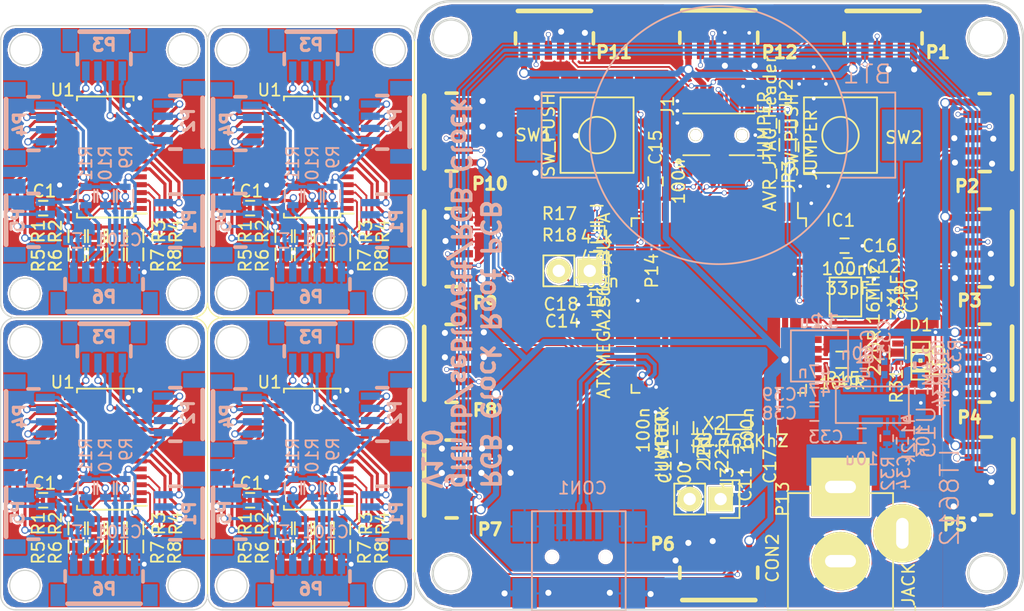
<source format=kicad_pcb>
(kicad_pcb (version 4) (host pcbnew 0.201503291001+5547~22~ubuntu14.04.1-product)
  (layers (0 F.Cu signal hide) (31 B.Cu signal hide) (34 B.Paste user hide) (35 F.Paste user hide) (36 B.SilkS user hide) (37 F.SilkS user) (38 B.Mask user hide) (39 F.Mask user hide) (44 Edge.Cuts user))
  (net 0 "")
  (net 1 VPP)
  (net 2 GND)
  (net 3 "Net-(P1-Pad2)")
  (net 4 "Net-(P1-Pad3)")
  (net 5 "Net-(P1-Pad4)")
  (net 6 "Net-(P2-Pad2)")
  (net 7 "Net-(P2-Pad3)")
  (net 8 "Net-(P2-Pad4)")
  (net 9 "Net-(P3-Pad2)")
  (net 10 "Net-(P3-Pad3)")
  (net 11 "Net-(P3-Pad4)")
  (net 12 "Net-(P4-Pad2)")
  (net 13 "Net-(P4-Pad3)")
  (net 14 "Net-(P4-Pad4)")
  (net 15 "Net-(P5-Pad2)")
  (net 16 "Net-(P5-Pad3)")
  (net 17 "Net-(P5-Pad4)")
  (net 18 /SDA)
  (net 19 /SCL)
  (net 20 /~OE)
  (net 21 /ID0)
  (net 22 /ID1)
  (net 23 /ID2)
  (net 24 /ID3)
  (net 25 "Net-(BT1-Pad1)")
  (net 26 "Net-(C10-Pad1)")
  (net 27 /Microcontroller/TOSC1)
  (net 28 "Net-(C12-Pad1)")
  (net 29 /Microcontroller/TOSC2)
  (net 30 "/Power Supply/Vin")
  (net 31 "/Power Supply/SS")
  (net 32 "/Power Supply/IntVcc")
  (net 33 "/Power Supply/SW")
  (net 34 "/Power Supply/BST")
  (net 35 "/Power Supply/FB")
  (net 36 /Microcontroller/USB_D-)
  (net 37 /Microcontroller/USB_D+)
  (net 38 "Net-(D1-Pad2)")
  (net 39 /Microcontroller/SW1)
  (net 40 /Microcontroller/SW2)
  (net 41 /Microcontroller/TMS)
  (net 42 /Microcontroller/TDI)
  (net 43 /Microcontroller/TCK)
  (net 44 /Microcontroller/TDO)
  (net 45 /Microcontroller/JUMPER)
  (net 46 "Net-(IC1-Pad51)")
  (net 47 /Microcontroller/~RESET)
  (net 48 "Net-(JP2-Pad2)")
  (net 49 "/Power Supply/PG")
  (net 50 "/Power Supply/Rt")
  (net 51 /Microcontroller/SDA)
  (net 52 /Microcontroller/SCL)
  (net 53 /~OE1)
  (net 54 /~OE2)
  (net 55 /~OE3)
  (net 56 /~OE4)
  (net 57 /~OE5)
  (net 58 /~OE6)
  (net 59 /~OE7)
  (net 60 /~OE8)
  (net 61 /~OE9)
  (net 62 /~OE10)
  (net 63 /~OE11)
  (net 64 /~OE12)
  (net 65 /Microcontroller/AVR_RXD)
  (net 66 /Microcontroller/AVR_TXD)
  (module rgb:BU2032SM-HD-GTR-ND (layer B.Cu) (at 249 70 180)
    (fp_text reference BT1 (at -12.2 5 180) (layer B.SilkS) (effects (font (size 1.5 1.5)) (justify mirror)))
    (fp_text value 3V (at 3.2374 15.105999 180) (layer B.SilkS) (effects (font (size 1.5 1.5)) (justify mirror)))
    (pad 2 smd rect (at 15 0 180) (size 3.2 4.2) (layers B.Cu B.Paste B.Mask) (net 2 GND))
    (pad 1 smd rect (at -15 0 180) (size 3.2 4.2) (layers B.Cu B.Paste B.Mask) (net 25 "Net-(BT1-Pad1)"))
  )
  (module rgb:SD43 (layer B.Cu) (at 257.273854 88.142702 180)
    (fp_text reference L1 (at -0.326146 2.942702 180) (layer B.SilkS) (effects (justify mirror)))
    (fp_text value 3.2u (at 0.05 2.8 180) (layer B.SilkS) (effects (justify mirror)))
    (pad 1 smd rect (at -1.64 0 180) (size 1.55 2.6) (layers B.Cu B.Paste B.Mask) (net 33 "/Power Supply/SW"))
    (pad 2 smd rect (at 1.64 0 180) (size 1.55 2.6) (layers B.Cu B.Paste B.Mask) (net 1 VPP))
  )
  (module JST-SH:JST-BM-06B-SRSS-TB (layer F.Cu) (at 249 106.4977 180)
    (fp_text reference P6 (at 4.6 2.8977 180) (layer F.SilkS) (effects (font (size 1.00076 1.00076) (thickness 0.25146))))
    (fp_text value CONN_01X06 hide)
    (pad 2 smd rect (at -1.4986 1.52908 180) (size 0.59944 1.5494) (layers F.Cu F.Paste F.Mask) (net 51 /Microcontroller/SDA) (clearance 0.09906))
    (pad 3 smd rect (at -0.49784 1.52908 180) (size 0.59944 1.5494) (layers F.Cu F.Paste F.Mask) (net 52 /Microcontroller/SCL) (clearance 0.09906))
    (pad 1 smd rect (at -2.49936 1.52908 180) (size 0.59944 1.5494) (layers F.Cu F.Paste F.Mask) (net 1 VPP) (clearance 0.09906))
    (pad M1 smd rect (at -3.79984 -1.00076 180) (size 1.19888 1.80086) (layers F.Cu F.Paste F.Mask) (clearance 0.09906))
    (pad M2 smd rect (at 3.79984 -1.00076 180) (size 1.19888 1.80086) (layers F.Cu F.Paste F.Mask) (clearance 0.09906))
    (pad 4 smd rect (at 0.50292 1.52908 180) (size 0.59944 1.5494) (layers F.Cu F.Paste F.Mask) (net 2 GND) (clearance 0.09906))
    (pad 5 smd rect (at 1.50114 1.52908 180) (size 0.59944 1.5494) (layers F.Cu F.Paste F.Mask) (net 58 /~OE6) (clearance 0.09906))
    (pad 6 smd rect (at 2.5019 1.52908 180) (size 0.59944 1.5494) (layers F.Cu F.Paste F.Mask) (net 2 GND) (clearance 0.09906))
  )
  (module Resistors_SMD:R_0603 (layer F.Cu) (at 254.65 70.8 90)
    (fp_text reference JP3 (at -2.6 0.1 90) (layer F.SilkS))
    (fp_text value JUMPER (at 0 1.9 90) (layer F.SilkS))
    (pad 1 smd rect (at -0.75 0 90) (size 0.5 0.9) (layers F.Cu F.Paste F.Mask) (net 40 /Microcontroller/SW2))
    (pad 2 smd rect (at 0.75 0 90) (size 0.5 0.9) (layers F.Cu F.Paste F.Mask) (net 48 "Net-(JP2-Pad2)"))
  )
  (module JST-SH:JST-BM-06B-SRSS-TB (layer F.Cu) (at 249 61.4508)
    (fp_text reference P12 (at 5 1.7492) (layer F.SilkS) (effects (font (size 1.00076 1.00076) (thickness 0.25146))))
    (fp_text value CONN_01X06 hide)
    (pad 2 smd rect (at -1.4986 1.52908) (size 0.59944 1.5494) (layers F.Cu F.Paste F.Mask) (net 51 /Microcontroller/SDA) (clearance 0.09906))
    (pad 3 smd rect (at -0.49784 1.52908) (size 0.59944 1.5494) (layers F.Cu F.Paste F.Mask) (net 52 /Microcontroller/SCL) (clearance 0.09906))
    (pad 1 smd rect (at -2.49936 1.52908) (size 0.59944 1.5494) (layers F.Cu F.Paste F.Mask) (net 1 VPP) (clearance 0.09906))
    (pad M1 smd rect (at -3.79984 -1.00076) (size 1.19888 1.80086) (layers F.Cu F.Paste F.Mask) (clearance 0.09906))
    (pad M2 smd rect (at 3.79984 -1.00076) (size 1.19888 1.80086) (layers F.Cu F.Paste F.Mask) (clearance 0.09906))
    (pad 4 smd rect (at 0.50292 1.52908) (size 0.59944 1.5494) (layers F.Cu F.Paste F.Mask) (net 2 GND) (clearance 0.09906))
    (pad 5 smd rect (at 1.50114 1.52908) (size 0.59944 1.5494) (layers F.Cu F.Paste F.Mask) (net 64 /~OE12) (clearance 0.09906))
    (pad 6 smd rect (at 2.5019 1.52908) (size 0.59944 1.5494) (layers F.Cu F.Paste F.Mask) (net 2 GND) (clearance 0.09906))
  )
  (module JST-SH:JST-BM-06B-SRSS-TB (layer F.Cu) (at 226.5 79.25 90)
    (fp_text reference P9 (at -4.55 3.3 180) (layer F.SilkS) (effects (font (size 1.00076 1.00076) (thickness 0.25146))))
    (fp_text value CONN_01X06 hide)
    (pad 2 smd rect (at -1.4986 1.52908 90) (size 0.59944 1.5494) (layers F.Cu F.Paste F.Mask) (net 51 /Microcontroller/SDA) (clearance 0.09906))
    (pad 3 smd rect (at -0.49784 1.52908 90) (size 0.59944 1.5494) (layers F.Cu F.Paste F.Mask) (net 52 /Microcontroller/SCL) (clearance 0.09906))
    (pad 1 smd rect (at -2.49936 1.52908 90) (size 0.59944 1.5494) (layers F.Cu F.Paste F.Mask) (net 1 VPP) (clearance 0.09906))
    (pad M1 smd rect (at -3.79984 -1.00076 90) (size 1.19888 1.80086) (layers F.Cu F.Paste F.Mask) (clearance 0.09906))
    (pad M2 smd rect (at 3.79984 -1.00076 90) (size 1.19888 1.80086) (layers F.Cu F.Paste F.Mask) (clearance 0.09906))
    (pad 4 smd rect (at 0.50292 1.52908 90) (size 0.59944 1.5494) (layers F.Cu F.Paste F.Mask) (net 2 GND) (clearance 0.09906))
    (pad 5 smd rect (at 1.50114 1.52908 90) (size 0.59944 1.5494) (layers F.Cu F.Paste F.Mask) (net 61 /~OE9) (clearance 0.09906))
    (pad 6 smd rect (at 2.5019 1.52908 90) (size 0.59944 1.5494) (layers F.Cu F.Paste F.Mask) (net 2 GND) (clearance 0.09906))
  )
  (module JST-SH:JST-BM-06B-SRSS-TB (layer F.Cu) (at 226.5 69.75 90)
    (fp_text reference P10 (at -4.25 3.7 180) (layer F.SilkS) (effects (font (size 1.00076 1.00076) (thickness 0.25146))))
    (fp_text value CONN_01X06 hide)
    (pad 2 smd rect (at -1.4986 1.52908 90) (size 0.59944 1.5494) (layers F.Cu F.Paste F.Mask) (net 51 /Microcontroller/SDA) (clearance 0.09906))
    (pad 3 smd rect (at -0.49784 1.52908 90) (size 0.59944 1.5494) (layers F.Cu F.Paste F.Mask) (net 52 /Microcontroller/SCL) (clearance 0.09906))
    (pad 1 smd rect (at -2.49936 1.52908 90) (size 0.59944 1.5494) (layers F.Cu F.Paste F.Mask) (net 1 VPP) (clearance 0.09906))
    (pad M1 smd rect (at -3.79984 -1.00076 90) (size 1.19888 1.80086) (layers F.Cu F.Paste F.Mask) (clearance 0.09906))
    (pad M2 smd rect (at 3.79984 -1.00076 90) (size 1.19888 1.80086) (layers F.Cu F.Paste F.Mask) (clearance 0.09906))
    (pad 4 smd rect (at 0.50292 1.52908 90) (size 0.59944 1.5494) (layers F.Cu F.Paste F.Mask) (net 2 GND) (clearance 0.09906))
    (pad 5 smd rect (at 1.50114 1.52908 90) (size 0.59944 1.5494) (layers F.Cu F.Paste F.Mask) (net 62 /~OE10) (clearance 0.09906))
    (pad 6 smd rect (at 2.5019 1.52908 90) (size 0.59944 1.5494) (layers F.Cu F.Paste F.Mask) (net 2 GND) (clearance 0.09906))
  )
  (module Capacitors_SMD:C_0603 (layer F.Cu) (at 261.7688 83.2862 90)
    (fp_text reference C10 (at 0.0862 3.0312 90) (layer F.SilkS))
    (fp_text value 33pF (at 0 1.9 90) (layer F.SilkS))
    (pad 1 smd rect (at -0.75 0 90) (size 0.8 0.75) (layers F.Cu F.Paste F.Mask) (net 26 "Net-(C10-Pad1)"))
    (pad 2 smd rect (at 0.75 0 90) (size 0.8 0.75) (layers F.Cu F.Paste F.Mask) (net 2 GND))
  )
  (module Capacitors_SMD:C_0603 (layer F.Cu) (at 251.177 95.7703 270)
    (fp_text reference C11 (at 2.9 0 270) (layer F.SilkS))
    (fp_text value 22pF (at 0 1.9 270) (layer F.SilkS))
    (pad 1 smd rect (at -0.75 0 270) (size 0.8 0.75) (layers F.Cu F.Paste F.Mask) (net 27 /Microcontroller/TOSC1))
    (pad 2 smd rect (at 0.75 0 270) (size 0.8 0.75) (layers F.Cu F.Paste F.Mask) (net 2 GND))
  )
  (module Capacitors_SMD:C_0603 (layer F.Cu) (at 259.6 80.7)
    (fp_text reference C12 (at 2.9598 0.0762) (layer F.SilkS))
    (fp_text value 33pF (at 0 1.9) (layer F.SilkS))
    (pad 1 smd rect (at -0.75 0) (size 0.8 0.75) (layers F.Cu F.Paste F.Mask) (net 28 "Net-(C12-Pad1)"))
    (pad 2 smd rect (at 0.75 0) (size 0.8 0.75) (layers F.Cu F.Paste F.Mask) (net 2 GND))
  )
  (module Capacitors_SMD:C_0603 (layer F.Cu) (at 249.6784 95.7703 270)
    (fp_text reference C13 (at 2.9 0 270) (layer F.SilkS))
    (fp_text value 22pF (at 0 1.9 270) (layer F.SilkS))
    (pad 1 smd rect (at -0.75 0 270) (size 0.8 0.75) (layers F.Cu F.Paste F.Mask) (net 29 /Microcontroller/TOSC2))
    (pad 2 smd rect (at 0.75 0 270) (size 0.8 0.75) (layers F.Cu F.Paste F.Mask) (net 2 GND))
  )
  (module Capacitors_SMD:C_0603 (layer F.Cu) (at 238.9596 85.3944 180)
    (fp_text reference C14 (at 2.8 0.1 180) (layer F.SilkS))
    (fp_text value 1u (at 0 1.9 180) (layer F.SilkS))
    (pad 1 smd rect (at -0.75 0 180) (size 0.8 0.75) (layers F.Cu F.Paste F.Mask) (net 1 VPP))
    (pad 2 smd rect (at 0.75 0 180) (size 0.8 0.75) (layers F.Cu F.Paste F.Mask) (net 2 GND))
  )
  (module Capacitors_SMD:C_0603 (layer F.Cu) (at 243.8 73.8 90)
    (fp_text reference C15 (at 2.8 0 90) (layer F.SilkS))
    (fp_text value 100n (at 0 1.9 90) (layer F.SilkS))
    (pad 1 smd rect (at -0.75 0 90) (size 0.8 0.75) (layers F.Cu F.Paste F.Mask) (net 1 VPP))
    (pad 2 smd rect (at 0.75 0 90) (size 0.8 0.75) (layers F.Cu F.Paste F.Mask) (net 2 GND))
  )
  (module Capacitors_SMD:C_0603 (layer F.Cu) (at 259.3304 79.0825)
    (fp_text reference C16 (at 2.8956 0.0127) (layer F.SilkS))
    (fp_text value 100n (at 0 1.9) (layer F.SilkS))
    (pad 1 smd rect (at -0.75 0) (size 0.8 0.75) (layers F.Cu F.Paste F.Mask) (net 1 VPP))
    (pad 2 smd rect (at 0.75 0) (size 0.8 0.75) (layers F.Cu F.Paste F.Mask) (net 2 GND))
  )
  (module Capacitors_SMD:C_0603 (layer F.Cu) (at 253.25 94.2336 270)
    (fp_text reference C17 (at 2.9664 0.05 270) (layer F.SilkS))
    (fp_text value 100n (at 0 1.9 270) (layer F.SilkS))
    (pad 1 smd rect (at -0.75 0 270) (size 0.8 0.75) (layers F.Cu F.Paste F.Mask) (net 1 VPP))
    (pad 2 smd rect (at 0.75 0 270) (size 0.8 0.75) (layers F.Cu F.Paste F.Mask) (net 2 GND))
  )
  (module Capacitors_SMD:C_0603 (layer F.Cu) (at 238.9469 83.8958 180)
    (fp_text reference C18 (at 2.9 0 180) (layer F.SilkS))
    (fp_text value 100n (at 0 1.9 180) (layer F.SilkS))
    (pad 1 smd rect (at -0.75 0 180) (size 0.8 0.75) (layers F.Cu F.Paste F.Mask) (net 1 VPP))
    (pad 2 smd rect (at 0.75 0 180) (size 0.8 0.75) (layers F.Cu F.Paste F.Mask) (net 2 GND))
  )
  (module Capacitors_SMD:C_0603 (layer F.Cu) (at 244.7 94.2343 270)
    (fp_text reference C19 (at 2.9657 0.1 270) (layer F.SilkS))
    (fp_text value 100n (at 0 1.9 270) (layer F.SilkS))
    (pad 1 smd rect (at -0.75 0 270) (size 0.8 0.75) (layers F.Cu F.Paste F.Mask) (net 1 VPP))
    (pad 2 smd rect (at 0.75 0 270) (size 0.8 0.75) (layers F.Cu F.Paste F.Mask) (net 2 GND))
  )
  (module Capacitors_SMD:C_0603 (layer B.Cu) (at 260.742654 94.695902 180)
    (fp_text reference C33 (at 2.942654 -0.104098 180) (layer B.SilkS) (effects (justify mirror)))
    (fp_text value 10u (at 0 -1.9 180) (layer B.SilkS) (effects (justify mirror)))
    (pad 1 smd rect (at -0.75 0 180) (size 0.8 0.75) (layers B.Cu B.Paste B.Mask) (net 30 "/Power Supply/Vin"))
    (pad 2 smd rect (at 0.75 0 180) (size 0.8 0.75) (layers B.Cu B.Paste B.Mask) (net 2 GND))
  )
  (module Capacitors_SMD:C_0402 (layer B.Cu) (at 264.082754 95.115002 270)
    (fp_text reference C34 (at 2.6035 -0.117246 270) (layer B.SilkS) (effects (justify mirror)))
    (fp_text value 10n (at 0 -1.7 270) (layer B.SilkS) (effects (justify mirror)))
    (pad 1 smd rect (at -0.55 0 270) (size 0.6 0.5) (layers B.Cu B.Paste B.Mask) (net 31 "/Power Supply/SS"))
    (pad 2 smd rect (at 0.55 0 270) (size 0.6 0.5) (layers B.Cu B.Paste B.Mask) (net 2 GND))
  )
  (module Capacitors_SMD:C_0402 (layer B.Cu) (at 262.609554 89.133302 90)
    (fp_text reference C35 (at 2.533302 -0.009554 90) (layer B.SilkS) (effects (justify mirror)))
    (fp_text value 1u (at 0 -1.7 90) (layer B.SilkS) (effects (justify mirror)))
    (pad 1 smd rect (at -0.55 0 90) (size 0.6 0.5) (layers B.Cu B.Paste B.Mask) (net 32 "/Power Supply/IntVcc"))
    (pad 2 smd rect (at 0.55 0 90) (size 0.6 0.5) (layers B.Cu B.Paste B.Mask) (net 2 GND))
  )
  (module Capacitors_SMD:C_0402 (layer B.Cu) (at 260.869654 89.654002)
    (fp_text reference C36 (at 0.330346 -2.254002 270) (layer B.SilkS) (effects (justify mirror)))
    (fp_text value 100n (at 0 -1.7) (layer B.SilkS) (effects (justify mirror)))
    (pad 1 smd rect (at -0.55 0) (size 0.6 0.5) (layers B.Cu B.Paste B.Mask) (net 33 "/Power Supply/SW"))
    (pad 2 smd rect (at 0.55 0) (size 0.6 0.5) (layers B.Cu B.Paste B.Mask) (net 34 "/Power Supply/BST"))
  )
  (module Capacitors_SMD:C_0402 (layer B.Cu) (at 265.65 88.9 270)
    (fp_text reference C37 (at -0.7 -1.35 270) (layer B.SilkS) (effects (justify mirror)))
    (fp_text value 10p (at 0 -1.7 270) (layer B.SilkS) (effects (justify mirror)))
    (pad 1 smd rect (at -0.55 0 270) (size 0.6 0.5) (layers B.Cu B.Paste B.Mask) (net 1 VPP))
    (pad 2 smd rect (at 0.55 0 270) (size 0.6 0.5) (layers B.Cu B.Paste B.Mask) (net 35 "/Power Supply/FB"))
  )
  (module Capacitors_SMD:C_0603 (layer B.Cu) (at 256.855754 92.879802)
    (fp_text reference C38 (at -2.8695 -0.0254) (layer B.SilkS) (effects (justify mirror)))
    (fp_text value 47n (at 0 -1.9) (layer B.SilkS) (effects (justify mirror)))
    (pad 1 smd rect (at -0.75 0) (size 0.8 0.75) (layers B.Cu B.Paste B.Mask) (net 1 VPP))
    (pad 2 smd rect (at 0.75 0) (size 0.8 0.75) (layers B.Cu B.Paste B.Mask) (net 2 GND))
  )
  (module Capacitors_SMD:C_0603 (layer B.Cu) (at 256.857154 91.355802)
    (fp_text reference C39 (at -2.8836 -0.0508) (layer B.SilkS) (effects (justify mirror)))
    (fp_text value 47n (at 0 -1.9) (layer B.SilkS) (effects (justify mirror)))
    (pad 1 smd rect (at -0.75 0) (size 0.8 0.75) (layers B.Cu B.Paste B.Mask) (net 1 VPP))
    (pad 2 smd rect (at 0.75 0) (size 0.8 0.75) (layers B.Cu B.Paste B.Mask) (net 2 GND))
  )
  (module Connect:USB_Mini-B (layer B.Cu) (at 237.5 105.5 90)
    (fp_text reference CON1 (at 6.5 0.3 180) (layer B.SilkS) (effects (justify mirror)))
    (fp_text value USB-MICRO-B hide)
    (pad 1 smd rect (at 3.44932 1.6002 90) (size 2.30124 0.50038) (layers B.Cu B.Paste B.Mask))
    (pad 2 smd rect (at 3.44932 0.8001 90) (size 2.30124 0.50038) (layers B.Cu B.Paste B.Mask) (net 36 /Microcontroller/USB_D-))
    (pad 3 smd rect (at 3.44932 0 90) (size 2.30124 0.50038) (layers B.Cu B.Paste B.Mask) (net 37 /Microcontroller/USB_D+))
    (pad 4 smd rect (at 3.44932 -0.8001 90) (size 2.30124 0.50038) (layers B.Cu B.Paste B.Mask) (net 2 GND))
    (pad 5 smd rect (at 3.44932 -1.6002 90) (size 2.30124 0.50038) (layers B.Cu B.Paste B.Mask) (net 2 GND))
    (pad 6 smd rect (at 3.35026 4.45008 90) (size 2.49936 1.99898) (layers B.Cu B.Paste B.Mask) (net 2 GND))
    (pad 7 smd rect (at -2.14884 4.45008 90) (size 2.49936 1.99898) (layers B.Cu B.Paste B.Mask) (net 2 GND))
    (pad 8 smd rect (at 3.35026 -4.45008 90) (size 2.49936 1.99898) (layers B.Cu B.Paste B.Mask) (net 2 GND))
    (pad 9 smd rect (at -2.14884 -4.45008 90) (size 2.49936 1.99898) (layers B.Cu B.Paste B.Mask) (net 2 GND))
    (pad "" np_thru_hole circle (at 0.8509 2.19964 90) (size 0.89916 0.89916) (drill 0.89916) (layers *.Cu *.Mask B.SilkS))
    (pad 2 np_thru_hole circle (at 0.8509 -2.19964 90) (size 0.89916 0.89916) (drill 0.89916) (layers *.Cu *.Mask B.SilkS) (net 36 /Microcontroller/USB_D-))
  )
  (module Connect:JACK_ALIM (layer F.Cu) (at 259 105 90)
    (fp_text reference CON2 (at 0.254 -5.588 90) (layer F.SilkS))
    (fp_text value BARREL_JACK (at -5.08 5.588 90) (layer F.SilkS))
    (pad 2 thru_hole circle (at 0 0 90) (size 4.8006 4.8006) (drill oval 1.016 2.54) (layers *.Cu *.Mask F.SilkS) (net 2 GND))
    (pad 1 thru_hole rect (at 6.096 0 90) (size 4.8006 4.8006) (drill oval 1.016 2.54) (layers *.Cu *.Mask F.SilkS) (net 30 "/Power Supply/Vin"))
    (pad 3 thru_hole circle (at 2.286 5.08 90) (size 4.8006 4.8006) (drill oval 2.54 1.016) (layers *.Cu *.Mask F.SilkS) (net 2 GND))
  )
  (module LEDs:LED-1206 (layer F.Cu) (at 265.57 88.53 90)
    (fp_text reference D1 (at 2.93 0.03 180) (layer F.SilkS))
    (fp_text value LED (at 0 1.524 90) (layer F.SilkS))
    (pad 1 smd rect (at -1.41986 0 90) (size 1.59766 1.80086) (layers F.Cu F.Paste F.Mask) (net 1 VPP))
    (pad 2 smd rect (at 1.41986 0 90) (size 1.59766 1.80086) (layers F.Cu F.Paste F.Mask) (net 38 "Net-(D1-Pad2)"))
  )
  (module Housings_QFP:TQFP-64_14x14mm_Pitch0.8mm (layer F.Cu) (at 249 84 270)
    (fp_text reference IC1 (at -7 -10 360) (layer F.SilkS))
    (fp_text value ATXMEGA256A3BU-A (at 0 9.45 270) (layer F.SilkS))
    (pad 1 smd rect (at -7.7 -6 270) (size 1.5 0.55) (layers F.Cu F.Paste F.Mask) (net 40 /Microcontroller/SW2))
    (pad 2 smd rect (at -7.7 -5.2 270) (size 1.5 0.55) (layers F.Cu F.Paste F.Mask) (net 53 /~OE1))
    (pad 3 smd rect (at -7.7 -4.4 270) (size 1.5 0.55) (layers F.Cu F.Paste F.Mask) (net 64 /~OE12))
    (pad 4 smd rect (at -7.7 -3.6 270) (size 1.5 0.55) (layers F.Cu F.Paste F.Mask) (net 63 /~OE11))
    (pad 5 smd rect (at -7.7 -2.8 270) (size 1.5 0.55) (layers F.Cu F.Paste F.Mask) (net 62 /~OE10))
    (pad 6 smd rect (at -7.7 -2 270) (size 1.5 0.55) (layers F.Cu F.Paste F.Mask))
    (pad 7 smd rect (at -7.7 -1.2 270) (size 1.5 0.55) (layers F.Cu F.Paste F.Mask))
    (pad 8 smd rect (at -7.7 -0.4 270) (size 1.5 0.55) (layers F.Cu F.Paste F.Mask))
    (pad 9 smd rect (at -7.7 0.4 270) (size 1.5 0.55) (layers F.Cu F.Paste F.Mask))
    (pad 10 smd rect (at -7.7 1.2 270) (size 1.5 0.55) (layers F.Cu F.Paste F.Mask) (net 41 /Microcontroller/TMS))
    (pad 11 smd rect (at -7.7 2 270) (size 1.5 0.55) (layers F.Cu F.Paste F.Mask) (net 42 /Microcontroller/TDI))
    (pad 12 smd rect (at -7.7 2.8 270) (size 1.5 0.55) (layers F.Cu F.Paste F.Mask) (net 43 /Microcontroller/TCK))
    (pad 13 smd rect (at -7.7 3.6 270) (size 1.5 0.55) (layers F.Cu F.Paste F.Mask) (net 44 /Microcontroller/TDO))
    (pad 14 smd rect (at -7.7 4.4 270) (size 1.5 0.55) (layers F.Cu F.Paste F.Mask) (net 2 GND))
    (pad 15 smd rect (at -7.7 5.2 270) (size 1.5 0.55) (layers F.Cu F.Paste F.Mask) (net 1 VPP))
    (pad 16 smd rect (at -7.7 6 270) (size 1.5 0.55) (layers F.Cu F.Paste F.Mask) (net 51 /Microcontroller/SDA))
    (pad 17 smd rect (at -6 7.7) (size 1.5 0.55) (layers F.Cu F.Paste F.Mask) (net 52 /Microcontroller/SCL))
    (pad 18 smd rect (at -5.2 7.7) (size 1.5 0.55) (layers F.Cu F.Paste F.Mask) (net 39 /Microcontroller/SW1))
    (pad 19 smd rect (at -4.4 7.7) (size 1.5 0.55) (layers F.Cu F.Paste F.Mask))
    (pad 20 smd rect (at -3.6 7.7) (size 1.5 0.55) (layers F.Cu F.Paste F.Mask))
    (pad 21 smd rect (at -2.8 7.7) (size 1.5 0.55) (layers F.Cu F.Paste F.Mask))
    (pad 22 smd rect (at -2 7.7) (size 1.5 0.55) (layers F.Cu F.Paste F.Mask) (net 65 /Microcontroller/AVR_RXD))
    (pad 23 smd rect (at -1.2 7.7) (size 1.5 0.55) (layers F.Cu F.Paste F.Mask) (net 66 /Microcontroller/AVR_TXD))
    (pad 24 smd rect (at -0.4 7.7) (size 1.5 0.55) (layers F.Cu F.Paste F.Mask) (net 2 GND))
    (pad 25 smd rect (at 0.4 7.7) (size 1.5 0.55) (layers F.Cu F.Paste F.Mask) (net 1 VPP))
    (pad 26 smd rect (at 1.2 7.7) (size 1.5 0.55) (layers F.Cu F.Paste F.Mask))
    (pad 27 smd rect (at 2 7.7) (size 1.5 0.55) (layers F.Cu F.Paste F.Mask))
    (pad 28 smd rect (at 2.8 7.7) (size 1.5 0.55) (layers F.Cu F.Paste F.Mask))
    (pad 29 smd rect (at 3.6 7.7) (size 1.5 0.55) (layers F.Cu F.Paste F.Mask) (net 61 /~OE9))
    (pad 30 smd rect (at 4.4 7.7) (size 1.5 0.55) (layers F.Cu F.Paste F.Mask) (net 60 /~OE8))
    (pad 31 smd rect (at 5.2 7.7) (size 1.5 0.55) (layers F.Cu F.Paste F.Mask) (net 59 /~OE7))
    (pad 32 smd rect (at 6 7.7) (size 1.5 0.55) (layers F.Cu F.Paste F.Mask) (net 36 /Microcontroller/USB_D-))
    (pad 33 smd rect (at 7.7 6 270) (size 1.5 0.55) (layers F.Cu F.Paste F.Mask) (net 37 /Microcontroller/USB_D+))
    (pad 34 smd rect (at 7.7 5.2 270) (size 1.5 0.55) (layers F.Cu F.Paste F.Mask) (net 2 GND))
    (pad 35 smd rect (at 7.7 4.4 270) (size 1.5 0.55) (layers F.Cu F.Paste F.Mask) (net 1 VPP))
    (pad 36 smd rect (at 7.7 3.6 270) (size 1.5 0.55) (layers F.Cu F.Paste F.Mask))
    (pad 37 smd rect (at 7.7 2.8 270) (size 1.5 0.55) (layers F.Cu F.Paste F.Mask))
    (pad 38 smd rect (at 7.7 2 270) (size 1.5 0.55) (layers F.Cu F.Paste F.Mask) (net 45 /Microcontroller/JUMPER))
    (pad 39 smd rect (at 7.7 1.2 270) (size 1.5 0.55) (layers F.Cu F.Paste F.Mask) (net 58 /~OE6))
    (pad 40 smd rect (at 7.7 0.4 270) (size 1.5 0.55) (layers F.Cu F.Paste F.Mask))
    (pad 41 smd rect (at 7.7 -0.4 270) (size 1.5 0.55) (layers F.Cu F.Paste F.Mask))
    (pad 42 smd rect (at 7.7 -1.2 270) (size 1.5 0.55) (layers F.Cu F.Paste F.Mask) (net 29 /Microcontroller/TOSC2))
    (pad 43 smd rect (at 7.7 -2 270) (size 1.5 0.55) (layers F.Cu F.Paste F.Mask) (net 27 /Microcontroller/TOSC1))
    (pad 44 smd rect (at 7.7 -2.8 270) (size 1.5 0.55) (layers F.Cu F.Paste F.Mask) (net 2 GND))
    (pad 45 smd rect (at 7.7 -3.6 270) (size 1.5 0.55) (layers F.Cu F.Paste F.Mask) (net 1 VPP))
    (pad 46 smd rect (at 7.7 -4.4 270) (size 1.5 0.55) (layers F.Cu F.Paste F.Mask))
    (pad 47 smd rect (at 7.7 -5.2 270) (size 1.5 0.55) (layers F.Cu F.Paste F.Mask))
    (pad 48 smd rect (at 7.7 -6 270) (size 1.5 0.55) (layers F.Cu F.Paste F.Mask))
    (pad 49 smd rect (at 6 -7.7) (size 1.5 0.55) (layers F.Cu F.Paste F.Mask))
    (pad 50 smd rect (at 5.2 -7.7) (size 1.5 0.55) (layers F.Cu F.Paste F.Mask))
    (pad 51 smd rect (at 4.4 -7.7) (size 1.5 0.55) (layers F.Cu F.Paste F.Mask) (net 46 "Net-(IC1-Pad51)"))
    (pad 52 smd rect (at 3.6 -7.7) (size 1.5 0.55) (layers F.Cu F.Paste F.Mask) (net 2 GND))
    (pad 53 smd rect (at 2.8 -7.7) (size 1.5 0.55) (layers F.Cu F.Paste F.Mask) (net 1 VPP))
    (pad 54 smd rect (at 2 -7.7) (size 1.5 0.55) (layers F.Cu F.Paste F.Mask))
    (pad 55 smd rect (at 1.2 -7.7) (size 1.5 0.55) (layers F.Cu F.Paste F.Mask) (net 57 /~OE5))
    (pad 56 smd rect (at 0.4 -7.7) (size 1.5 0.55) (layers F.Cu F.Paste F.Mask))
    (pad 57 smd rect (at -0.4 -7.7) (size 1.5 0.55) (layers F.Cu F.Paste F.Mask) (net 47 /Microcontroller/~RESET))
    (pad 58 smd rect (at -1.2 -7.7) (size 1.5 0.55) (layers F.Cu F.Paste F.Mask) (net 26 "Net-(C10-Pad1)"))
    (pad 59 smd rect (at -2 -7.7) (size 1.5 0.55) (layers F.Cu F.Paste F.Mask) (net 28 "Net-(C12-Pad1)"))
    (pad 60 smd rect (at -2.8 -7.7) (size 1.5 0.55) (layers F.Cu F.Paste F.Mask) (net 2 GND))
    (pad 61 smd rect (at -3.6 -7.7) (size 1.5 0.55) (layers F.Cu F.Paste F.Mask) (net 1 VPP))
    (pad 62 smd rect (at -4.4 -7.7) (size 1.5 0.55) (layers F.Cu F.Paste F.Mask) (net 56 /~OE4))
    (pad 63 smd rect (at -5.2 -7.7) (size 1.5 0.55) (layers F.Cu F.Paste F.Mask) (net 55 /~OE3))
    (pad 64 smd rect (at -6 -7.7) (size 1.5 0.55) (layers F.Cu F.Paste F.Mask) (net 54 /~OE2))
  )
  (module rgb:FTSH-105-01-L-DV-K-A-P (layer F.Cu) (at 249 70 90)
    (fp_text reference J1 (at 2.4 -4.2 90) (layer F.SilkS))
    (fp_text value AVR_JTAG_Header (at 0.127 4.191 90) (layer F.SilkS))
    (pad "" np_thru_hole circle (at 0 -1.905 90) (size 0.9652 0.9652) (drill 0.9) (layers *.Cu *.Mask F.SilkS))
    (pad 6 smd rect (at 2.032 0 90) (size 2.794 0.7366) (layers F.Cu F.Paste F.Mask) (net 47 /Microcontroller/~RESET))
    (pad 4 smd rect (at 2.032 -1.27 90) (size 2.794 0.7366) (layers F.Cu F.Paste F.Mask) (net 1 VPP))
    (pad 2 smd rect (at 2.032 -2.54 90) (size 2.794 0.7366) (layers F.Cu F.Paste F.Mask) (net 2 GND))
    (pad 8 smd rect (at 2.032 1.27 90) (size 2.794 0.7366) (layers F.Cu F.Paste F.Mask))
    (pad 10 smd rect (at 2.032 2.54 90) (size 2.794 0.7366) (layers F.Cu F.Paste F.Mask) (net 2 GND))
    (pad 9 smd rect (at -2.032 2.54 90) (size 2.794 0.7366) (layers F.Cu F.Paste F.Mask) (net 42 /Microcontroller/TDI))
    (pad 7 smd rect (at -2.032 1.27 90) (size 2.794 0.7366) (layers F.Cu F.Paste F.Mask))
    (pad 1 smd rect (at -2.032 -2.54 90) (size 2.794 0.7366) (layers F.Cu F.Paste F.Mask) (net 43 /Microcontroller/TCK))
    (pad 3 smd rect (at -2.032 -1.27 90) (size 2.794 0.7366) (layers F.Cu F.Paste F.Mask) (net 44 /Microcontroller/TDO))
    (pad 5 smd rect (at -2.032 0 90) (size 2.794 0.7366) (layers F.Cu F.Paste F.Mask) (net 41 /Microcontroller/TMS))
    (pad "" np_thru_hole circle (at 0 1.905 90) (size 0.9652 0.9652) (drill 0.9) (layers *.Cu *.Mask F.SilkS))
  )
  (module Resistors_SMD:R_0603 (layer F.Cu) (at 246.25 95.5544 270)
    (fp_text reference JP1 (at 0.2456 -1.55 270) (layer F.SilkS))
    (fp_text value JUMPER (at 0 1.9 270) (layer F.SilkS))
    (pad 1 smd rect (at -0.75 0 270) (size 0.5 0.9) (layers F.Cu F.Paste F.Mask) (net 45 /Microcontroller/JUMPER))
    (pad 2 smd rect (at 0.75 0 270) (size 0.5 0.9) (layers F.Cu F.Paste F.Mask) (net 2 GND))
  )
  (module Resistors_SMD:R_0603 (layer F.Cu) (at 254.65 69.3 270)
    (fp_text reference JP2 (at -2.6 0.1 270) (layer F.SilkS))
    (fp_text value JUMPER (at 0 1.9 270) (layer F.SilkS))
    (pad 1 smd rect (at -0.75 0 270) (size 0.5 0.9) (layers F.Cu F.Paste F.Mask) (net 47 /Microcontroller/~RESET))
    (pad 2 smd rect (at 0.75 0 270) (size 0.5 0.9) (layers F.Cu F.Paste F.Mask) (net 48 "Net-(JP2-Pad2)"))
  )
  (module Resistors_SMD:R_0603 (layer F.Cu) (at 259.1399 88.4551)
    (fp_text reference R15 (at 0.0601 1.5449) (layer F.SilkS))
    (fp_text value 100R (at 0 1.9) (layer F.SilkS))
    (pad 1 smd rect (at -0.75 0) (size 0.5 0.9) (layers F.Cu F.Paste F.Mask) (net 46 "Net-(IC1-Pad51)"))
    (pad 2 smd rect (at 0.75 0) (size 0.5 0.9) (layers F.Cu F.Paste F.Mask) (net 25 "Net-(BT1-Pad1)"))
  )
  (module Resistors_SMD:R_0603 (layer F.Cu) (at 238.9723 76.479)
    (fp_text reference R17 (at -3.0607 -0.0254) (layer F.SilkS))
    (fp_text value 47k (at 0 1.9) (layer F.SilkS))
    (pad 1 smd rect (at -0.75 0) (size 0.5 0.9) (layers F.Cu F.Paste F.Mask) (net 1 VPP))
    (pad 2 smd rect (at 0.75 0) (size 0.5 0.9) (layers F.Cu F.Paste F.Mask) (net 51 /Microcontroller/SDA))
  )
  (module Resistors_SMD:R_0603 (layer F.Cu) (at 238.9977 78.1427)
    (fp_text reference R18 (at -3.0861 0.0762) (layer F.SilkS))
    (fp_text value 47k (at 0 1.9) (layer F.SilkS))
    (pad 1 smd rect (at -0.75 0) (size 0.5 0.9) (layers F.Cu F.Paste F.Mask) (net 1 VPP))
    (pad 2 smd rect (at 0.75 0) (size 0.5 0.9) (layers F.Cu F.Paste F.Mask) (net 52 /Microcontroller/SCL))
  )
  (module Resistors_SMD:R_0603 (layer F.Cu) (at 263.7 87.87 270)
    (fp_text reference R31 (at 2.73 0.1 270) (layer F.SilkS))
    (fp_text value 220R (at 0 1.9 270) (layer F.SilkS))
    (pad 1 smd rect (at -0.75 0 270) (size 0.5 0.9) (layers F.Cu F.Paste F.Mask) (net 38 "Net-(D1-Pad2)"))
    (pad 2 smd rect (at 0.75 0 270) (size 0.5 0.9) (layers F.Cu F.Paste F.Mask) (net 49 "/Power Supply/PG"))
  )
  (module Resistors_SMD:R_0402 (layer B.Cu) (at 262.8 94.899102 270)
    (fp_text reference R32 (at 2.900898 -0.1016 270) (layer B.SilkS) (effects (justify mirror)))
    (fp_text value 41.2k (at 0 -1.8 270) (layer B.SilkS) (effects (justify mirror)))
    (pad 1 smd rect (at -0.45 0 270) (size 0.4 0.6) (layers B.Cu B.Paste B.Mask) (net 50 "/Power Supply/Rt"))
    (pad 2 smd rect (at 0.45 0 270) (size 0.4 0.6) (layers B.Cu B.Paste B.Mask) (net 2 GND))
  )
  (module Resistors_SMD:R_0402 (layer B.Cu) (at 264.5 88.9 270)
    (fp_text reference R33 (at -0.7 -3.9 270) (layer B.SilkS) (effects (justify mirror)))
    (fp_text value 2.4M (at 0 -1.8 270) (layer B.SilkS) (effects (justify mirror)))
    (pad 1 smd rect (at -0.45 0 270) (size 0.4 0.6) (layers B.Cu B.Paste B.Mask) (net 1 VPP))
    (pad 2 smd rect (at 0.45 0 270) (size 0.4 0.6) (layers B.Cu B.Paste B.Mask) (net 35 "/Power Supply/FB"))
  )
  (module Resistors_SMD:R_0402 (layer B.Cu) (at 265.632154 91.000202 270)
    (fp_text reference R34 (at 0.0254 -1.4986 270) (layer B.SilkS) (effects (justify mirror)))
    (fp_text value 1M (at 0 -1.8 270) (layer B.SilkS) (effects (justify mirror)))
    (pad 1 smd rect (at -0.45 0 270) (size 0.4 0.6) (layers B.Cu B.Paste B.Mask) (net 35 "/Power Supply/FB"))
    (pad 2 smd rect (at 0.45 0 270) (size 0.4 0.6) (layers B.Cu B.Paste B.Mask) (net 2 GND))
  )
  (module Resistors_SMD:R_0603 (layer F.Cu) (at 246.25 94.0558 270)
    (fp_text reference R100 (at 4.7442 0.05 270) (layer F.SilkS))
    (fp_text value 100k (at 0 1.9 270) (layer F.SilkS))
    (pad 1 smd rect (at -0.75 0 270) (size 0.5 0.9) (layers F.Cu F.Paste F.Mask) (net 1 VPP))
    (pad 2 smd rect (at 0.75 0 270) (size 0.5 0.9) (layers F.Cu F.Paste F.Mask) (net 45 /Microcontroller/JUMPER))
  )
  (module rgb:SW (layer F.Cu) (at 239 70 270)
    (fp_text reference SW1 (at 0 5.2 360) (layer F.SilkS))
    (fp_text value SW_PUSH (at 0 4 270) (layer F.SilkS))
    (pad 1 smd rect (at -4.2 -2.25 270) (size 1.6 1.4) (layers F.Cu F.Paste F.Mask) (net 39 /Microcontroller/SW1))
    (pad 1 smd rect (at 4.2 -2.25 270) (size 1.6 1.4) (layers F.Cu F.Paste F.Mask) (net 39 /Microcontroller/SW1))
    (pad 2 smd rect (at -4.2 2.25 270) (size 1.6 1.4) (layers F.Cu F.Paste F.Mask) (net 2 GND))
    (pad 2 smd rect (at 4.2 2.25 270) (size 1.6 1.4) (layers F.Cu F.Paste F.Mask) (net 2 GND))
  )
  (module rgb:SW (layer F.Cu) (at 259 70 270)
    (fp_text reference SW2 (at 0.2 -5.2 360) (layer F.SilkS))
    (fp_text value SW_PUSH (at 0 4 270) (layer F.SilkS))
    (pad 1 smd rect (at -4.2 -2.25 270) (size 1.6 1.4) (layers F.Cu F.Paste F.Mask) (net 48 "Net-(JP2-Pad2)"))
    (pad 1 smd rect (at 4.2 -2.25 270) (size 1.6 1.4) (layers F.Cu F.Paste F.Mask) (net 48 "Net-(JP2-Pad2)"))
    (pad 2 smd rect (at -4.2 2.25 270) (size 1.6 1.4) (layers F.Cu F.Paste F.Mask) (net 2 GND))
    (pad 2 smd rect (at 4.2 2.25 270) (size 1.6 1.4) (layers F.Cu F.Paste F.Mask) (net 2 GND))
  )
  (module rgb:28QFN (layer B.Cu) (at 261.613954 92.151689 90)
    (fp_text reference U13 (at -2.248311 4.4373 90) (layer B.SilkS) (effects (font (size 1.5 1.5)) (justify mirror)))
    (fp_text value LT8612 (at -7.62 6.35 90) (layer B.SilkS) (effects (font (size 1.5 1.5)) (justify mirror)))
    (pad 1 smd rect (at -1.4 2.25 90) (size 0.7 0.25) (layers B.Cu B.Paste B.Mask) (net 2 GND))
    (pad 2 smd rect (at -1.4 1.75 90) (size 0.7 0.25) (layers B.Cu B.Paste B.Mask) (net 31 "/Power Supply/SS"))
    (pad 3 smd rect (at -1.4 1.25 90) (size 0.7 0.25) (layers B.Cu B.Paste B.Mask) (net 50 "/Power Supply/Rt"))
    (pad 4 smd rect (at -1.4 0.75 90) (size 0.7 0.25) (layers B.Cu B.Paste B.Mask) (net 30 "/Power Supply/Vin"))
    (pad 5 smd rect (at -1.4 0.25 90) (size 0.7 0.25) (layers B.Cu B.Paste B.Mask) (net 30 "/Power Supply/Vin"))
    (pad 6 smd rect (at -1.4 -0.25 90) (size 0.7 0.25) (layers B.Cu B.Paste B.Mask) (net 30 "/Power Supply/Vin"))
    (pad 7 smd rect (at -1.4 -0.75 90) (size 0.7 0.25) (layers B.Cu B.Paste B.Mask) (net 30 "/Power Supply/Vin"))
    (pad 8 smd rect (at -1.4 -1.25 90) (size 0.7 0.25) (layers B.Cu B.Paste B.Mask) (net 2 GND))
    (pad 9 smd rect (at -1.4 -1.75 90) (size 0.7 0.25) (layers B.Cu B.Paste B.Mask) (net 2 GND))
    (pad 10 smd rect (at -1.4 -2.25 90) (size 0.7 0.25) (layers B.Cu B.Paste B.Mask) (net 2 GND))
    (pad 11 smd rect (at -0.75 -2.9 90) (size 0.25 0.7) (layers B.Cu B.Paste B.Mask) (net 2 GND))
    (pad 12 smd rect (at -0.25 -2.9 90) (size 0.25 0.7) (layers B.Cu B.Paste B.Mask) (net 2 GND))
    (pad 13 smd rect (at 0.25 -2.9 90) (size 0.25 0.7) (layers B.Cu B.Paste B.Mask) (net 2 GND))
    (pad 14 smd rect (at 0.75 -2.9 90) (size 0.25 0.7) (layers B.Cu B.Paste B.Mask) (net 2 GND))
    (pad 15 smd rect (at 1.4 -2.25 90) (size 0.7 0.25) (layers B.Cu B.Paste B.Mask) (net 33 "/Power Supply/SW"))
    (pad 16 smd rect (at 1.4 -1.75 90) (size 0.7 0.25) (layers B.Cu B.Paste B.Mask) (net 33 "/Power Supply/SW"))
    (pad 17 smd rect (at 1.4 -1.25 90) (size 0.7 0.25) (layers B.Cu B.Paste B.Mask) (net 33 "/Power Supply/SW"))
    (pad 18 smd rect (at 1.4 -0.75 90) (size 0.7 0.25) (layers B.Cu B.Paste B.Mask) (net 33 "/Power Supply/SW"))
    (pad 19 smd rect (at 1.4 -0.25 90) (size 0.7 0.25) (layers B.Cu B.Paste B.Mask) (net 33 "/Power Supply/SW"))
    (pad 20 smd rect (at 1.4 0.25 90) (size 0.7 0.25) (layers B.Cu B.Paste B.Mask) (net 34 "/Power Supply/BST"))
    (pad 21 smd rect (at 1.4 0.75 90) (size 0.7 0.25) (layers B.Cu B.Paste B.Mask) (net 32 "/Power Supply/IntVcc"))
    (pad 22 smd rect (at 1.4 1.25 90) (size 0.7 0.25) (layers B.Cu B.Paste B.Mask) (net 1 VPP))
    (pad 23 smd rect (at 1.4 1.75 90) (size 0.7 0.25) (layers B.Cu B.Paste B.Mask) (net 49 "/Power Supply/PG"))
    (pad 24 smd rect (at 1.4 2.25 90) (size 0.7 0.25) (layers B.Cu B.Paste B.Mask) (net 35 "/Power Supply/FB"))
    (pad 25 smd rect (at 0.75 2.9 90) (size 0.25 0.7) (layers B.Cu B.Paste B.Mask) (net 2 GND))
    (pad 26 smd rect (at 0.25 2.9 90) (size 0.25 0.7) (layers B.Cu B.Paste B.Mask) (net 2 GND))
    (pad 27 smd rect (at -0.25 2.9 90) (size 0.25 0.7) (layers B.Cu B.Paste B.Mask) (net 2 GND))
    (pad 28 smd rect (at -0.75 2.9 90) (size 0.25 0.7) (layers B.Cu B.Paste B.Mask) (net 2 GND))
    (pad 29 smd rect (at 0 0 90) (size 1.7 4.75) (layers B.Cu B.Paste B.Mask) (net 2 GND))
  )
  (module Crystals_Oscillators_SMD:crystal_FA238-TSX3225 (layer F.Cu) (at 259.4066 83.2989 90)
    (fp_text reference X1 (at 0.0989 3.9934 90) (layer F.SilkS))
    (fp_text value 16MHz (at 0.2 2.3 90) (layer F.SilkS))
    (pad 1 smd rect (at -1.1 0.8 90) (size 1.4 1.2) (layers F.Cu F.Paste F.Mask) (net 26 "Net-(C10-Pad1)"))
    (pad 3 smd rect (at 1.1 0.8 90) (size 1.4 1.2) (layers F.Cu F.Paste F.Mask) (net 2 GND))
    (pad 3 smd rect (at -1.1 -0.8 90) (size 1.4 1.2) (layers F.Cu F.Paste F.Mask) (net 2 GND))
    (pad 2 smd rect (at 1.1 -0.8 90) (size 1.4 1.2) (layers F.Cu F.Paste F.Mask) (net 28 "Net-(C12-Pad1)"))
  )
  (module rgb:SMD_Osc (layer F.Cu) (at 250.6447 93.5859 180)
    (fp_text reference X2 (at 2 -0.1 180) (layer F.SilkS))
    (fp_text value 32.768KhZ (at -0.05 -1.525 180) (layer F.SilkS))
    (pad 1 smd rect (at -0.725 0 180) (size 0.75 1.4) (layers F.Cu F.Paste F.Mask) (net 27 /Microcontroller/TOSC1))
    (pad 2 smd rect (at 0.725 0 180) (size 0.75 1.4) (layers F.Cu F.Paste F.Mask) (net 29 /Microcontroller/TOSC2))
  )
  (module JST-SH:JST-BM-06B-SRSS-TB (layer F.Cu) (at 262.5 61.5)
    (fp_text reference P1 (at 4.5 1.7) (layer F.SilkS) (effects (font (size 1.00076 1.00076) (thickness 0.25146))))
    (fp_text value CONN_01X06 hide)
    (pad 2 smd rect (at -1.4986 1.52908) (size 0.59944 1.5494) (layers F.Cu F.Paste F.Mask) (net 51 /Microcontroller/SDA))
    (pad 3 smd rect (at -0.49784 1.52908) (size 0.59944 1.5494) (layers F.Cu F.Paste F.Mask) (net 52 /Microcontroller/SCL))
    (pad 1 smd rect (at -2.49936 1.52908) (size 0.59944 1.5494) (layers F.Cu F.Paste F.Mask) (net 1 VPP))
    (pad M1 smd rect (at -3.79984 -1.00076) (size 1.19888 1.80086) (layers F.Cu F.Paste F.Mask) (clearance 0.09906))
    (pad M2 smd rect (at 3.79984 -1.00076) (size 1.19888 1.80086) (layers F.Cu F.Paste F.Mask) (clearance 0.09906))
    (pad 4 smd rect (at 0.50292 1.52908) (size 0.59944 1.5494) (layers F.Cu F.Paste F.Mask) (net 2 GND))
    (pad 5 smd rect (at 1.50114 1.52908) (size 0.59944 1.5494) (layers F.Cu F.Paste F.Mask) (net 53 /~OE1))
    (pad 6 smd rect (at 2.5019 1.52908) (size 0.59944 1.5494) (layers F.Cu F.Paste F.Mask) (net 2 GND))
  )
  (module JST-SH:JST-BM-06B-SRSS-TB (layer F.Cu) (at 271.3963 69.7947 270)
    (fp_text reference P2 (at 4.4053 1.9963 360) (layer F.SilkS) (effects (font (size 1.00076 1.00076) (thickness 0.25146))))
    (fp_text value CONN_01X06 hide)
    (pad 2 smd rect (at -1.4986 1.52908 270) (size 0.59944 1.5494) (layers F.Cu F.Paste F.Mask) (net 51 /Microcontroller/SDA) (clearance 0.09906))
    (pad 3 smd rect (at -0.49784 1.52908 270) (size 0.59944 1.5494) (layers F.Cu F.Paste F.Mask) (net 52 /Microcontroller/SCL) (clearance 0.09906))
    (pad 1 smd rect (at -2.49936 1.52908 270) (size 0.59944 1.5494) (layers F.Cu F.Paste F.Mask) (net 1 VPP) (clearance 0.09906))
    (pad M1 smd rect (at -3.79984 -1.00076 270) (size 1.19888 1.80086) (layers F.Cu F.Paste F.Mask) (clearance 0.09906))
    (pad M2 smd rect (at 3.79984 -1.00076 270) (size 1.19888 1.80086) (layers F.Cu F.Paste F.Mask) (clearance 0.09906))
    (pad 4 smd rect (at 0.50292 1.52908 270) (size 0.59944 1.5494) (layers F.Cu F.Paste F.Mask) (net 2 GND) (clearance 0.09906))
    (pad 5 smd rect (at 1.50114 1.52908 270) (size 0.59944 1.5494) (layers F.Cu F.Paste F.Mask) (net 54 /~OE2) (clearance 0.09906))
    (pad 6 smd rect (at 2.5019 1.52908 270) (size 0.59944 1.5494) (layers F.Cu F.Paste F.Mask) (net 2 GND) (clearance 0.09906))
  )
  (module JST-SH:JST-BM-06B-SRSS-TB (layer F.Cu) (at 271.3963 79.2689 270)
    (fp_text reference P3 (at 4.3311 1.7963 360) (layer F.SilkS) (effects (font (size 1.00076 1.00076) (thickness 0.25146))))
    (fp_text value CONN_01X06 hide)
    (pad 2 smd rect (at -1.4986 1.52908 270) (size 0.59944 1.5494) (layers F.Cu F.Paste F.Mask) (net 51 /Microcontroller/SDA) (clearance 0.09906))
    (pad 3 smd rect (at -0.49784 1.52908 270) (size 0.59944 1.5494) (layers F.Cu F.Paste F.Mask) (net 52 /Microcontroller/SCL) (clearance 0.09906))
    (pad 1 smd rect (at -2.49936 1.52908 270) (size 0.59944 1.5494) (layers F.Cu F.Paste F.Mask) (net 1 VPP) (clearance 0.09906))
    (pad M1 smd rect (at -3.79984 -1.00076 270) (size 1.19888 1.80086) (layers F.Cu F.Paste F.Mask) (clearance 0.09906))
    (pad M2 smd rect (at 3.79984 -1.00076 270) (size 1.19888 1.80086) (layers F.Cu F.Paste F.Mask) (clearance 0.09906))
    (pad 4 smd rect (at 0.50292 1.52908 270) (size 0.59944 1.5494) (layers F.Cu F.Paste F.Mask) (net 2 GND) (clearance 0.09906))
    (pad 5 smd rect (at 1.50114 1.52908 270) (size 0.59944 1.5494) (layers F.Cu F.Paste F.Mask) (net 55 /~OE3) (clearance 0.09906))
    (pad 6 smd rect (at 2.5019 1.52908 270) (size 0.59944 1.5494) (layers F.Cu F.Paste F.Mask) (net 2 GND) (clearance 0.09906))
  )
  (module JST-SH:JST-BM-06B-SRSS-TB (layer F.Cu) (at 271.3963 88.7304 270)
    (fp_text reference P4 (at 4.4696 1.7963 360) (layer F.SilkS) (effects (font (size 1.00076 1.00076) (thickness 0.25146))))
    (fp_text value CONN_01X06 hide)
    (pad 2 smd rect (at -1.4986 1.52908 270) (size 0.59944 1.5494) (layers F.Cu F.Paste F.Mask) (net 51 /Microcontroller/SDA) (clearance 0.09906))
    (pad 3 smd rect (at -0.49784 1.52908 270) (size 0.59944 1.5494) (layers F.Cu F.Paste F.Mask) (net 52 /Microcontroller/SCL) (clearance 0.09906))
    (pad 1 smd rect (at -2.49936 1.52908 270) (size 0.59944 1.5494) (layers F.Cu F.Paste F.Mask) (net 1 VPP) (clearance 0.09906))
    (pad M1 smd rect (at -3.79984 -1.00076 270) (size 1.19888 1.80086) (layers F.Cu F.Paste F.Mask) (clearance 0.09906))
    (pad M2 smd rect (at 3.79984 -1.00076 270) (size 1.19888 1.80086) (layers F.Cu F.Paste F.Mask) (clearance 0.09906))
    (pad 4 smd rect (at 0.50292 1.52908 270) (size 0.59944 1.5494) (layers F.Cu F.Paste F.Mask) (net 2 GND) (clearance 0.09906))
    (pad 5 smd rect (at 1.50114 1.52908 270) (size 0.59944 1.5494) (layers F.Cu F.Paste F.Mask) (net 56 /~OE4) (clearance 0.09906))
    (pad 6 smd rect (at 2.5019 1.52908 270) (size 0.59944 1.5494) (layers F.Cu F.Paste F.Mask) (net 2 GND) (clearance 0.09906))
  )
  (module JST-SH:JST-BM-06B-SRSS-TB (layer F.Cu) (at 271.5 98 270)
    (fp_text reference P5 (at 4 3.1 360) (layer F.SilkS) (effects (font (size 1.00076 1.00076) (thickness 0.25146))))
    (fp_text value CONN_01X06 hide)
    (pad 2 smd rect (at -1.4986 1.52908 270) (size 0.59944 1.5494) (layers F.Cu F.Paste F.Mask) (net 51 /Microcontroller/SDA) (clearance 0.09906))
    (pad 3 smd rect (at -0.49784 1.52908 270) (size 0.59944 1.5494) (layers F.Cu F.Paste F.Mask) (net 52 /Microcontroller/SCL) (clearance 0.09906))
    (pad 1 smd rect (at -2.49936 1.52908 270) (size 0.59944 1.5494) (layers F.Cu F.Paste F.Mask) (net 1 VPP) (clearance 0.09906))
    (pad M1 smd rect (at -3.79984 -1.00076 270) (size 1.19888 1.80086) (layers F.Cu F.Paste F.Mask) (clearance 0.09906))
    (pad M2 smd rect (at 3.79984 -1.00076 270) (size 1.19888 1.80086) (layers F.Cu F.Paste F.Mask) (clearance 0.09906))
    (pad 4 smd rect (at 0.50292 1.52908 270) (size 0.59944 1.5494) (layers F.Cu F.Paste F.Mask) (net 2 GND) (clearance 0.09906))
    (pad 5 smd rect (at 1.50114 1.52908 270) (size 0.59944 1.5494) (layers F.Cu F.Paste F.Mask) (net 57 /~OE5) (clearance 0.09906))
    (pad 6 smd rect (at 2.5019 1.52908 270) (size 0.59944 1.5494) (layers F.Cu F.Paste F.Mask) (net 2 GND) (clearance 0.09906))
  )
  (module JST-SH:JST-BM-06B-SRSS-TB (layer F.Cu) (at 226.5 98.25 90)
    (fp_text reference P7 (at -4.15 3.7 180) (layer F.SilkS) (effects (font (size 1.00076 1.00076) (thickness 0.25146))))
    (fp_text value CONN_01X06 hide)
    (pad 2 smd rect (at -1.4986 1.52908 90) (size 0.59944 1.5494) (layers F.Cu F.Paste F.Mask) (net 51 /Microcontroller/SDA) (clearance 0.09906))
    (pad 3 smd rect (at -0.49784 1.52908 90) (size 0.59944 1.5494) (layers F.Cu F.Paste F.Mask) (net 52 /Microcontroller/SCL) (clearance 0.09906))
    (pad 1 smd rect (at -2.49936 1.52908 90) (size 0.59944 1.5494) (layers F.Cu F.Paste F.Mask) (net 1 VPP) (clearance 0.09906))
    (pad M1 smd rect (at -3.79984 -1.00076 90) (size 1.19888 1.80086) (layers F.Cu F.Paste F.Mask) (clearance 0.09906))
    (pad M2 smd rect (at 3.79984 -1.00076 90) (size 1.19888 1.80086) (layers F.Cu F.Paste F.Mask) (clearance 0.09906))
    (pad 4 smd rect (at 0.50292 1.52908 90) (size 0.59944 1.5494) (layers F.Cu F.Paste F.Mask) (net 2 GND) (clearance 0.09906))
    (pad 5 smd rect (at 1.50114 1.52908 90) (size 0.59944 1.5494) (layers F.Cu F.Paste F.Mask) (net 59 /~OE7) (clearance 0.09906))
    (pad 6 smd rect (at 2.5019 1.52908 90) (size 0.59944 1.5494) (layers F.Cu F.Paste F.Mask) (net 2 GND) (clearance 0.09906))
  )
  (module JST-SH:JST-BM-06B-SRSS-TB (layer F.Cu) (at 226.5 88.75 90)
    (fp_text reference P8 (at -3.85 3.3 180) (layer F.SilkS) (effects (font (size 1.00076 1.00076) (thickness 0.25146))))
    (fp_text value CONN_01X06 hide)
    (pad 2 smd rect (at -1.4986 1.52908 90) (size 0.59944 1.5494) (layers F.Cu F.Paste F.Mask) (net 51 /Microcontroller/SDA) (clearance 0.09906))
    (pad 3 smd rect (at -0.49784 1.52908 90) (size 0.59944 1.5494) (layers F.Cu F.Paste F.Mask) (net 52 /Microcontroller/SCL) (clearance 0.09906))
    (pad 1 smd rect (at -2.49936 1.52908 90) (size 0.59944 1.5494) (layers F.Cu F.Paste F.Mask) (net 1 VPP) (clearance 0.09906))
    (pad M1 smd rect (at -3.79984 -1.00076 90) (size 1.19888 1.80086) (layers F.Cu F.Paste F.Mask) (clearance 0.09906))
    (pad M2 smd rect (at 3.79984 -1.00076 90) (size 1.19888 1.80086) (layers F.Cu F.Paste F.Mask) (clearance 0.09906))
    (pad 4 smd rect (at 0.50292 1.52908 90) (size 0.59944 1.5494) (layers F.Cu F.Paste F.Mask) (net 2 GND) (clearance 0.09906))
    (pad 5 smd rect (at 1.50114 1.52908 90) (size 0.59944 1.5494) (layers F.Cu F.Paste F.Mask) (net 60 /~OE8) (clearance 0.09906))
    (pad 6 smd rect (at 2.5019 1.52908 90) (size 0.59944 1.5494) (layers F.Cu F.Paste F.Mask) (net 2 GND) (clearance 0.09906))
  )
  (module JST-SH:JST-BM-06B-SRSS-TB (layer F.Cu) (at 235.5 61.5)
    (fp_text reference P11 (at 4.9 1.7) (layer F.SilkS) (effects (font (size 1.00076 1.00076) (thickness 0.25146))))
    (fp_text value CONN_01X06 hide)
    (pad 2 smd rect (at -1.4986 1.52908) (size 0.59944 1.5494) (layers F.Cu F.Paste F.Mask) (net 51 /Microcontroller/SDA) (clearance 0.09906))
    (pad 3 smd rect (at -0.49784 1.52908) (size 0.59944 1.5494) (layers F.Cu F.Paste F.Mask) (net 52 /Microcontroller/SCL) (clearance 0.09906))
    (pad 1 smd rect (at -2.49936 1.52908) (size 0.59944 1.5494) (layers F.Cu F.Paste F.Mask) (net 1 VPP) (clearance 0.09906))
    (pad M1 smd rect (at -3.79984 -1.00076) (size 1.19888 1.80086) (layers F.Cu F.Paste F.Mask) (clearance 0.09906))
    (pad M2 smd rect (at 3.79984 -1.00076) (size 1.19888 1.80086) (layers F.Cu F.Paste F.Mask) (clearance 0.09906))
    (pad 4 smd rect (at 0.50292 1.52908) (size 0.59944 1.5494) (layers F.Cu F.Paste F.Mask) (net 2 GND) (clearance 0.09906))
    (pad 5 smd rect (at 1.50114 1.52908) (size 0.59944 1.5494) (layers F.Cu F.Paste F.Mask) (net 63 /~OE11) (clearance 0.09906))
    (pad 6 smd rect (at 2.5019 1.52908) (size 0.59944 1.5494) (layers F.Cu F.Paste F.Mask) (net 2 GND) (clearance 0.09906))
  )
  (module Pin_Headers:Pin_Header_Straight_1x02 (layer F.Cu) (at 249.15 99.9 270)
    (fp_text reference P13 (at 0 -5.1 270) (layer F.SilkS))
    (fp_text value CONN_01X02)
    (pad 1 thru_hole rect (at 0 0 270) (size 2.032 2.032) (drill 1.016) (layers *.Cu *.Mask F.SilkS) (net 1 VPP))
    (pad 2 thru_hole oval (at 0 2.54 270) (size 2.032 2.032) (drill 1.016) (layers *.Cu *.Mask F.SilkS) (net 2 GND))
  )
  (module Pin_Headers:Pin_Header_Straight_1x02 (layer F.Cu) (at 238.4 81.15 270)
    (fp_text reference P14 (at 0 -5.1 270) (layer F.SilkS))
    (fp_text value CONN_01X02)
    (pad 1 thru_hole rect (at 0 0 270) (size 2.032 2.032) (drill 1.016) (layers *.Cu *.Mask F.SilkS) (net 65 /Microcontroller/AVR_RXD))
    (pad 2 thru_hole oval (at 0 2.54 270) (size 2.032 2.032) (drill 1.016) (layers *.Cu *.Mask F.SilkS) (net 66 /Microcontroller/AVR_TXD))
  )
  (module Capacitors_SMD:C_0603 (layer F.Cu) (at 193.5 76 180)
    (fp_text reference C1 (at -0.1 1.4 180) (layer F.SilkS))
    (fp_text value C)
    (pad 1 smd rect (at -0.75 0 180) (size 0.8 0.75) (layers F.Cu F.Paste F.Mask) (net 1 VPP))
    (pad 2 smd rect (at 0.75 0 180) (size 0.8 0.75) (layers F.Cu F.Paste F.Mask) (net 2 GND))
  )
  (module JST-SH:JST-BM-04B-SRSS-TB (layer B.Cu) (at 204.9 77.05 90)
    (fp_text reference P1 (at -0.05 0.6 90) (layer B.SilkS) (effects (font (size 1.00076 1.00076) (thickness 0.25146)) (justify mirror)))
    (fp_text value CONN_01X04 hide)
    (pad 2 smd rect (at -0.49784 -1.52908 90) (size 0.59944 1.5494) (layers B.Cu B.Paste B.Mask) (net 3 "Net-(P1-Pad2)") (clearance 0.09906))
    (pad 3 smd rect (at 0.50292 -1.52908 90) (size 0.59944 1.5494) (layers B.Cu B.Paste B.Mask) (net 4 "Net-(P1-Pad3)") (clearance 0.09906))
    (pad 1 smd rect (at -1.4986 -1.52908 90) (size 0.59944 1.5494) (layers B.Cu B.Paste B.Mask) (net 1 VPP) (clearance 0.09906))
    (pad M1 smd rect (at -2.79908 1.00076 90) (size 1.19888 1.80086) (layers B.Cu B.Paste B.Mask) (clearance 0.09906))
    (pad M2 smd rect (at 2.79908 1.00076 90) (size 1.19888 1.80086) (layers B.Cu B.Paste B.Mask) (clearance 0.09906))
    (pad 4 smd rect (at 1.50368 -1.52908 90) (size 0.59944 1.5494) (layers B.Cu B.Paste B.Mask) (net 5 "Net-(P1-Pad4)") (clearance 0.09906))
  )
  (module JST-SH:JST-BM-04B-SRSS-TB (layer B.Cu) (at 204.9 68.95 90)
    (fp_text reference P2 (at 0.15 0.5 90) (layer B.SilkS) (effects (font (size 1.00076 1.00076) (thickness 0.25146)) (justify mirror)))
    (fp_text value CONN_01X04 hide)
    (pad 2 smd rect (at -0.49784 -1.52908 90) (size 0.59944 1.5494) (layers B.Cu B.Paste B.Mask) (net 6 "Net-(P2-Pad2)") (clearance 0.09906))
    (pad 3 smd rect (at 0.50292 -1.52908 90) (size 0.59944 1.5494) (layers B.Cu B.Paste B.Mask) (net 7 "Net-(P2-Pad3)") (clearance 0.09906))
    (pad 1 smd rect (at -1.4986 -1.52908 90) (size 0.59944 1.5494) (layers B.Cu B.Paste B.Mask) (net 1 VPP) (clearance 0.09906))
    (pad M1 smd rect (at -2.79908 1.00076 90) (size 1.19888 1.80086) (layers B.Cu B.Paste B.Mask) (clearance 0.09906))
    (pad M2 smd rect (at 2.79908 1.00076 90) (size 1.19888 1.80086) (layers B.Cu B.Paste B.Mask) (clearance 0.09906))
    (pad 4 smd rect (at 1.50368 -1.52908 90) (size 0.59944 1.5494) (layers B.Cu B.Paste B.Mask) (net 8 "Net-(P2-Pad4)") (clearance 0.09906))
  )
  (module JST-SH:JST-BM-04B-SRSS-TB (layer B.Cu) (at 198.5 63.2 180)
    (fp_text reference P3 (at 0 0.6 180) (layer B.SilkS) (effects (font (size 1.00076 1.00076) (thickness 0.25146)) (justify mirror)))
    (fp_text value CONN_01X04 hide)
    (pad 2 smd rect (at -0.49784 -1.52908 180) (size 0.59944 1.5494) (layers B.Cu B.Paste B.Mask) (net 9 "Net-(P3-Pad2)") (clearance 0.09906))
    (pad 3 smd rect (at 0.50292 -1.52908 180) (size 0.59944 1.5494) (layers B.Cu B.Paste B.Mask) (net 10 "Net-(P3-Pad3)") (clearance 0.09906))
    (pad 1 smd rect (at -1.4986 -1.52908 180) (size 0.59944 1.5494) (layers B.Cu B.Paste B.Mask) (net 1 VPP) (clearance 0.09906))
    (pad M1 smd rect (at -2.79908 1.00076 180) (size 1.19888 1.80086) (layers B.Cu B.Paste B.Mask) (clearance 0.09906))
    (pad M2 smd rect (at 2.79908 1.00076 180) (size 1.19888 1.80086) (layers B.Cu B.Paste B.Mask) (clearance 0.09906))
    (pad 4 smd rect (at 1.50368 -1.52908 180) (size 0.59944 1.5494) (layers B.Cu B.Paste B.Mask) (net 11 "Net-(P3-Pad4)") (clearance 0.09906))
  )
  (module JST-SH:JST-BM-04B-SRSS-TB (layer B.Cu) (at 192.15 69.05 270)
    (fp_text reference P4 (at 0.05 0.55 270) (layer B.SilkS) (effects (font (size 1.00076 1.00076) (thickness 0.25146)) (justify mirror)))
    (fp_text value CONN_01X04 hide)
    (pad 2 smd rect (at -0.49784 -1.52908 270) (size 0.59944 1.5494) (layers B.Cu B.Paste B.Mask) (net 12 "Net-(P4-Pad2)") (clearance 0.09906))
    (pad 3 smd rect (at 0.50292 -1.52908 270) (size 0.59944 1.5494) (layers B.Cu B.Paste B.Mask) (net 13 "Net-(P4-Pad3)") (clearance 0.09906))
    (pad 1 smd rect (at -1.4986 -1.52908 270) (size 0.59944 1.5494) (layers B.Cu B.Paste B.Mask) (net 1 VPP) (clearance 0.09906))
    (pad M1 smd rect (at -2.79908 1.00076 270) (size 1.19888 1.80086) (layers B.Cu B.Paste B.Mask) (clearance 0.09906))
    (pad M2 smd rect (at 2.79908 1.00076 270) (size 1.19888 1.80086) (layers B.Cu B.Paste B.Mask) (clearance 0.09906))
    (pad 4 smd rect (at 1.50368 -1.52908 270) (size 0.59944 1.5494) (layers B.Cu B.Paste B.Mask) (net 14 "Net-(P4-Pad4)") (clearance 0.09906))
  )
  (module JST-SH:JST-BM-04B-SRSS-TB (layer B.Cu) (at 192.15 77 270)
    (fp_text reference P5 (at 0 0.75 270) (layer B.SilkS) (effects (font (size 1.00076 1.00076) (thickness 0.25146)) (justify mirror)))
    (fp_text value CONN_01X04 hide)
    (pad 2 smd rect (at -0.49784 -1.52908 270) (size 0.59944 1.5494) (layers B.Cu B.Paste B.Mask) (net 15 "Net-(P5-Pad2)") (clearance 0.09906))
    (pad 3 smd rect (at 0.50292 -1.52908 270) (size 0.59944 1.5494) (layers B.Cu B.Paste B.Mask) (net 16 "Net-(P5-Pad3)") (clearance 0.09906))
    (pad 1 smd rect (at -1.4986 -1.52908 270) (size 0.59944 1.5494) (layers B.Cu B.Paste B.Mask) (net 1 VPP) (clearance 0.09906))
    (pad M1 smd rect (at -2.79908 1.00076 270) (size 1.19888 1.80086) (layers B.Cu B.Paste B.Mask) (clearance 0.09906))
    (pad M2 smd rect (at 2.79908 1.00076 270) (size 1.19888 1.80086) (layers B.Cu B.Paste B.Mask) (clearance 0.09906))
    (pad 4 smd rect (at 1.50368 -1.52908 270) (size 0.59944 1.5494) (layers B.Cu B.Paste B.Mask) (net 17 "Net-(P5-Pad4)") (clearance 0.09906))
  )
  (module JST-SH:JST-BM-06B-SRSS-TB (layer B.Cu) (at 198.5 82.8)
    (fp_text reference P6 (at 0 0.5) (layer B.SilkS) (effects (font (size 1.00076 1.00076) (thickness 0.25146)) (justify mirror)))
    (fp_text value CONN_01X06 hide)
    (pad 2 smd rect (at -1.4986 -1.52908) (size 0.59944 1.5494) (layers B.Cu B.Paste B.Mask) (net 18 /SDA) (clearance 0.09906))
    (pad 3 smd rect (at -0.49784 -1.52908) (size 0.59944 1.5494) (layers B.Cu B.Paste B.Mask) (net 19 /SCL) (clearance 0.09906))
    (pad 1 smd rect (at -2.49936 -1.52908) (size 0.59944 1.5494) (layers B.Cu B.Paste B.Mask) (net 1 VPP) (clearance 0.09906))
    (pad M1 smd rect (at -3.79984 1.00076) (size 1.19888 1.80086) (layers B.Cu B.Paste B.Mask) (clearance 0.09906))
    (pad M2 smd rect (at 3.79984 1.00076) (size 1.19888 1.80086) (layers B.Cu B.Paste B.Mask) (clearance 0.09906))
    (pad 4 smd rect (at 0.50292 -1.52908) (size 0.59944 1.5494) (layers B.Cu B.Paste B.Mask) (net 2 GND) (clearance 0.09906))
    (pad 5 smd rect (at 1.50114 -1.52908) (size 0.59944 1.5494) (layers B.Cu B.Paste B.Mask) (net 20 /~OE) (clearance 0.09906))
    (pad 6 smd rect (at 2.5019 -1.52908) (size 0.59944 1.5494) (layers B.Cu B.Paste B.Mask) (net 2 GND) (clearance 0.09906))
  )
  (module Resistors_SMD:R_0603 (layer F.Cu) (at 196.25 78.3 270)
    (fp_text reference R1 (at -0.4 3.15 270) (layer F.SilkS))
    (fp_text value 0R)
    (pad 1 smd rect (at -0.75 0 270) (size 0.5 0.9) (layers F.Cu F.Paste F.Mask) (net 1 VPP))
    (pad 2 smd rect (at 0.75 0 270) (size 0.5 0.9) (layers F.Cu F.Paste F.Mask) (net 21 /ID0))
  )
  (module Resistors_SMD:R_0603 (layer F.Cu) (at 197.85 78.3 270)
    (fp_text reference R2 (at -0.4 3.35 270) (layer F.SilkS))
    (fp_text value 0R)
    (pad 1 smd rect (at -0.75 0 270) (size 0.5 0.9) (layers F.Cu F.Paste F.Mask) (net 1 VPP))
    (pad 2 smd rect (at 0.75 0 270) (size 0.5 0.9) (layers F.Cu F.Paste F.Mask) (net 22 /ID1))
  )
  (module Resistors_SMD:R_0603 (layer F.Cu) (at 199.45 78.3 270)
    (fp_text reference R3 (at -0.4 -3.55 270) (layer F.SilkS))
    (fp_text value 0R)
    (pad 1 smd rect (at -0.75 0 270) (size 0.5 0.9) (layers F.Cu F.Paste F.Mask) (net 1 VPP))
    (pad 2 smd rect (at 0.75 0 270) (size 0.5 0.9) (layers F.Cu F.Paste F.Mask) (net 23 /ID2))
  )
  (module Resistors_SMD:R_0603 (layer F.Cu) (at 201.05 78.3 270)
    (fp_text reference R4 (at -0.4 -3.35 270) (layer F.SilkS))
    (fp_text value 0R)
    (pad 1 smd rect (at -0.75 0 270) (size 0.5 0.9) (layers F.Cu F.Paste F.Mask) (net 1 VPP))
    (pad 2 smd rect (at 0.75 0 270) (size 0.5 0.9) (layers F.Cu F.Paste F.Mask) (net 24 /ID3))
  )
  (module Resistors_SMD:R_0603 (layer F.Cu) (at 196.25 79.8 270)
    (fp_text reference R5 (at 0.5 3.15 270) (layer F.SilkS))
    (fp_text value 0R)
    (pad 1 smd rect (at -0.75 0 270) (size 0.5 0.9) (layers F.Cu F.Paste F.Mask) (net 21 /ID0))
    (pad 2 smd rect (at 0.75 0 270) (size 0.5 0.9) (layers F.Cu F.Paste F.Mask) (net 2 GND))
  )
  (module Resistors_SMD:R_0603 (layer F.Cu) (at 197.85 79.8 270)
    (fp_text reference R6 (at 0.5 3.35 270) (layer F.SilkS))
    (fp_text value 0R)
    (pad 1 smd rect (at -0.75 0 270) (size 0.5 0.9) (layers F.Cu F.Paste F.Mask) (net 22 /ID1))
    (pad 2 smd rect (at 0.75 0 270) (size 0.5 0.9) (layers F.Cu F.Paste F.Mask) (net 2 GND))
  )
  (module Resistors_SMD:R_0603 (layer F.Cu) (at 199.45 79.8 270)
    (fp_text reference R7 (at 0.5 -3.45 270) (layer F.SilkS))
    (fp_text value 0R)
    (pad 1 smd rect (at -0.75 0 270) (size 0.5 0.9) (layers F.Cu F.Paste F.Mask) (net 23 /ID2))
    (pad 2 smd rect (at 0.75 0 270) (size 0.5 0.9) (layers F.Cu F.Paste F.Mask) (net 2 GND))
  )
  (module Resistors_SMD:R_0603 (layer F.Cu) (at 201.05 79.8 270)
    (fp_text reference R8 (at 0.5 -3.25 270) (layer F.SilkS))
    (fp_text value 0R)
    (pad 1 smd rect (at -0.75 0 270) (size 0.5 0.9) (layers F.Cu F.Paste F.Mask) (net 24 /ID3))
    (pad 2 smd rect (at 0.75 0 270) (size 0.5 0.9) (layers F.Cu F.Paste F.Mask) (net 2 GND))
  )
  (module Resistors_SMD:R_0603 (layer B.Cu) (at 200.225 75 270)
    (fp_text reference R9 (at -3.2 -0.075 270) (layer B.SilkS) (effects (justify mirror)))
    (fp_text value 10k)
    (pad 1 smd rect (at -0.75 0 270) (size 0.5 0.9) (layers B.Cu B.Paste B.Mask) (net 1 VPP))
    (pad 2 smd rect (at 0.75 0 270) (size 0.5 0.9) (layers B.Cu B.Paste B.Mask) (net 20 /~OE))
  )
  (module Resistors_SMD:R_0603 (layer B.Cu) (at 198.625 75 270)
    (fp_text reference R10 (at -2.7 0.025 270) (layer B.SilkS) (effects (justify mirror)))
    (fp_text value 10k)
    (pad 1 smd rect (at -0.75 0 270) (size 0.5 0.9) (layers B.Cu B.Paste B.Mask) (net 1 VPP))
    (pad 2 smd rect (at 0.75 0 270) (size 0.5 0.9) (layers B.Cu B.Paste B.Mask) (net 19 /SCL))
  )
  (module Resistors_SMD:R_0603 (layer B.Cu) (at 197.025 75 270)
    (fp_text reference R11 (at -2.7 0.025 270) (layer B.SilkS) (effects (justify mirror)))
    (fp_text value 10k)
    (pad 1 smd rect (at -0.75 0 270) (size 0.5 0.9) (layers B.Cu B.Paste B.Mask) (net 1 VPP))
    (pad 2 smd rect (at 0.75 0 270) (size 0.5 0.9) (layers B.Cu B.Paste B.Mask) (net 18 /SDA))
  )
  (module Housings_SSOP:TSSOP-28_4.4x9.7mm_Pitch0.65mm (layer F.Cu) (at 198.6 71.8 180)
    (fp_text reference U1 (at 3.5 5.5 180) (layer F.SilkS))
    (fp_text value PCA9685)
    (pad 1 smd rect (at -2.85 -4.225 180) (size 1.1 0.4) (layers F.Cu F.Paste F.Mask) (net 21 /ID0))
    (pad 2 smd rect (at -2.85 -3.575 180) (size 1.1 0.4) (layers F.Cu F.Paste F.Mask) (net 22 /ID1))
    (pad 3 smd rect (at -2.85 -2.925 180) (size 1.1 0.4) (layers F.Cu F.Paste F.Mask) (net 23 /ID2))
    (pad 4 smd rect (at -2.85 -2.275 180) (size 1.1 0.4) (layers F.Cu F.Paste F.Mask) (net 24 /ID3))
    (pad 5 smd rect (at -2.85 -1.625 180) (size 1.1 0.4) (layers F.Cu F.Paste F.Mask) (net 1 VPP))
    (pad 6 smd rect (at -2.85 -0.975 180) (size 1.1 0.4) (layers F.Cu F.Paste F.Mask) (net 3 "Net-(P1-Pad2)"))
    (pad 7 smd rect (at -2.85 -0.325 180) (size 1.1 0.4) (layers F.Cu F.Paste F.Mask) (net 4 "Net-(P1-Pad3)"))
    (pad 8 smd rect (at -2.85 0.325 180) (size 1.1 0.4) (layers F.Cu F.Paste F.Mask) (net 5 "Net-(P1-Pad4)"))
    (pad 9 smd rect (at -2.85 0.975 180) (size 1.1 0.4) (layers F.Cu F.Paste F.Mask) (net 6 "Net-(P2-Pad2)"))
    (pad 10 smd rect (at -2.85 1.625 180) (size 1.1 0.4) (layers F.Cu F.Paste F.Mask) (net 7 "Net-(P2-Pad3)"))
    (pad 11 smd rect (at -2.85 2.275 180) (size 1.1 0.4) (layers F.Cu F.Paste F.Mask) (net 8 "Net-(P2-Pad4)"))
    (pad 12 smd rect (at -2.85 2.925 180) (size 1.1 0.4) (layers F.Cu F.Paste F.Mask) (net 9 "Net-(P3-Pad2)"))
    (pad 13 smd rect (at -2.85 3.575 180) (size 1.1 0.4) (layers F.Cu F.Paste F.Mask) (net 10 "Net-(P3-Pad3)"))
    (pad 14 smd rect (at -2.85 4.225 180) (size 1.1 0.4) (layers F.Cu F.Paste F.Mask) (net 2 GND))
    (pad 15 smd rect (at 2.85 4.225 180) (size 1.1 0.4) (layers F.Cu F.Paste F.Mask) (net 11 "Net-(P3-Pad4)"))
    (pad 16 smd rect (at 2.85 3.575 180) (size 1.1 0.4) (layers F.Cu F.Paste F.Mask) (net 12 "Net-(P4-Pad2)"))
    (pad 17 smd rect (at 2.85 2.925 180) (size 1.1 0.4) (layers F.Cu F.Paste F.Mask) (net 13 "Net-(P4-Pad3)"))
    (pad 18 smd rect (at 2.85 2.275 180) (size 1.1 0.4) (layers F.Cu F.Paste F.Mask) (net 14 "Net-(P4-Pad4)"))
    (pad 19 smd rect (at 2.85 1.625 180) (size 1.1 0.4) (layers F.Cu F.Paste F.Mask) (net 15 "Net-(P5-Pad2)"))
    (pad 20 smd rect (at 2.85 0.975 180) (size 1.1 0.4) (layers F.Cu F.Paste F.Mask) (net 16 "Net-(P5-Pad3)"))
    (pad 21 smd rect (at 2.85 0.325 180) (size 1.1 0.4) (layers F.Cu F.Paste F.Mask) (net 17 "Net-(P5-Pad4)"))
    (pad 22 smd rect (at 2.85 -0.325 180) (size 1.1 0.4) (layers F.Cu F.Paste F.Mask))
    (pad 23 smd rect (at 2.85 -0.975 180) (size 1.1 0.4) (layers F.Cu F.Paste F.Mask) (net 20 /~OE))
    (pad 24 smd rect (at 2.85 -1.625 180) (size 1.1 0.4) (layers F.Cu F.Paste F.Mask) (net 1 VPP))
    (pad 25 smd rect (at 2.85 -2.275 180) (size 1.1 0.4) (layers F.Cu F.Paste F.Mask) (net 2 GND))
    (pad 26 smd rect (at 2.85 -2.925 180) (size 1.1 0.4) (layers F.Cu F.Paste F.Mask) (net 19 /SCL))
    (pad 27 smd rect (at 2.85 -3.575 180) (size 1.1 0.4) (layers F.Cu F.Paste F.Mask) (net 18 /SDA))
    (pad 28 smd rect (at 2.85 -4.225 180) (size 1.1 0.4) (layers F.Cu F.Paste F.Mask) (net 1 VPP))
  )
  (module Capacitors_SMD:C_0603 (layer B.Cu) (at 196.3 78.65)
    (fp_text reference C101 (at 3.4 -0.05) (layer B.SilkS) (effects (justify mirror)))
    (fp_text value C)
    (pad 1 smd rect (at -0.75 0) (size 0.8 0.75) (layers B.Cu B.Paste B.Mask) (net 1 VPP))
    (pad 2 smd rect (at 0.75 0) (size 0.8 0.75) (layers B.Cu B.Paste B.Mask) (net 2 GND))
  )
  (module Capacitors_SMD:C_0603 (layer F.Cu) (at 193.5 100 180)
    (fp_text reference C1 (at -0.1 1.4 180) (layer F.SilkS))
    (fp_text value C)
    (pad 1 smd rect (at -0.75 0 180) (size 0.8 0.75) (layers F.Cu F.Paste F.Mask) (net 1 VPP))
    (pad 2 smd rect (at 0.75 0 180) (size 0.8 0.75) (layers F.Cu F.Paste F.Mask) (net 2 GND))
  )
  (module JST-SH:JST-BM-04B-SRSS-TB (layer B.Cu) (at 204.9 101.05 90)
    (fp_text reference P1 (at -0.05 0.6 90) (layer B.SilkS) (effects (font (size 1.00076 1.00076) (thickness 0.25146)) (justify mirror)))
    (fp_text value CONN_01X04 hide)
    (pad 2 smd rect (at -0.49784 -1.52908 90) (size 0.59944 1.5494) (layers B.Cu B.Paste B.Mask) (net 3 "Net-(P1-Pad2)") (clearance 0.09906))
    (pad 3 smd rect (at 0.50292 -1.52908 90) (size 0.59944 1.5494) (layers B.Cu B.Paste B.Mask) (net 4 "Net-(P1-Pad3)") (clearance 0.09906))
    (pad 1 smd rect (at -1.4986 -1.52908 90) (size 0.59944 1.5494) (layers B.Cu B.Paste B.Mask) (net 1 VPP) (clearance 0.09906))
    (pad M1 smd rect (at -2.79908 1.00076 90) (size 1.19888 1.80086) (layers B.Cu B.Paste B.Mask) (clearance 0.09906))
    (pad M2 smd rect (at 2.79908 1.00076 90) (size 1.19888 1.80086) (layers B.Cu B.Paste B.Mask) (clearance 0.09906))
    (pad 4 smd rect (at 1.50368 -1.52908 90) (size 0.59944 1.5494) (layers B.Cu B.Paste B.Mask) (net 5 "Net-(P1-Pad4)") (clearance 0.09906))
  )
  (module JST-SH:JST-BM-04B-SRSS-TB (layer B.Cu) (at 204.9 92.95 90)
    (fp_text reference P2 (at 0.15 0.5 90) (layer B.SilkS) (effects (font (size 1.00076 1.00076) (thickness 0.25146)) (justify mirror)))
    (fp_text value CONN_01X04 hide)
    (pad 2 smd rect (at -0.49784 -1.52908 90) (size 0.59944 1.5494) (layers B.Cu B.Paste B.Mask) (net 6 "Net-(P2-Pad2)") (clearance 0.09906))
    (pad 3 smd rect (at 0.50292 -1.52908 90) (size 0.59944 1.5494) (layers B.Cu B.Paste B.Mask) (net 7 "Net-(P2-Pad3)") (clearance 0.09906))
    (pad 1 smd rect (at -1.4986 -1.52908 90) (size 0.59944 1.5494) (layers B.Cu B.Paste B.Mask) (net 1 VPP) (clearance 0.09906))
    (pad M1 smd rect (at -2.79908 1.00076 90) (size 1.19888 1.80086) (layers B.Cu B.Paste B.Mask) (clearance 0.09906))
    (pad M2 smd rect (at 2.79908 1.00076 90) (size 1.19888 1.80086) (layers B.Cu B.Paste B.Mask) (clearance 0.09906))
    (pad 4 smd rect (at 1.50368 -1.52908 90) (size 0.59944 1.5494) (layers B.Cu B.Paste B.Mask) (net 8 "Net-(P2-Pad4)") (clearance 0.09906))
  )
  (module JST-SH:JST-BM-04B-SRSS-TB (layer B.Cu) (at 198.5 87.2 180)
    (fp_text reference P3 (at 0 0.6 180) (layer B.SilkS) (effects (font (size 1.00076 1.00076) (thickness 0.25146)) (justify mirror)))
    (fp_text value CONN_01X04 hide)
    (pad 2 smd rect (at -0.49784 -1.52908 180) (size 0.59944 1.5494) (layers B.Cu B.Paste B.Mask) (net 9 "Net-(P3-Pad2)") (clearance 0.09906))
    (pad 3 smd rect (at 0.50292 -1.52908 180) (size 0.59944 1.5494) (layers B.Cu B.Paste B.Mask) (net 10 "Net-(P3-Pad3)") (clearance 0.09906))
    (pad 1 smd rect (at -1.4986 -1.52908 180) (size 0.59944 1.5494) (layers B.Cu B.Paste B.Mask) (net 1 VPP) (clearance 0.09906))
    (pad M1 smd rect (at -2.79908 1.00076 180) (size 1.19888 1.80086) (layers B.Cu B.Paste B.Mask) (clearance 0.09906))
    (pad M2 smd rect (at 2.79908 1.00076 180) (size 1.19888 1.80086) (layers B.Cu B.Paste B.Mask) (clearance 0.09906))
    (pad 4 smd rect (at 1.50368 -1.52908 180) (size 0.59944 1.5494) (layers B.Cu B.Paste B.Mask) (net 11 "Net-(P3-Pad4)") (clearance 0.09906))
  )
  (module JST-SH:JST-BM-04B-SRSS-TB (layer B.Cu) (at 192.15 93.05 270)
    (fp_text reference P4 (at 0.05 0.55 270) (layer B.SilkS) (effects (font (size 1.00076 1.00076) (thickness 0.25146)) (justify mirror)))
    (fp_text value CONN_01X04 hide)
    (pad 2 smd rect (at -0.49784 -1.52908 270) (size 0.59944 1.5494) (layers B.Cu B.Paste B.Mask) (net 12 "Net-(P4-Pad2)") (clearance 0.09906))
    (pad 3 smd rect (at 0.50292 -1.52908 270) (size 0.59944 1.5494) (layers B.Cu B.Paste B.Mask) (net 13 "Net-(P4-Pad3)") (clearance 0.09906))
    (pad 1 smd rect (at -1.4986 -1.52908 270) (size 0.59944 1.5494) (layers B.Cu B.Paste B.Mask) (net 1 VPP) (clearance 0.09906))
    (pad M1 smd rect (at -2.79908 1.00076 270) (size 1.19888 1.80086) (layers B.Cu B.Paste B.Mask) (clearance 0.09906))
    (pad M2 smd rect (at 2.79908 1.00076 270) (size 1.19888 1.80086) (layers B.Cu B.Paste B.Mask) (clearance 0.09906))
    (pad 4 smd rect (at 1.50368 -1.52908 270) (size 0.59944 1.5494) (layers B.Cu B.Paste B.Mask) (net 14 "Net-(P4-Pad4)") (clearance 0.09906))
  )
  (module JST-SH:JST-BM-04B-SRSS-TB (layer B.Cu) (at 192.15 101 270)
    (fp_text reference P5 (at 0 0.75 270) (layer B.SilkS) (effects (font (size 1.00076 1.00076) (thickness 0.25146)) (justify mirror)))
    (fp_text value CONN_01X04 hide)
    (pad 2 smd rect (at -0.49784 -1.52908 270) (size 0.59944 1.5494) (layers B.Cu B.Paste B.Mask) (net 15 "Net-(P5-Pad2)") (clearance 0.09906))
    (pad 3 smd rect (at 0.50292 -1.52908 270) (size 0.59944 1.5494) (layers B.Cu B.Paste B.Mask) (net 16 "Net-(P5-Pad3)") (clearance 0.09906))
    (pad 1 smd rect (at -1.4986 -1.52908 270) (size 0.59944 1.5494) (layers B.Cu B.Paste B.Mask) (net 1 VPP) (clearance 0.09906))
    (pad M1 smd rect (at -2.79908 1.00076 270) (size 1.19888 1.80086) (layers B.Cu B.Paste B.Mask) (clearance 0.09906))
    (pad M2 smd rect (at 2.79908 1.00076 270) (size 1.19888 1.80086) (layers B.Cu B.Paste B.Mask) (clearance 0.09906))
    (pad 4 smd rect (at 1.50368 -1.52908 270) (size 0.59944 1.5494) (layers B.Cu B.Paste B.Mask) (net 17 "Net-(P5-Pad4)") (clearance 0.09906))
  )
  (module JST-SH:JST-BM-06B-SRSS-TB (layer B.Cu) (at 198.5 106.8)
    (fp_text reference P6 (at 0 0.5) (layer B.SilkS) (effects (font (size 1.00076 1.00076) (thickness 0.25146)) (justify mirror)))
    (fp_text value CONN_01X06 hide)
    (pad 2 smd rect (at -1.4986 -1.52908) (size 0.59944 1.5494) (layers B.Cu B.Paste B.Mask) (net 18 /SDA) (clearance 0.09906))
    (pad 3 smd rect (at -0.49784 -1.52908) (size 0.59944 1.5494) (layers B.Cu B.Paste B.Mask) (net 19 /SCL) (clearance 0.09906))
    (pad 1 smd rect (at -2.49936 -1.52908) (size 0.59944 1.5494) (layers B.Cu B.Paste B.Mask) (net 1 VPP) (clearance 0.09906))
    (pad M1 smd rect (at -3.79984 1.00076) (size 1.19888 1.80086) (layers B.Cu B.Paste B.Mask) (clearance 0.09906))
    (pad M2 smd rect (at 3.79984 1.00076) (size 1.19888 1.80086) (layers B.Cu B.Paste B.Mask) (clearance 0.09906))
    (pad 4 smd rect (at 0.50292 -1.52908) (size 0.59944 1.5494) (layers B.Cu B.Paste B.Mask) (net 2 GND) (clearance 0.09906))
    (pad 5 smd rect (at 1.50114 -1.52908) (size 0.59944 1.5494) (layers B.Cu B.Paste B.Mask) (net 20 /~OE) (clearance 0.09906))
    (pad 6 smd rect (at 2.5019 -1.52908) (size 0.59944 1.5494) (layers B.Cu B.Paste B.Mask) (net 2 GND) (clearance 0.09906))
  )
  (module Resistors_SMD:R_0603 (layer F.Cu) (at 196.25 102.3 270)
    (fp_text reference R1 (at -0.4 3.15 270) (layer F.SilkS))
    (fp_text value 0R)
    (pad 1 smd rect (at -0.75 0 270) (size 0.5 0.9) (layers F.Cu F.Paste F.Mask) (net 1 VPP))
    (pad 2 smd rect (at 0.75 0 270) (size 0.5 0.9) (layers F.Cu F.Paste F.Mask) (net 21 /ID0))
  )
  (module Resistors_SMD:R_0603 (layer F.Cu) (at 197.85 102.3 270)
    (fp_text reference R2 (at -0.4 3.35 270) (layer F.SilkS))
    (fp_text value 0R)
    (pad 1 smd rect (at -0.75 0 270) (size 0.5 0.9) (layers F.Cu F.Paste F.Mask) (net 1 VPP))
    (pad 2 smd rect (at 0.75 0 270) (size 0.5 0.9) (layers F.Cu F.Paste F.Mask) (net 22 /ID1))
  )
  (module Resistors_SMD:R_0603 (layer F.Cu) (at 199.45 102.3 270)
    (fp_text reference R3 (at -0.4 -3.55 270) (layer F.SilkS))
    (fp_text value 0R)
    (pad 1 smd rect (at -0.75 0 270) (size 0.5 0.9) (layers F.Cu F.Paste F.Mask) (net 1 VPP))
    (pad 2 smd rect (at 0.75 0 270) (size 0.5 0.9) (layers F.Cu F.Paste F.Mask) (net 23 /ID2))
  )
  (module Resistors_SMD:R_0603 (layer F.Cu) (at 201.05 102.3 270)
    (fp_text reference R4 (at -0.4 -3.35 270) (layer F.SilkS))
    (fp_text value 0R)
    (pad 1 smd rect (at -0.75 0 270) (size 0.5 0.9) (layers F.Cu F.Paste F.Mask) (net 1 VPP))
    (pad 2 smd rect (at 0.75 0 270) (size 0.5 0.9) (layers F.Cu F.Paste F.Mask) (net 24 /ID3))
  )
  (module Resistors_SMD:R_0603 (layer F.Cu) (at 196.25 103.8 270)
    (fp_text reference R5 (at 0.5 3.15 270) (layer F.SilkS))
    (fp_text value 0R)
    (pad 1 smd rect (at -0.75 0 270) (size 0.5 0.9) (layers F.Cu F.Paste F.Mask) (net 21 /ID0))
    (pad 2 smd rect (at 0.75 0 270) (size 0.5 0.9) (layers F.Cu F.Paste F.Mask) (net 2 GND))
  )
  (module Resistors_SMD:R_0603 (layer F.Cu) (at 197.85 103.8 270)
    (fp_text reference R6 (at 0.5 3.35 270) (layer F.SilkS))
    (fp_text value 0R)
    (pad 1 smd rect (at -0.75 0 270) (size 0.5 0.9) (layers F.Cu F.Paste F.Mask) (net 22 /ID1))
    (pad 2 smd rect (at 0.75 0 270) (size 0.5 0.9) (layers F.Cu F.Paste F.Mask) (net 2 GND))
  )
  (module Resistors_SMD:R_0603 (layer F.Cu) (at 199.45 103.8 270)
    (fp_text reference R7 (at 0.5 -3.45 270) (layer F.SilkS))
    (fp_text value 0R)
    (pad 1 smd rect (at -0.75 0 270) (size 0.5 0.9) (layers F.Cu F.Paste F.Mask) (net 23 /ID2))
    (pad 2 smd rect (at 0.75 0 270) (size 0.5 0.9) (layers F.Cu F.Paste F.Mask) (net 2 GND))
  )
  (module Resistors_SMD:R_0603 (layer F.Cu) (at 201.05 103.8 270)
    (fp_text reference R8 (at 0.5 -3.25 270) (layer F.SilkS))
    (fp_text value 0R)
    (pad 1 smd rect (at -0.75 0 270) (size 0.5 0.9) (layers F.Cu F.Paste F.Mask) (net 24 /ID3))
    (pad 2 smd rect (at 0.75 0 270) (size 0.5 0.9) (layers F.Cu F.Paste F.Mask) (net 2 GND))
  )
  (module Resistors_SMD:R_0603 (layer B.Cu) (at 200.225 99 270)
    (fp_text reference R9 (at -3.2 -0.075 270) (layer B.SilkS) (effects (justify mirror)))
    (fp_text value 10k)
    (pad 1 smd rect (at -0.75 0 270) (size 0.5 0.9) (layers B.Cu B.Paste B.Mask) (net 1 VPP))
    (pad 2 smd rect (at 0.75 0 270) (size 0.5 0.9) (layers B.Cu B.Paste B.Mask) (net 20 /~OE))
  )
  (module Resistors_SMD:R_0603 (layer B.Cu) (at 198.625 99 270)
    (fp_text reference R10 (at -2.7 0.025 270) (layer B.SilkS) (effects (justify mirror)))
    (fp_text value 10k)
    (pad 1 smd rect (at -0.75 0 270) (size 0.5 0.9) (layers B.Cu B.Paste B.Mask) (net 1 VPP))
    (pad 2 smd rect (at 0.75 0 270) (size 0.5 0.9) (layers B.Cu B.Paste B.Mask) (net 19 /SCL))
  )
  (module Resistors_SMD:R_0603 (layer B.Cu) (at 197.025 99 270)
    (fp_text reference R11 (at -2.7 0.025 270) (layer B.SilkS) (effects (justify mirror)))
    (fp_text value 10k)
    (pad 1 smd rect (at -0.75 0 270) (size 0.5 0.9) (layers B.Cu B.Paste B.Mask) (net 1 VPP))
    (pad 2 smd rect (at 0.75 0 270) (size 0.5 0.9) (layers B.Cu B.Paste B.Mask) (net 18 /SDA))
  )
  (module Housings_SSOP:TSSOP-28_4.4x9.7mm_Pitch0.65mm (layer F.Cu) (at 198.6 95.8 180)
    (fp_text reference U1 (at 3.5 5.5 180) (layer F.SilkS))
    (fp_text value PCA9685)
    (pad 1 smd rect (at -2.85 -4.225 180) (size 1.1 0.4) (layers F.Cu F.Paste F.Mask) (net 21 /ID0))
    (pad 2 smd rect (at -2.85 -3.575 180) (size 1.1 0.4) (layers F.Cu F.Paste F.Mask) (net 22 /ID1))
    (pad 3 smd rect (at -2.85 -2.925 180) (size 1.1 0.4) (layers F.Cu F.Paste F.Mask) (net 23 /ID2))
    (pad 4 smd rect (at -2.85 -2.275 180) (size 1.1 0.4) (layers F.Cu F.Paste F.Mask) (net 24 /ID3))
    (pad 5 smd rect (at -2.85 -1.625 180) (size 1.1 0.4) (layers F.Cu F.Paste F.Mask) (net 1 VPP))
    (pad 6 smd rect (at -2.85 -0.975 180) (size 1.1 0.4) (layers F.Cu F.Paste F.Mask) (net 3 "Net-(P1-Pad2)"))
    (pad 7 smd rect (at -2.85 -0.325 180) (size 1.1 0.4) (layers F.Cu F.Paste F.Mask) (net 4 "Net-(P1-Pad3)"))
    (pad 8 smd rect (at -2.85 0.325 180) (size 1.1 0.4) (layers F.Cu F.Paste F.Mask) (net 5 "Net-(P1-Pad4)"))
    (pad 9 smd rect (at -2.85 0.975 180) (size 1.1 0.4) (layers F.Cu F.Paste F.Mask) (net 6 "Net-(P2-Pad2)"))
    (pad 10 smd rect (at -2.85 1.625 180) (size 1.1 0.4) (layers F.Cu F.Paste F.Mask) (net 7 "Net-(P2-Pad3)"))
    (pad 11 smd rect (at -2.85 2.275 180) (size 1.1 0.4) (layers F.Cu F.Paste F.Mask) (net 8 "Net-(P2-Pad4)"))
    (pad 12 smd rect (at -2.85 2.925 180) (size 1.1 0.4) (layers F.Cu F.Paste F.Mask) (net 9 "Net-(P3-Pad2)"))
    (pad 13 smd rect (at -2.85 3.575 180) (size 1.1 0.4) (layers F.Cu F.Paste F.Mask) (net 10 "Net-(P3-Pad3)"))
    (pad 14 smd rect (at -2.85 4.225 180) (size 1.1 0.4) (layers F.Cu F.Paste F.Mask) (net 2 GND))
    (pad 15 smd rect (at 2.85 4.225 180) (size 1.1 0.4) (layers F.Cu F.Paste F.Mask) (net 11 "Net-(P3-Pad4)"))
    (pad 16 smd rect (at 2.85 3.575 180) (size 1.1 0.4) (layers F.Cu F.Paste F.Mask) (net 12 "Net-(P4-Pad2)"))
    (pad 17 smd rect (at 2.85 2.925 180) (size 1.1 0.4) (layers F.Cu F.Paste F.Mask) (net 13 "Net-(P4-Pad3)"))
    (pad 18 smd rect (at 2.85 2.275 180) (size 1.1 0.4) (layers F.Cu F.Paste F.Mask) (net 14 "Net-(P4-Pad4)"))
    (pad 19 smd rect (at 2.85 1.625 180) (size 1.1 0.4) (layers F.Cu F.Paste F.Mask) (net 15 "Net-(P5-Pad2)"))
    (pad 20 smd rect (at 2.85 0.975 180) (size 1.1 0.4) (layers F.Cu F.Paste F.Mask) (net 16 "Net-(P5-Pad3)"))
    (pad 21 smd rect (at 2.85 0.325 180) (size 1.1 0.4) (layers F.Cu F.Paste F.Mask) (net 17 "Net-(P5-Pad4)"))
    (pad 22 smd rect (at 2.85 -0.325 180) (size 1.1 0.4) (layers F.Cu F.Paste F.Mask))
    (pad 23 smd rect (at 2.85 -0.975 180) (size 1.1 0.4) (layers F.Cu F.Paste F.Mask) (net 20 /~OE))
    (pad 24 smd rect (at 2.85 -1.625 180) (size 1.1 0.4) (layers F.Cu F.Paste F.Mask) (net 1 VPP))
    (pad 25 smd rect (at 2.85 -2.275 180) (size 1.1 0.4) (layers F.Cu F.Paste F.Mask) (net 2 GND))
    (pad 26 smd rect (at 2.85 -2.925 180) (size 1.1 0.4) (layers F.Cu F.Paste F.Mask) (net 19 /SCL))
    (pad 27 smd rect (at 2.85 -3.575 180) (size 1.1 0.4) (layers F.Cu F.Paste F.Mask) (net 18 /SDA))
    (pad 28 smd rect (at 2.85 -4.225 180) (size 1.1 0.4) (layers F.Cu F.Paste F.Mask) (net 1 VPP))
  )
  (module Capacitors_SMD:C_0603 (layer B.Cu) (at 196.3 102.65)
    (fp_text reference C101 (at 3.4 -0.05) (layer B.SilkS) (effects (justify mirror)))
    (fp_text value C)
    (pad 1 smd rect (at -0.75 0) (size 0.8 0.75) (layers B.Cu B.Paste B.Mask) (net 1 VPP))
    (pad 2 smd rect (at 0.75 0) (size 0.8 0.75) (layers B.Cu B.Paste B.Mask) (net 2 GND))
  )
  (module Capacitors_SMD:C_0603 (layer F.Cu) (at 210.5 76 180)
    (fp_text reference C1 (at -0.1 1.4 180) (layer F.SilkS))
    (fp_text value C)
    (pad 1 smd rect (at -0.75 0 180) (size 0.8 0.75) (layers F.Cu F.Paste F.Mask) (net 1 VPP))
    (pad 2 smd rect (at 0.75 0 180) (size 0.8 0.75) (layers F.Cu F.Paste F.Mask) (net 2 GND))
  )
  (module JST-SH:JST-BM-04B-SRSS-TB (layer B.Cu) (at 221.9 77.05 90)
    (fp_text reference P1 (at -0.05 0.6 90) (layer B.SilkS) (effects (font (size 1.00076 1.00076) (thickness 0.25146)) (justify mirror)))
    (fp_text value CONN_01X04 hide)
    (pad 2 smd rect (at -0.49784 -1.52908 90) (size 0.59944 1.5494) (layers B.Cu B.Paste B.Mask) (net 3 "Net-(P1-Pad2)") (clearance 0.09906))
    (pad 3 smd rect (at 0.50292 -1.52908 90) (size 0.59944 1.5494) (layers B.Cu B.Paste B.Mask) (net 4 "Net-(P1-Pad3)") (clearance 0.09906))
    (pad 1 smd rect (at -1.4986 -1.52908 90) (size 0.59944 1.5494) (layers B.Cu B.Paste B.Mask) (net 1 VPP) (clearance 0.09906))
    (pad M1 smd rect (at -2.79908 1.00076 90) (size 1.19888 1.80086) (layers B.Cu B.Paste B.Mask) (clearance 0.09906))
    (pad M2 smd rect (at 2.79908 1.00076 90) (size 1.19888 1.80086) (layers B.Cu B.Paste B.Mask) (clearance 0.09906))
    (pad 4 smd rect (at 1.50368 -1.52908 90) (size 0.59944 1.5494) (layers B.Cu B.Paste B.Mask) (net 5 "Net-(P1-Pad4)") (clearance 0.09906))
  )
  (module JST-SH:JST-BM-04B-SRSS-TB (layer B.Cu) (at 221.9 68.95 90)
    (fp_text reference P2 (at 0.15 0.5 90) (layer B.SilkS) (effects (font (size 1.00076 1.00076) (thickness 0.25146)) (justify mirror)))
    (fp_text value CONN_01X04 hide)
    (pad 2 smd rect (at -0.49784 -1.52908 90) (size 0.59944 1.5494) (layers B.Cu B.Paste B.Mask) (net 6 "Net-(P2-Pad2)") (clearance 0.09906))
    (pad 3 smd rect (at 0.50292 -1.52908 90) (size 0.59944 1.5494) (layers B.Cu B.Paste B.Mask) (net 7 "Net-(P2-Pad3)") (clearance 0.09906))
    (pad 1 smd rect (at -1.4986 -1.52908 90) (size 0.59944 1.5494) (layers B.Cu B.Paste B.Mask) (net 1 VPP) (clearance 0.09906))
    (pad M1 smd rect (at -2.79908 1.00076 90) (size 1.19888 1.80086) (layers B.Cu B.Paste B.Mask) (clearance 0.09906))
    (pad M2 smd rect (at 2.79908 1.00076 90) (size 1.19888 1.80086) (layers B.Cu B.Paste B.Mask) (clearance 0.09906))
    (pad 4 smd rect (at 1.50368 -1.52908 90) (size 0.59944 1.5494) (layers B.Cu B.Paste B.Mask) (net 8 "Net-(P2-Pad4)") (clearance 0.09906))
  )
  (module JST-SH:JST-BM-04B-SRSS-TB (layer B.Cu) (at 215.5 63.2 180)
    (fp_text reference P3 (at 0 0.6 180) (layer B.SilkS) (effects (font (size 1.00076 1.00076) (thickness 0.25146)) (justify mirror)))
    (fp_text value CONN_01X04 hide)
    (pad 2 smd rect (at -0.49784 -1.52908 180) (size 0.59944 1.5494) (layers B.Cu B.Paste B.Mask) (net 9 "Net-(P3-Pad2)") (clearance 0.09906))
    (pad 3 smd rect (at 0.50292 -1.52908 180) (size 0.59944 1.5494) (layers B.Cu B.Paste B.Mask) (net 10 "Net-(P3-Pad3)") (clearance 0.09906))
    (pad 1 smd rect (at -1.4986 -1.52908 180) (size 0.59944 1.5494) (layers B.Cu B.Paste B.Mask) (net 1 VPP) (clearance 0.09906))
    (pad M1 smd rect (at -2.79908 1.00076 180) (size 1.19888 1.80086) (layers B.Cu B.Paste B.Mask) (clearance 0.09906))
    (pad M2 smd rect (at 2.79908 1.00076 180) (size 1.19888 1.80086) (layers B.Cu B.Paste B.Mask) (clearance 0.09906))
    (pad 4 smd rect (at 1.50368 -1.52908 180) (size 0.59944 1.5494) (layers B.Cu B.Paste B.Mask) (net 11 "Net-(P3-Pad4)") (clearance 0.09906))
  )
  (module JST-SH:JST-BM-04B-SRSS-TB (layer B.Cu) (at 209.15 69.05 270)
    (fp_text reference P4 (at 0.05 0.55 270) (layer B.SilkS) (effects (font (size 1.00076 1.00076) (thickness 0.25146)) (justify mirror)))
    (fp_text value CONN_01X04 hide)
    (pad 2 smd rect (at -0.49784 -1.52908 270) (size 0.59944 1.5494) (layers B.Cu B.Paste B.Mask) (net 12 "Net-(P4-Pad2)") (clearance 0.09906))
    (pad 3 smd rect (at 0.50292 -1.52908 270) (size 0.59944 1.5494) (layers B.Cu B.Paste B.Mask) (net 13 "Net-(P4-Pad3)") (clearance 0.09906))
    (pad 1 smd rect (at -1.4986 -1.52908 270) (size 0.59944 1.5494) (layers B.Cu B.Paste B.Mask) (net 1 VPP) (clearance 0.09906))
    (pad M1 smd rect (at -2.79908 1.00076 270) (size 1.19888 1.80086) (layers B.Cu B.Paste B.Mask) (clearance 0.09906))
    (pad M2 smd rect (at 2.79908 1.00076 270) (size 1.19888 1.80086) (layers B.Cu B.Paste B.Mask) (clearance 0.09906))
    (pad 4 smd rect (at 1.50368 -1.52908 270) (size 0.59944 1.5494) (layers B.Cu B.Paste B.Mask) (net 14 "Net-(P4-Pad4)") (clearance 0.09906))
  )
  (module JST-SH:JST-BM-04B-SRSS-TB (layer B.Cu) (at 209.15 77 270)
    (fp_text reference P5 (at 0 0.75 270) (layer B.SilkS) (effects (font (size 1.00076 1.00076) (thickness 0.25146)) (justify mirror)))
    (fp_text value CONN_01X04 hide)
    (pad 2 smd rect (at -0.49784 -1.52908 270) (size 0.59944 1.5494) (layers B.Cu B.Paste B.Mask) (net 15 "Net-(P5-Pad2)") (clearance 0.09906))
    (pad 3 smd rect (at 0.50292 -1.52908 270) (size 0.59944 1.5494) (layers B.Cu B.Paste B.Mask) (net 16 "Net-(P5-Pad3)") (clearance 0.09906))
    (pad 1 smd rect (at -1.4986 -1.52908 270) (size 0.59944 1.5494) (layers B.Cu B.Paste B.Mask) (net 1 VPP) (clearance 0.09906))
    (pad M1 smd rect (at -2.79908 1.00076 270) (size 1.19888 1.80086) (layers B.Cu B.Paste B.Mask) (clearance 0.09906))
    (pad M2 smd rect (at 2.79908 1.00076 270) (size 1.19888 1.80086) (layers B.Cu B.Paste B.Mask) (clearance 0.09906))
    (pad 4 smd rect (at 1.50368 -1.52908 270) (size 0.59944 1.5494) (layers B.Cu B.Paste B.Mask) (net 17 "Net-(P5-Pad4)") (clearance 0.09906))
  )
  (module JST-SH:JST-BM-06B-SRSS-TB (layer B.Cu) (at 215.5 82.8)
    (fp_text reference P6 (at 0 0.5) (layer B.SilkS) (effects (font (size 1.00076 1.00076) (thickness 0.25146)) (justify mirror)))
    (fp_text value CONN_01X06 hide)
    (pad 2 smd rect (at -1.4986 -1.52908) (size 0.59944 1.5494) (layers B.Cu B.Paste B.Mask) (net 18 /SDA) (clearance 0.09906))
    (pad 3 smd rect (at -0.49784 -1.52908) (size 0.59944 1.5494) (layers B.Cu B.Paste B.Mask) (net 19 /SCL) (clearance 0.09906))
    (pad 1 smd rect (at -2.49936 -1.52908) (size 0.59944 1.5494) (layers B.Cu B.Paste B.Mask) (net 1 VPP) (clearance 0.09906))
    (pad M1 smd rect (at -3.79984 1.00076) (size 1.19888 1.80086) (layers B.Cu B.Paste B.Mask) (clearance 0.09906))
    (pad M2 smd rect (at 3.79984 1.00076) (size 1.19888 1.80086) (layers B.Cu B.Paste B.Mask) (clearance 0.09906))
    (pad 4 smd rect (at 0.50292 -1.52908) (size 0.59944 1.5494) (layers B.Cu B.Paste B.Mask) (net 2 GND) (clearance 0.09906))
    (pad 5 smd rect (at 1.50114 -1.52908) (size 0.59944 1.5494) (layers B.Cu B.Paste B.Mask) (net 20 /~OE) (clearance 0.09906))
    (pad 6 smd rect (at 2.5019 -1.52908) (size 0.59944 1.5494) (layers B.Cu B.Paste B.Mask) (net 2 GND) (clearance 0.09906))
  )
  (module Resistors_SMD:R_0603 (layer F.Cu) (at 213.25 78.3 270)
    (fp_text reference R1 (at -0.4 3.15 270) (layer F.SilkS))
    (fp_text value 0R)
    (pad 1 smd rect (at -0.75 0 270) (size 0.5 0.9) (layers F.Cu F.Paste F.Mask) (net 1 VPP))
    (pad 2 smd rect (at 0.75 0 270) (size 0.5 0.9) (layers F.Cu F.Paste F.Mask) (net 21 /ID0))
  )
  (module Resistors_SMD:R_0603 (layer F.Cu) (at 214.85 78.3 270)
    (fp_text reference R2 (at -0.4 3.35 270) (layer F.SilkS))
    (fp_text value 0R)
    (pad 1 smd rect (at -0.75 0 270) (size 0.5 0.9) (layers F.Cu F.Paste F.Mask) (net 1 VPP))
    (pad 2 smd rect (at 0.75 0 270) (size 0.5 0.9) (layers F.Cu F.Paste F.Mask) (net 22 /ID1))
  )
  (module Resistors_SMD:R_0603 (layer F.Cu) (at 216.45 78.3 270)
    (fp_text reference R3 (at -0.4 -3.55 270) (layer F.SilkS))
    (fp_text value 0R)
    (pad 1 smd rect (at -0.75 0 270) (size 0.5 0.9) (layers F.Cu F.Paste F.Mask) (net 1 VPP))
    (pad 2 smd rect (at 0.75 0 270) (size 0.5 0.9) (layers F.Cu F.Paste F.Mask) (net 23 /ID2))
  )
  (module Resistors_SMD:R_0603 (layer F.Cu) (at 218.05 78.3 270)
    (fp_text reference R4 (at -0.4 -3.35 270) (layer F.SilkS))
    (fp_text value 0R)
    (pad 1 smd rect (at -0.75 0 270) (size 0.5 0.9) (layers F.Cu F.Paste F.Mask) (net 1 VPP))
    (pad 2 smd rect (at 0.75 0 270) (size 0.5 0.9) (layers F.Cu F.Paste F.Mask) (net 24 /ID3))
  )
  (module Resistors_SMD:R_0603 (layer F.Cu) (at 213.25 79.8 270)
    (fp_text reference R5 (at 0.5 3.15 270) (layer F.SilkS))
    (fp_text value 0R)
    (pad 1 smd rect (at -0.75 0 270) (size 0.5 0.9) (layers F.Cu F.Paste F.Mask) (net 21 /ID0))
    (pad 2 smd rect (at 0.75 0 270) (size 0.5 0.9) (layers F.Cu F.Paste F.Mask) (net 2 GND))
  )
  (module Resistors_SMD:R_0603 (layer F.Cu) (at 214.85 79.8 270)
    (fp_text reference R6 (at 0.5 3.35 270) (layer F.SilkS))
    (fp_text value 0R)
    (pad 1 smd rect (at -0.75 0 270) (size 0.5 0.9) (layers F.Cu F.Paste F.Mask) (net 22 /ID1))
    (pad 2 smd rect (at 0.75 0 270) (size 0.5 0.9) (layers F.Cu F.Paste F.Mask) (net 2 GND))
  )
  (module Resistors_SMD:R_0603 (layer F.Cu) (at 216.45 79.8 270)
    (fp_text reference R7 (at 0.5 -3.45 270) (layer F.SilkS))
    (fp_text value 0R)
    (pad 1 smd rect (at -0.75 0 270) (size 0.5 0.9) (layers F.Cu F.Paste F.Mask) (net 23 /ID2))
    (pad 2 smd rect (at 0.75 0 270) (size 0.5 0.9) (layers F.Cu F.Paste F.Mask) (net 2 GND))
  )
  (module Resistors_SMD:R_0603 (layer F.Cu) (at 218.05 79.8 270)
    (fp_text reference R8 (at 0.5 -3.25 270) (layer F.SilkS))
    (fp_text value 0R)
    (pad 1 smd rect (at -0.75 0 270) (size 0.5 0.9) (layers F.Cu F.Paste F.Mask) (net 24 /ID3))
    (pad 2 smd rect (at 0.75 0 270) (size 0.5 0.9) (layers F.Cu F.Paste F.Mask) (net 2 GND))
  )
  (module Resistors_SMD:R_0603 (layer B.Cu) (at 217.225 75 270)
    (fp_text reference R9 (at -3.2 -0.075 270) (layer B.SilkS) (effects (justify mirror)))
    (fp_text value 10k)
    (pad 1 smd rect (at -0.75 0 270) (size 0.5 0.9) (layers B.Cu B.Paste B.Mask) (net 1 VPP))
    (pad 2 smd rect (at 0.75 0 270) (size 0.5 0.9) (layers B.Cu B.Paste B.Mask) (net 20 /~OE))
  )
  (module Resistors_SMD:R_0603 (layer B.Cu) (at 215.625 75 270)
    (fp_text reference R10 (at -2.7 0.025 270) (layer B.SilkS) (effects (justify mirror)))
    (fp_text value 10k)
    (pad 1 smd rect (at -0.75 0 270) (size 0.5 0.9) (layers B.Cu B.Paste B.Mask) (net 1 VPP))
    (pad 2 smd rect (at 0.75 0 270) (size 0.5 0.9) (layers B.Cu B.Paste B.Mask) (net 19 /SCL))
  )
  (module Resistors_SMD:R_0603 (layer B.Cu) (at 214.025 75 270)
    (fp_text reference R11 (at -2.7 0.025 270) (layer B.SilkS) (effects (justify mirror)))
    (fp_text value 10k)
    (pad 1 smd rect (at -0.75 0 270) (size 0.5 0.9) (layers B.Cu B.Paste B.Mask) (net 1 VPP))
    (pad 2 smd rect (at 0.75 0 270) (size 0.5 0.9) (layers B.Cu B.Paste B.Mask) (net 18 /SDA))
  )
  (module Housings_SSOP:TSSOP-28_4.4x9.7mm_Pitch0.65mm (layer F.Cu) (at 215.6 71.8 180)
    (fp_text reference U1 (at 3.5 5.5 180) (layer F.SilkS))
    (fp_text value PCA9685)
    (pad 1 smd rect (at -2.85 -4.225 180) (size 1.1 0.4) (layers F.Cu F.Paste F.Mask) (net 21 /ID0))
    (pad 2 smd rect (at -2.85 -3.575 180) (size 1.1 0.4) (layers F.Cu F.Paste F.Mask) (net 22 /ID1))
    (pad 3 smd rect (at -2.85 -2.925 180) (size 1.1 0.4) (layers F.Cu F.Paste F.Mask) (net 23 /ID2))
    (pad 4 smd rect (at -2.85 -2.275 180) (size 1.1 0.4) (layers F.Cu F.Paste F.Mask) (net 24 /ID3))
    (pad 5 smd rect (at -2.85 -1.625 180) (size 1.1 0.4) (layers F.Cu F.Paste F.Mask) (net 1 VPP))
    (pad 6 smd rect (at -2.85 -0.975 180) (size 1.1 0.4) (layers F.Cu F.Paste F.Mask) (net 3 "Net-(P1-Pad2)"))
    (pad 7 smd rect (at -2.85 -0.325 180) (size 1.1 0.4) (layers F.Cu F.Paste F.Mask) (net 4 "Net-(P1-Pad3)"))
    (pad 8 smd rect (at -2.85 0.325 180) (size 1.1 0.4) (layers F.Cu F.Paste F.Mask) (net 5 "Net-(P1-Pad4)"))
    (pad 9 smd rect (at -2.85 0.975 180) (size 1.1 0.4) (layers F.Cu F.Paste F.Mask) (net 6 "Net-(P2-Pad2)"))
    (pad 10 smd rect (at -2.85 1.625 180) (size 1.1 0.4) (layers F.Cu F.Paste F.Mask) (net 7 "Net-(P2-Pad3)"))
    (pad 11 smd rect (at -2.85 2.275 180) (size 1.1 0.4) (layers F.Cu F.Paste F.Mask) (net 8 "Net-(P2-Pad4)"))
    (pad 12 smd rect (at -2.85 2.925 180) (size 1.1 0.4) (layers F.Cu F.Paste F.Mask) (net 9 "Net-(P3-Pad2)"))
    (pad 13 smd rect (at -2.85 3.575 180) (size 1.1 0.4) (layers F.Cu F.Paste F.Mask) (net 10 "Net-(P3-Pad3)"))
    (pad 14 smd rect (at -2.85 4.225 180) (size 1.1 0.4) (layers F.Cu F.Paste F.Mask) (net 2 GND))
    (pad 15 smd rect (at 2.85 4.225 180) (size 1.1 0.4) (layers F.Cu F.Paste F.Mask) (net 11 "Net-(P3-Pad4)"))
    (pad 16 smd rect (at 2.85 3.575 180) (size 1.1 0.4) (layers F.Cu F.Paste F.Mask) (net 12 "Net-(P4-Pad2)"))
    (pad 17 smd rect (at 2.85 2.925 180) (size 1.1 0.4) (layers F.Cu F.Paste F.Mask) (net 13 "Net-(P4-Pad3)"))
    (pad 18 smd rect (at 2.85 2.275 180) (size 1.1 0.4) (layers F.Cu F.Paste F.Mask) (net 14 "Net-(P4-Pad4)"))
    (pad 19 smd rect (at 2.85 1.625 180) (size 1.1 0.4) (layers F.Cu F.Paste F.Mask) (net 15 "Net-(P5-Pad2)"))
    (pad 20 smd rect (at 2.85 0.975 180) (size 1.1 0.4) (layers F.Cu F.Paste F.Mask) (net 16 "Net-(P5-Pad3)"))
    (pad 21 smd rect (at 2.85 0.325 180) (size 1.1 0.4) (layers F.Cu F.Paste F.Mask) (net 17 "Net-(P5-Pad4)"))
    (pad 22 smd rect (at 2.85 -0.325 180) (size 1.1 0.4) (layers F.Cu F.Paste F.Mask))
    (pad 23 smd rect (at 2.85 -0.975 180) (size 1.1 0.4) (layers F.Cu F.Paste F.Mask) (net 20 /~OE))
    (pad 24 smd rect (at 2.85 -1.625 180) (size 1.1 0.4) (layers F.Cu F.Paste F.Mask) (net 1 VPP))
    (pad 25 smd rect (at 2.85 -2.275 180) (size 1.1 0.4) (layers F.Cu F.Paste F.Mask) (net 2 GND))
    (pad 26 smd rect (at 2.85 -2.925 180) (size 1.1 0.4) (layers F.Cu F.Paste F.Mask) (net 19 /SCL))
    (pad 27 smd rect (at 2.85 -3.575 180) (size 1.1 0.4) (layers F.Cu F.Paste F.Mask) (net 18 /SDA))
    (pad 28 smd rect (at 2.85 -4.225 180) (size 1.1 0.4) (layers F.Cu F.Paste F.Mask) (net 1 VPP))
  )
  (module Capacitors_SMD:C_0603 (layer B.Cu) (at 213.3 78.65)
    (fp_text reference C101 (at 3.4 -0.05) (layer B.SilkS) (effects (justify mirror)))
    (fp_text value C)
    (pad 1 smd rect (at -0.75 0) (size 0.8 0.75) (layers B.Cu B.Paste B.Mask) (net 1 VPP))
    (pad 2 smd rect (at 0.75 0) (size 0.8 0.75) (layers B.Cu B.Paste B.Mask) (net 2 GND))
  )
  (module Capacitors_SMD:C_0603 (layer F.Cu) (at 193.5 76 180)
    (fp_text reference C1 (at -0.1 1.4 180) (layer F.SilkS))
    (fp_text value C)
    (pad 1 smd rect (at -0.75 0 180) (size 0.8 0.75) (layers F.Cu F.Paste F.Mask) (net 1 VPP))
    (pad 2 smd rect (at 0.75 0 180) (size 0.8 0.75) (layers F.Cu F.Paste F.Mask) (net 2 GND))
  )
  (module JST-SH:JST-BM-04B-SRSS-TB (layer B.Cu) (at 204.9 77.05 90)
    (fp_text reference P1 (at -0.05 0.6 90) (layer B.SilkS) (effects (font (size 1.00076 1.00076) (thickness 0.25146)) (justify mirror)))
    (fp_text value CONN_01X04 hide)
    (pad 2 smd rect (at -0.49784 -1.52908 90) (size 0.59944 1.5494) (layers B.Cu B.Paste B.Mask) (net 3 "Net-(P1-Pad2)") (clearance 0.09906))
    (pad 3 smd rect (at 0.50292 -1.52908 90) (size 0.59944 1.5494) (layers B.Cu B.Paste B.Mask) (net 4 "Net-(P1-Pad3)") (clearance 0.09906))
    (pad 1 smd rect (at -1.4986 -1.52908 90) (size 0.59944 1.5494) (layers B.Cu B.Paste B.Mask) (net 1 VPP) (clearance 0.09906))
    (pad M1 smd rect (at -2.79908 1.00076 90) (size 1.19888 1.80086) (layers B.Cu B.Paste B.Mask) (clearance 0.09906))
    (pad M2 smd rect (at 2.79908 1.00076 90) (size 1.19888 1.80086) (layers B.Cu B.Paste B.Mask) (clearance 0.09906))
    (pad 4 smd rect (at 1.50368 -1.52908 90) (size 0.59944 1.5494) (layers B.Cu B.Paste B.Mask) (net 5 "Net-(P1-Pad4)") (clearance 0.09906))
  )
  (module JST-SH:JST-BM-04B-SRSS-TB (layer B.Cu) (at 204.9 68.95 90)
    (fp_text reference P2 (at 0.15 0.5 90) (layer B.SilkS) (effects (font (size 1.00076 1.00076) (thickness 0.25146)) (justify mirror)))
    (fp_text value CONN_01X04 hide)
    (pad 2 smd rect (at -0.49784 -1.52908 90) (size 0.59944 1.5494) (layers B.Cu B.Paste B.Mask) (net 6 "Net-(P2-Pad2)") (clearance 0.09906))
    (pad 3 smd rect (at 0.50292 -1.52908 90) (size 0.59944 1.5494) (layers B.Cu B.Paste B.Mask) (net 7 "Net-(P2-Pad3)") (clearance 0.09906))
    (pad 1 smd rect (at -1.4986 -1.52908 90) (size 0.59944 1.5494) (layers B.Cu B.Paste B.Mask) (net 1 VPP) (clearance 0.09906))
    (pad M1 smd rect (at -2.79908 1.00076 90) (size 1.19888 1.80086) (layers B.Cu B.Paste B.Mask) (clearance 0.09906))
    (pad M2 smd rect (at 2.79908 1.00076 90) (size 1.19888 1.80086) (layers B.Cu B.Paste B.Mask) (clearance 0.09906))
    (pad 4 smd rect (at 1.50368 -1.52908 90) (size 0.59944 1.5494) (layers B.Cu B.Paste B.Mask) (net 8 "Net-(P2-Pad4)") (clearance 0.09906))
  )
  (module JST-SH:JST-BM-04B-SRSS-TB (layer B.Cu) (at 198.5 63.2 180)
    (fp_text reference P3 (at 0 0.6 180) (layer B.SilkS) (effects (font (size 1.00076 1.00076) (thickness 0.25146)) (justify mirror)))
    (fp_text value CONN_01X04 hide)
    (pad 2 smd rect (at -0.49784 -1.52908 180) (size 0.59944 1.5494) (layers B.Cu B.Paste B.Mask) (net 9 "Net-(P3-Pad2)") (clearance 0.09906))
    (pad 3 smd rect (at 0.50292 -1.52908 180) (size 0.59944 1.5494) (layers B.Cu B.Paste B.Mask) (net 10 "Net-(P3-Pad3)") (clearance 0.09906))
    (pad 1 smd rect (at -1.4986 -1.52908 180) (size 0.59944 1.5494) (layers B.Cu B.Paste B.Mask) (net 1 VPP) (clearance 0.09906))
    (pad M1 smd rect (at -2.79908 1.00076 180) (size 1.19888 1.80086) (layers B.Cu B.Paste B.Mask) (clearance 0.09906))
    (pad M2 smd rect (at 2.79908 1.00076 180) (size 1.19888 1.80086) (layers B.Cu B.Paste B.Mask) (clearance 0.09906))
    (pad 4 smd rect (at 1.50368 -1.52908 180) (size 0.59944 1.5494) (layers B.Cu B.Paste B.Mask) (net 11 "Net-(P3-Pad4)") (clearance 0.09906))
  )
  (module JST-SH:JST-BM-04B-SRSS-TB (layer B.Cu) (at 192.15 69.05 270)
    (fp_text reference P4 (at 0.05 0.55 270) (layer B.SilkS) (effects (font (size 1.00076 1.00076) (thickness 0.25146)) (justify mirror)))
    (fp_text value CONN_01X04 hide)
    (pad 2 smd rect (at -0.49784 -1.52908 270) (size 0.59944 1.5494) (layers B.Cu B.Paste B.Mask) (net 12 "Net-(P4-Pad2)") (clearance 0.09906))
    (pad 3 smd rect (at 0.50292 -1.52908 270) (size 0.59944 1.5494) (layers B.Cu B.Paste B.Mask) (net 13 "Net-(P4-Pad3)") (clearance 0.09906))
    (pad 1 smd rect (at -1.4986 -1.52908 270) (size 0.59944 1.5494) (layers B.Cu B.Paste B.Mask) (net 1 VPP) (clearance 0.09906))
    (pad M1 smd rect (at -2.79908 1.00076 270) (size 1.19888 1.80086) (layers B.Cu B.Paste B.Mask) (clearance 0.09906))
    (pad M2 smd rect (at 2.79908 1.00076 270) (size 1.19888 1.80086) (layers B.Cu B.Paste B.Mask) (clearance 0.09906))
    (pad 4 smd rect (at 1.50368 -1.52908 270) (size 0.59944 1.5494) (layers B.Cu B.Paste B.Mask) (net 14 "Net-(P4-Pad4)") (clearance 0.09906))
  )
  (module JST-SH:JST-BM-04B-SRSS-TB (layer B.Cu) (at 192.15 77 270)
    (fp_text reference P5 (at 0 0.75 270) (layer B.SilkS) (effects (font (size 1.00076 1.00076) (thickness 0.25146)) (justify mirror)))
    (fp_text value CONN_01X04 hide)
    (pad 2 smd rect (at -0.49784 -1.52908 270) (size 0.59944 1.5494) (layers B.Cu B.Paste B.Mask) (net 15 "Net-(P5-Pad2)") (clearance 0.09906))
    (pad 3 smd rect (at 0.50292 -1.52908 270) (size 0.59944 1.5494) (layers B.Cu B.Paste B.Mask) (net 16 "Net-(P5-Pad3)") (clearance 0.09906))
    (pad 1 smd rect (at -1.4986 -1.52908 270) (size 0.59944 1.5494) (layers B.Cu B.Paste B.Mask) (net 1 VPP) (clearance 0.09906))
    (pad M1 smd rect (at -2.79908 1.00076 270) (size 1.19888 1.80086) (layers B.Cu B.Paste B.Mask) (clearance 0.09906))
    (pad M2 smd rect (at 2.79908 1.00076 270) (size 1.19888 1.80086) (layers B.Cu B.Paste B.Mask) (clearance 0.09906))
    (pad 4 smd rect (at 1.50368 -1.52908 270) (size 0.59944 1.5494) (layers B.Cu B.Paste B.Mask) (net 17 "Net-(P5-Pad4)") (clearance 0.09906))
  )
  (module JST-SH:JST-BM-06B-SRSS-TB (layer B.Cu) (at 198.5 82.8)
    (fp_text reference P6 (at 0 0.5) (layer B.SilkS) (effects (font (size 1.00076 1.00076) (thickness 0.25146)) (justify mirror)))
    (fp_text value CONN_01X06 hide)
    (pad 2 smd rect (at -1.4986 -1.52908) (size 0.59944 1.5494) (layers B.Cu B.Paste B.Mask) (net 18 /SDA) (clearance 0.09906))
    (pad 3 smd rect (at -0.49784 -1.52908) (size 0.59944 1.5494) (layers B.Cu B.Paste B.Mask) (net 19 /SCL) (clearance 0.09906))
    (pad 1 smd rect (at -2.49936 -1.52908) (size 0.59944 1.5494) (layers B.Cu B.Paste B.Mask) (net 1 VPP) (clearance 0.09906))
    (pad M1 smd rect (at -3.79984 1.00076) (size 1.19888 1.80086) (layers B.Cu B.Paste B.Mask) (clearance 0.09906))
    (pad M2 smd rect (at 3.79984 1.00076) (size 1.19888 1.80086) (layers B.Cu B.Paste B.Mask) (clearance 0.09906))
    (pad 4 smd rect (at 0.50292 -1.52908) (size 0.59944 1.5494) (layers B.Cu B.Paste B.Mask) (net 2 GND) (clearance 0.09906))
    (pad 5 smd rect (at 1.50114 -1.52908) (size 0.59944 1.5494) (layers B.Cu B.Paste B.Mask) (net 20 /~OE) (clearance 0.09906))
    (pad 6 smd rect (at 2.5019 -1.52908) (size 0.59944 1.5494) (layers B.Cu B.Paste B.Mask) (net 2 GND) (clearance 0.09906))
  )
  (module Resistors_SMD:R_0603 (layer F.Cu) (at 196.25 78.3 270)
    (fp_text reference R1 (at -0.4 3.15 270) (layer F.SilkS))
    (fp_text value 0R)
    (pad 1 smd rect (at -0.75 0 270) (size 0.5 0.9) (layers F.Cu F.Paste F.Mask) (net 1 VPP))
    (pad 2 smd rect (at 0.75 0 270) (size 0.5 0.9) (layers F.Cu F.Paste F.Mask) (net 21 /ID0))
  )
  (module Resistors_SMD:R_0603 (layer F.Cu) (at 197.85 78.3 270)
    (fp_text reference R2 (at -0.4 3.35 270) (layer F.SilkS))
    (fp_text value 0R)
    (pad 1 smd rect (at -0.75 0 270) (size 0.5 0.9) (layers F.Cu F.Paste F.Mask) (net 1 VPP))
    (pad 2 smd rect (at 0.75 0 270) (size 0.5 0.9) (layers F.Cu F.Paste F.Mask) (net 22 /ID1))
  )
  (module Resistors_SMD:R_0603 (layer F.Cu) (at 199.45 78.3 270)
    (fp_text reference R3 (at -0.4 -3.55 270) (layer F.SilkS))
    (fp_text value 0R)
    (pad 1 smd rect (at -0.75 0 270) (size 0.5 0.9) (layers F.Cu F.Paste F.Mask) (net 1 VPP))
    (pad 2 smd rect (at 0.75 0 270) (size 0.5 0.9) (layers F.Cu F.Paste F.Mask) (net 23 /ID2))
  )
  (module Resistors_SMD:R_0603 (layer F.Cu) (at 201.05 78.3 270)
    (fp_text reference R4 (at -0.4 -3.35 270) (layer F.SilkS))
    (fp_text value 0R)
    (pad 1 smd rect (at -0.75 0 270) (size 0.5 0.9) (layers F.Cu F.Paste F.Mask) (net 1 VPP))
    (pad 2 smd rect (at 0.75 0 270) (size 0.5 0.9) (layers F.Cu F.Paste F.Mask) (net 24 /ID3))
  )
  (module Resistors_SMD:R_0603 (layer F.Cu) (at 196.25 79.8 270)
    (fp_text reference R5 (at 0.5 3.15 270) (layer F.SilkS))
    (fp_text value 0R)
    (pad 1 smd rect (at -0.75 0 270) (size 0.5 0.9) (layers F.Cu F.Paste F.Mask) (net 21 /ID0))
    (pad 2 smd rect (at 0.75 0 270) (size 0.5 0.9) (layers F.Cu F.Paste F.Mask) (net 2 GND))
  )
  (module Resistors_SMD:R_0603 (layer F.Cu) (at 197.85 79.8 270)
    (fp_text reference R6 (at 0.5 3.35 270) (layer F.SilkS))
    (fp_text value 0R)
    (pad 1 smd rect (at -0.75 0 270) (size 0.5 0.9) (layers F.Cu F.Paste F.Mask) (net 22 /ID1))
    (pad 2 smd rect (at 0.75 0 270) (size 0.5 0.9) (layers F.Cu F.Paste F.Mask) (net 2 GND))
  )
  (module Resistors_SMD:R_0603 (layer F.Cu) (at 199.45 79.8 270)
    (fp_text reference R7 (at 0.5 -3.45 270) (layer F.SilkS))
    (fp_text value 0R)
    (pad 1 smd rect (at -0.75 0 270) (size 0.5 0.9) (layers F.Cu F.Paste F.Mask) (net 23 /ID2))
    (pad 2 smd rect (at 0.75 0 270) (size 0.5 0.9) (layers F.Cu F.Paste F.Mask) (net 2 GND))
  )
  (module Resistors_SMD:R_0603 (layer F.Cu) (at 201.05 79.8 270)
    (fp_text reference R8 (at 0.5 -3.25 270) (layer F.SilkS))
    (fp_text value 0R)
    (pad 1 smd rect (at -0.75 0 270) (size 0.5 0.9) (layers F.Cu F.Paste F.Mask) (net 24 /ID3))
    (pad 2 smd rect (at 0.75 0 270) (size 0.5 0.9) (layers F.Cu F.Paste F.Mask) (net 2 GND))
  )
  (module Resistors_SMD:R_0603 (layer B.Cu) (at 200.225 75 270)
    (fp_text reference R9 (at -3.2 -0.075 270) (layer B.SilkS) (effects (justify mirror)))
    (fp_text value 10k)
    (pad 1 smd rect (at -0.75 0 270) (size 0.5 0.9) (layers B.Cu B.Paste B.Mask) (net 1 VPP))
    (pad 2 smd rect (at 0.75 0 270) (size 0.5 0.9) (layers B.Cu B.Paste B.Mask) (net 20 /~OE))
  )
  (module Resistors_SMD:R_0603 (layer B.Cu) (at 198.625 75 270)
    (fp_text reference R10 (at -2.7 0.025 270) (layer B.SilkS) (effects (justify mirror)))
    (fp_text value 10k)
    (pad 1 smd rect (at -0.75 0 270) (size 0.5 0.9) (layers B.Cu B.Paste B.Mask) (net 1 VPP))
    (pad 2 smd rect (at 0.75 0 270) (size 0.5 0.9) (layers B.Cu B.Paste B.Mask) (net 19 /SCL))
  )
  (module Resistors_SMD:R_0603 (layer B.Cu) (at 197.025 75 270)
    (fp_text reference R11 (at -2.7 0.025 270) (layer B.SilkS) (effects (justify mirror)))
    (fp_text value 10k)
    (pad 1 smd rect (at -0.75 0 270) (size 0.5 0.9) (layers B.Cu B.Paste B.Mask) (net 1 VPP))
    (pad 2 smd rect (at 0.75 0 270) (size 0.5 0.9) (layers B.Cu B.Paste B.Mask) (net 18 /SDA))
  )
  (module Housings_SSOP:TSSOP-28_4.4x9.7mm_Pitch0.65mm (layer F.Cu) (at 198.6 71.8 180)
    (fp_text reference U1 (at 3.5 5.5 180) (layer F.SilkS))
    (fp_text value PCA9685)
    (pad 1 smd rect (at -2.85 -4.225 180) (size 1.1 0.4) (layers F.Cu F.Paste F.Mask) (net 21 /ID0))
    (pad 2 smd rect (at -2.85 -3.575 180) (size 1.1 0.4) (layers F.Cu F.Paste F.Mask) (net 22 /ID1))
    (pad 3 smd rect (at -2.85 -2.925 180) (size 1.1 0.4) (layers F.Cu F.Paste F.Mask) (net 23 /ID2))
    (pad 4 smd rect (at -2.85 -2.275 180) (size 1.1 0.4) (layers F.Cu F.Paste F.Mask) (net 24 /ID3))
    (pad 5 smd rect (at -2.85 -1.625 180) (size 1.1 0.4) (layers F.Cu F.Paste F.Mask) (net 1 VPP))
    (pad 6 smd rect (at -2.85 -0.975 180) (size 1.1 0.4) (layers F.Cu F.Paste F.Mask) (net 3 "Net-(P1-Pad2)"))
    (pad 7 smd rect (at -2.85 -0.325 180) (size 1.1 0.4) (layers F.Cu F.Paste F.Mask) (net 4 "Net-(P1-Pad3)"))
    (pad 8 smd rect (at -2.85 0.325 180) (size 1.1 0.4) (layers F.Cu F.Paste F.Mask) (net 5 "Net-(P1-Pad4)"))
    (pad 9 smd rect (at -2.85 0.975 180) (size 1.1 0.4) (layers F.Cu F.Paste F.Mask) (net 6 "Net-(P2-Pad2)"))
    (pad 10 smd rect (at -2.85 1.625 180) (size 1.1 0.4) (layers F.Cu F.Paste F.Mask) (net 7 "Net-(P2-Pad3)"))
    (pad 11 smd rect (at -2.85 2.275 180) (size 1.1 0.4) (layers F.Cu F.Paste F.Mask) (net 8 "Net-(P2-Pad4)"))
    (pad 12 smd rect (at -2.85 2.925 180) (size 1.1 0.4) (layers F.Cu F.Paste F.Mask) (net 9 "Net-(P3-Pad2)"))
    (pad 13 smd rect (at -2.85 3.575 180) (size 1.1 0.4) (layers F.Cu F.Paste F.Mask) (net 10 "Net-(P3-Pad3)"))
    (pad 14 smd rect (at -2.85 4.225 180) (size 1.1 0.4) (layers F.Cu F.Paste F.Mask) (net 2 GND))
    (pad 15 smd rect (at 2.85 4.225 180) (size 1.1 0.4) (layers F.Cu F.Paste F.Mask) (net 11 "Net-(P3-Pad4)"))
    (pad 16 smd rect (at 2.85 3.575 180) (size 1.1 0.4) (layers F.Cu F.Paste F.Mask) (net 12 "Net-(P4-Pad2)"))
    (pad 17 smd rect (at 2.85 2.925 180) (size 1.1 0.4) (layers F.Cu F.Paste F.Mask) (net 13 "Net-(P4-Pad3)"))
    (pad 18 smd rect (at 2.85 2.275 180) (size 1.1 0.4) (layers F.Cu F.Paste F.Mask) (net 14 "Net-(P4-Pad4)"))
    (pad 19 smd rect (at 2.85 1.625 180) (size 1.1 0.4) (layers F.Cu F.Paste F.Mask) (net 15 "Net-(P5-Pad2)"))
    (pad 20 smd rect (at 2.85 0.975 180) (size 1.1 0.4) (layers F.Cu F.Paste F.Mask) (net 16 "Net-(P5-Pad3)"))
    (pad 21 smd rect (at 2.85 0.325 180) (size 1.1 0.4) (layers F.Cu F.Paste F.Mask) (net 17 "Net-(P5-Pad4)"))
    (pad 22 smd rect (at 2.85 -0.325 180) (size 1.1 0.4) (layers F.Cu F.Paste F.Mask))
    (pad 23 smd rect (at 2.85 -0.975 180) (size 1.1 0.4) (layers F.Cu F.Paste F.Mask) (net 20 /~OE))
    (pad 24 smd rect (at 2.85 -1.625 180) (size 1.1 0.4) (layers F.Cu F.Paste F.Mask) (net 1 VPP))
    (pad 25 smd rect (at 2.85 -2.275 180) (size 1.1 0.4) (layers F.Cu F.Paste F.Mask) (net 2 GND))
    (pad 26 smd rect (at 2.85 -2.925 180) (size 1.1 0.4) (layers F.Cu F.Paste F.Mask) (net 19 /SCL))
    (pad 27 smd rect (at 2.85 -3.575 180) (size 1.1 0.4) (layers F.Cu F.Paste F.Mask) (net 18 /SDA))
    (pad 28 smd rect (at 2.85 -4.225 180) (size 1.1 0.4) (layers F.Cu F.Paste F.Mask) (net 1 VPP))
  )
  (module Capacitors_SMD:C_0603 (layer B.Cu) (at 196.3 78.65)
    (fp_text reference C101 (at 3.4 -0.05) (layer B.SilkS) (effects (justify mirror)))
    (fp_text value C)
    (pad 1 smd rect (at -0.75 0) (size 0.8 0.75) (layers B.Cu B.Paste B.Mask) (net 1 VPP))
    (pad 2 smd rect (at 0.75 0) (size 0.8 0.75) (layers B.Cu B.Paste B.Mask) (net 2 GND))
  )
  (module Capacitors_SMD:C_0603 (layer F.Cu) (at 210.5 100 180)
    (fp_text reference C1 (at -0.1 1.4 180) (layer F.SilkS))
    (fp_text value C)
    (pad 1 smd rect (at -0.75 0 180) (size 0.8 0.75) (layers F.Cu F.Paste F.Mask) (net 1 VPP))
    (pad 2 smd rect (at 0.75 0 180) (size 0.8 0.75) (layers F.Cu F.Paste F.Mask) (net 2 GND))
  )
  (module JST-SH:JST-BM-04B-SRSS-TB (layer B.Cu) (at 221.9 101.05 90)
    (fp_text reference P1 (at -0.05 0.6 90) (layer B.SilkS) (effects (font (size 1.00076 1.00076) (thickness 0.25146)) (justify mirror)))
    (fp_text value CONN_01X04 hide)
    (pad 2 smd rect (at -0.49784 -1.52908 90) (size 0.59944 1.5494) (layers B.Cu B.Paste B.Mask) (net 3 "Net-(P1-Pad2)") (clearance 0.09906))
    (pad 3 smd rect (at 0.50292 -1.52908 90) (size 0.59944 1.5494) (layers B.Cu B.Paste B.Mask) (net 4 "Net-(P1-Pad3)") (clearance 0.09906))
    (pad 1 smd rect (at -1.4986 -1.52908 90) (size 0.59944 1.5494) (layers B.Cu B.Paste B.Mask) (net 1 VPP) (clearance 0.09906))
    (pad M1 smd rect (at -2.79908 1.00076 90) (size 1.19888 1.80086) (layers B.Cu B.Paste B.Mask) (clearance 0.09906))
    (pad M2 smd rect (at 2.79908 1.00076 90) (size 1.19888 1.80086) (layers B.Cu B.Paste B.Mask) (clearance 0.09906))
    (pad 4 smd rect (at 1.50368 -1.52908 90) (size 0.59944 1.5494) (layers B.Cu B.Paste B.Mask) (net 5 "Net-(P1-Pad4)") (clearance 0.09906))
  )
  (module JST-SH:JST-BM-04B-SRSS-TB (layer B.Cu) (at 221.9 92.95 90)
    (fp_text reference P2 (at 0.15 0.5 90) (layer B.SilkS) (effects (font (size 1.00076 1.00076) (thickness 0.25146)) (justify mirror)))
    (fp_text value CONN_01X04 hide)
    (pad 2 smd rect (at -0.49784 -1.52908 90) (size 0.59944 1.5494) (layers B.Cu B.Paste B.Mask) (net 6 "Net-(P2-Pad2)") (clearance 0.09906))
    (pad 3 smd rect (at 0.50292 -1.52908 90) (size 0.59944 1.5494) (layers B.Cu B.Paste B.Mask) (net 7 "Net-(P2-Pad3)") (clearance 0.09906))
    (pad 1 smd rect (at -1.4986 -1.52908 90) (size 0.59944 1.5494) (layers B.Cu B.Paste B.Mask) (net 1 VPP) (clearance 0.09906))
    (pad M1 smd rect (at -2.79908 1.00076 90) (size 1.19888 1.80086) (layers B.Cu B.Paste B.Mask) (clearance 0.09906))
    (pad M2 smd rect (at 2.79908 1.00076 90) (size 1.19888 1.80086) (layers B.Cu B.Paste B.Mask) (clearance 0.09906))
    (pad 4 smd rect (at 1.50368 -1.52908 90) (size 0.59944 1.5494) (layers B.Cu B.Paste B.Mask) (net 8 "Net-(P2-Pad4)") (clearance 0.09906))
  )
  (module JST-SH:JST-BM-04B-SRSS-TB (layer B.Cu) (at 215.5 87.2 180)
    (fp_text reference P3 (at 0 0.6 180) (layer B.SilkS) (effects (font (size 1.00076 1.00076) (thickness 0.25146)) (justify mirror)))
    (fp_text value CONN_01X04 hide)
    (pad 2 smd rect (at -0.49784 -1.52908 180) (size 0.59944 1.5494) (layers B.Cu B.Paste B.Mask) (net 9 "Net-(P3-Pad2)") (clearance 0.09906))
    (pad 3 smd rect (at 0.50292 -1.52908 180) (size 0.59944 1.5494) (layers B.Cu B.Paste B.Mask) (net 10 "Net-(P3-Pad3)") (clearance 0.09906))
    (pad 1 smd rect (at -1.4986 -1.52908 180) (size 0.59944 1.5494) (layers B.Cu B.Paste B.Mask) (net 1 VPP) (clearance 0.09906))
    (pad M1 smd rect (at -2.79908 1.00076 180) (size 1.19888 1.80086) (layers B.Cu B.Paste B.Mask) (clearance 0.09906))
    (pad M2 smd rect (at 2.79908 1.00076 180) (size 1.19888 1.80086) (layers B.Cu B.Paste B.Mask) (clearance 0.09906))
    (pad 4 smd rect (at 1.50368 -1.52908 180) (size 0.59944 1.5494) (layers B.Cu B.Paste B.Mask) (net 11 "Net-(P3-Pad4)") (clearance 0.09906))
  )
  (module JST-SH:JST-BM-04B-SRSS-TB (layer B.Cu) (at 209.15 93.05 270)
    (fp_text reference P4 (at 0.05 0.55 270) (layer B.SilkS) (effects (font (size 1.00076 1.00076) (thickness 0.25146)) (justify mirror)))
    (fp_text value CONN_01X04 hide)
    (pad 2 smd rect (at -0.49784 -1.52908 270) (size 0.59944 1.5494) (layers B.Cu B.Paste B.Mask) (net 12 "Net-(P4-Pad2)") (clearance 0.09906))
    (pad 3 smd rect (at 0.50292 -1.52908 270) (size 0.59944 1.5494) (layers B.Cu B.Paste B.Mask) (net 13 "Net-(P4-Pad3)") (clearance 0.09906))
    (pad 1 smd rect (at -1.4986 -1.52908 270) (size 0.59944 1.5494) (layers B.Cu B.Paste B.Mask) (net 1 VPP) (clearance 0.09906))
    (pad M1 smd rect (at -2.79908 1.00076 270) (size 1.19888 1.80086) (layers B.Cu B.Paste B.Mask) (clearance 0.09906))
    (pad M2 smd rect (at 2.79908 1.00076 270) (size 1.19888 1.80086) (layers B.Cu B.Paste B.Mask) (clearance 0.09906))
    (pad 4 smd rect (at 1.50368 -1.52908 270) (size 0.59944 1.5494) (layers B.Cu B.Paste B.Mask) (net 14 "Net-(P4-Pad4)") (clearance 0.09906))
  )
  (module JST-SH:JST-BM-04B-SRSS-TB (layer B.Cu) (at 209.15 101 270)
    (fp_text reference P5 (at 0 0.75 270) (layer B.SilkS) (effects (font (size 1.00076 1.00076) (thickness 0.25146)) (justify mirror)))
    (fp_text value CONN_01X04 hide)
    (pad 2 smd rect (at -0.49784 -1.52908 270) (size 0.59944 1.5494) (layers B.Cu B.Paste B.Mask) (net 15 "Net-(P5-Pad2)") (clearance 0.09906))
    (pad 3 smd rect (at 0.50292 -1.52908 270) (size 0.59944 1.5494) (layers B.Cu B.Paste B.Mask) (net 16 "Net-(P5-Pad3)") (clearance 0.09906))
    (pad 1 smd rect (at -1.4986 -1.52908 270) (size 0.59944 1.5494) (layers B.Cu B.Paste B.Mask) (net 1 VPP) (clearance 0.09906))
    (pad M1 smd rect (at -2.79908 1.00076 270) (size 1.19888 1.80086) (layers B.Cu B.Paste B.Mask) (clearance 0.09906))
    (pad M2 smd rect (at 2.79908 1.00076 270) (size 1.19888 1.80086) (layers B.Cu B.Paste B.Mask) (clearance 0.09906))
    (pad 4 smd rect (at 1.50368 -1.52908 270) (size 0.59944 1.5494) (layers B.Cu B.Paste B.Mask) (net 17 "Net-(P5-Pad4)") (clearance 0.09906))
  )
  (module JST-SH:JST-BM-06B-SRSS-TB (layer B.Cu) (at 215.5 106.8)
    (fp_text reference P6 (at 0 0.5) (layer B.SilkS) (effects (font (size 1.00076 1.00076) (thickness 0.25146)) (justify mirror)))
    (fp_text value CONN_01X06 hide)
    (pad 2 smd rect (at -1.4986 -1.52908) (size 0.59944 1.5494) (layers B.Cu B.Paste B.Mask) (net 18 /SDA) (clearance 0.09906))
    (pad 3 smd rect (at -0.49784 -1.52908) (size 0.59944 1.5494) (layers B.Cu B.Paste B.Mask) (net 19 /SCL) (clearance 0.09906))
    (pad 1 smd rect (at -2.49936 -1.52908) (size 0.59944 1.5494) (layers B.Cu B.Paste B.Mask) (net 1 VPP) (clearance 0.09906))
    (pad M1 smd rect (at -3.79984 1.00076) (size 1.19888 1.80086) (layers B.Cu B.Paste B.Mask) (clearance 0.09906))
    (pad M2 smd rect (at 3.79984 1.00076) (size 1.19888 1.80086) (layers B.Cu B.Paste B.Mask) (clearance 0.09906))
    (pad 4 smd rect (at 0.50292 -1.52908) (size 0.59944 1.5494) (layers B.Cu B.Paste B.Mask) (net 2 GND) (clearance 0.09906))
    (pad 5 smd rect (at 1.50114 -1.52908) (size 0.59944 1.5494) (layers B.Cu B.Paste B.Mask) (net 20 /~OE) (clearance 0.09906))
    (pad 6 smd rect (at 2.5019 -1.52908) (size 0.59944 1.5494) (layers B.Cu B.Paste B.Mask) (net 2 GND) (clearance 0.09906))
  )
  (module Resistors_SMD:R_0603 (layer F.Cu) (at 213.25 102.3 270)
    (fp_text reference R1 (at -0.4 3.15 270) (layer F.SilkS))
    (fp_text value 0R)
    (pad 1 smd rect (at -0.75 0 270) (size 0.5 0.9) (layers F.Cu F.Paste F.Mask) (net 1 VPP))
    (pad 2 smd rect (at 0.75 0 270) (size 0.5 0.9) (layers F.Cu F.Paste F.Mask) (net 21 /ID0))
  )
  (module Resistors_SMD:R_0603 (layer F.Cu) (at 214.85 102.3 270)
    (fp_text reference R2 (at -0.4 3.35 270) (layer F.SilkS))
    (fp_text value 0R)
    (pad 1 smd rect (at -0.75 0 270) (size 0.5 0.9) (layers F.Cu F.Paste F.Mask) (net 1 VPP))
    (pad 2 smd rect (at 0.75 0 270) (size 0.5 0.9) (layers F.Cu F.Paste F.Mask) (net 22 /ID1))
  )
  (module Resistors_SMD:R_0603 (layer F.Cu) (at 216.45 102.3 270)
    (fp_text reference R3 (at -0.4 -3.55 270) (layer F.SilkS))
    (fp_text value 0R)
    (pad 1 smd rect (at -0.75 0 270) (size 0.5 0.9) (layers F.Cu F.Paste F.Mask) (net 1 VPP))
    (pad 2 smd rect (at 0.75 0 270) (size 0.5 0.9) (layers F.Cu F.Paste F.Mask) (net 23 /ID2))
  )
  (module Resistors_SMD:R_0603 (layer F.Cu) (at 218.05 102.3 270)
    (fp_text reference R4 (at -0.4 -3.35 270) (layer F.SilkS))
    (fp_text value 0R)
    (pad 1 smd rect (at -0.75 0 270) (size 0.5 0.9) (layers F.Cu F.Paste F.Mask) (net 1 VPP))
    (pad 2 smd rect (at 0.75 0 270) (size 0.5 0.9) (layers F.Cu F.Paste F.Mask) (net 24 /ID3))
  )
  (module Resistors_SMD:R_0603 (layer F.Cu) (at 213.25 103.8 270)
    (fp_text reference R5 (at 0.5 3.15 270) (layer F.SilkS))
    (fp_text value 0R)
    (pad 1 smd rect (at -0.75 0 270) (size 0.5 0.9) (layers F.Cu F.Paste F.Mask) (net 21 /ID0))
    (pad 2 smd rect (at 0.75 0 270) (size 0.5 0.9) (layers F.Cu F.Paste F.Mask) (net 2 GND))
  )
  (module Resistors_SMD:R_0603 (layer F.Cu) (at 214.85 103.8 270)
    (fp_text reference R6 (at 0.5 3.35 270) (layer F.SilkS))
    (fp_text value 0R)
    (pad 1 smd rect (at -0.75 0 270) (size 0.5 0.9) (layers F.Cu F.Paste F.Mask) (net 22 /ID1))
    (pad 2 smd rect (at 0.75 0 270) (size 0.5 0.9) (layers F.Cu F.Paste F.Mask) (net 2 GND))
  )
  (module Resistors_SMD:R_0603 (layer F.Cu) (at 216.45 103.8 270)
    (fp_text reference R7 (at 0.5 -3.45 270) (layer F.SilkS))
    (fp_text value 0R)
    (pad 1 smd rect (at -0.75 0 270) (size 0.5 0.9) (layers F.Cu F.Paste F.Mask) (net 23 /ID2))
    (pad 2 smd rect (at 0.75 0 270) (size 0.5 0.9) (layers F.Cu F.Paste F.Mask) (net 2 GND))
  )
  (module Resistors_SMD:R_0603 (layer F.Cu) (at 218.05 103.8 270)
    (fp_text reference R8 (at 0.5 -3.25 270) (layer F.SilkS))
    (fp_text value 0R)
    (pad 1 smd rect (at -0.75 0 270) (size 0.5 0.9) (layers F.Cu F.Paste F.Mask) (net 24 /ID3))
    (pad 2 smd rect (at 0.75 0 270) (size 0.5 0.9) (layers F.Cu F.Paste F.Mask) (net 2 GND))
  )
  (module Resistors_SMD:R_0603 (layer B.Cu) (at 217.225 99 270)
    (fp_text reference R9 (at -3.2 -0.075 270) (layer B.SilkS) (effects (justify mirror)))
    (fp_text value 10k)
    (pad 1 smd rect (at -0.75 0 270) (size 0.5 0.9) (layers B.Cu B.Paste B.Mask) (net 1 VPP))
    (pad 2 smd rect (at 0.75 0 270) (size 0.5 0.9) (layers B.Cu B.Paste B.Mask) (net 20 /~OE))
  )
  (module Resistors_SMD:R_0603 (layer B.Cu) (at 215.625 99 270)
    (fp_text reference R10 (at -2.7 0.025 270) (layer B.SilkS) (effects (justify mirror)))
    (fp_text value 10k)
    (pad 1 smd rect (at -0.75 0 270) (size 0.5 0.9) (layers B.Cu B.Paste B.Mask) (net 1 VPP))
    (pad 2 smd rect (at 0.75 0 270) (size 0.5 0.9) (layers B.Cu B.Paste B.Mask) (net 19 /SCL))
  )
  (module Resistors_SMD:R_0603 (layer B.Cu) (at 214.025 99 270)
    (fp_text reference R11 (at -2.7 0.025 270) (layer B.SilkS) (effects (justify mirror)))
    (fp_text value 10k)
    (pad 1 smd rect (at -0.75 0 270) (size 0.5 0.9) (layers B.Cu B.Paste B.Mask) (net 1 VPP))
    (pad 2 smd rect (at 0.75 0 270) (size 0.5 0.9) (layers B.Cu B.Paste B.Mask) (net 18 /SDA))
  )
  (module Housings_SSOP:TSSOP-28_4.4x9.7mm_Pitch0.65mm (layer F.Cu) (at 215.6 95.8 180)
    (fp_text reference U1 (at 3.5 5.5 180) (layer F.SilkS))
    (fp_text value PCA9685)
    (pad 1 smd rect (at -2.85 -4.225 180) (size 1.1 0.4) (layers F.Cu F.Paste F.Mask) (net 21 /ID0))
    (pad 2 smd rect (at -2.85 -3.575 180) (size 1.1 0.4) (layers F.Cu F.Paste F.Mask) (net 22 /ID1))
    (pad 3 smd rect (at -2.85 -2.925 180) (size 1.1 0.4) (layers F.Cu F.Paste F.Mask) (net 23 /ID2))
    (pad 4 smd rect (at -2.85 -2.275 180) (size 1.1 0.4) (layers F.Cu F.Paste F.Mask) (net 24 /ID3))
    (pad 5 smd rect (at -2.85 -1.625 180) (size 1.1 0.4) (layers F.Cu F.Paste F.Mask) (net 1 VPP))
    (pad 6 smd rect (at -2.85 -0.975 180) (size 1.1 0.4) (layers F.Cu F.Paste F.Mask) (net 3 "Net-(P1-Pad2)"))
    (pad 7 smd rect (at -2.85 -0.325 180) (size 1.1 0.4) (layers F.Cu F.Paste F.Mask) (net 4 "Net-(P1-Pad3)"))
    (pad 8 smd rect (at -2.85 0.325 180) (size 1.1 0.4) (layers F.Cu F.Paste F.Mask) (net 5 "Net-(P1-Pad4)"))
    (pad 9 smd rect (at -2.85 0.975 180) (size 1.1 0.4) (layers F.Cu F.Paste F.Mask) (net 6 "Net-(P2-Pad2)"))
    (pad 10 smd rect (at -2.85 1.625 180) (size 1.1 0.4) (layers F.Cu F.Paste F.Mask) (net 7 "Net-(P2-Pad3)"))
    (pad 11 smd rect (at -2.85 2.275 180) (size 1.1 0.4) (layers F.Cu F.Paste F.Mask) (net 8 "Net-(P2-Pad4)"))
    (pad 12 smd rect (at -2.85 2.925 180) (size 1.1 0.4) (layers F.Cu F.Paste F.Mask) (net 9 "Net-(P3-Pad2)"))
    (pad 13 smd rect (at -2.85 3.575 180) (size 1.1 0.4) (layers F.Cu F.Paste F.Mask) (net 10 "Net-(P3-Pad3)"))
    (pad 14 smd rect (at -2.85 4.225 180) (size 1.1 0.4) (layers F.Cu F.Paste F.Mask) (net 2 GND))
    (pad 15 smd rect (at 2.85 4.225 180) (size 1.1 0.4) (layers F.Cu F.Paste F.Mask) (net 11 "Net-(P3-Pad4)"))
    (pad 16 smd rect (at 2.85 3.575 180) (size 1.1 0.4) (layers F.Cu F.Paste F.Mask) (net 12 "Net-(P4-Pad2)"))
    (pad 17 smd rect (at 2.85 2.925 180) (size 1.1 0.4) (layers F.Cu F.Paste F.Mask) (net 13 "Net-(P4-Pad3)"))
    (pad 18 smd rect (at 2.85 2.275 180) (size 1.1 0.4) (layers F.Cu F.Paste F.Mask) (net 14 "Net-(P4-Pad4)"))
    (pad 19 smd rect (at 2.85 1.625 180) (size 1.1 0.4) (layers F.Cu F.Paste F.Mask) (net 15 "Net-(P5-Pad2)"))
    (pad 20 smd rect (at 2.85 0.975 180) (size 1.1 0.4) (layers F.Cu F.Paste F.Mask) (net 16 "Net-(P5-Pad3)"))
    (pad 21 smd rect (at 2.85 0.325 180) (size 1.1 0.4) (layers F.Cu F.Paste F.Mask) (net 17 "Net-(P5-Pad4)"))
    (pad 22 smd rect (at 2.85 -0.325 180) (size 1.1 0.4) (layers F.Cu F.Paste F.Mask))
    (pad 23 smd rect (at 2.85 -0.975 180) (size 1.1 0.4) (layers F.Cu F.Paste F.Mask) (net 20 /~OE))
    (pad 24 smd rect (at 2.85 -1.625 180) (size 1.1 0.4) (layers F.Cu F.Paste F.Mask) (net 1 VPP))
    (pad 25 smd rect (at 2.85 -2.275 180) (size 1.1 0.4) (layers F.Cu F.Paste F.Mask) (net 2 GND))
    (pad 26 smd rect (at 2.85 -2.925 180) (size 1.1 0.4) (layers F.Cu F.Paste F.Mask) (net 19 /SCL))
    (pad 27 smd rect (at 2.85 -3.575 180) (size 1.1 0.4) (layers F.Cu F.Paste F.Mask) (net 18 /SDA))
    (pad 28 smd rect (at 2.85 -4.225 180) (size 1.1 0.4) (layers F.Cu F.Paste F.Mask) (net 1 VPP))
  )
  (module Capacitors_SMD:C_0603 (layer B.Cu) (at 213.3 102.65)
    (fp_text reference C101 (at 3.4 -0.05) (layer B.SilkS) (effects (justify mirror)))
    (fp_text value C)
    (pad 1 smd rect (at -0.75 0) (size 0.8 0.75) (layers B.Cu B.Paste B.Mask) (net 1 VPP))
    (pad 2 smd rect (at 0.75 0) (size 0.8 0.75) (layers B.Cu B.Paste B.Mask) (net 2 GND))
  )
  (gr_line (start 205.75 85) (end 191.25 85) (angle 90) (layer F.SilkS) (width 0.1))
  (gr_line (start 224 107.75) (end 224 106) (angle 90) (layer Edge.Cuts) (width 0.1))
  (gr_line (start 207 62.25) (end 207 83.75) (layer F.SilkS) (width 0.1))
  (gr_line (start 224 83.75) (end 224 62.25) (layer F.SilkS) (width 0.1))
  (gr_line (start 208.25 85) (end 222.75 85) (layer F.SilkS) (width 0.1))
  (gr_line (start 207 107.75) (end 207 86.25) (layer F.SilkS) (width 0.1))
  (gr_text "RGB Clock Root PCB\ngithub/seblovett/RGB_Clock\nV1.0" (at 227.8 99.2 270) (layer B.SilkS) (effects (font (size 1.5 1.5) (thickness 0.3)) (justify left mirror)))
  (gr_circle (center 227 62) (end 228.5 62) (layer Edge.Cuts) (width 0.2))
  (gr_arc (start 227 62) (end 224 62) (angle 90) (layer Edge.Cuts) (width 0.2))
  (gr_circle (center 227 106) (end 228.5 106) (layer Edge.Cuts) (width 0.2))
  (gr_arc (start 227 106) (end 227 109) (angle 90) (layer Edge.Cuts) (width 0.2))
  (gr_circle (center 271 106) (end 272.5 106) (layer Edge.Cuts) (width 0.2))
  (gr_arc (start 271 106) (end 274 106) (angle 90) (layer Edge.Cuts) (width 0.2))
  (gr_circle (center 271 62) (end 272.5 62) (layer Edge.Cuts) (width 0.2))
  (gr_arc (start 271 62) (end 271 59) (angle 90) (layer Edge.Cuts) (width 0.2))
  (gr_line (start 274 62) (end 274 106) (layer Edge.Cuts) (width 0.2))
  (gr_line (start 227 59) (end 271 59) (layer Edge.Cuts) (width 0.2))
  (gr_line (start 271 109) (end 227 109) (layer Edge.Cuts) (width 0.1))
  (gr_line (start 224 106) (end 224 62) (layer F.SilkS) (width 0.1))
  (gr_line (start 190 62.25) (end 190 83.75) (layer Edge.Cuts) (width 0.1))
  (gr_line (start 205.75 61) (end 191.25 61) (layer Edge.Cuts) (width 0.1))
  (gr_line (start 207 83.75) (end 207 62.25) (layer Edge.Cuts) (width 0.1))
  (gr_line (start 191.25 85) (end 205.75 85) (layer Edge.Cuts) (width 0.1))
  (gr_arc (start 205.75 83.75) (end 207 83.75) (angle 90) (layer F.SilkS) (width 0.1))
  (gr_arc (start 191.25 83.75) (end 191.25 85) (angle 90) (layer Edge.Cuts) (width 0.1))
  (gr_arc (start 205.75 62.25) (end 205.75 61) (angle 90) (layer Edge.Cuts) (width 0.1))
  (gr_circle (center 205 83) (end 205 84.25) (layer Edge.Cuts) (width 0.1))
  (gr_circle (center 192 83) (end 192 84.25) (layer Edge.Cuts) (width 0.1))
  (gr_circle (center 205 63) (end 205 64.25) (layer Edge.Cuts) (width 0.1))
  (gr_line (start 190 86.25) (end 190 107.75) (layer Edge.Cuts) (width 0.1))
  (gr_line (start 191.25 109) (end 205.75 109) (layer Edge.Cuts) (width 0.1))
  (gr_arc (start 205.75 107.75) (end 207 107.75) (angle 90) (layer Edge.Cuts) (width 0.1))
  (gr_arc (start 191.25 107.75) (end 191.25 109) (angle 90) (layer Edge.Cuts) (width 0.1))
  (gr_arc (start 191.25 86.25) (end 190 86.25) (angle 90) (layer Edge.Cuts) (width 0.1))
  (gr_arc (start 205.75 86.25) (end 205.75 85) (angle 90) (layer F.SilkS) (width 0.1))
  (gr_circle (center 205 107) (end 205 108.25) (layer Edge.Cuts) (width 0.1))
  (gr_circle (center 192 107) (end 192 108.25) (layer Edge.Cuts) (width 0.1))
  (gr_circle (center 205 87) (end 205 88.25) (layer Edge.Cuts) (width 0.1))
  (gr_circle (center 192 87) (end 192 88.25) (layer Edge.Cuts) (width 0.1))
  (gr_line (start 222.75 61) (end 208.25 61) (layer Edge.Cuts) (width 0.1))
  (gr_arc (start 222.75 83.75) (end 224 83.75) (angle 90) (layer F.SilkS) (width 0.1))
  (gr_arc (start 208.25 83.75) (end 208.25 85) (angle 90) (layer F.SilkS) (width 0.1))
  (gr_arc (start 208.25 62.25) (end 207 62.25) (angle 90) (layer Edge.Cuts) (width 0.1))
  (gr_arc (start 222.75 62.25) (end 222.75 61) (angle 90) (layer Edge.Cuts) (width 0.1))
  (gr_circle (center 222 83) (end 222 84.25) (layer Edge.Cuts) (width 0.1))
  (gr_circle (center 209 83) (end 209 84.25) (layer Edge.Cuts) (width 0.1))
  (gr_circle (center 222 63) (end 222 64.25) (layer Edge.Cuts) (width 0.1))
  (gr_circle (center 209 63) (end 209 64.25) (layer Edge.Cuts) (width 0.1))
  (gr_line (start 190 62.25) (end 190 83.75) (layer Edge.Cuts) (width 0.1))
  (gr_line (start 205.75 61) (end 191.25 61) (layer Edge.Cuts) (width 0.1))
  (gr_arc (start 205.75 83.75) (end 207 83.75) (angle 90) (layer F.SilkS) (width 0.1))
  (gr_arc (start 191.25 83.75) (end 191.25 85) (angle 90) (layer Edge.Cuts) (width 0.1))
  (gr_arc (start 191.25 62.25) (end 190 62.25) (angle 90) (layer Edge.Cuts) (width 0.1))
  (gr_arc (start 205.75 62.25) (end 205.75 61) (angle 90) (layer Edge.Cuts) (width 0.1))
  (gr_circle (center 205 83) (end 205 84.25) (layer Edge.Cuts) (width 0.1))
  (gr_circle (center 192 83) (end 192 84.25) (layer Edge.Cuts) (width 0.1))
  (gr_circle (center 205 63) (end 205 64.25) (layer Edge.Cuts) (width 0.1))
  (gr_circle (center 192 63) (end 192 64.25) (layer Edge.Cuts) (width 0.1))
  (gr_line (start 208.25 109) (end 222.75 109) (layer Edge.Cuts) (width 0.1))
  (gr_arc (start 222.75 107.75) (end 224 107.75) (angle 90) (layer Edge.Cuts) (width 0.1))
  (gr_arc (start 208.25 107.75) (end 208.25 109) (angle 90) (layer Edge.Cuts) (width 0.1))
  (gr_arc (start 208.25 86.25) (end 207 86.25) (angle 90) (layer F.SilkS) (width 0.1))
  (gr_arc (start 222.75 86.25) (end 222.75 85) (angle 90) (layer F.SilkS) (width 0.1))
  (gr_circle (center 222 107) (end 222 108.25) (layer Edge.Cuts) (width 0.1))
  (gr_circle (center 209 107) (end 209 108.25) (layer Edge.Cuts) (width 0.1))
  (gr_circle (center 222 87) (end 222 88.25) (layer Edge.Cuts) (width 0.1))
  (gr_circle (center 209 87) (end 209 88.25) (layer Edge.Cuts) (width 0.1))
  (segment (start 211.25 100) (end 211.25 100.229005) (width 0.25) (layer F.Cu) (net 1))
  (segment (start 211.25 100.229005) (end 212.55 101.529005) (width 0.25) (layer F.Cu) (net 1))
  (segment (start 217.5 97.45) (end 218.05 98) (width 0.25) (layer B.Cu) (net 1))
  (segment (start 218.05 98) (end 218.05 100.95) (width 0.25) (layer B.Cu) (net 1))
  (segment (start 218.05 100.95) (end 219.6486 102.5486) (width 0.25) (layer B.Cu) (net 1))
  (segment (start 219.6486 102.5486) (end 220.37092 102.5486) (width 0.25) (layer B.Cu) (net 1))
  (segment (start 218.05 101.55) (end 218.05 100.95) (width 0.25) (layer F.Cu) (net 1))
  (via (at 218.05 100.95) (size 0.6) (layers F.Cu B.Cu) (net 1))
  (segment (start 216.45 101.55) (end 218.05 101.55) (width 0.25) (layer F.Cu) (net 1))
  (segment (start 214.85 101.55) (end 216.45 101.55) (width 0.25) (layer F.Cu) (net 1))
  (segment (start 212.55 102.65) (end 212.55 101.529005) (width 0.25) (layer B.Cu) (net 1))
  (segment (start 212.570995 101.55) (end 212.55 101.529005) (width 0.25) (layer F.Cu) (net 1))
  (segment (start 212.55 101.529005) (end 212.55 100.34762) (width 0.25) (layer B.Cu) (net 1))
  (segment (start 213.25 101.55) (end 212.570995 101.55) (width 0.25) (layer F.Cu) (net 1))
  (via (at 212.55 101.529005) (size 0.6) (layers F.Cu B.Cu) (net 1))
  (segment (start 216.874999 91.977379) (end 219.34622 94.4486) (width 0.25) (layer B.Cu) (net 1))
  (segment (start 216.874999 89.877381) (end 216.874999 91.977379) (width 0.25) (layer B.Cu) (net 1))
  (segment (start 219.34622 94.4486) (end 220.37092 94.4486) (width 0.25) (layer B.Cu) (net 1))
  (segment (start 216.9986 89.75378) (end 216.874999 89.877381) (width 0.25) (layer B.Cu) (net 1))
  (segment (start 216.9986 88.72908) (end 216.9986 89.75378) (width 0.25) (layer B.Cu) (net 1))
  (segment (start 210.67908 91.5514) (end 211.70378 91.5514) (width 0.25) (layer B.Cu) (net 1))
  (segment (start 211.70378 91.5514) (end 213.8 93.64762) (width 0.25) (layer B.Cu) (net 1))
  (segment (start 213.8 93.64762) (end 213.8 97.025736) (width 0.25) (layer B.Cu) (net 1))
  (segment (start 213.8 97.025736) (end 213.8 97.45) (width 0.25) (layer B.Cu) (net 1))
  (segment (start 220.37092 94.4486) (end 220.37092 94.99832) (width 0.25) (layer B.Cu) (net 1))
  (segment (start 217.91924 97.45) (end 217.5 97.45) (width 0.25) (layer B.Cu) (net 1))
  (segment (start 220.37092 94.99832) (end 217.91924 97.45) (width 0.25) (layer B.Cu) (net 1))
  (segment (start 217.5 97.45) (end 218.425 97.45) (width 0.25) (layer F.Cu) (net 1))
  (segment (start 218.425 97.45) (end 218.45 97.425) (width 0.25) (layer F.Cu) (net 1))
  (segment (start 217.225 98.25) (end 217.225 97.725) (width 0.25) (layer B.Cu) (net 1))
  (segment (start 217.225 97.725) (end 217.5 97.45) (width 0.25) (layer B.Cu) (net 1))
  (via (at 217.5 97.45) (size 0.6) (layers F.Cu B.Cu) (net 1))
  (segment (start 213.8 97.45) (end 212.775 97.45) (width 0.25) (layer F.Cu) (net 1))
  (segment (start 212.775 97.45) (end 212.75 97.425) (width 0.25) (layer F.Cu) (net 1))
  (segment (start 214.025 98.25) (end 214.025 97.675) (width 0.25) (layer B.Cu) (net 1))
  (segment (start 214.025 97.675) (end 213.8 97.45) (width 0.25) (layer B.Cu) (net 1))
  (via (at 213.8 97.45) (size 0.6) (layers F.Cu B.Cu) (net 1))
  (segment (start 215.625 98.25) (end 217.225 98.25) (width 0.25) (layer B.Cu) (net 1))
  (segment (start 214.025 98.25) (end 215.625 98.25) (width 0.25) (layer B.Cu) (net 1))
  (segment (start 210.67908 99.5014) (end 212.7736 99.5014) (width 0.25) (layer B.Cu) (net 1))
  (segment (start 212.7736 99.5014) (end 213.325 98.95) (width 0.25) (layer B.Cu) (net 1))
  (segment (start 213.325 98.95) (end 213.325 98.75) (width 0.25) (layer B.Cu) (net 1))
  (segment (start 213.325 98.75) (end 213.825 98.25) (width 0.25) (layer B.Cu) (net 1))
  (segment (start 213.825 98.25) (end 214.025 98.25) (width 0.25) (layer B.Cu) (net 1))
  (segment (start 212.55 100.34762) (end 211.70378 99.5014) (width 0.25) (layer B.Cu) (net 1))
  (segment (start 211.70378 99.5014) (end 210.67908 99.5014) (width 0.25) (layer B.Cu) (net 1))
  (segment (start 213.00064 105.27092) (end 213.00064 103.10064) (width 0.25) (layer B.Cu) (net 1))
  (segment (start 213.00064 103.10064) (end 212.55 102.65) (width 0.25) (layer B.Cu) (net 1))
  (segment (start 210.67908 99.5014) (end 210.67908 99.42092) (width 0.25) (layer B.Cu) (net 1))
  (segment (start 211.25 100) (end 212.725 100) (width 0.25) (layer F.Cu) (net 1))
  (segment (start 212.725 100) (end 212.75 100.025) (width 0.25) (layer F.Cu) (net 1))
  (segment (start 194.25 76) (end 194.25 76.229005) (width 0.25) (layer F.Cu) (net 1))
  (segment (start 194.25 76.229005) (end 195.55 77.529005) (width 0.25) (layer F.Cu) (net 1))
  (segment (start 200.5 73.45) (end 201.05 74) (width 0.25) (layer B.Cu) (net 1))
  (segment (start 201.05 74) (end 201.05 76.95) (width 0.25) (layer B.Cu) (net 1))
  (segment (start 201.05 76.95) (end 202.6486 78.5486) (width 0.25) (layer B.Cu) (net 1))
  (segment (start 202.6486 78.5486) (end 203.37092 78.5486) (width 0.25) (layer B.Cu) (net 1))
  (segment (start 201.05 77.55) (end 201.05 76.95) (width 0.25) (layer F.Cu) (net 1))
  (via (at 201.05 76.95) (size 0.6) (layers F.Cu B.Cu) (net 1))
  (segment (start 199.45 77.55) (end 201.05 77.55) (width 0.25) (layer F.Cu) (net 1))
  (segment (start 197.85 77.55) (end 199.45 77.55) (width 0.25) (layer F.Cu) (net 1))
  (segment (start 195.55 78.65) (end 195.55 77.529005) (width 0.25) (layer B.Cu) (net 1))
  (segment (start 195.570995 77.55) (end 195.55 77.529005) (width 0.25) (layer F.Cu) (net 1))
  (segment (start 195.55 77.529005) (end 195.55 76.34762) (width 0.25) (layer B.Cu) (net 1))
  (segment (start 196.25 77.55) (end 195.570995 77.55) (width 0.25) (layer F.Cu) (net 1))
  (via (at 195.55 77.529005) (size 0.6) (layers F.Cu B.Cu) (net 1))
  (segment (start 199.874999 67.977379) (end 202.34622 70.4486) (width 0.25) (layer B.Cu) (net 1))
  (segment (start 199.874999 65.877381) (end 199.874999 67.977379) (width 0.25) (layer B.Cu) (net 1))
  (segment (start 202.34622 70.4486) (end 203.37092 70.4486) (width 0.25) (layer B.Cu) (net 1))
  (segment (start 199.9986 65.75378) (end 199.874999 65.877381) (width 0.25) (layer B.Cu) (net 1))
  (segment (start 199.9986 64.72908) (end 199.9986 65.75378) (width 0.25) (layer B.Cu) (net 1))
  (segment (start 193.67908 67.5514) (end 194.70378 67.5514) (width 0.25) (layer B.Cu) (net 1))
  (segment (start 194.70378 67.5514) (end 196.8 69.64762) (width 0.25) (layer B.Cu) (net 1))
  (segment (start 196.8 69.64762) (end 196.8 73.025736) (width 0.25) (layer B.Cu) (net 1))
  (segment (start 196.8 73.025736) (end 196.8 73.45) (width 0.25) (layer B.Cu) (net 1))
  (segment (start 203.37092 70.4486) (end 203.37092 70.99832) (width 0.25) (layer B.Cu) (net 1))
  (segment (start 200.91924 73.45) (end 200.5 73.45) (width 0.25) (layer B.Cu) (net 1))
  (segment (start 203.37092 70.99832) (end 200.91924 73.45) (width 0.25) (layer B.Cu) (net 1))
  (segment (start 200.5 73.45) (end 201.425 73.45) (width 0.25) (layer F.Cu) (net 1))
  (segment (start 201.425 73.45) (end 201.45 73.425) (width 0.25) (layer F.Cu) (net 1))
  (segment (start 200.225 74.25) (end 200.225 73.725) (width 0.25) (layer B.Cu) (net 1))
  (segment (start 200.225 73.725) (end 200.5 73.45) (width 0.25) (layer B.Cu) (net 1))
  (via (at 200.5 73.45) (size 0.6) (layers F.Cu B.Cu) (net 1))
  (segment (start 196.8 73.45) (end 195.775 73.45) (width 0.25) (layer F.Cu) (net 1))
  (segment (start 195.775 73.45) (end 195.75 73.425) (width 0.25) (layer F.Cu) (net 1))
  (segment (start 197.025 74.25) (end 197.025 73.675) (width 0.25) (layer B.Cu) (net 1))
  (segment (start 197.025 73.675) (end 196.8 73.45) (width 0.25) (layer B.Cu) (net 1))
  (via (at 196.8 73.45) (size 0.6) (layers F.Cu B.Cu) (net 1))
  (segment (start 198.625 74.25) (end 200.225 74.25) (width 0.25) (layer B.Cu) (net 1))
  (segment (start 197.025 74.25) (end 198.625 74.25) (width 0.25) (layer B.Cu) (net 1))
  (segment (start 193.67908 75.5014) (end 195.7736 75.5014) (width 0.25) (layer B.Cu) (net 1))
  (segment (start 195.7736 75.5014) (end 196.325 74.95) (width 0.25) (layer B.Cu) (net 1))
  (segment (start 196.325 74.95) (end 196.325 74.75) (width 0.25) (layer B.Cu) (net 1))
  (segment (start 196.325 74.75) (end 196.825 74.25) (width 0.25) (layer B.Cu) (net 1))
  (segment (start 196.825 74.25) (end 197.025 74.25) (width 0.25) (layer B.Cu) (net 1))
  (segment (start 195.55 76.34762) (end 194.70378 75.5014) (width 0.25) (layer B.Cu) (net 1))
  (segment (start 194.70378 75.5014) (end 193.67908 75.5014) (width 0.25) (layer B.Cu) (net 1))
  (segment (start 196.00064 81.27092) (end 196.00064 79.10064) (width 0.25) (layer B.Cu) (net 1))
  (segment (start 196.00064 79.10064) (end 195.55 78.65) (width 0.25) (layer B.Cu) (net 1))
  (segment (start 193.67908 75.5014) (end 193.67908 75.42092) (width 0.25) (layer B.Cu) (net 1))
  (segment (start 194.25 76) (end 195.725 76) (width 0.25) (layer F.Cu) (net 1))
  (segment (start 195.725 76) (end 195.75 76.025) (width 0.25) (layer F.Cu) (net 1))
  (segment (start 211.25 76) (end 211.25 76.229005) (width 0.25) (layer F.Cu) (net 1))
  (segment (start 211.25 76.229005) (end 212.55 77.529005) (width 0.25) (layer F.Cu) (net 1))
  (segment (start 217.5 73.45) (end 218.05 74) (width 0.25) (layer B.Cu) (net 1))
  (segment (start 218.05 74) (end 218.05 76.95) (width 0.25) (layer B.Cu) (net 1))
  (segment (start 218.05 76.95) (end 219.6486 78.5486) (width 0.25) (layer B.Cu) (net 1))
  (segment (start 219.6486 78.5486) (end 220.37092 78.5486) (width 0.25) (layer B.Cu) (net 1))
  (segment (start 218.05 77.55) (end 218.05 76.95) (width 0.25) (layer F.Cu) (net 1))
  (via (at 218.05 76.95) (size 0.6) (layers F.Cu B.Cu) (net 1))
  (segment (start 216.45 77.55) (end 218.05 77.55) (width 0.25) (layer F.Cu) (net 1))
  (segment (start 214.85 77.55) (end 216.45 77.55) (width 0.25) (layer F.Cu) (net 1))
  (segment (start 212.55 78.65) (end 212.55 77.529005) (width 0.25) (layer B.Cu) (net 1))
  (segment (start 212.570995 77.55) (end 212.55 77.529005) (width 0.25) (layer F.Cu) (net 1))
  (segment (start 212.55 77.529005) (end 212.55 76.34762) (width 0.25) (layer B.Cu) (net 1))
  (segment (start 213.25 77.55) (end 212.570995 77.55) (width 0.25) (layer F.Cu) (net 1))
  (via (at 212.55 77.529005) (size 0.6) (layers F.Cu B.Cu) (net 1))
  (segment (start 216.874999 67.977379) (end 219.34622 70.4486) (width 0.25) (layer B.Cu) (net 1))
  (segment (start 216.874999 65.877381) (end 216.874999 67.977379) (width 0.25) (layer B.Cu) (net 1))
  (segment (start 219.34622 70.4486) (end 220.37092 70.4486) (width 0.25) (layer B.Cu) (net 1))
  (segment (start 216.9986 65.75378) (end 216.874999 65.877381) (width 0.25) (layer B.Cu) (net 1))
  (segment (start 216.9986 64.72908) (end 216.9986 65.75378) (width 0.25) (layer B.Cu) (net 1))
  (segment (start 210.67908 67.5514) (end 211.70378 67.5514) (width 0.25) (layer B.Cu) (net 1))
  (segment (start 211.70378 67.5514) (end 213.8 69.64762) (width 0.25) (layer B.Cu) (net 1))
  (segment (start 213.8 69.64762) (end 213.8 73.025736) (width 0.25) (layer B.Cu) (net 1))
  (segment (start 213.8 73.025736) (end 213.8 73.45) (width 0.25) (layer B.Cu) (net 1))
  (segment (start 220.37092 70.4486) (end 220.37092 70.99832) (width 0.25) (layer B.Cu) (net 1))
  (segment (start 217.91924 73.45) (end 217.5 73.45) (width 0.25) (layer B.Cu) (net 1))
  (segment (start 220.37092 70.99832) (end 217.91924 73.45) (width 0.25) (layer B.Cu) (net 1))
  (segment (start 217.5 73.45) (end 218.425 73.45) (width 0.25) (layer F.Cu) (net 1))
  (segment (start 218.425 73.45) (end 218.45 73.425) (width 0.25) (layer F.Cu) (net 1))
  (segment (start 217.225 74.25) (end 217.225 73.725) (width 0.25) (layer B.Cu) (net 1))
  (segment (start 217.225 73.725) (end 217.5 73.45) (width 0.25) (layer B.Cu) (net 1))
  (via (at 217.5 73.45) (size 0.6) (layers F.Cu B.Cu) (net 1))
  (segment (start 213.8 73.45) (end 212.775 73.45) (width 0.25) (layer F.Cu) (net 1))
  (segment (start 212.775 73.45) (end 212.75 73.425) (width 0.25) (layer F.Cu) (net 1))
  (segment (start 214.025 74.25) (end 214.025 73.675) (width 0.25) (layer B.Cu) (net 1))
  (segment (start 214.025 73.675) (end 213.8 73.45) (width 0.25) (layer B.Cu) (net 1))
  (via (at 213.8 73.45) (size 0.6) (layers F.Cu B.Cu) (net 1))
  (segment (start 215.625 74.25) (end 217.225 74.25) (width 0.25) (layer B.Cu) (net 1))
  (segment (start 214.025 74.25) (end 215.625 74.25) (width 0.25) (layer B.Cu) (net 1))
  (segment (start 210.67908 75.5014) (end 212.7736 75.5014) (width 0.25) (layer B.Cu) (net 1))
  (segment (start 212.7736 75.5014) (end 213.325 74.95) (width 0.25) (layer B.Cu) (net 1))
  (segment (start 213.325 74.95) (end 213.325 74.75) (width 0.25) (layer B.Cu) (net 1))
  (segment (start 213.325 74.75) (end 213.825 74.25) (width 0.25) (layer B.Cu) (net 1))
  (segment (start 213.825 74.25) (end 214.025 74.25) (width 0.25) (layer B.Cu) (net 1))
  (segment (start 212.55 76.34762) (end 211.70378 75.5014) (width 0.25) (layer B.Cu) (net 1))
  (segment (start 211.70378 75.5014) (end 210.67908 75.5014) (width 0.25) (layer B.Cu) (net 1))
  (segment (start 213.00064 81.27092) (end 213.00064 79.10064) (width 0.25) (layer B.Cu) (net 1))
  (segment (start 213.00064 79.10064) (end 212.55 78.65) (width 0.25) (layer B.Cu) (net 1))
  (segment (start 210.67908 75.5014) (end 210.67908 75.42092) (width 0.25) (layer B.Cu) (net 1))
  (segment (start 211.25 76) (end 212.725 76) (width 0.25) (layer F.Cu) (net 1))
  (segment (start 212.725 76) (end 212.75 76.025) (width 0.25) (layer F.Cu) (net 1))
  (segment (start 194.25 100) (end 194.25 100.229005) (width 0.25) (layer F.Cu) (net 1))
  (segment (start 194.25 100.229005) (end 195.55 101.529005) (width 0.25) (layer F.Cu) (net 1))
  (segment (start 200.5 97.45) (end 201.05 98) (width 0.25) (layer B.Cu) (net 1))
  (segment (start 201.05 98) (end 201.05 100.95) (width 0.25) (layer B.Cu) (net 1))
  (segment (start 201.05 100.95) (end 202.6486 102.5486) (width 0.25) (layer B.Cu) (net 1))
  (segment (start 202.6486 102.5486) (end 203.37092 102.5486) (width 0.25) (layer B.Cu) (net 1))
  (segment (start 201.05 101.55) (end 201.05 100.95) (width 0.25) (layer F.Cu) (net 1))
  (via (at 201.05 100.95) (size 0.6) (layers F.Cu B.Cu) (net 1))
  (segment (start 199.45 101.55) (end 201.05 101.55) (width 0.25) (layer F.Cu) (net 1))
  (segment (start 197.85 101.55) (end 199.45 101.55) (width 0.25) (layer F.Cu) (net 1))
  (segment (start 195.55 102.65) (end 195.55 101.529005) (width 0.25) (layer B.Cu) (net 1))
  (segment (start 195.570995 101.55) (end 195.55 101.529005) (width 0.25) (layer F.Cu) (net 1))
  (segment (start 195.55 101.529005) (end 195.55 100.34762) (width 0.25) (layer B.Cu) (net 1))
  (segment (start 196.25 101.55) (end 195.570995 101.55) (width 0.25) (layer F.Cu) (net 1))
  (via (at 195.55 101.529005) (size 0.6) (layers F.Cu B.Cu) (net 1))
  (segment (start 199.874999 91.977379) (end 202.34622 94.4486) (width 0.25) (layer B.Cu) (net 1))
  (segment (start 199.874999 89.877381) (end 199.874999 91.977379) (width 0.25) (layer B.Cu) (net 1))
  (segment (start 202.34622 94.4486) (end 203.37092 94.4486) (width 0.25) (layer B.Cu) (net 1))
  (segment (start 199.9986 89.75378) (end 199.874999 89.877381) (width 0.25) (layer B.Cu) (net 1))
  (segment (start 199.9986 88.72908) (end 199.9986 89.75378) (width 0.25) (layer B.Cu) (net 1))
  (segment (start 193.67908 91.5514) (end 194.70378 91.5514) (width 0.25) (layer B.Cu) (net 1))
  (segment (start 194.70378 91.5514) (end 196.8 93.64762) (width 0.25) (layer B.Cu) (net 1))
  (segment (start 196.8 93.64762) (end 196.8 97.025736) (width 0.25) (layer B.Cu) (net 1))
  (segment (start 196.8 97.025736) (end 196.8 97.45) (width 0.25) (layer B.Cu) (net 1))
  (segment (start 203.37092 94.4486) (end 203.37092 94.99832) (width 0.25) (layer B.Cu) (net 1))
  (segment (start 200.91924 97.45) (end 200.5 97.45) (width 0.25) (layer B.Cu) (net 1))
  (segment (start 203.37092 94.99832) (end 200.91924 97.45) (width 0.25) (layer B.Cu) (net 1))
  (segment (start 200.5 97.45) (end 201.425 97.45) (width 0.25) (layer F.Cu) (net 1))
  (segment (start 201.425 97.45) (end 201.45 97.425) (width 0.25) (layer F.Cu) (net 1))
  (segment (start 200.225 98.25) (end 200.225 97.725) (width 0.25) (layer B.Cu) (net 1))
  (segment (start 200.225 97.725) (end 200.5 97.45) (width 0.25) (layer B.Cu) (net 1))
  (via (at 200.5 97.45) (size 0.6) (layers F.Cu B.Cu) (net 1))
  (segment (start 196.8 97.45) (end 195.775 97.45) (width 0.25) (layer F.Cu) (net 1))
  (segment (start 195.775 97.45) (end 195.75 97.425) (width 0.25) (layer F.Cu) (net 1))
  (segment (start 197.025 98.25) (end 197.025 97.675) (width 0.25) (layer B.Cu) (net 1))
  (segment (start 197.025 97.675) (end 196.8 97.45) (width 0.25) (layer B.Cu) (net 1))
  (via (at 196.8 97.45) (size 0.6) (layers F.Cu B.Cu) (net 1))
  (segment (start 198.625 98.25) (end 200.225 98.25) (width 0.25) (layer B.Cu) (net 1))
  (segment (start 197.025 98.25) (end 198.625 98.25) (width 0.25) (layer B.Cu) (net 1))
  (segment (start 193.67908 99.5014) (end 195.7736 99.5014) (width 0.25) (layer B.Cu) (net 1))
  (segment (start 195.7736 99.5014) (end 196.325 98.95) (width 0.25) (layer B.Cu) (net 1))
  (segment (start 196.325 98.95) (end 196.325 98.75) (width 0.25) (layer B.Cu) (net 1))
  (segment (start 196.325 98.75) (end 196.825 98.25) (width 0.25) (layer B.Cu) (net 1))
  (segment (start 196.825 98.25) (end 197.025 98.25) (width 0.25) (layer B.Cu) (net 1))
  (segment (start 195.55 100.34762) (end 194.70378 99.5014) (width 0.25) (layer B.Cu) (net 1))
  (segment (start 194.70378 99.5014) (end 193.67908 99.5014) (width 0.25) (layer B.Cu) (net 1))
  (segment (start 196.00064 105.27092) (end 196.00064 103.10064) (width 0.25) (layer B.Cu) (net 1))
  (segment (start 196.00064 103.10064) (end 195.55 102.65) (width 0.25) (layer B.Cu) (net 1))
  (segment (start 193.67908 99.5014) (end 193.67908 99.42092) (width 0.25) (layer B.Cu) (net 1))
  (segment (start 194.25 100) (end 195.725 100) (width 0.25) (layer F.Cu) (net 1))
  (segment (start 195.725 100) (end 195.75 100.025) (width 0.25) (layer F.Cu) (net 1))
  (segment (start 194.25 76) (end 194.25 76.229005) (width 0.25) (layer F.Cu) (net 1))
  (segment (start 194.25 76.229005) (end 195.55 77.529005) (width 0.25) (layer F.Cu) (net 1))
  (segment (start 200.5 73.45) (end 201.05 74) (width 0.25) (layer B.Cu) (net 1))
  (segment (start 201.05 74) (end 201.05 76.95) (width 0.25) (layer B.Cu) (net 1))
  (segment (start 201.05 76.95) (end 202.6486 78.5486) (width 0.25) (layer B.Cu) (net 1))
  (segment (start 202.6486 78.5486) (end 203.37092 78.5486) (width 0.25) (layer B.Cu) (net 1))
  (segment (start 201.05 77.55) (end 201.05 76.95) (width 0.25) (layer F.Cu) (net 1))
  (via (at 201.05 76.95) (size 0.6) (layers F.Cu B.Cu) (net 1))
  (segment (start 199.45 77.55) (end 201.05 77.55) (width 0.25) (layer F.Cu) (net 1))
  (segment (start 197.85 77.55) (end 199.45 77.55) (width 0.25) (layer F.Cu) (net 1))
  (segment (start 195.55 78.65) (end 195.55 77.529005) (width 0.25) (layer B.Cu) (net 1))
  (segment (start 195.570995 77.55) (end 195.55 77.529005) (width 0.25) (layer F.Cu) (net 1))
  (segment (start 195.55 77.529005) (end 195.55 76.34762) (width 0.25) (layer B.Cu) (net 1))
  (segment (start 196.25 77.55) (end 195.570995 77.55) (width 0.25) (layer F.Cu) (net 1))
  (via (at 195.55 77.529005) (size 0.6) (layers F.Cu B.Cu) (net 1))
  (segment (start 202.34622 70.4486) (end 203.37092 70.4486) (width 0.25) (layer B.Cu) (net 1))
  (segment (start 196.8 69.64762) (end 196.8 73.025736) (width 0.25) (layer B.Cu) (net 1))
  (segment (start 196.8 73.025736) (end 196.8 73.45) (width 0.25) (layer B.Cu) (net 1))
  (segment (start 203.37092 70.4486) (end 203.37092 70.99832) (width 0.25) (layer B.Cu) (net 1))
  (segment (start 200.91924 73.45) (end 200.5 73.45) (width 0.25) (layer B.Cu) (net 1))
  (segment (start 203.37092 70.99832) (end 200.91924 73.45) (width 0.25) (layer B.Cu) (net 1))
  (segment (start 200.5 73.45) (end 201.425 73.45) (width 0.25) (layer F.Cu) (net 1))
  (segment (start 201.425 73.45) (end 201.45 73.425) (width 0.25) (layer F.Cu) (net 1))
  (segment (start 200.225 74.25) (end 200.225 73.725) (width 0.25) (layer B.Cu) (net 1))
  (segment (start 200.225 73.725) (end 200.5 73.45) (width 0.25) (layer B.Cu) (net 1))
  (via (at 200.5 73.45) (size 0.6) (layers F.Cu B.Cu) (net 1))
  (segment (start 196.8 73.45) (end 195.775 73.45) (width 0.25) (layer F.Cu) (net 1))
  (segment (start 195.775 73.45) (end 195.75 73.425) (width 0.25) (layer F.Cu) (net 1))
  (segment (start 197.025 74.25) (end 197.025 73.675) (width 0.25) (layer B.Cu) (net 1))
  (segment (start 197.025 73.675) (end 196.8 73.45) (width 0.25) (layer B.Cu) (net 1))
  (via (at 196.8 73.45) (size 0.6) (layers F.Cu B.Cu) (net 1))
  (segment (start 198.625 74.25) (end 200.225 74.25) (width 0.25) (layer B.Cu) (net 1))
  (segment (start 197.025 74.25) (end 198.625 74.25) (width 0.25) (layer B.Cu) (net 1))
  (segment (start 193.67908 75.5014) (end 195.7736 75.5014) (width 0.25) (layer B.Cu) (net 1))
  (segment (start 195.7736 75.5014) (end 196.325 74.95) (width 0.25) (layer B.Cu) (net 1))
  (segment (start 196.325 74.95) (end 196.325 74.75) (width 0.25) (layer B.Cu) (net 1))
  (segment (start 196.325 74.75) (end 196.825 74.25) (width 0.25) (layer B.Cu) (net 1))
  (segment (start 196.825 74.25) (end 197.025 74.25) (width 0.25) (layer B.Cu) (net 1))
  (segment (start 195.55 76.34762) (end 194.70378 75.5014) (width 0.25) (layer B.Cu) (net 1))
  (segment (start 194.70378 75.5014) (end 193.67908 75.5014) (width 0.25) (layer B.Cu) (net 1))
  (segment (start 196.00064 81.27092) (end 196.00064 79.10064) (width 0.25) (layer B.Cu) (net 1))
  (segment (start 196.00064 79.10064) (end 195.55 78.65) (width 0.25) (layer B.Cu) (net 1))
  (segment (start 193.67908 75.5014) (end 193.67908 75.42092) (width 0.25) (layer B.Cu) (net 1))
  (segment (start 194.25 76) (end 195.725 76) (width 0.25) (layer F.Cu) (net 1))
  (segment (start 195.725 76) (end 195.75 76.025) (width 0.25) (layer F.Cu) (net 1))
  (segment (start 254.45 88.45) (end 253.224999 89.675001) (width 1) (layer B.Cu) (net 1))
  (segment (start 249.15 99.9) (end 251.166 99.9) (width 1) (layer B.Cu) (net 1))
  (segment (start 251.166 99.9) (end 253.224999 97.841001) (width 1) (layer B.Cu) (net 1))
  (segment (start 253.224999 97.841001) (end 253.224999 89.675001) (width 1) (layer B.Cu) (net 1))
  (segment (start 253.224999 89.675001) (end 253.25 89.65) (width 1) (layer B.Cu) (net 1))
  (segment (start 244.7 93.4843) (end 246.0715 93.4843) (width 0.5) (layer F.Cu) (net 1))
  (segment (start 246.248377 93.307423) (end 246.25 93.3058) (width 0.5) (layer F.Cu) (net 1))
  (segment (start 246.0715 93.4843) (end 246.248377 93.307423) (width 0.5) (layer F.Cu) (net 1))
  (segment (start 251.5 103.3) (end 253.25 101.55) (width 0.5) (layer B.Cu) (net 1))
  (segment (start 253.25 101.55) (end 253.25 89.65) (width 0.5) (layer B.Cu) (net 1))
  (segment (start 253.25 89.65) (end 254.45 88.45) (width 0.5) (layer B.Cu) (net 1))
  (segment (start 256.1 92.885556) (end 256.105754 92.879802) (width 0.25) (layer B.Cu) (net 1))
  (segment (start 264.502477 86.2) (end 263.987755 86.2) (width 0.5) (layer B.Cu) (net 1))
  (segment (start 255.633854 88.142702) (end 255.633854 90.882502) (width 0.5) (layer B.Cu) (net 1))
  (segment (start 255.633854 90.882502) (end 256.107154 91.355802) (width 0.5) (layer B.Cu) (net 1))
  (segment (start 256.105754 92.879802) (end 256.105754 91.357202) (width 0.5) (layer B.Cu) (net 1))
  (segment (start 256.105754 91.357202) (end 256.107154 91.355802) (width 0.5) (layer B.Cu) (net 1))
  (segment (start 243.8 84.30149) (end 243.8 84.5) (width 0.5) (layer F.Cu) (net 1))
  (segment (start 243.8 84.5) (end 244.6 85.3) (width 0.5) (layer F.Cu) (net 1))
  (segment (start 244.6 85.3) (end 244.6 90.2) (width 0.5) (layer F.Cu) (net 1))
  (segment (start 233.2 88.45) (end 234.65 87) (width 0.5) (layer B.Cu) (net 1))
  (segment (start 234.65 87) (end 253 87) (width 0.5) (layer B.Cu) (net 1))
  (segment (start 253 87) (end 254.45 88.45) (width 0.5) (layer B.Cu) (net 1))
  (segment (start 256.7 80.4) (end 257.645002 80.4) (width 0.5) (layer F.Cu) (net 1))
  (segment (start 257.645002 80.4) (end 258.5804 79.464602) (width 0.5) (layer F.Cu) (net 1))
  (segment (start 258.5804 79.464602) (end 258.5804 79.0825) (width 0.5) (layer F.Cu) (net 1))
  (segment (start 244.8785 93.3058) (end 244.7 93.4843) (width 0.5) (layer F.Cu) (net 1))
  (segment (start 244.6 91.7) (end 244.6 93.3843) (width 0.5) (layer F.Cu) (net 1))
  (segment (start 244.6 93.3843) (end 244.7 93.4843) (width 0.5) (layer F.Cu) (net 1))
  (segment (start 255.633854 88.142702) (end 255.1 87.608848) (width 0.5) (layer B.Cu) (net 1))
  (segment (start 243.8 76.3) (end 243.8 74.55) (width 0.5) (layer F.Cu) (net 1))
  (segment (start 252.6 92.8336) (end 253.25 93.4836) (width 0.5) (layer F.Cu) (net 1))
  (segment (start 252.6 91.7) (end 252.6 92.8336) (width 0.5) (layer F.Cu) (net 1))
  (via (at 246.5 64.6) (size 0.8) (drill 0.6) (layers F.Cu B.Cu) (net 1))
  (segment (start 246.50064 64.59936) (end 246.5 64.6) (width 0.5) (layer F.Cu) (net 1))
  (segment (start 246.50064 62.97988) (end 246.50064 64.59936) (width 0.5) (layer F.Cu) (net 1))
  (via (at 254.45 88.45) (size 0.8) (drill 0.6) (layers F.Cu B.Cu) (net 1))
  (segment (start 252.7 90.2) (end 254.45 88.45) (width 0.5) (layer F.Cu) (net 1))
  (segment (start 244.6 90.2) (end 252.7 90.2) (width 0.5) (layer F.Cu) (net 1))
  (segment (start 255.326556 88.45) (end 255.633854 88.142702) (width 0.5) (layer B.Cu) (net 1))
  (segment (start 254.45 88.45) (end 255.326556 88.45) (width 0.5) (layer B.Cu) (net 1))
  (segment (start 252.6 90.3) (end 252.7 90.2) (width 0.5) (layer F.Cu) (net 1))
  (segment (start 252.6 91.7) (end 252.6 90.3) (width 0.5) (layer F.Cu) (net 1))
  (segment (start 244.6 91.7) (end 244.6 90.2) (width 0.5) (layer F.Cu) (net 1))
  (segment (start 255.1 80.4) (end 256.7 80.4) (width 0.5) (layer F.Cu) (net 1))
  (segment (start 254.45 81.05) (end 255.1 80.4) (width 0.5) (layer F.Cu) (net 1))
  (segment (start 240.2011 84.4) (end 239.6969 83.8958) (width 0.5) (layer F.Cu) (net 1))
  (segment (start 241.3 84.4) (end 240.2011 84.4) (width 0.5) (layer F.Cu) (net 1))
  (segment (start 240.35 84.4) (end 241.3 84.4) (width 0.5) (layer F.Cu) (net 1))
  (segment (start 239.7096 85.0404) (end 240.35 84.4) (width 0.5) (layer F.Cu) (net 1))
  (segment (start 239.7096 85.3944) (end 239.7096 85.0404) (width 0.5) (layer F.Cu) (net 1))
  (segment (start 241.3 84.4) (end 241.35 84.35) (width 0.5) (layer F.Cu) (net 1))
  (segment (start 243.70149 84.4) (end 243.8 84.30149) (width 0.5) (layer F.Cu) (net 1))
  (segment (start 241.3 84.4) (end 243.70149 84.4) (width 0.5) (layer F.Cu) (net 1))
  (segment (start 243.8 76.3) (end 243.8 84.30149) (width 0.5) (layer F.Cu) (net 1))
  (segment (start 255.440381 86.790381) (end 254.45 86.790381) (width 0.5) (layer F.Cu) (net 1))
  (segment (start 255.45 86.8) (end 255.440381 86.790381) (width 0.5) (layer F.Cu) (net 1))
  (segment (start 256.7 86.8) (end 255.45 86.8) (width 0.5) (layer F.Cu) (net 1))
  (segment (start 254.45 86.790381) (end 254.45 81.05) (width 0.5) (layer F.Cu) (net 1))
  (segment (start 254.45 88.45) (end 254.45 86.790381) (width 0.5) (layer F.Cu) (net 1))
  (via (at 229.45 100.75) (size 0.8) (drill 0.6) (layers F.Cu B.Cu) (net 1))
  (segment (start 229.44936 100.74936) (end 229.45 100.75) (width 0.5) (layer F.Cu) (net 1))
  (segment (start 228.02908 100.74936) (end 229.44936 100.74936) (width 0.5) (layer F.Cu) (net 1))
  (segment (start 229.45 100.75) (end 230.7 99.5) (width 0.5) (layer B.Cu) (net 1))
  (segment (start 230.7 90.95) (end 233.2 88.45) (width 0.5) (layer B.Cu) (net 1))
  (via (at 230.7 91.262733) (size 0.8) (drill 0.6) (layers F.Cu B.Cu) (net 1))
  (segment (start 230.686627 91.24936) (end 230.7 91.262733) (width 0.5) (layer F.Cu) (net 1))
  (segment (start 228.02908 91.24936) (end 230.686627 91.24936) (width 0.5) (layer F.Cu) (net 1))
  (segment (start 230.7 91.262733) (end 230.7 90.95) (width 0.5) (layer B.Cu) (net 1))
  (segment (start 230.7 99.5) (end 230.7 91.262733) (width 0.5) (layer B.Cu) (net 1))
  (via (at 229.55 81.8) (size 0.8) (drill 0.6) (layers F.Cu B.Cu) (net 1))
  (segment (start 228.02908 81.74936) (end 229.49936 81.74936) (width 0.5) (layer F.Cu) (net 1))
  (segment (start 229.49936 81.74936) (end 229.55 81.8) (width 0.5) (layer F.Cu) (net 1))
  (segment (start 229.949999 85.199999) (end 233.2 88.45) (width 0.5) (layer B.Cu) (net 1))
  (segment (start 229.949999 82.199999) (end 229.949999 85.199999) (width 0.5) (layer B.Cu) (net 1))
  (segment (start 229.55 81.8) (end 229.949999 82.199999) (width 0.5) (layer B.Cu) (net 1))
  (via (at 229.5 72.3) (size 0.8) (drill 0.6) (layers F.Cu B.Cu) (net 1))
  (segment (start 229.44936 72.24936) (end 229.5 72.3) (width 0.5) (layer F.Cu) (net 1))
  (segment (start 228.02908 72.24936) (end 229.44936 72.24936) (width 0.5) (layer F.Cu) (net 1))
  (segment (start 229.5 72.865685) (end 229.949999 73.315684) (width 0.5) (layer B.Cu) (net 1))
  (segment (start 229.949999 73.315684) (end 229.949999 82.199999) (width 0.5) (layer B.Cu) (net 1))
  (segment (start 229.5 72.3) (end 229.5 72.865685) (width 0.5) (layer B.Cu) (net 1))
  (via (at 268.45 95.5) (size 0.8) (drill 0.6) (layers F.Cu B.Cu) (net 1))
  (segment (start 268.45064 95.50064) (end 268.45 95.5) (width 0.5) (layer F.Cu) (net 1))
  (segment (start 269.97092 95.50064) (end 268.45064 95.50064) (width 0.5) (layer F.Cu) (net 1))
  (via (at 267.6 76.7) (size 0.8) (drill 0.6) (layers F.Cu B.Cu) (net 1))
  (segment (start 267.66954 76.76954) (end 267.6 76.7) (width 0.5) (layer F.Cu) (net 1))
  (segment (start 269.86722 76.76954) (end 267.66954 76.76954) (width 0.5) (layer F.Cu) (net 1))
  (via (at 267.6 67.35) (size 0.8) (drill 0.6) (layers F.Cu B.Cu) (net 1))
  (segment (start 267.65466 67.29534) (end 267.6 67.35) (width 0.5) (layer F.Cu) (net 1))
  (segment (start 269.86722 67.29534) (end 267.65466 67.29534) (width 0.5) (layer F.Cu) (net 1))
  (segment (start 267.6 67.915685) (end 267.6 76.7) (width 0.5) (layer B.Cu) (net 1))
  (segment (start 267.6 67.35) (end 267.6 67.915685) (width 0.5) (layer B.Cu) (net 1))
  (via (at 233 64.9) (size 0.8) (drill 0.6) (layers F.Cu B.Cu) (net 1))
  (segment (start 233.00064 64.89936) (end 233 64.9) (width 0.5) (layer F.Cu) (net 1))
  (segment (start 233.00064 63.02908) (end 233.00064 64.89936) (width 0.5) (layer F.Cu) (net 1))
  (segment (start 233.565685 64.9) (end 233.615685 64.95) (width 0.5) (layer B.Cu) (net 1))
  (segment (start 233 64.9) (end 233.565685 64.9) (width 0.5) (layer B.Cu) (net 1))
  (segment (start 245.934315 64.6) (end 246.5 64.6) (width 0.5) (layer B.Cu) (net 1))
  (segment (start 245.584315 64.95) (end 245.934315 64.6) (width 0.5) (layer B.Cu) (net 1))
  (segment (start 233.615685 64.95) (end 245.584315 64.95) (width 0.5) (layer B.Cu) (net 1))
  (via (at 260 64.55) (size 0.8) (drill 0.6) (layers F.Cu B.Cu) (net 1))
  (segment (start 260.00064 64.54936) (end 260 64.55) (width 0.5) (layer F.Cu) (net 1))
  (segment (start 260.00064 63.02908) (end 260.00064 64.54936) (width 0.5) (layer F.Cu) (net 1))
  (segment (start 259.434315 64.55) (end 258.934315 65.05) (width 0.5) (layer B.Cu) (net 1))
  (segment (start 260 64.55) (end 259.434315 64.55) (width 0.5) (layer B.Cu) (net 1))
  (segment (start 246.95 65.05) (end 246.5 64.6) (width 0.5) (layer B.Cu) (net 1))
  (segment (start 258.934315 65.05) (end 246.95 65.05) (width 0.5) (layer B.Cu) (net 1))
  (segment (start 246.5 65.165685) (end 244.65 67.015685) (width 0.5) (layer B.Cu) (net 1))
  (segment (start 246.5 64.6) (end 246.5 65.165685) (width 0.5) (layer B.Cu) (net 1))
  (segment (start 254.358854 88.142702) (end 255.633854 88.142702) (width 0.5) (layer B.Cu) (net 1))
  (segment (start 244.65 67.015685) (end 244.65 78.433848) (width 0.5) (layer B.Cu) (net 1))
  (segment (start 247.73 65.83) (end 246.5 64.6) (width 0.5) (layer F.Cu) (net 1))
  (segment (start 247.73 67.968) (end 247.73 65.83) (width 0.5) (layer F.Cu) (net 1))
  (via (at 251.5 103.3) (size 0.8) (drill 0.6) (layers F.Cu B.Cu) (net 1))
  (segment (start 251.49936 103.30064) (end 251.5 103.3) (width 0.5) (layer F.Cu) (net 1))
  (segment (start 251.49936 104.96862) (end 251.49936 103.30064) (width 0.5) (layer F.Cu) (net 1))
  (segment (start 263.987755 86.2) (end 263.453304 86.2) (width 0.5) (layer B.Cu) (net 1))
  (segment (start 255.8 87.976556) (end 255.633854 88.142702) (width 0.5) (layer B.Cu) (net 1))
  (segment (start 255.8 86.3) (end 255.8 87.976556) (width 0.5) (layer B.Cu) (net 1))
  (segment (start 255.9 86.2) (end 255.8 86.3) (width 0.5) (layer B.Cu) (net 1))
  (segment (start 263.453304 86.2) (end 255.9 86.2) (width 0.6) (layer B.Cu) (net 1))
  (segment (start 264.5 86.2) (end 263.453304 86.2) (width 0.6) (layer B.Cu) (net 1))
  (segment (start 264.5 88.45) (end 264.5 86.2) (width 0.6) (layer B.Cu) (net 1))
  (segment (start 264.6 88.35) (end 264.5 88.45) (width 0.6) (layer B.Cu) (net 1))
  (segment (start 265.65 88.35) (end 264.6 88.35) (width 0.6) (layer B.Cu) (net 1))
  (segment (start 263.13 88.89) (end 263.57 88.45) (width 0.15) (layer B.Cu) (net 1))
  (segment (start 263.57 88.45) (end 264.5 88.45) (width 0.15) (layer B.Cu) (net 1))
  (segment (start 263.13 90.117858) (end 263.13 88.89) (width 0.15) (layer B.Cu) (net 1))
  (segment (start 262.863954 90.383904) (end 263.13 90.117858) (width 0.15) (layer B.Cu) (net 1))
  (segment (start 262.863954 90.751689) (end 262.863954 90.383904) (width 0.15) (layer B.Cu) (net 1))
  (via (at 268.4 86.2) (size 0.8) (drill 0.6) (layers F.Cu B.Cu) (net 1))
  (segment (start 264.502477 86.2) (end 268.4 86.2) (width 0.6) (layer B.Cu) (net 1))
  (segment (start 269.86722 86.23104) (end 268.43104 86.23104) (width 0.5) (layer F.Cu) (net 1))
  (segment (start 268.43104 86.23104) (end 268.4 86.2) (width 0.5) (layer F.Cu) (net 1))
  (segment (start 267.8 86.2) (end 268.4 86.2) (width 0.5) (layer B.Cu) (net 1))
  (segment (start 267.6 86) (end 267.8 86.2) (width 0.5) (layer B.Cu) (net 1))
  (segment (start 267.6 76.7) (end 267.6 86) (width 0.5) (layer B.Cu) (net 1))
  (segment (start 267.6 86.2) (end 268.4 86.2) (width 0.5) (layer B.Cu) (net 1))
  (segment (start 267.7 86.3) (end 267.6 86.2) (width 0.5) (layer B.Cu) (net 1))
  (segment (start 267.7 94.75) (end 267.7 86.3) (width 0.5) (layer B.Cu) (net 1))
  (segment (start 268.45 95.5) (end 267.7 94.75) (width 0.5) (layer B.Cu) (net 1))
  (via (at 266.80203 86.199315) (size 0.4) (drill 0.3) (layers F.Cu B.Cu) (net 1))
  (segment (start 266.80203 88.81943) (end 266.80203 86.199315) (width 0.15) (layer F.Cu) (net 1))
  (segment (start 265.6716 89.94986) (end 266.80203 88.81943) (width 0.15) (layer F.Cu) (net 1))
  (segment (start 265.57 89.94986) (end 265.6716 89.94986) (width 0.15) (layer F.Cu) (net 1))
  (segment (start 268.399315 86.199315) (end 268.4 86.2) (width 0.15) (layer B.Cu) (net 1))
  (segment (start 266.80203 86.199315) (end 268.399315 86.199315) (width 0.15) (layer B.Cu) (net 1))
  (via (at 239 76) (size 0.4) (drill 0.3) (layers F.Cu B.Cu) (net 1))
  (segment (start 238.521 76.479) (end 239 76) (width 0.15) (layer F.Cu) (net 1))
  (segment (start 238.2223 76.479) (end 238.521 76.479) (width 0.15) (layer F.Cu) (net 1))
  (segment (start 245.176446 78.960294) (end 254.358854 88.142702) (width 0.5) (layer B.Cu) (net 1))
  (segment (start 244.65 78.433848) (end 245.176446 78.960294) (width 0.5) (layer B.Cu) (net 1))
  (via (at 238.99999 78.2) (size 0.4) (drill 0.3) (layers F.Cu B.Cu) (net 1))
  (segment (start 239 77.8) (end 238.999999 78.000001) (width 0.15) (layer B.Cu) (net 1))
  (segment (start 240.024991 79.225001) (end 239.199989 78.399999) (width 0.15) (layer B.Cu) (net 1))
  (segment (start 244.911739 79.225001) (end 240.024991 79.225001) (width 0.15) (layer B.Cu) (net 1))
  (segment (start 238.305 78.2) (end 238.99999 78.2) (width 0.15) (layer B.Cu) (net 1))
  (segment (start 238.999999 78.000001) (end 238.99999 78.00001) (width 0.15) (layer B.Cu) (net 1))
  (segment (start 239.199989 78.399999) (end 238.99999 78.2) (width 0.15) (layer B.Cu) (net 1))
  (segment (start 239 76) (end 238.999999 78.000001) (width 0.15) (layer B.Cu) (net 1))
  (segment (start 238.99999 78.00001) (end 238.99999 78.2) (width 0.15) (layer B.Cu) (net 1))
  (segment (start 245.176446 78.960294) (end 244.911739 79.225001) (width 0.15) (layer B.Cu) (net 1))
  (segment (start 238.94269 78.1427) (end 238.99999 78.2) (width 0.15) (layer F.Cu) (net 1))
  (segment (start 238.2477 78.1427) (end 238.94269 78.1427) (width 0.15) (layer F.Cu) (net 1))
  (segment (start 214.05 102.65) (end 214.05 103.657072) (width 0.25) (layer B.Cu) (net 2))
  (segment (start 214.05 103.657072) (end 214.049933 103.657139) (width 0.25) (layer B.Cu) (net 2))
  (via (at 214.049933 103.657139) (size 0.6) (layers F.Cu B.Cu) (net 2))
  (segment (start 218.0019 105.27092) (end 218.77908 105.27092) (width 0.25) (layer B.Cu) (net 2))
  (segment (start 218.77908 105.27092) (end 218.8 105.25) (width 0.25) (layer B.Cu) (net 2))
  (via (at 218.8 105.25) (size 0.6) (layers F.Cu B.Cu) (net 2))
  (segment (start 212.75 98.075) (end 211.875 98.075) (width 0.25) (layer F.Cu) (net 2))
  (segment (start 211.875 98.075) (end 211.85 98.1) (width 0.25) (layer F.Cu) (net 2))
  (via (at 211.85 98.1) (size 0.6) (layers F.Cu B.Cu) (net 2))
  (segment (start 217.525 91.575) (end 217.5 91.55) (width 0.25) (layer F.Cu) (net 2))
  (segment (start 218.45 91.575) (end 217.525 91.575) (width 0.25) (layer F.Cu) (net 2))
  (via (at 217.5 91.55) (size 0.6) (layers F.Cu B.Cu) (net 2))
  (segment (start 218.45 91.575) (end 218.45 90.95) (width 0.25) (layer F.Cu) (net 2))
  (via (at 218.45 90.95) (size 0.6) (layers F.Cu B.Cu) (net 2))
  (segment (start 197.05 78.65) (end 197.05 79.657072) (width 0.25) (layer B.Cu) (net 2))
  (segment (start 197.05 79.657072) (end 197.049933 79.657139) (width 0.25) (layer B.Cu) (net 2))
  (via (at 197.049933 79.657139) (size 0.6) (layers F.Cu B.Cu) (net 2))
  (segment (start 201.0019 81.27092) (end 201.77908 81.27092) (width 0.25) (layer B.Cu) (net 2))
  (segment (start 201.77908 81.27092) (end 201.8 81.25) (width 0.25) (layer B.Cu) (net 2))
  (via (at 201.8 81.25) (size 0.6) (layers F.Cu B.Cu) (net 2))
  (segment (start 195.75 74.075) (end 194.875 74.075) (width 0.25) (layer F.Cu) (net 2))
  (segment (start 194.875 74.075) (end 194.85 74.1) (width 0.25) (layer F.Cu) (net 2))
  (via (at 194.85 74.1) (size 0.6) (layers F.Cu B.Cu) (net 2))
  (segment (start 200.525 67.575) (end 200.5 67.55) (width 0.25) (layer F.Cu) (net 2))
  (segment (start 201.45 67.575) (end 200.525 67.575) (width 0.25) (layer F.Cu) (net 2))
  (via (at 200.5 67.55) (size 0.6) (layers F.Cu B.Cu) (net 2))
  (segment (start 201.45 67.575) (end 201.45 66.95) (width 0.25) (layer F.Cu) (net 2))
  (via (at 201.45 66.95) (size 0.6) (layers F.Cu B.Cu) (net 2))
  (segment (start 214.05 78.65) (end 214.05 79.657072) (width 0.25) (layer B.Cu) (net 2))
  (segment (start 214.05 79.657072) (end 214.049933 79.657139) (width 0.25) (layer B.Cu) (net 2))
  (via (at 214.049933 79.657139) (size 0.6) (layers F.Cu B.Cu) (net 2))
  (segment (start 218.0019 81.27092) (end 218.77908 81.27092) (width 0.25) (layer B.Cu) (net 2))
  (segment (start 218.77908 81.27092) (end 218.8 81.25) (width 0.25) (layer B.Cu) (net 2))
  (via (at 218.8 81.25) (size 0.6) (layers F.Cu B.Cu) (net 2))
  (segment (start 212.75 74.075) (end 211.875 74.075) (width 0.25) (layer F.Cu) (net 2))
  (segment (start 211.875 74.075) (end 211.85 74.1) (width 0.25) (layer F.Cu) (net 2))
  (via (at 211.85 74.1) (size 0.6) (layers F.Cu B.Cu) (net 2))
  (segment (start 217.525 67.575) (end 217.5 67.55) (width 0.25) (layer F.Cu) (net 2))
  (segment (start 218.45 67.575) (end 217.525 67.575) (width 0.25) (layer F.Cu) (net 2))
  (via (at 217.5 67.55) (size 0.6) (layers F.Cu B.Cu) (net 2))
  (segment (start 218.45 67.575) (end 218.45 66.95) (width 0.25) (layer F.Cu) (net 2))
  (via (at 218.45 66.95) (size 0.6) (layers F.Cu B.Cu) (net 2))
  (segment (start 197.05 102.65) (end 197.05 103.657072) (width 0.25) (layer B.Cu) (net 2))
  (segment (start 197.05 103.657072) (end 197.049933 103.657139) (width 0.25) (layer B.Cu) (net 2))
  (via (at 197.049933 103.657139) (size 0.6) (layers F.Cu B.Cu) (net 2))
  (segment (start 201.0019 105.27092) (end 201.77908 105.27092) (width 0.25) (layer B.Cu) (net 2))
  (segment (start 201.77908 105.27092) (end 201.8 105.25) (width 0.25) (layer B.Cu) (net 2))
  (via (at 201.8 105.25) (size 0.6) (layers F.Cu B.Cu) (net 2))
  (segment (start 195.75 98.075) (end 194.875 98.075) (width 0.25) (layer F.Cu) (net 2))
  (segment (start 194.875 98.075) (end 194.85 98.1) (width 0.25) (layer F.Cu) (net 2))
  (via (at 194.85 98.1) (size 0.6) (layers F.Cu B.Cu) (net 2))
  (segment (start 200.525 91.575) (end 200.5 91.55) (width 0.25) (layer F.Cu) (net 2))
  (segment (start 201.45 91.575) (end 200.525 91.575) (width 0.25) (layer F.Cu) (net 2))
  (via (at 200.5 91.55) (size 0.6) (layers F.Cu B.Cu) (net 2))
  (segment (start 201.45 91.575) (end 201.45 90.95) (width 0.25) (layer F.Cu) (net 2))
  (via (at 201.45 90.95) (size 0.6) (layers F.Cu B.Cu) (net 2))
  (segment (start 197.05 78.65) (end 197.05 79.657072) (width 0.25) (layer B.Cu) (net 2))
  (segment (start 197.05 79.657072) (end 197.049933 79.657139) (width 0.25) (layer B.Cu) (net 2))
  (via (at 197.049933 79.657139) (size 0.6) (layers F.Cu B.Cu) (net 2))
  (segment (start 201.0019 81.27092) (end 201.77908 81.27092) (width 0.25) (layer B.Cu) (net 2))
  (segment (start 201.77908 81.27092) (end 201.8 81.25) (width 0.25) (layer B.Cu) (net 2))
  (via (at 201.8 81.25) (size 0.6) (layers F.Cu B.Cu) (net 2))
  (segment (start 195.75 74.075) (end 194.875 74.075) (width 0.25) (layer F.Cu) (net 2))
  (segment (start 194.875 74.075) (end 194.85 74.1) (width 0.25) (layer F.Cu) (net 2))
  (via (at 194.85 74.1) (size 0.6) (layers F.Cu B.Cu) (net 2))
  (segment (start 245.65 96.743783) (end 245.674981 96.768764) (width 0.15) (layer F.Cu) (net 2))
  (segment (start 245.674981 96.768764) (end 245.87498 96.968763) (width 0.15) (layer F.Cu) (net 2))
  (segment (start 246.05 96.3044) (end 245.65 96.7044) (width 0.15) (layer F.Cu) (net 2))
  (segment (start 246.25 96.3044) (end 246.05 96.3044) (width 0.15) (layer F.Cu) (net 2))
  (segment (start 245.65 96.7044) (end 245.65 96.743783) (width 0.15) (layer F.Cu) (net 2))
  (via (at 245.87498 96.968763) (size 0.4) (drill 0.3) (layers F.Cu B.Cu) (net 2))
  (segment (start 251.5019 62.97988) (end 251.5019 61.6019) (width 0.15) (layer F.Cu) (net 2))
  (segment (start 251.5019 61.6019) (end 251.5 61.6) (width 0.15) (layer F.Cu) (net 2))
  (via (at 251.5 61.6) (size 0.4) (drill 0.3) (layers F.Cu B.Cu) (net 2))
  (segment (start 249.50292 62.97988) (end 249.50292 61.57792) (width 0.15) (layer F.Cu) (net 2))
  (via (at 249.5 61.575) (size 0.4) (drill 0.3) (layers F.Cu B.Cu) (net 2))
  (segment (start 249.50292 61.57792) (end 249.5 61.575) (width 0.15) (layer F.Cu) (net 2))
  (segment (start 258.6066 84.3989) (end 258.6066 84.93159) (width 0.15) (layer F.Cu) (net 2))
  (segment (start 261.7688 82.5362) (end 264.7362 82.5362) (width 0.15) (layer F.Cu) (net 2))
  (segment (start 264.7362 82.5362) (end 264.9 82.7) (width 0.15) (layer F.Cu) (net 2))
  (via (at 264.9 82.7) (size 0.4) (drill 0.3) (layers F.Cu B.Cu) (net 2))
  (segment (start 261.7688 82.5362) (end 261.7688 81.8312) (width 0.15) (layer F.Cu) (net 2))
  (segment (start 261.7688 81.8312) (end 261.775 81.825) (width 0.15) (layer F.Cu) (net 2))
  (via (at 261.775 81.825) (size 0.4) (drill 0.3) (layers F.Cu B.Cu) (net 2))
  (segment (start 260.0804 79.0825) (end 260.7825 79.0825) (width 0.15) (layer F.Cu) (net 2))
  (segment (start 260.7825 79.0825) (end 260.8 79.1) (width 0.15) (layer F.Cu) (net 2))
  (via (at 260.8 79.1) (size 0.4) (drill 0.3) (layers F.Cu B.Cu) (net 2))
  (segment (start 260.35 80.7) (end 261.025 80.7) (width 0.15) (layer F.Cu) (net 2))
  (via (at 261.025 80.7) (size 0.4) (drill 0.3) (layers F.Cu B.Cu) (net 2))
  (segment (start 256.7 81.2) (end 255.425 81.2) (width 0.15) (layer F.Cu) (net 2))
  (segment (start 255.425 81.2) (end 255.2 81.425) (width 0.15) (layer F.Cu) (net 2))
  (via (at 255.2 81.425) (size 0.4) (drill 0.3) (layers F.Cu B.Cu) (net 2))
  (segment (start 256.7 87.6) (end 257.6 87.6) (width 0.15) (layer F.Cu) (net 2))
  (segment (start 257.6 87.6) (end 258.025 87.175) (width 0.15) (layer F.Cu) (net 2))
  (segment (start 258.025 87.175) (end 258.025 86.225) (width 0.15) (layer F.Cu) (net 2))
  (segment (start 253.25 94.9836) (end 254.0664 94.9836) (width 0.15) (layer F.Cu) (net 2))
  (segment (start 254.0664 94.9836) (end 254.075 94.975) (width 0.15) (layer F.Cu) (net 2))
  (via (at 254.075 94.975) (size 0.4) (drill 0.3) (layers F.Cu B.Cu) (net 2))
  (segment (start 251.177 97.175983) (end 251.177 97.373) (width 0.15) (layer F.Cu) (net 2))
  (segment (start 251.177 97.373) (end 250.925 97.625) (width 0.15) (layer F.Cu) (net 2))
  (via (at 250.925 97.625) (size 0.4) (drill 0.3) (layers F.Cu B.Cu) (net 2))
  (segment (start 249.6784 97.1379) (end 249.6784 97.5466) (width 0.15) (layer F.Cu) (net 2))
  (segment (start 249.6784 97.5466) (end 249.675 97.55) (width 0.15) (layer F.Cu) (net 2))
  (via (at 249.675 97.55) (size 0.4) (drill 0.3) (layers F.Cu B.Cu) (net 2))
  (segment (start 244.7 94.9843) (end 244.7 95.675) (width 0.15) (layer F.Cu) (net 2))
  (via (at 244.7 95.675) (size 0.4) (drill 0.3) (layers F.Cu B.Cu) (net 2))
  (segment (start 243.8 91.7) (end 243.8 90.75) (width 0.15) (layer F.Cu) (net 2))
  (segment (start 243.8 90.75) (end 243.85 90.7) (width 0.15) (layer F.Cu) (net 2))
  (via (at 243.85 90.7) (size 0.4) (drill 0.3) (layers F.Cu B.Cu) (net 2))
  (segment (start 243.8 91.7) (end 243.8 92.75) (width 0.15) (layer F.Cu) (net 2))
  (via (at 243.8 92.75) (size 0.4) (drill 0.3) (layers F.Cu B.Cu) (net 2))
  (segment (start 238.2096 85.3944) (end 237.4556 85.3944) (width 0.15) (layer F.Cu) (net 2))
  (segment (start 237.4556 85.3944) (end 237.45 85.4) (width 0.15) (layer F.Cu) (net 2))
  (via (at 237.45 85.4) (size 0.4) (drill 0.3) (layers F.Cu B.Cu) (net 2))
  (segment (start 238.1969 83.8958) (end 237.5042 83.8958) (width 0.15) (layer F.Cu) (net 2))
  (segment (start 237.5042 83.8958) (end 237.475 83.925) (width 0.15) (layer F.Cu) (net 2))
  (via (at 237.475 83.925) (size 0.4) (drill 0.3) (layers F.Cu B.Cu) (net 2))
  (segment (start 241.3 83.6) (end 242.35 83.6) (width 0.15) (layer F.Cu) (net 2))
  (via (at 242.35 83.6) (size 0.4) (drill 0.3) (layers F.Cu B.Cu) (net 2))
  (segment (start 269.86722 70.29762) (end 268.39762 70.29762) (width 0.15) (layer F.Cu) (net 2))
  (segment (start 268.39762 70.29762) (end 268.35 70.25) (width 0.15) (layer F.Cu) (net 2))
  (via (at 268.35 70.25) (size 0.6) (drill 0.5) (layers F.Cu B.Cu) (net 2))
  (segment (start 269.86722 70.29762) (end 271.54762 70.29762) (width 0.15) (layer F.Cu) (net 2))
  (segment (start 271.54762 70.29762) (end 271.55 70.3) (width 0.15) (layer F.Cu) (net 2))
  (via (at 271.55 70.3) (size 0.6) (drill 0.5) (layers F.Cu B.Cu) (net 2))
  (segment (start 269.86722 72.2966) (end 271.3966 72.2966) (width 0.15) (layer F.Cu) (net 2))
  (via (at 271.45 72.35) (size 0.6) (drill 0.5) (layers F.Cu B.Cu) (net 2))
  (segment (start 271.3966 72.2966) (end 271.45 72.35) (width 0.15) (layer F.Cu) (net 2))
  (segment (start 269.86722 72.2966) (end 268.4466 72.2966) (width 0.15) (layer F.Cu) (net 2))
  (segment (start 268.4466 72.2966) (end 268.4 72.25) (width 0.15) (layer F.Cu) (net 2))
  (via (at 268.4 72.25) (size 0.6) (drill 0.5) (layers F.Cu B.Cu) (net 2))
  (segment (start 269.86722 79.77182) (end 271.32818 79.77182) (width 0.15) (layer F.Cu) (net 2))
  (segment (start 271.32818 79.77182) (end 271.35 79.75) (width 0.15) (layer F.Cu) (net 2))
  (via (at 271.35 79.75) (size 0.6) (drill 0.5) (layers F.Cu B.Cu) (net 2))
  (segment (start 269.86722 79.77182) (end 268.37182 79.77182) (width 0.15) (layer F.Cu) (net 2))
  (segment (start 268.37182 79.77182) (end 268.35 79.75) (width 0.15) (layer F.Cu) (net 2))
  (via (at 268.35 79.75) (size 0.6) (drill 0.5) (layers F.Cu B.Cu) (net 2))
  (segment (start 269.86722 81.7708) (end 271.3792 81.7708) (width 0.15) (layer F.Cu) (net 2))
  (segment (start 271.3792 81.7708) (end 271.4 81.75) (width 0.15) (layer F.Cu) (net 2))
  (via (at 271.4 81.75) (size 0.6) (drill 0.5) (layers F.Cu B.Cu) (net 2))
  (segment (start 269.86722 81.7708) (end 268.4208 81.7708) (width 0.15) (layer F.Cu) (net 2))
  (segment (start 268.4208 81.7708) (end 268.4 81.75) (width 0.15) (layer F.Cu) (net 2))
  (via (at 268.4 81.75) (size 0.6) (drill 0.5) (layers F.Cu B.Cu) (net 2))
  (segment (start 269.86722 89.23332) (end 268.58332 89.23332) (width 0.15) (layer F.Cu) (net 2))
  (segment (start 268.58332 89.23332) (end 268.5 89.15) (width 0.15) (layer F.Cu) (net 2))
  (via (at 268.5 89.15) (size 0.6) (drill 0.5) (layers F.Cu B.Cu) (net 2))
  (segment (start 269.86722 89.23332) (end 271.53332 89.23332) (width 0.15) (layer F.Cu) (net 2))
  (segment (start 271.53332 89.23332) (end 271.55 89.25) (width 0.15) (layer F.Cu) (net 2))
  (via (at 271.55 89.25) (size 0.6) (drill 0.5) (layers F.Cu B.Cu) (net 2))
  (segment (start 269.86722 91.2323) (end 271.4823 91.2323) (width 0.15) (layer F.Cu) (net 2))
  (segment (start 271.4823 91.2323) (end 271.55 91.3) (width 0.15) (layer F.Cu) (net 2))
  (via (at 271.55 91.3) (size 0.6) (drill 0.5) (layers F.Cu B.Cu) (net 2))
  (segment (start 269.86722 91.2323) (end 268.4823 91.2323) (width 0.15) (layer F.Cu) (net 2))
  (segment (start 268.4823 91.2323) (end 268.45 91.2) (width 0.15) (layer F.Cu) (net 2))
  (via (at 268.45 91.2) (size 0.6) (drill 0.5) (layers F.Cu B.Cu) (net 2))
  (segment (start 269.97092 98.50292) (end 271.39708 98.50292) (width 0.15) (layer F.Cu) (net 2))
  (segment (start 271.39708 98.50292) (end 271.4 98.5) (width 0.15) (layer F.Cu) (net 2))
  (via (at 271.4 98.5) (size 0.6) (drill 0.5) (layers F.Cu B.Cu) (net 2))
  (segment (start 269.97092 100.5019) (end 269.97092 101.52908) (width 0.15) (layer F.Cu) (net 2))
  (segment (start 269.97092 101.52908) (end 269.95 101.55) (width 0.15) (layer F.Cu) (net 2))
  (via (at 269.95 101.55) (size 0.6) (drill 0.5) (layers F.Cu B.Cu) (net 2))
  (segment (start 269.97092 100.5019) (end 268.3019 100.5019) (width 0.15) (layer F.Cu) (net 2))
  (segment (start 268.3019 100.5019) (end 268.3 100.5) (width 0.15) (layer F.Cu) (net 2))
  (via (at 268.3 100.5) (size 0.6) (drill 0.5) (layers F.Cu B.Cu) (net 2))
  (segment (start 248.49708 104.96862) (end 248.49708 103.35292) (width 0.15) (layer F.Cu) (net 2))
  (segment (start 248.49708 103.35292) (end 248.5 103.35) (width 0.15) (layer F.Cu) (net 2))
  (via (at 248.5 103.35) (size 0.6) (drill 0.5) (layers F.Cu B.Cu) (net 2))
  (segment (start 246.4981 104.96862) (end 245.46862 104.96862) (width 0.15) (layer F.Cu) (net 2))
  (segment (start 245.46862 104.96862) (end 245.45 104.95) (width 0.15) (layer F.Cu) (net 2))
  (via (at 245.45 104.95) (size 0.6) (drill 0.5) (layers F.Cu B.Cu) (net 2))
  (segment (start 246.4981 104.96862) (end 246.4981 103.5019) (width 0.15) (layer F.Cu) (net 2))
  (segment (start 246.4981 103.5019) (end 246.5 103.5) (width 0.15) (layer F.Cu) (net 2))
  (via (at 246.5 103.5) (size 0.6) (drill 0.5) (layers F.Cu B.Cu) (net 2))
  (segment (start 233.04992 107.64884) (end 234.95116 107.64884) (width 0.15) (layer B.Cu) (net 2))
  (segment (start 234.95116 107.64884) (end 235 107.6) (width 0.15) (layer B.Cu) (net 2))
  (via (at 235 107.6) (size 0.6) (drill 0.5) (layers F.Cu B.Cu) (net 2))
  (segment (start 241.95008 107.64884) (end 240.09884 107.64884) (width 0.15) (layer B.Cu) (net 2))
  (segment (start 240.09884 107.64884) (end 240.05 107.6) (width 0.15) (layer B.Cu) (net 2))
  (via (at 240.05 107.6) (size 0.6) (drill 0.5) (layers F.Cu B.Cu) (net 2))
  (segment (start 228.02908 95.7481) (end 226.2519 95.7481) (width 0.15) (layer F.Cu) (net 2))
  (segment (start 226.2519 95.7481) (end 226.25 95.75) (width 0.15) (layer F.Cu) (net 2))
  (via (at 226.25 95.75) (size 0.6) (drill 0.5) (layers F.Cu B.Cu) (net 2))
  (segment (start 228.02908 97.74708) (end 226.25292 97.74708) (width 0.15) (layer F.Cu) (net 2))
  (segment (start 226.25292 97.74708) (end 226.25 97.75) (width 0.15) (layer F.Cu) (net 2))
  (via (at 226.25 97.75) (size 0.6) (drill 0.5) (layers F.Cu B.Cu) (net 2))
  (segment (start 228.02908 97.74708) (end 231.89708 97.74708) (width 0.15) (layer F.Cu) (net 2))
  (segment (start 231.89708 97.74708) (end 231.9 97.75) (width 0.15) (layer F.Cu) (net 2))
  (via (at 231.9 97.75) (size 0.6) (drill 0.5) (layers F.Cu B.Cu) (net 2))
  (segment (start 228.02908 97.74708) (end 229.49708 97.74708) (width 0.15) (layer F.Cu) (net 2))
  (segment (start 229.49708 97.74708) (end 229.5 97.75) (width 0.15) (layer F.Cu) (net 2))
  (via (at 229.5 97.75) (size 0.6) (drill 0.5) (layers F.Cu B.Cu) (net 2))
  (segment (start 228.02908 95.7481) (end 231.8019 95.7481) (width 0.15) (layer F.Cu) (net 2))
  (segment (start 231.8019 95.7481) (end 231.85 95.7) (width 0.15) (layer F.Cu) (net 2))
  (via (at 231.85 95.7) (size 0.6) (drill 0.5) (layers F.Cu B.Cu) (net 2))
  (segment (start 228.02908 95.7481) (end 229.5481 95.7481) (width 0.15) (layer F.Cu) (net 2))
  (segment (start 229.5481 95.7481) (end 229.55 95.75) (width 0.15) (layer F.Cu) (net 2))
  (via (at 229.55 95.75) (size 0.6) (drill 0.5) (layers F.Cu B.Cu) (net 2))
  (segment (start 228.02908 86.2481) (end 226.5019 86.2481) (width 0.15) (layer F.Cu) (net 2))
  (via (at 226.5 86.25) (size 0.6) (drill 0.5) (layers F.Cu B.Cu) (net 2))
  (segment (start 226.5019 86.2481) (end 226.5 86.25) (width 0.15) (layer F.Cu) (net 2))
  (segment (start 228.02908 88.24708) (end 226.50292 88.24708) (width 0.15) (layer F.Cu) (net 2))
  (segment (start 226.50292 88.24708) (end 226.5 88.25) (width 0.15) (layer F.Cu) (net 2))
  (via (at 226.5 88.25) (size 0.6) (drill 0.5) (layers F.Cu B.Cu) (net 2))
  (segment (start 228.02908 88.24708) (end 229.69708 88.24708) (width 0.15) (layer F.Cu) (net 2))
  (via (at 229.7 88.25) (size 0.6) (drill 0.5) (layers F.Cu B.Cu) (net 2))
  (segment (start 229.69708 88.24708) (end 229.7 88.25) (width 0.15) (layer F.Cu) (net 2))
  (segment (start 228.02908 86.2481) (end 229.6519 86.2481) (width 0.15) (layer F.Cu) (net 2))
  (segment (start 229.6519 86.2481) (end 229.7 86.2) (width 0.15) (layer F.Cu) (net 2))
  (via (at 229.7 86.2) (size 0.6) (drill 0.5) (layers F.Cu B.Cu) (net 2))
  (segment (start 228.02908 78.74708) (end 226.59708 78.74708) (width 0.15) (layer F.Cu) (net 2))
  (segment (start 226.59708 78.74708) (end 226.55 78.7) (width 0.15) (layer F.Cu) (net 2))
  (via (at 226.55 78.7) (size 0.6) (drill 0.5) (layers F.Cu B.Cu) (net 2))
  (segment (start 228.02908 76.7481) (end 226.6981 76.7481) (width 0.15) (layer F.Cu) (net 2))
  (segment (start 226.6981 76.7481) (end 226.65 76.7) (width 0.15) (layer F.Cu) (net 2))
  (via (at 226.65 76.7) (size 0.6) (drill 0.5) (layers F.Cu B.Cu) (net 2))
  (segment (start 236.00292 63.02908) (end 236.00292 61.54708) (width 0.15) (layer F.Cu) (net 2))
  (segment (start 236.00292 61.54708) (end 236.05 61.5) (width 0.15) (layer F.Cu) (net 2))
  (via (at 236.05 61.5) (size 0.6) (drill 0.5) (layers F.Cu B.Cu) (net 2))
  (segment (start 238.0019 63.02908) (end 238.0019 61.6019) (width 0.15) (layer F.Cu) (net 2))
  (segment (start 238.0019 61.6019) (end 238 61.6) (width 0.15) (layer F.Cu) (net 2))
  (via (at 238 61.6) (size 0.6) (drill 0.5) (layers F.Cu B.Cu) (net 2))
  (segment (start 249.50292 62.97988) (end 249.50292 64.29708) (width 0.15) (layer F.Cu) (net 2))
  (segment (start 249.50292 64.29708) (end 249.5 64.3) (width 0.15) (layer F.Cu) (net 2))
  (via (at 249.5 64.3) (size 0.6) (drill 0.5) (layers F.Cu B.Cu) (net 2))
  (segment (start 251.5019 62.97988) (end 251.5019 63.90458) (width 0.15) (layer F.Cu) (net 2))
  (segment (start 251.89732 64.3) (end 251.95 64.3) (width 0.15) (layer F.Cu) (net 2))
  (segment (start 251.5019 63.90458) (end 251.89732 64.3) (width 0.15) (layer F.Cu) (net 2))
  (via (at 251.95 64.3) (size 0.6) (drill 0.5) (layers F.Cu B.Cu) (net 2))
  (segment (start 263.00292 63.02908) (end 263.00292 64.54708) (width 0.15) (layer F.Cu) (net 2))
  (segment (start 263.00292 64.54708) (end 262.95 64.6) (width 0.15) (layer F.Cu) (net 2))
  (via (at 262.95 64.6) (size 0.6) (drill 0.5) (layers F.Cu B.Cu) (net 2))
  (segment (start 265.0019 63.02908) (end 265.0019 64.5519) (width 0.15) (layer F.Cu) (net 2))
  (via (at 265.05 64.6) (size 0.6) (drill 0.5) (layers F.Cu B.Cu) (net 2))
  (segment (start 265.0019 64.5519) (end 265.05 64.6) (width 0.15) (layer F.Cu) (net 2))
  (segment (start 228.02908 69.24708) (end 229.54708 69.24708) (width 0.15) (layer F.Cu) (net 2))
  (via (at 229.6 69.3) (size 0.6) (drill 0.5) (layers F.Cu B.Cu) (net 2))
  (segment (start 229.54708 69.24708) (end 229.6 69.3) (width 0.15) (layer F.Cu) (net 2))
  (segment (start 228.02908 67.2481) (end 229.5519 67.2481) (width 0.15) (layer F.Cu) (net 2))
  (segment (start 229.65 67.25) (end 229.7 67.25) (width 0.15) (layer B.Cu) (net 2))
  (segment (start 229.6 67.2) (end 229.65 67.25) (width 0.15) (layer B.Cu) (net 2))
  (via (at 229.6 67.2) (size 0.6) (drill 0.5) (layers F.Cu B.Cu) (net 2))
  (segment (start 229.5519 67.2481) (end 229.6 67.2) (width 0.15) (layer F.Cu) (net 2))
  (segment (start 234 70) (end 234 73.05) (width 0.15) (layer B.Cu) (net 2))
  (segment (start 233.95 73.1) (end 233.95 73.15) (width 0.15) (layer F.Cu) (net 2))
  (via (at 233.95 73.1) (size 0.6) (drill 0.5) (layers F.Cu B.Cu) (net 2))
  (segment (start 234 73.05) (end 233.95 73.1) (width 0.15) (layer B.Cu) (net 2))
  (segment (start 234 70) (end 234 67) (width 0.15) (layer B.Cu) (net 2))
  (segment (start 234.05 66.95) (end 234.05 66.9) (width 0.15) (layer F.Cu) (net 2))
  (via (at 234.05 66.95) (size 0.6) (drill 0.5) (layers F.Cu B.Cu) (net 2))
  (segment (start 234 67) (end 234.05 66.95) (width 0.15) (layer B.Cu) (net 2))
  (segment (start 234 70) (end 237.2 70) (width 0.15) (layer B.Cu) (net 2))
  (segment (start 237.25 70.05) (end 237.2 70.1) (width 0.15) (layer F.Cu) (net 2))
  (via (at 237.25 70.05) (size 0.6) (drill 0.5) (layers F.Cu B.Cu) (net 2))
  (segment (start 237.2 70) (end 237.25 70.05) (width 0.15) (layer B.Cu) (net 2))
  (segment (start 234 70) (end 231.05 70) (width 0.15) (layer B.Cu) (net 2))
  (segment (start 231 69.95) (end 231 70) (width 0.15) (layer F.Cu) (net 2))
  (via (at 231 69.95) (size 0.6) (drill 0.5) (layers F.Cu B.Cu) (net 2))
  (segment (start 231.05 70) (end 231 69.95) (width 0.15) (layer B.Cu) (net 2))
  (segment (start 241.95008 107.64884) (end 243.34884 107.64884) (width 0.5) (layer B.Cu) (net 2))
  (segment (start 243.34884 107.64884) (end 243.4 107.7) (width 0.5) (layer B.Cu) (net 2))
  (via (at 243.4 107.7) (size 0.6) (drill 0.5) (layers F.Cu B.Cu) (net 2))
  (segment (start 233.04992 107.64884) (end 231.40116 107.64884) (width 0.5) (layer B.Cu) (net 2))
  (segment (start 231.40116 107.64884) (end 231.4 107.65) (width 0.5) (layer B.Cu) (net 2))
  (via (at 231.4 107.65) (size 0.6) (drill 0.5) (layers F.Cu B.Cu) (net 2))
  (segment (start 261.7688 82.5362) (end 260.5439 82.5362) (width 0.15) (layer F.Cu) (net 2))
  (segment (start 260.5439 82.5362) (end 260.2066 82.1989) (width 0.15) (layer F.Cu) (net 2))
  (segment (start 260.2066 82.1989) (end 260.2066 80.7715) (width 0.15) (layer F.Cu) (net 2))
  (segment (start 260.2066 80.7715) (end 260.067 80.6319) (width 0.15) (layer F.Cu) (net 2))
  (segment (start 248.8 94.2) (end 249.25 93.75) (width 0.15) (layer F.Cu) (net 2))
  (segment (start 248.8 96.8) (end 248.8 94.2) (width 0.15) (layer F.Cu) (net 2))
  (segment (start 249.2 97.2) (end 248.8 96.8) (width 0.15) (layer F.Cu) (net 2))
  (segment (start 249.25 93.75) (end 249.25 92.75) (width 0.15) (layer F.Cu) (net 2))
  (segment (start 252.12499 96.87501) (end 251.8 97.2) (width 0.15) (layer F.Cu) (net 2))
  (segment (start 251.8 92.6) (end 252.12499 92.92499) (width 0.15) (layer F.Cu) (net 2))
  (segment (start 252.12499 92.92499) (end 252.12499 96.87501) (width 0.15) (layer F.Cu) (net 2))
  (segment (start 251.8 91.7) (end 251.8 92.6) (width 0.15) (layer F.Cu) (net 2))
  (segment (start 249.6784 97.1379) (end 249.6163 97.2) (width 0.15) (layer F.Cu) (net 2))
  (segment (start 249.6784 96.5203) (end 249.6784 97.1379) (width 0.15) (layer F.Cu) (net 2))
  (segment (start 249.6163 97.2) (end 249.2 97.2) (width 0.15) (layer F.Cu) (net 2))
  (segment (start 251.177 96.5203) (end 251.177 97.175983) (width 0.15) (layer F.Cu) (net 2))
  (segment (start 251.177 97.175983) (end 251.152983 97.2) (width 0.15) (layer F.Cu) (net 2))
  (segment (start 251.152983 97.2) (end 249.6163 97.2) (width 0.15) (layer F.Cu) (net 2))
  (segment (start 251.8 97.2) (end 251.152983 97.2) (width 0.15) (layer F.Cu) (net 2))
  (segment (start 262.963954 92.151689) (end 261.613954 92.151689) (width 0.15) (layer B.Cu) (net 2))
  (segment (start 263.863954 93.051689) (end 262.963954 92.151689) (width 0.15) (layer B.Cu) (net 2))
  (segment (start 263.863954 93.551689) (end 263.863954 93.051689) (width 0.15) (layer B.Cu) (net 2))
  (via (at 262.6 88) (size 0.4) (drill 0.3) (layers F.Cu B.Cu) (net 2))
  (segment (start 262.609554 88.009554) (end 262.6 88) (width 0.15) (layer B.Cu) (net 2))
  (segment (start 262.609554 88.583302) (end 262.609554 88.009554) (width 0.15) (layer B.Cu) (net 2))
  (segment (start 264.482754 95.665002) (end 265.4 94.747756) (width 0.15) (layer B.Cu) (net 2))
  (segment (start 264.082754 95.665002) (end 264.482754 95.665002) (width 0.15) (layer B.Cu) (net 2))
  (segment (start 265.4 94.747756) (end 265.4 92.6) (width 0.15) (layer B.Cu) (net 2))
  (segment (start 265.201689 92.401689) (end 264.513954 92.401689) (width 0.15) (layer B.Cu) (net 2))
  (segment (start 265.4 92.6) (end 265.201689 92.401689) (width 0.15) (layer B.Cu) (net 2))
  (via (at 251 66) (size 0.4) (drill 0.3) (layers F.Cu B.Cu) (net 2))
  (segment (start 251 66.3993) (end 251 66) (width 0.15) (layer F.Cu) (net 2))
  (segment (start 251.54 66.9393) (end 251 66.3993) (width 0.15) (layer F.Cu) (net 2))
  (segment (start 251.54 67.968) (end 251.54 66.9393) (width 0.15) (layer F.Cu) (net 2))
  (via (at 252 70) (size 0.4) (drill 0.3) (layers F.Cu B.Cu) (net 2))
  (segment (start 252 69.975) (end 252 70) (width 0.15) (layer F.Cu) (net 2))
  (segment (start 251.54 69.515) (end 252 69.975) (width 0.15) (layer F.Cu) (net 2))
  (segment (start 251.54 67.968) (end 251.54 69.515) (width 0.15) (layer F.Cu) (net 2))
  (via (at 245.6 68) (size 0.4) (drill 0.3) (layers F.Cu B.Cu) (net 2))
  (segment (start 245.632 67.968) (end 245.6 68) (width 0.15) (layer F.Cu) (net 2))
  (segment (start 246.46 67.968) (end 245.632 67.968) (width 0.15) (layer F.Cu) (net 2))
  (segment (start 245.6 68.3097) (end 245.6 69) (width 0.15) (layer F.Cu) (net 2))
  (via (at 245.6 69) (size 0.4) (drill 0.3) (layers F.Cu B.Cu) (net 2))
  (segment (start 245.9417 67.968) (end 245.6 68.3097) (width 0.15) (layer F.Cu) (net 2))
  (segment (start 246.46 67.968) (end 245.9417 67.968) (width 0.15) (layer F.Cu) (net 2))
  (via (at 245.6 67.2) (size 0.4) (drill 0.3) (layers F.Cu B.Cu) (net 2))
  (segment (start 246.368 67.968) (end 245.6 67.2) (width 0.15) (layer F.Cu) (net 2))
  (segment (start 246.46 67.968) (end 246.368 67.968) (width 0.15) (layer F.Cu) (net 2))
  (via (at 256.8 73) (size 0.4) (drill 0.3) (layers F.Cu B.Cu) (net 2))
  (segment (start 256.75 73.05) (end 256.8 73) (width 0.15) (layer F.Cu) (net 2))
  (segment (start 256.75 74.2) (end 256.75 73.05) (width 0.15) (layer F.Cu) (net 2))
  (via (at 256.6 75.6) (size 0.4) (drill 0.3) (layers F.Cu B.Cu) (net 2))
  (segment (start 256.75 75.45) (end 256.6 75.6) (width 0.15) (layer F.Cu) (net 2))
  (segment (start 256.75 74.2) (end 256.75 75.45) (width 0.15) (layer F.Cu) (net 2))
  (via (at 258 74.2) (size 0.4) (drill 0.3) (layers F.Cu B.Cu) (net 2))
  (segment (start 256.75 74.2) (end 258 74.2) (width 0.15) (layer F.Cu) (net 2))
  (via (at 255.691044 74.2) (size 0.4) (drill 0.3) (layers F.Cu B.Cu) (net 2))
  (segment (start 256.75 74.2) (end 255.691044 74.2) (width 0.15) (layer F.Cu) (net 2))
  (segment (start 255.691044 74.2) (end 255.6 74.2) (width 0.15) (layer F.Cu) (net 2))
  (via (at 255.6 65.8) (size 0.4) (drill 0.3) (layers F.Cu B.Cu) (net 2))
  (segment (start 256.75 65.8) (end 255.6 65.8) (width 0.15) (layer F.Cu) (net 2))
  (via (at 256.8 67) (size 0.4) (drill 0.3) (layers F.Cu B.Cu) (net 2))
  (segment (start 256.75 66.95) (end 256.8 67) (width 0.15) (layer F.Cu) (net 2))
  (segment (start 256.75 65.8) (end 256.75 66.95) (width 0.15) (layer F.Cu) (net 2))
  (via (at 257.8 65.8) (size 0.4) (drill 0.3) (layers F.Cu B.Cu) (net 2))
  (segment (start 256.75 65.8) (end 257.8 65.8) (width 0.15) (layer F.Cu) (net 2))
  (via (at 256.8 64.4) (size 0.4) (drill 0.3) (layers F.Cu B.Cu) (net 2))
  (segment (start 256.75 64.45) (end 256.8 64.4) (width 0.15) (layer F.Cu) (net 2))
  (segment (start 256.75 65.8) (end 256.75 64.45) (width 0.15) (layer F.Cu) (net 2))
  (via (at 265.6 92) (size 0.4) (drill 0.3) (layers F.Cu B.Cu) (net 2))
  (segment (start 265.632154 91.967846) (end 265.6 92) (width 0.15) (layer B.Cu) (net 2))
  (segment (start 265.632154 91.450202) (end 265.632154 91.967846) (width 0.15) (layer B.Cu) (net 2))
  (segment (start 258.692067 92.879802) (end 258.713954 92.901689) (width 0.15) (layer B.Cu) (net 2))
  (segment (start 257.605754 92.879802) (end 258.692067 92.879802) (width 0.15) (layer B.Cu) (net 2))
  (segment (start 265.201689 92.398311) (end 265.201689 92.401689) (width 0.15) (layer B.Cu) (net 2))
  (segment (start 265.6 92) (end 265.201689 92.398311) (width 0.15) (layer B.Cu) (net 2))
  (segment (start 221.7 101.55) (end 220.37308 101.55) (width 0.25) (layer B.Cu) (net 3))
  (segment (start 220.37308 101.55) (end 220.37092 101.54784) (width 0.25) (layer B.Cu) (net 3))
  (segment (start 220.5 98.025) (end 220.5 100.35) (width 0.25) (layer F.Cu) (net 3))
  (segment (start 220.5 100.35) (end 221.7 101.55) (width 0.25) (layer F.Cu) (net 3))
  (via (at 221.7 101.55) (size 0.6) (drill 0.4) (layers F.Cu B.Cu) (net 3))
  (segment (start 218.45 96.775) (end 219.25 96.775) (width 0.25) (layer F.Cu) (net 3))
  (segment (start 219.25 96.775) (end 220.5 98.025) (width 0.25) (layer F.Cu) (net 3))
  (segment (start 204.7 77.55) (end 203.37308 77.55) (width 0.25) (layer B.Cu) (net 3))
  (segment (start 203.37308 77.55) (end 203.37092 77.54784) (width 0.25) (layer B.Cu) (net 3))
  (segment (start 203.5 74.025) (end 203.5 76.35) (width 0.25) (layer F.Cu) (net 3))
  (segment (start 203.5 76.35) (end 204.7 77.55) (width 0.25) (layer F.Cu) (net 3))
  (via (at 204.7 77.55) (size 0.6) (drill 0.4) (layers F.Cu B.Cu) (net 3))
  (segment (start 201.45 72.775) (end 202.25 72.775) (width 0.25) (layer F.Cu) (net 3))
  (segment (start 202.25 72.775) (end 203.5 74.025) (width 0.25) (layer F.Cu) (net 3))
  (segment (start 221.7 77.55) (end 220.37308 77.55) (width 0.25) (layer B.Cu) (net 3))
  (segment (start 220.37308 77.55) (end 220.37092 77.54784) (width 0.25) (layer B.Cu) (net 3))
  (segment (start 220.5 74.025) (end 220.5 76.35) (width 0.25) (layer F.Cu) (net 3))
  (segment (start 220.5 76.35) (end 221.7 77.55) (width 0.25) (layer F.Cu) (net 3))
  (via (at 221.7 77.55) (size 0.6) (drill 0.4) (layers F.Cu B.Cu) (net 3))
  (segment (start 218.45 72.775) (end 219.25 72.775) (width 0.25) (layer F.Cu) (net 3))
  (segment (start 219.25 72.775) (end 220.5 74.025) (width 0.25) (layer F.Cu) (net 3))
  (segment (start 204.7 101.55) (end 203.37308 101.55) (width 0.25) (layer B.Cu) (net 3))
  (segment (start 203.37308 101.55) (end 203.37092 101.54784) (width 0.25) (layer B.Cu) (net 3))
  (segment (start 203.5 98.025) (end 203.5 100.35) (width 0.25) (layer F.Cu) (net 3))
  (segment (start 203.5 100.35) (end 204.7 101.55) (width 0.25) (layer F.Cu) (net 3))
  (via (at 204.7 101.55) (size 0.6) (drill 0.4) (layers F.Cu B.Cu) (net 3))
  (segment (start 201.45 96.775) (end 202.25 96.775) (width 0.25) (layer F.Cu) (net 3))
  (segment (start 202.25 96.775) (end 203.5 98.025) (width 0.25) (layer F.Cu) (net 3))
  (segment (start 204.7 77.55) (end 203.37308 77.55) (width 0.25) (layer B.Cu) (net 3))
  (segment (start 203.37308 77.55) (end 203.37092 77.54784) (width 0.25) (layer B.Cu) (net 3))
  (segment (start 203.5 74.025) (end 203.5 76.35) (width 0.25) (layer F.Cu) (net 3))
  (segment (start 203.5 76.35) (end 204.7 77.55) (width 0.25) (layer F.Cu) (net 3))
  (via (at 204.7 77.55) (size 0.6) (drill 0.4) (layers F.Cu B.Cu) (net 3))
  (segment (start 201.45 72.775) (end 202.25 72.775) (width 0.25) (layer F.Cu) (net 3))
  (segment (start 202.25 72.775) (end 203.5 74.025) (width 0.25) (layer F.Cu) (net 3))
  (segment (start 221.350001 100.250001) (end 221.65 100.55) (width 0.25) (layer F.Cu) (net 4))
  (segment (start 220.95001 97.82501) (end 220.95001 99.85001) (width 0.25) (layer F.Cu) (net 4))
  (segment (start 219.25 96.125) (end 220.95001 97.82501) (width 0.25) (layer F.Cu) (net 4))
  (segment (start 220.95001 99.85001) (end 221.350001 100.250001) (width 0.25) (layer F.Cu) (net 4))
  (segment (start 218.45 96.125) (end 219.25 96.125) (width 0.25) (layer F.Cu) (net 4))
  (segment (start 221.65 100.55) (end 220.37384 100.55) (width 0.25) (layer B.Cu) (net 4))
  (segment (start 220.37384 100.55) (end 220.37092 100.54708) (width 0.25) (layer B.Cu) (net 4))
  (via (at 221.65 100.55) (size 0.6) (drill 0.4) (layers F.Cu B.Cu) (net 4))
  (segment (start 204.350001 76.250001) (end 204.65 76.55) (width 0.25) (layer F.Cu) (net 4))
  (segment (start 203.95001 73.82501) (end 203.95001 75.85001) (width 0.25) (layer F.Cu) (net 4))
  (segment (start 202.25 72.125) (end 203.95001 73.82501) (width 0.25) (layer F.Cu) (net 4))
  (segment (start 203.95001 75.85001) (end 204.350001 76.250001) (width 0.25) (layer F.Cu) (net 4))
  (segment (start 201.45 72.125) (end 202.25 72.125) (width 0.25) (layer F.Cu) (net 4))
  (segment (start 204.65 76.55) (end 203.37384 76.55) (width 0.25) (layer B.Cu) (net 4))
  (segment (start 203.37384 76.55) (end 203.37092 76.54708) (width 0.25) (layer B.Cu) (net 4))
  (via (at 204.65 76.55) (size 0.6) (drill 0.4) (layers F.Cu B.Cu) (net 4))
  (segment (start 221.350001 76.250001) (end 221.65 76.55) (width 0.25) (layer F.Cu) (net 4))
  (segment (start 220.95001 73.82501) (end 220.95001 75.85001) (width 0.25) (layer F.Cu) (net 4))
  (segment (start 219.25 72.125) (end 220.95001 73.82501) (width 0.25) (layer F.Cu) (net 4))
  (segment (start 220.95001 75.85001) (end 221.350001 76.250001) (width 0.25) (layer F.Cu) (net 4))
  (segment (start 218.45 72.125) (end 219.25 72.125) (width 0.25) (layer F.Cu) (net 4))
  (segment (start 221.65 76.55) (end 220.37384 76.55) (width 0.25) (layer B.Cu) (net 4))
  (segment (start 220.37384 76.55) (end 220.37092 76.54708) (width 0.25) (layer B.Cu) (net 4))
  (via (at 221.65 76.55) (size 0.6) (drill 0.4) (layers F.Cu B.Cu) (net 4))
  (segment (start 204.350001 100.250001) (end 204.65 100.55) (width 0.25) (layer F.Cu) (net 4))
  (segment (start 203.95001 97.82501) (end 203.95001 99.85001) (width 0.25) (layer F.Cu) (net 4))
  (segment (start 202.25 96.125) (end 203.95001 97.82501) (width 0.25) (layer F.Cu) (net 4))
  (segment (start 203.95001 99.85001) (end 204.350001 100.250001) (width 0.25) (layer F.Cu) (net 4))
  (segment (start 201.45 96.125) (end 202.25 96.125) (width 0.25) (layer F.Cu) (net 4))
  (segment (start 204.65 100.55) (end 203.37384 100.55) (width 0.25) (layer B.Cu) (net 4))
  (segment (start 203.37384 100.55) (end 203.37092 100.54708) (width 0.25) (layer B.Cu) (net 4))
  (via (at 204.65 100.55) (size 0.6) (drill 0.4) (layers F.Cu B.Cu) (net 4))
  (segment (start 204.350001 76.250001) (end 204.65 76.55) (width 0.25) (layer F.Cu) (net 4))
  (segment (start 203.95001 73.82501) (end 203.95001 75.85001) (width 0.25) (layer F.Cu) (net 4))
  (segment (start 202.25 72.125) (end 203.95001 73.82501) (width 0.25) (layer F.Cu) (net 4))
  (segment (start 203.95001 75.85001) (end 204.350001 76.250001) (width 0.25) (layer F.Cu) (net 4))
  (segment (start 201.45 72.125) (end 202.25 72.125) (width 0.25) (layer F.Cu) (net 4))
  (segment (start 204.65 76.55) (end 203.37384 76.55) (width 0.25) (layer B.Cu) (net 4))
  (segment (start 203.37384 76.55) (end 203.37092 76.54708) (width 0.25) (layer B.Cu) (net 4))
  (via (at 204.65 76.55) (size 0.6) (drill 0.4) (layers F.Cu B.Cu) (net 4))
  (segment (start 221.65 99.55) (end 220.3746 99.55) (width 0.25) (layer B.Cu) (net 5))
  (segment (start 220.3746 99.55) (end 220.37092 99.54632) (width 0.25) (layer B.Cu) (net 5))
  (segment (start 218.45 95.475) (end 219.25 95.475) (width 0.25) (layer F.Cu) (net 5))
  (segment (start 221.65 97.875) (end 221.65 99.55) (width 0.25) (layer F.Cu) (net 5))
  (segment (start 219.25 95.475) (end 221.65 97.875) (width 0.25) (layer F.Cu) (net 5))
  (via (at 221.65 99.55) (size 0.6) (drill 0.4) (layers F.Cu B.Cu) (net 5))
  (segment (start 204.65 75.55) (end 203.3746 75.55) (width 0.25) (layer B.Cu) (net 5))
  (segment (start 203.3746 75.55) (end 203.37092 75.54632) (width 0.25) (layer B.Cu) (net 5))
  (segment (start 201.45 71.475) (end 202.25 71.475) (width 0.25) (layer F.Cu) (net 5))
  (segment (start 204.65 73.875) (end 204.65 75.55) (width 0.25) (layer F.Cu) (net 5))
  (segment (start 202.25 71.475) (end 204.65 73.875) (width 0.25) (layer F.Cu) (net 5))
  (via (at 204.65 75.55) (size 0.6) (drill 0.4) (layers F.Cu B.Cu) (net 5))
  (segment (start 221.65 75.55) (end 220.3746 75.55) (width 0.25) (layer B.Cu) (net 5))
  (segment (start 220.3746 75.55) (end 220.37092 75.54632) (width 0.25) (layer B.Cu) (net 5))
  (segment (start 218.45 71.475) (end 219.25 71.475) (width 0.25) (layer F.Cu) (net 5))
  (segment (start 221.65 73.875) (end 221.65 75.55) (width 0.25) (layer F.Cu) (net 5))
  (segment (start 219.25 71.475) (end 221.65 73.875) (width 0.25) (layer F.Cu) (net 5))
  (via (at 221.65 75.55) (size 0.6) (drill 0.4) (layers F.Cu B.Cu) (net 5))
  (segment (start 204.65 99.55) (end 203.3746 99.55) (width 0.25) (layer B.Cu) (net 5))
  (segment (start 203.3746 99.55) (end 203.37092 99.54632) (width 0.25) (layer B.Cu) (net 5))
  (segment (start 201.45 95.475) (end 202.25 95.475) (width 0.25) (layer F.Cu) (net 5))
  (segment (start 204.65 97.875) (end 204.65 99.55) (width 0.25) (layer F.Cu) (net 5))
  (segment (start 202.25 95.475) (end 204.65 97.875) (width 0.25) (layer F.Cu) (net 5))
  (via (at 204.65 99.55) (size 0.6) (drill 0.4) (layers F.Cu B.Cu) (net 5))
  (segment (start 204.65 75.55) (end 203.3746 75.55) (width 0.25) (layer B.Cu) (net 5))
  (segment (start 203.3746 75.55) (end 203.37092 75.54632) (width 0.25) (layer B.Cu) (net 5))
  (segment (start 201.45 71.475) (end 202.25 71.475) (width 0.25) (layer F.Cu) (net 5))
  (segment (start 204.65 73.875) (end 204.65 75.55) (width 0.25) (layer F.Cu) (net 5))
  (segment (start 202.25 71.475) (end 204.65 73.875) (width 0.25) (layer F.Cu) (net 5))
  (via (at 204.65 75.55) (size 0.6) (drill 0.4) (layers F.Cu B.Cu) (net 5))
  (segment (start 221.75 93.45) (end 220.37308 93.45) (width 0.25) (layer B.Cu) (net 6))
  (segment (start 220.37308 93.45) (end 220.37092 93.44784) (width 0.25) (layer B.Cu) (net 6))
  (segment (start 218.45 94.825) (end 220.375 94.825) (width 0.25) (layer F.Cu) (net 6))
  (segment (start 220.375 94.825) (end 221.75 93.45) (width 0.25) (layer F.Cu) (net 6))
  (via (at 221.75 93.45) (size 0.6) (drill 0.4) (layers F.Cu B.Cu) (net 6))
  (segment (start 204.75 69.45) (end 203.37308 69.45) (width 0.25) (layer B.Cu) (net 6))
  (segment (start 203.37308 69.45) (end 203.37092 69.44784) (width 0.25) (layer B.Cu) (net 6))
  (segment (start 201.45 70.825) (end 203.375 70.825) (width 0.25) (layer F.Cu) (net 6))
  (segment (start 203.375 70.825) (end 204.75 69.45) (width 0.25) (layer F.Cu) (net 6))
  (via (at 204.75 69.45) (size 0.6) (drill 0.4) (layers F.Cu B.Cu) (net 6))
  (segment (start 221.75 69.45) (end 220.37308 69.45) (width 0.25) (layer B.Cu) (net 6))
  (segment (start 220.37308 69.45) (end 220.37092 69.44784) (width 0.25) (layer B.Cu) (net 6))
  (segment (start 218.45 70.825) (end 220.375 70.825) (width 0.25) (layer F.Cu) (net 6))
  (segment (start 220.375 70.825) (end 221.75 69.45) (width 0.25) (layer F.Cu) (net 6))
  (via (at 221.75 69.45) (size 0.6) (drill 0.4) (layers F.Cu B.Cu) (net 6))
  (segment (start 204.75 93.45) (end 203.37308 93.45) (width 0.25) (layer B.Cu) (net 6))
  (segment (start 203.37308 93.45) (end 203.37092 93.44784) (width 0.25) (layer B.Cu) (net 6))
  (segment (start 201.45 94.825) (end 203.375 94.825) (width 0.25) (layer F.Cu) (net 6))
  (segment (start 203.375 94.825) (end 204.75 93.45) (width 0.25) (layer F.Cu) (net 6))
  (via (at 204.75 93.45) (size 0.6) (drill 0.4) (layers F.Cu B.Cu) (net 6))
  (segment (start 204.75 69.45) (end 203.37308 69.45) (width 0.25) (layer B.Cu) (net 6))
  (segment (start 203.37308 69.45) (end 203.37092 69.44784) (width 0.25) (layer B.Cu) (net 6))
  (segment (start 201.45 70.825) (end 203.375 70.825) (width 0.25) (layer F.Cu) (net 6))
  (segment (start 203.375 70.825) (end 204.75 69.45) (width 0.25) (layer F.Cu) (net 6))
  (via (at 204.75 69.45) (size 0.6) (drill 0.4) (layers F.Cu B.Cu) (net 6))
  (segment (start 221.75 92.45) (end 220.37384 92.45) (width 0.25) (layer B.Cu) (net 7))
  (segment (start 220.37384 92.45) (end 220.37092 92.44708) (width 0.25) (layer B.Cu) (net 7))
  (segment (start 218.45 94.175) (end 220.025 94.175) (width 0.25) (layer F.Cu) (net 7))
  (segment (start 220.025 94.175) (end 221.75 92.45) (width 0.25) (layer F.Cu) (net 7))
  (via (at 221.75 92.45) (size 0.6) (drill 0.4) (layers F.Cu B.Cu) (net 7))
  (segment (start 204.75 68.45) (end 203.37384 68.45) (width 0.25) (layer B.Cu) (net 7))
  (segment (start 203.37384 68.45) (end 203.37092 68.44708) (width 0.25) (layer B.Cu) (net 7))
  (segment (start 201.45 70.175) (end 203.025 70.175) (width 0.25) (layer F.Cu) (net 7))
  (segment (start 203.025 70.175) (end 204.75 68.45) (width 0.25) (layer F.Cu) (net 7))
  (via (at 204.75 68.45) (size 0.6) (drill 0.4) (layers F.Cu B.Cu) (net 7))
  (segment (start 221.75 68.45) (end 220.37384 68.45) (width 0.25) (layer B.Cu) (net 7))
  (segment (start 220.37384 68.45) (end 220.37092 68.44708) (width 0.25) (layer B.Cu) (net 7))
  (segment (start 218.45 70.175) (end 220.025 70.175) (width 0.25) (layer F.Cu) (net 7))
  (segment (start 220.025 70.175) (end 221.75 68.45) (width 0.25) (layer F.Cu) (net 7))
  (via (at 221.75 68.45) (size 0.6) (drill 0.4) (layers F.Cu B.Cu) (net 7))
  (segment (start 204.75 92.45) (end 203.37384 92.45) (width 0.25) (layer B.Cu) (net 7))
  (segment (start 203.37384 92.45) (end 203.37092 92.44708) (width 0.25) (layer B.Cu) (net 7))
  (segment (start 201.45 94.175) (end 203.025 94.175) (width 0.25) (layer F.Cu) (net 7))
  (segment (start 203.025 94.175) (end 204.75 92.45) (width 0.25) (layer F.Cu) (net 7))
  (via (at 204.75 92.45) (size 0.6) (drill 0.4) (layers F.Cu B.Cu) (net 7))
  (segment (start 204.75 68.45) (end 203.37384 68.45) (width 0.25) (layer B.Cu) (net 7))
  (segment (start 203.37384 68.45) (end 203.37092 68.44708) (width 0.25) (layer B.Cu) (net 7))
  (segment (start 201.45 70.175) (end 203.025 70.175) (width 0.25) (layer F.Cu) (net 7))
  (segment (start 203.025 70.175) (end 204.75 68.45) (width 0.25) (layer F.Cu) (net 7))
  (via (at 204.75 68.45) (size 0.6) (drill 0.4) (layers F.Cu B.Cu) (net 7))
  (segment (start 221.7 91.45) (end 220.3746 91.45) (width 0.25) (layer B.Cu) (net 8))
  (segment (start 220.3746 91.45) (end 220.37092 91.44632) (width 0.25) (layer B.Cu) (net 8))
  (segment (start 218.45 93.525) (end 219.625 93.525) (width 0.25) (layer F.Cu) (net 8))
  (segment (start 219.625 93.525) (end 221.7 91.45) (width 0.25) (layer F.Cu) (net 8))
  (via (at 221.7 91.45) (size 0.6) (drill 0.4) (layers F.Cu B.Cu) (net 8))
  (segment (start 204.7 67.45) (end 203.3746 67.45) (width 0.25) (layer B.Cu) (net 8))
  (segment (start 203.3746 67.45) (end 203.37092 67.44632) (width 0.25) (layer B.Cu) (net 8))
  (segment (start 201.45 69.525) (end 202.625 69.525) (width 0.25) (layer F.Cu) (net 8))
  (segment (start 202.625 69.525) (end 204.7 67.45) (width 0.25) (layer F.Cu) (net 8))
  (via (at 204.7 67.45) (size 0.6) (drill 0.4) (layers F.Cu B.Cu) (net 8))
  (segment (start 221.7 67.45) (end 220.3746 67.45) (width 0.25) (layer B.Cu) (net 8))
  (segment (start 220.3746 67.45) (end 220.37092 67.44632) (width 0.25) (layer B.Cu) (net 8))
  (segment (start 218.45 69.525) (end 219.625 69.525) (width 0.25) (layer F.Cu) (net 8))
  (segment (start 219.625 69.525) (end 221.7 67.45) (width 0.25) (layer F.Cu) (net 8))
  (via (at 221.7 67.45) (size 0.6) (drill 0.4) (layers F.Cu B.Cu) (net 8))
  (segment (start 204.7 91.45) (end 203.3746 91.45) (width 0.25) (layer B.Cu) (net 8))
  (segment (start 203.3746 91.45) (end 203.37092 91.44632) (width 0.25) (layer B.Cu) (net 8))
  (segment (start 201.45 93.525) (end 202.625 93.525) (width 0.25) (layer F.Cu) (net 8))
  (segment (start 202.625 93.525) (end 204.7 91.45) (width 0.25) (layer F.Cu) (net 8))
  (via (at 204.7 91.45) (size 0.6) (drill 0.4) (layers F.Cu B.Cu) (net 8))
  (segment (start 204.7 67.45) (end 203.3746 67.45) (width 0.25) (layer B.Cu) (net 8))
  (segment (start 203.3746 67.45) (end 203.37092 67.44632) (width 0.25) (layer B.Cu) (net 8))
  (segment (start 201.45 69.525) (end 202.625 69.525) (width 0.25) (layer F.Cu) (net 8))
  (segment (start 202.625 69.525) (end 204.7 67.45) (width 0.25) (layer F.Cu) (net 8))
  (via (at 204.7 67.45) (size 0.6) (drill 0.4) (layers F.Cu B.Cu) (net 8))
  (segment (start 216 92.4) (end 216.424264 92.4) (width 0.25) (layer F.Cu) (net 9))
  (segment (start 216.424264 92.4) (end 216.899264 92.875) (width 0.25) (layer F.Cu) (net 9))
  (segment (start 216.899264 92.875) (end 217.65 92.875) (width 0.25) (layer F.Cu) (net 9))
  (segment (start 217.65 92.875) (end 218.45 92.875) (width 0.25) (layer F.Cu) (net 9))
  (segment (start 215.99784 88.72908) (end 215.99784 92.39784) (width 0.25) (layer B.Cu) (net 9))
  (segment (start 215.99784 92.39784) (end 216 92.4) (width 0.25) (layer B.Cu) (net 9))
  (via (at 216 92.4) (size 0.6) (drill 0.4) (layers F.Cu B.Cu) (net 9))
  (segment (start 199 68.4) (end 199.424264 68.4) (width 0.25) (layer F.Cu) (net 9))
  (segment (start 199.424264 68.4) (end 199.899264 68.875) (width 0.25) (layer F.Cu) (net 9))
  (segment (start 199.899264 68.875) (end 200.65 68.875) (width 0.25) (layer F.Cu) (net 9))
  (segment (start 200.65 68.875) (end 201.45 68.875) (width 0.25) (layer F.Cu) (net 9))
  (segment (start 198.99784 64.72908) (end 198.99784 68.39784) (width 0.25) (layer B.Cu) (net 9))
  (segment (start 198.99784 68.39784) (end 199 68.4) (width 0.25) (layer B.Cu) (net 9))
  (via (at 199 68.4) (size 0.6) (drill 0.4) (layers F.Cu B.Cu) (net 9))
  (segment (start 216 68.4) (end 216.424264 68.4) (width 0.25) (layer F.Cu) (net 9))
  (segment (start 216.424264 68.4) (end 216.899264 68.875) (width 0.25) (layer F.Cu) (net 9))
  (segment (start 216.899264 68.875) (end 217.65 68.875) (width 0.25) (layer F.Cu) (net 9))
  (segment (start 217.65 68.875) (end 218.45 68.875) (width 0.25) (layer F.Cu) (net 9))
  (segment (start 215.99784 64.72908) (end 215.99784 68.39784) (width 0.25) (layer B.Cu) (net 9))
  (segment (start 215.99784 68.39784) (end 216 68.4) (width 0.25) (layer B.Cu) (net 9))
  (via (at 216 68.4) (size 0.6) (drill 0.4) (layers F.Cu B.Cu) (net 9))
  (segment (start 199 92.4) (end 199.424264 92.4) (width 0.25) (layer F.Cu) (net 9))
  (segment (start 199.424264 92.4) (end 199.899264 92.875) (width 0.25) (layer F.Cu) (net 9))
  (segment (start 199.899264 92.875) (end 200.65 92.875) (width 0.25) (layer F.Cu) (net 9))
  (segment (start 200.65 92.875) (end 201.45 92.875) (width 0.25) (layer F.Cu) (net 9))
  (segment (start 198.99784 88.72908) (end 198.99784 92.39784) (width 0.25) (layer B.Cu) (net 9))
  (segment (start 198.99784 92.39784) (end 199 92.4) (width 0.25) (layer B.Cu) (net 9))
  (via (at 199 92.4) (size 0.6) (drill 0.4) (layers F.Cu B.Cu) (net 9))
  (segment (start 215 90.15) (end 217.075 92.225) (width 0.25) (layer F.Cu) (net 10))
  (segment (start 217.075 92.225) (end 218.45 92.225) (width 0.25) (layer F.Cu) (net 10))
  (segment (start 214.99708 88.72908) (end 214.99708 90.14708) (width 0.25) (layer B.Cu) (net 10))
  (segment (start 214.99708 90.14708) (end 215 90.15) (width 0.25) (layer B.Cu) (net 10))
  (via (at 215 90.15) (size 0.6) (drill 0.4) (layers F.Cu B.Cu) (net 10))
  (segment (start 198 66.15) (end 200.075 68.225) (width 0.25) (layer F.Cu) (net 10))
  (segment (start 200.075 68.225) (end 201.45 68.225) (width 0.25) (layer F.Cu) (net 10))
  (segment (start 197.99708 64.72908) (end 197.99708 66.14708) (width 0.25) (layer B.Cu) (net 10))
  (segment (start 197.99708 66.14708) (end 198 66.15) (width 0.25) (layer B.Cu) (net 10))
  (via (at 198 66.15) (size 0.6) (drill 0.4) (layers F.Cu B.Cu) (net 10))
  (segment (start 215 66.15) (end 217.075 68.225) (width 0.25) (layer F.Cu) (net 10))
  (segment (start 217.075 68.225) (end 218.45 68.225) (width 0.25) (layer F.Cu) (net 10))
  (segment (start 214.99708 64.72908) (end 214.99708 66.14708) (width 0.25) (layer B.Cu) (net 10))
  (segment (start 214.99708 66.14708) (end 215 66.15) (width 0.25) (layer B.Cu) (net 10))
  (via (at 215 66.15) (size 0.6) (drill 0.4) (layers F.Cu B.Cu) (net 10))
  (segment (start 198 90.15) (end 200.075 92.225) (width 0.25) (layer F.Cu) (net 10))
  (segment (start 200.075 92.225) (end 201.45 92.225) (width 0.25) (layer F.Cu) (net 10))
  (segment (start 197.99708 88.72908) (end 197.99708 90.14708) (width 0.25) (layer B.Cu) (net 10))
  (segment (start 197.99708 90.14708) (end 198 90.15) (width 0.25) (layer B.Cu) (net 10))
  (via (at 198 90.15) (size 0.6) (drill 0.4) (layers F.Cu B.Cu) (net 10))
  (segment (start 214 90.15) (end 214 88.73276) (width 0.25) (layer B.Cu) (net 11))
  (segment (start 214 88.73276) (end 213.99632 88.72908) (width 0.25) (layer B.Cu) (net 11))
  (segment (start 212.75 91.575) (end 212.75 91.4) (width 0.25) (layer F.Cu) (net 11))
  (segment (start 212.75 91.4) (end 214 90.15) (width 0.25) (layer F.Cu) (net 11))
  (via (at 214 90.15) (size 0.6) (drill 0.4) (layers F.Cu B.Cu) (net 11))
  (segment (start 197 66.15) (end 197 64.73276) (width 0.25) (layer B.Cu) (net 11))
  (segment (start 197 64.73276) (end 196.99632 64.72908) (width 0.25) (layer B.Cu) (net 11))
  (segment (start 195.75 67.575) (end 195.75 67.4) (width 0.25) (layer F.Cu) (net 11))
  (segment (start 195.75 67.4) (end 197 66.15) (width 0.25) (layer F.Cu) (net 11))
  (via (at 197 66.15) (size 0.6) (drill 0.4) (layers F.Cu B.Cu) (net 11))
  (segment (start 214 66.15) (end 214 64.73276) (width 0.25) (layer B.Cu) (net 11))
  (segment (start 214 64.73276) (end 213.99632 64.72908) (width 0.25) (layer B.Cu) (net 11))
  (segment (start 212.75 67.575) (end 212.75 67.4) (width 0.25) (layer F.Cu) (net 11))
  (segment (start 212.75 67.4) (end 214 66.15) (width 0.25) (layer F.Cu) (net 11))
  (via (at 214 66.15) (size 0.6) (drill 0.4) (layers F.Cu B.Cu) (net 11))
  (segment (start 197 90.15) (end 197 88.73276) (width 0.25) (layer B.Cu) (net 11))
  (segment (start 197 88.73276) (end 196.99632 88.72908) (width 0.25) (layer B.Cu) (net 11))
  (segment (start 195.75 91.575) (end 195.75 91.4) (width 0.25) (layer F.Cu) (net 11))
  (segment (start 195.75 91.4) (end 197 90.15) (width 0.25) (layer F.Cu) (net 11))
  (via (at 197 90.15) (size 0.6) (drill 0.4) (layers F.Cu B.Cu) (net 11))
  (segment (start 209.15 92.55) (end 210.67692 92.55) (width 0.25) (layer B.Cu) (net 12))
  (segment (start 210.67692 92.55) (end 210.67908 92.55216) (width 0.25) (layer B.Cu) (net 12))
  (segment (start 212.75 92.225) (end 209.475 92.225) (width 0.25) (layer F.Cu) (net 12))
  (segment (start 209.475 92.225) (end 209.15 92.55) (width 0.25) (layer F.Cu) (net 12))
  (via (at 209.15 92.55) (size 0.6) (drill 0.4) (layers F.Cu B.Cu) (net 12))
  (segment (start 192.15 68.55) (end 193.67692 68.55) (width 0.25) (layer B.Cu) (net 12))
  (segment (start 193.67692 68.55) (end 193.67908 68.55216) (width 0.25) (layer B.Cu) (net 12))
  (segment (start 195.75 68.225) (end 192.475 68.225) (width 0.25) (layer F.Cu) (net 12))
  (segment (start 192.475 68.225) (end 192.15 68.55) (width 0.25) (layer F.Cu) (net 12))
  (via (at 192.15 68.55) (size 0.6) (drill 0.4) (layers F.Cu B.Cu) (net 12))
  (segment (start 209.15 68.55) (end 210.67692 68.55) (width 0.25) (layer B.Cu) (net 12))
  (segment (start 210.67692 68.55) (end 210.67908 68.55216) (width 0.25) (layer B.Cu) (net 12))
  (segment (start 212.75 68.225) (end 209.475 68.225) (width 0.25) (layer F.Cu) (net 12))
  (segment (start 209.475 68.225) (end 209.15 68.55) (width 0.25) (layer F.Cu) (net 12))
  (via (at 209.15 68.55) (size 0.6) (drill 0.4) (layers F.Cu B.Cu) (net 12))
  (segment (start 192.15 92.55) (end 193.67692 92.55) (width 0.25) (layer B.Cu) (net 12))
  (segment (start 193.67692 92.55) (end 193.67908 92.55216) (width 0.25) (layer B.Cu) (net 12))
  (segment (start 195.75 92.225) (end 192.475 92.225) (width 0.25) (layer F.Cu) (net 12))
  (segment (start 192.475 92.225) (end 192.15 92.55) (width 0.25) (layer F.Cu) (net 12))
  (via (at 192.15 92.55) (size 0.6) (drill 0.4) (layers F.Cu B.Cu) (net 12))
  (segment (start 209.15 93.55) (end 210.67616 93.55) (width 0.25) (layer B.Cu) (net 13))
  (segment (start 210.67616 93.55) (end 210.67908 93.55292) (width 0.25) (layer B.Cu) (net 13))
  (segment (start 212.75 92.875) (end 209.825 92.875) (width 0.25) (layer F.Cu) (net 13))
  (via (at 209.15 93.55) (size 0.6) (drill 0.4) (layers F.Cu B.Cu) (net 13))
  (segment (start 209.825 92.875) (end 209.15 93.55) (width 0.25) (layer F.Cu) (net 13))
  (segment (start 192.15 69.55) (end 193.67616 69.55) (width 0.25) (layer B.Cu) (net 13))
  (segment (start 193.67616 69.55) (end 193.67908 69.55292) (width 0.25) (layer B.Cu) (net 13))
  (segment (start 195.75 68.875) (end 192.825 68.875) (width 0.25) (layer F.Cu) (net 13))
  (via (at 192.15 69.55) (size 0.6) (drill 0.4) (layers F.Cu B.Cu) (net 13))
  (segment (start 192.825 68.875) (end 192.15 69.55) (width 0.25) (layer F.Cu) (net 13))
  (segment (start 209.15 69.55) (end 210.67616 69.55) (width 0.25) (layer B.Cu) (net 13))
  (segment (start 210.67616 69.55) (end 210.67908 69.55292) (width 0.25) (layer B.Cu) (net 13))
  (segment (start 212.75 68.875) (end 209.825 68.875) (width 0.25) (layer F.Cu) (net 13))
  (via (at 209.15 69.55) (size 0.6) (drill 0.4) (layers F.Cu B.Cu) (net 13))
  (segment (start 209.825 68.875) (end 209.15 69.55) (width 0.25) (layer F.Cu) (net 13))
  (segment (start 192.15 93.55) (end 193.67616 93.55) (width 0.25) (layer B.Cu) (net 13))
  (segment (start 193.67616 93.55) (end 193.67908 93.55292) (width 0.25) (layer B.Cu) (net 13))
  (segment (start 195.75 92.875) (end 192.825 92.875) (width 0.25) (layer F.Cu) (net 13))
  (via (at 192.15 93.55) (size 0.6) (drill 0.4) (layers F.Cu B.Cu) (net 13))
  (segment (start 192.825 92.875) (end 192.15 93.55) (width 0.25) (layer F.Cu) (net 13))
  (segment (start 192.15 69.55) (end 193.67616 69.55) (width 0.25) (layer B.Cu) (net 13))
  (segment (start 193.67616 69.55) (end 193.67908 69.55292) (width 0.25) (layer B.Cu) (net 13))
  (via (at 192.15 69.55) (size 0.6) (drill 0.4) (layers F.Cu B.Cu) (net 13))
  (segment (start 209.25 94.55) (end 210.275 93.525) (width 0.25) (layer F.Cu) (net 14))
  (segment (start 210.275 93.525) (end 212.75 93.525) (width 0.25) (layer F.Cu) (net 14))
  (segment (start 210.67908 94.55368) (end 209.25368 94.55368) (width 0.25) (layer B.Cu) (net 14))
  (segment (start 209.25368 94.55368) (end 209.25 94.55) (width 0.25) (layer B.Cu) (net 14))
  (via (at 209.25 94.55) (size 0.6) (drill 0.4) (layers F.Cu B.Cu) (net 14))
  (segment (start 192.25 70.55) (end 193.275 69.525) (width 0.25) (layer F.Cu) (net 14))
  (segment (start 193.275 69.525) (end 195.75 69.525) (width 0.25) (layer F.Cu) (net 14))
  (segment (start 193.67908 70.55368) (end 192.25368 70.55368) (width 0.25) (layer B.Cu) (net 14))
  (segment (start 192.25368 70.55368) (end 192.25 70.55) (width 0.25) (layer B.Cu) (net 14))
  (via (at 192.25 70.55) (size 0.6) (drill 0.4) (layers F.Cu B.Cu) (net 14))
  (segment (start 209.25 70.55) (end 210.275 69.525) (width 0.25) (layer F.Cu) (net 14))
  (segment (start 210.275 69.525) (end 212.75 69.525) (width 0.25) (layer F.Cu) (net 14))
  (segment (start 210.67908 70.55368) (end 209.25368 70.55368) (width 0.25) (layer B.Cu) (net 14))
  (segment (start 209.25368 70.55368) (end 209.25 70.55) (width 0.25) (layer B.Cu) (net 14))
  (via (at 209.25 70.55) (size 0.6) (drill 0.4) (layers F.Cu B.Cu) (net 14))
  (segment (start 192.25 94.55) (end 193.275 93.525) (width 0.25) (layer F.Cu) (net 14))
  (segment (start 193.275 93.525) (end 195.75 93.525) (width 0.25) (layer F.Cu) (net 14))
  (segment (start 193.67908 94.55368) (end 192.25368 94.55368) (width 0.25) (layer B.Cu) (net 14))
  (segment (start 192.25368 94.55368) (end 192.25 94.55) (width 0.25) (layer B.Cu) (net 14))
  (via (at 192.25 94.55) (size 0.6) (drill 0.4) (layers F.Cu B.Cu) (net 14))
  (segment (start 192.25 70.55) (end 193.275 69.525) (width 0.25) (layer F.Cu) (net 14))
  (segment (start 193.275 69.525) (end 195.75 69.525) (width 0.25) (layer F.Cu) (net 14))
  (segment (start 193.67908 70.55368) (end 192.25368 70.55368) (width 0.25) (layer B.Cu) (net 14))
  (segment (start 192.25368 70.55368) (end 192.25 70.55) (width 0.25) (layer B.Cu) (net 14))
  (via (at 192.25 70.55) (size 0.6) (drill 0.4) (layers F.Cu B.Cu) (net 14))
  (segment (start 207.75212 100.50216) (end 207.74996 100.5) (width 0.25) (layer B.Cu) (net 15))
  (segment (start 207.74996 100.075736) (end 207.74996 100.5) (width 0.25) (layer F.Cu) (net 15))
  (segment (start 207.74996 98.37504) (end 207.74996 100.075736) (width 0.25) (layer F.Cu) (net 15))
  (segment (start 211.95 94.175) (end 207.74996 98.37504) (width 0.25) (layer F.Cu) (net 15))
  (segment (start 210.67908 100.50216) (end 207.75212 100.50216) (width 0.25) (layer B.Cu) (net 15))
  (segment (start 212.75 94.175) (end 211.95 94.175) (width 0.25) (layer F.Cu) (net 15))
  (via (at 207.74996 100.5) (size 0.6) (drill 0.4) (layers F.Cu B.Cu) (net 15))
  (segment (start 190.75212 76.50216) (end 190.74996 76.5) (width 0.25) (layer B.Cu) (net 15))
  (segment (start 190.74996 76.075736) (end 190.74996 76.5) (width 0.25) (layer F.Cu) (net 15))
  (segment (start 190.74996 74.37504) (end 190.74996 76.075736) (width 0.25) (layer F.Cu) (net 15))
  (segment (start 194.95 70.175) (end 190.74996 74.37504) (width 0.25) (layer F.Cu) (net 15))
  (segment (start 193.67908 76.50216) (end 190.75212 76.50216) (width 0.25) (layer B.Cu) (net 15))
  (segment (start 195.75 70.175) (end 194.95 70.175) (width 0.25) (layer F.Cu) (net 15))
  (via (at 190.74996 76.5) (size 0.6) (drill 0.4) (layers F.Cu B.Cu) (net 15))
  (segment (start 207.75212 76.50216) (end 207.74996 76.5) (width 0.25) (layer B.Cu) (net 15))
  (segment (start 207.74996 76.075736) (end 207.74996 76.5) (width 0.25) (layer F.Cu) (net 15))
  (segment (start 207.74996 74.37504) (end 207.74996 76.075736) (width 0.25) (layer F.Cu) (net 15))
  (segment (start 211.95 70.175) (end 207.74996 74.37504) (width 0.25) (layer F.Cu) (net 15))
  (segment (start 210.67908 76.50216) (end 207.75212 76.50216) (width 0.25) (layer B.Cu) (net 15))
  (segment (start 212.75 70.175) (end 211.95 70.175) (width 0.25) (layer F.Cu) (net 15))
  (via (at 207.74996 76.5) (size 0.6) (drill 0.4) (layers F.Cu B.Cu) (net 15))
  (segment (start 190.75212 100.50216) (end 190.74996 100.5) (width 0.25) (layer B.Cu) (net 15))
  (segment (start 190.74996 100.075736) (end 190.74996 100.5) (width 0.25) (layer F.Cu) (net 15))
  (segment (start 190.74996 98.37504) (end 190.74996 100.075736) (width 0.25) (layer F.Cu) (net 15))
  (segment (start 194.95 94.175) (end 190.74996 98.37504) (width 0.25) (layer F.Cu) (net 15))
  (segment (start 193.67908 100.50216) (end 190.75212 100.50216) (width 0.25) (layer B.Cu) (net 15))
  (segment (start 195.75 94.175) (end 194.95 94.175) (width 0.25) (layer F.Cu) (net 15))
  (via (at 190.74996 100.5) (size 0.6) (drill 0.4) (layers F.Cu B.Cu) (net 15))
  (segment (start 190.75212 76.50216) (end 190.74996 76.5) (width 0.25) (layer B.Cu) (net 15))
  (segment (start 190.74996 76.075736) (end 190.74996 76.5) (width 0.25) (layer F.Cu) (net 15))
  (segment (start 190.74996 74.37504) (end 190.74996 76.075736) (width 0.25) (layer F.Cu) (net 15))
  (segment (start 194.95 70.175) (end 190.74996 74.37504) (width 0.25) (layer F.Cu) (net 15))
  (segment (start 193.67908 76.50216) (end 190.75212 76.50216) (width 0.25) (layer B.Cu) (net 15))
  (segment (start 195.75 70.175) (end 194.95 70.175) (width 0.25) (layer F.Cu) (net 15))
  (via (at 190.74996 76.5) (size 0.6) (drill 0.4) (layers F.Cu B.Cu) (net 15))
  (segment (start 211.95 94.825) (end 208.37498 98.40002) (width 0.25) (layer F.Cu) (net 16))
  (segment (start 208.37498 98.40002) (end 208.37498 101.075736) (width 0.25) (layer F.Cu) (net 16))
  (segment (start 212.75 94.825) (end 211.95 94.825) (width 0.25) (layer F.Cu) (net 16))
  (segment (start 208.37498 101.075736) (end 208.37498 101.5) (width 0.25) (layer F.Cu) (net 16))
  (via (at 208.37498 101.5) (size 0.6) (drill 0.4) (layers F.Cu B.Cu) (net 16))
  (segment (start 208.3779 101.50292) (end 208.37498 101.5) (width 0.25) (layer B.Cu) (net 16))
  (segment (start 210.67908 101.50292) (end 208.3779 101.50292) (width 0.25) (layer B.Cu) (net 16))
  (segment (start 194.95 70.825) (end 191.37498 74.40002) (width 0.25) (layer F.Cu) (net 16))
  (segment (start 191.37498 74.40002) (end 191.37498 77.075736) (width 0.25) (layer F.Cu) (net 16))
  (segment (start 195.75 70.825) (end 194.95 70.825) (width 0.25) (layer F.Cu) (net 16))
  (segment (start 191.37498 77.075736) (end 191.37498 77.5) (width 0.25) (layer F.Cu) (net 16))
  (via (at 191.37498 77.5) (size 0.6) (drill 0.4) (layers F.Cu B.Cu) (net 16))
  (segment (start 191.3779 77.50292) (end 191.37498 77.5) (width 0.25) (layer B.Cu) (net 16))
  (segment (start 193.67908 77.50292) (end 191.3779 77.50292) (width 0.25) (layer B.Cu) (net 16))
  (segment (start 211.95 70.825) (end 208.37498 74.40002) (width 0.25) (layer F.Cu) (net 16))
  (segment (start 208.37498 74.40002) (end 208.37498 77.075736) (width 0.25) (layer F.Cu) (net 16))
  (segment (start 212.75 70.825) (end 211.95 70.825) (width 0.25) (layer F.Cu) (net 16))
  (segment (start 208.37498 77.075736) (end 208.37498 77.5) (width 0.25) (layer F.Cu) (net 16))
  (via (at 208.37498 77.5) (size 0.6) (drill 0.4) (layers F.Cu B.Cu) (net 16))
  (segment (start 208.3779 77.50292) (end 208.37498 77.5) (width 0.25) (layer B.Cu) (net 16))
  (segment (start 210.67908 77.50292) (end 208.3779 77.50292) (width 0.25) (layer B.Cu) (net 16))
  (segment (start 194.95 94.825) (end 191.37498 98.40002) (width 0.25) (layer F.Cu) (net 16))
  (segment (start 191.37498 98.40002) (end 191.37498 101.075736) (width 0.25) (layer F.Cu) (net 16))
  (segment (start 195.75 94.825) (end 194.95 94.825) (width 0.25) (layer F.Cu) (net 16))
  (segment (start 191.37498 101.075736) (end 191.37498 101.5) (width 0.25) (layer F.Cu) (net 16))
  (via (at 191.37498 101.5) (size 0.6) (drill 0.4) (layers F.Cu B.Cu) (net 16))
  (segment (start 191.3779 101.50292) (end 191.37498 101.5) (width 0.25) (layer B.Cu) (net 16))
  (segment (start 193.67908 101.50292) (end 191.3779 101.50292) (width 0.25) (layer B.Cu) (net 16))
  (segment (start 194.95 70.825) (end 191.37498 74.40002) (width 0.25) (layer F.Cu) (net 16))
  (segment (start 191.37498 74.40002) (end 191.37498 77.075736) (width 0.25) (layer F.Cu) (net 16))
  (segment (start 195.75 70.825) (end 194.95 70.825) (width 0.25) (layer F.Cu) (net 16))
  (segment (start 191.37498 77.075736) (end 191.37498 77.5) (width 0.25) (layer F.Cu) (net 16))
  (via (at 191.37498 77.5) (size 0.6) (drill 0.4) (layers F.Cu B.Cu) (net 16))
  (segment (start 191.3779 77.50292) (end 191.37498 77.5) (width 0.25) (layer B.Cu) (net 16))
  (segment (start 193.67908 77.50292) (end 191.3779 77.50292) (width 0.25) (layer B.Cu) (net 16))
  (segment (start 209.000002 98.424998) (end 209.000002 102.025736) (width 0.25) (layer F.Cu) (net 17))
  (segment (start 212.75 95.475) (end 211.95 95.475) (width 0.25) (layer F.Cu) (net 17))
  (segment (start 211.95 95.475) (end 209.000002 98.424998) (width 0.25) (layer F.Cu) (net 17))
  (segment (start 210.67908 102.50368) (end 209.053682 102.50368) (width 0.25) (layer B.Cu) (net 17))
  (segment (start 209.000002 102.025736) (end 209.000002 102.45) (width 0.25) (layer F.Cu) (net 17))
  (segment (start 209.053682 102.50368) (end 209.000002 102.45) (width 0.25) (layer B.Cu) (net 17))
  (via (at 209.000002 102.45) (size 0.6) (drill 0.4) (layers F.Cu B.Cu) (net 17))
  (segment (start 192.000002 74.424998) (end 192.000002 78.025736) (width 0.25) (layer F.Cu) (net 17))
  (segment (start 195.75 71.475) (end 194.95 71.475) (width 0.25) (layer F.Cu) (net 17))
  (segment (start 194.95 71.475) (end 192.000002 74.424998) (width 0.25) (layer F.Cu) (net 17))
  (segment (start 193.67908 78.50368) (end 192.053682 78.50368) (width 0.25) (layer B.Cu) (net 17))
  (segment (start 192.000002 78.025736) (end 192.000002 78.45) (width 0.25) (layer F.Cu) (net 17))
  (segment (start 192.053682 78.50368) (end 192.000002 78.45) (width 0.25) (layer B.Cu) (net 17))
  (via (at 192.000002 78.45) (size 0.6) (drill 0.4) (layers F.Cu B.Cu) (net 17))
  (segment (start 209.000002 74.424998) (end 209.000002 78.025736) (width 0.25) (layer F.Cu) (net 17))
  (segment (start 212.75 71.475) (end 211.95 71.475) (width 0.25) (layer F.Cu) (net 17))
  (segment (start 211.95 71.475) (end 209.000002 74.424998) (width 0.25) (layer F.Cu) (net 17))
  (segment (start 210.67908 78.50368) (end 209.053682 78.50368) (width 0.25) (layer B.Cu) (net 17))
  (segment (start 209.000002 78.025736) (end 209.000002 78.45) (width 0.25) (layer F.Cu) (net 17))
  (segment (start 209.053682 78.50368) (end 209.000002 78.45) (width 0.25) (layer B.Cu) (net 17))
  (via (at 209.000002 78.45) (size 0.6) (drill 0.4) (layers F.Cu B.Cu) (net 17))
  (segment (start 192.000002 98.424998) (end 192.000002 102.025736) (width 0.25) (layer F.Cu) (net 17))
  (segment (start 195.75 95.475) (end 194.95 95.475) (width 0.25) (layer F.Cu) (net 17))
  (segment (start 194.95 95.475) (end 192.000002 98.424998) (width 0.25) (layer F.Cu) (net 17))
  (segment (start 193.67908 102.50368) (end 192.053682 102.50368) (width 0.25) (layer B.Cu) (net 17))
  (segment (start 192.000002 102.025736) (end 192.000002 102.45) (width 0.25) (layer F.Cu) (net 17))
  (segment (start 192.053682 102.50368) (end 192.000002 102.45) (width 0.25) (layer B.Cu) (net 17))
  (via (at 192.000002 102.45) (size 0.6) (drill 0.4) (layers F.Cu B.Cu) (net 17))
  (segment (start 192.000002 74.424998) (end 192.000002 78.025736) (width 0.25) (layer F.Cu) (net 17))
  (segment (start 195.75 71.475) (end 194.95 71.475) (width 0.25) (layer F.Cu) (net 17))
  (segment (start 194.95 71.475) (end 192.000002 74.424998) (width 0.25) (layer F.Cu) (net 17))
  (segment (start 193.67908 78.50368) (end 192.053682 78.50368) (width 0.25) (layer B.Cu) (net 17))
  (segment (start 192.000002 78.025736) (end 192.000002 78.45) (width 0.25) (layer F.Cu) (net 17))
  (segment (start 192.053682 78.50368) (end 192.000002 78.45) (width 0.25) (layer B.Cu) (net 17))
  (via (at 192.000002 78.45) (size 0.6) (drill 0.4) (layers F.Cu B.Cu) (net 17))
  (segment (start 214.05 99.15) (end 213.825 99.375) (width 0.25) (layer F.Cu) (net 18))
  (segment (start 213.825 99.375) (end 212.75 99.375) (width 0.25) (layer F.Cu) (net 18))
  (segment (start 214.025 99.75) (end 214.025 99.175) (width 0.25) (layer B.Cu) (net 18))
  (segment (start 214.025 99.175) (end 214.05 99.15) (width 0.25) (layer B.Cu) (net 18))
  (via (at 214.05 99.15) (size 0.6) (drill 0.4) (layers F.Cu B.Cu) (net 18))
  (segment (start 214.0014 105.27092) (end 214.0014 104.6486) (width 0.25) (layer B.Cu) (net 18))
  (segment (start 214.0014 104.6486) (end 215.05 103.6) (width 0.25) (layer B.Cu) (net 18))
  (segment (start 215.05 103.6) (end 215.05 101.275) (width 0.25) (layer B.Cu) (net 18))
  (segment (start 215.05 101.275) (end 214.025 100.25) (width 0.25) (layer B.Cu) (net 18))
  (segment (start 214.025 100.25) (end 214.025 99.75) (width 0.25) (layer B.Cu) (net 18))
  (segment (start 197.05 75.15) (end 196.825 75.375) (width 0.25) (layer F.Cu) (net 18))
  (segment (start 196.825 75.375) (end 195.75 75.375) (width 0.25) (layer F.Cu) (net 18))
  (segment (start 197.025 75.75) (end 197.025 75.175) (width 0.25) (layer B.Cu) (net 18))
  (segment (start 197.025 75.175) (end 197.05 75.15) (width 0.25) (layer B.Cu) (net 18))
  (via (at 197.05 75.15) (size 0.6) (drill 0.4) (layers F.Cu B.Cu) (net 18))
  (segment (start 197.0014 81.27092) (end 197.0014 80.6486) (width 0.25) (layer B.Cu) (net 18))
  (segment (start 197.0014 80.6486) (end 198.05 79.6) (width 0.25) (layer B.Cu) (net 18))
  (segment (start 198.05 79.6) (end 198.05 77.275) (width 0.25) (layer B.Cu) (net 18))
  (segment (start 198.05 77.275) (end 197.025 76.25) (width 0.25) (layer B.Cu) (net 18))
  (segment (start 197.025 76.25) (end 197.025 75.75) (width 0.25) (layer B.Cu) (net 18))
  (segment (start 214.05 75.15) (end 213.825 75.375) (width 0.25) (layer F.Cu) (net 18))
  (segment (start 213.825 75.375) (end 212.75 75.375) (width 0.25) (layer F.Cu) (net 18))
  (segment (start 214.025 75.75) (end 214.025 75.175) (width 0.25) (layer B.Cu) (net 18))
  (segment (start 214.025 75.175) (end 214.05 75.15) (width 0.25) (layer B.Cu) (net 18))
  (via (at 214.05 75.15) (size 0.6) (drill 0.4) (layers F.Cu B.Cu) (net 18))
  (segment (start 214.0014 81.27092) (end 214.0014 80.6486) (width 0.25) (layer B.Cu) (net 18))
  (segment (start 214.0014 80.6486) (end 215.05 79.6) (width 0.25) (layer B.Cu) (net 18))
  (segment (start 215.05 79.6) (end 215.05 77.275) (width 0.25) (layer B.Cu) (net 18))
  (segment (start 215.05 77.275) (end 214.025 76.25) (width 0.25) (layer B.Cu) (net 18))
  (segment (start 214.025 76.25) (end 214.025 75.75) (width 0.25) (layer B.Cu) (net 18))
  (segment (start 197.05 99.15) (end 196.825 99.375) (width 0.25) (layer F.Cu) (net 18))
  (segment (start 196.825 99.375) (end 195.75 99.375) (width 0.25) (layer F.Cu) (net 18))
  (segment (start 197.025 99.75) (end 197.025 99.175) (width 0.25) (layer B.Cu) (net 18))
  (segment (start 197.025 99.175) (end 197.05 99.15) (width 0.25) (layer B.Cu) (net 18))
  (via (at 197.05 99.15) (size 0.6) (drill 0.4) (layers F.Cu B.Cu) (net 18))
  (segment (start 197.0014 105.27092) (end 197.0014 104.6486) (width 0.25) (layer B.Cu) (net 18))
  (segment (start 197.0014 104.6486) (end 198.05 103.6) (width 0.25) (layer B.Cu) (net 18))
  (segment (start 198.05 103.6) (end 198.05 101.275) (width 0.25) (layer B.Cu) (net 18))
  (segment (start 198.05 101.275) (end 197.025 100.25) (width 0.25) (layer B.Cu) (net 18))
  (segment (start 197.025 100.25) (end 197.025 99.75) (width 0.25) (layer B.Cu) (net 18))
  (segment (start 197.05 75.15) (end 196.825 75.375) (width 0.25) (layer F.Cu) (net 18))
  (segment (start 196.825 75.375) (end 195.75 75.375) (width 0.25) (layer F.Cu) (net 18))
  (segment (start 197.025 75.75) (end 197.025 75.175) (width 0.25) (layer B.Cu) (net 18))
  (segment (start 197.025 75.175) (end 197.05 75.15) (width 0.25) (layer B.Cu) (net 18))
  (via (at 197.05 75.15) (size 0.6) (drill 0.4) (layers F.Cu B.Cu) (net 18))
  (segment (start 197.0014 81.27092) (end 197.0014 80.6486) (width 0.25) (layer B.Cu) (net 18))
  (segment (start 197.0014 80.6486) (end 198.05 79.6) (width 0.25) (layer B.Cu) (net 18))
  (segment (start 198.05 79.6) (end 198.05 77.275) (width 0.25) (layer B.Cu) (net 18))
  (segment (start 198.05 77.275) (end 197.025 76.25) (width 0.25) (layer B.Cu) (net 18))
  (segment (start 197.025 76.25) (end 197.025 75.75) (width 0.25) (layer B.Cu) (net 18))
  (segment (start 215.6 99.000002) (end 215.6 99.725) (width 0.25) (layer B.Cu) (net 19))
  (segment (start 215.6 99.725) (end 215.625 99.75) (width 0.25) (layer B.Cu) (net 19))
  (segment (start 213.825 98.45) (end 215.049998 98.45) (width 0.25) (layer F.Cu) (net 19))
  (segment (start 215.049998 98.45) (end 215.6 99.000002) (width 0.25) (layer F.Cu) (net 19))
  (via (at 215.6 99.000002) (size 0.6) (drill 0.4) (layers F.Cu B.Cu) (net 19))
  (segment (start 212.75 98.725) (end 213.55 98.725) (width 0.25) (layer F.Cu) (net 19))
  (segment (start 213.55 98.725) (end 213.825 98.45) (width 0.25) (layer F.Cu) (net 19))
  (segment (start 215.625 100.25) (end 215.625 99.75) (width 0.25) (layer B.Cu) (net 19))
  (segment (start 215.950009 100.575009) (end 215.625 100.25) (width 0.25) (layer B.Cu) (net 19))
  (segment (start 215.00216 104.494252) (end 215.950009 103.546403) (width 0.25) (layer B.Cu) (net 19))
  (segment (start 215.00216 105.27092) (end 215.00216 104.494252) (width 0.25) (layer B.Cu) (net 19))
  (segment (start 215.950009 103.546403) (end 215.950009 100.575009) (width 0.25) (layer B.Cu) (net 19))
  (segment (start 198.6 75.000002) (end 198.6 75.725) (width 0.25) (layer B.Cu) (net 19))
  (segment (start 198.6 75.725) (end 198.625 75.75) (width 0.25) (layer B.Cu) (net 19))
  (segment (start 196.825 74.45) (end 198.049998 74.45) (width 0.25) (layer F.Cu) (net 19))
  (segment (start 198.049998 74.45) (end 198.6 75.000002) (width 0.25) (layer F.Cu) (net 19))
  (via (at 198.6 75.000002) (size 0.6) (drill 0.4) (layers F.Cu B.Cu) (net 19))
  (segment (start 195.75 74.725) (end 196.55 74.725) (width 0.25) (layer F.Cu) (net 19))
  (segment (start 196.55 74.725) (end 196.825 74.45) (width 0.25) (layer F.Cu) (net 19))
  (segment (start 198.625 76.25) (end 198.625 75.75) (width 0.25) (layer B.Cu) (net 19))
  (segment (start 198.950009 76.575009) (end 198.625 76.25) (width 0.25) (layer B.Cu) (net 19))
  (segment (start 198.00216 80.494252) (end 198.950009 79.546403) (width 0.25) (layer B.Cu) (net 19))
  (segment (start 198.00216 81.27092) (end 198.00216 80.494252) (width 0.25) (layer B.Cu) (net 19))
  (segment (start 198.950009 79.546403) (end 198.950009 76.575009) (width 0.25) (layer B.Cu) (net 19))
  (segment (start 215.6 75.000002) (end 215.6 75.725) (width 0.25) (layer B.Cu) (net 19))
  (segment (start 215.6 75.725) (end 215.625 75.75) (width 0.25) (layer B.Cu) (net 19))
  (segment (start 213.825 74.45) (end 215.049998 74.45) (width 0.25) (layer F.Cu) (net 19))
  (segment (start 215.049998 74.45) (end 215.6 75.000002) (width 0.25) (layer F.Cu) (net 19))
  (via (at 215.6 75.000002) (size 0.6) (drill 0.4) (layers F.Cu B.Cu) (net 19))
  (segment (start 212.75 74.725) (end 213.55 74.725) (width 0.25) (layer F.Cu) (net 19))
  (segment (start 213.55 74.725) (end 213.825 74.45) (width 0.25) (layer F.Cu) (net 19))
  (segment (start 215.625 76.25) (end 215.625 75.75) (width 0.25) (layer B.Cu) (net 19))
  (segment (start 215.950009 76.575009) (end 215.625 76.25) (width 0.25) (layer B.Cu) (net 19))
  (segment (start 215.00216 80.494252) (end 215.950009 79.546403) (width 0.25) (layer B.Cu) (net 19))
  (segment (start 215.00216 81.27092) (end 215.00216 80.494252) (width 0.25) (layer B.Cu) (net 19))
  (segment (start 215.950009 79.546403) (end 215.950009 76.575009) (width 0.25) (layer B.Cu) (net 19))
  (segment (start 198.6 99.000002) (end 198.6 99.725) (width 0.25) (layer B.Cu) (net 19))
  (segment (start 198.6 99.725) (end 198.625 99.75) (width 0.25) (layer B.Cu) (net 19))
  (segment (start 196.825 98.45) (end 198.049998 98.45) (width 0.25) (layer F.Cu) (net 19))
  (segment (start 198.049998 98.45) (end 198.6 99.000002) (width 0.25) (layer F.Cu) (net 19))
  (via (at 198.6 99.000002) (size 0.6) (drill 0.4) (layers F.Cu B.Cu) (net 19))
  (segment (start 195.75 98.725) (end 196.55 98.725) (width 0.25) (layer F.Cu) (net 19))
  (segment (start 196.55 98.725) (end 196.825 98.45) (width 0.25) (layer F.Cu) (net 19))
  (segment (start 198.625 100.25) (end 198.625 99.75) (width 0.25) (layer B.Cu) (net 19))
  (segment (start 198.950009 100.575009) (end 198.625 100.25) (width 0.25) (layer B.Cu) (net 19))
  (segment (start 198.00216 104.494252) (end 198.950009 103.546403) (width 0.25) (layer B.Cu) (net 19))
  (segment (start 198.00216 105.27092) (end 198.00216 104.494252) (width 0.25) (layer B.Cu) (net 19))
  (segment (start 198.950009 103.546403) (end 198.950009 100.575009) (width 0.25) (layer B.Cu) (net 19))
  (segment (start 198.6 75.000002) (end 198.6 75.725) (width 0.25) (layer B.Cu) (net 19))
  (segment (start 198.6 75.725) (end 198.625 75.75) (width 0.25) (layer B.Cu) (net 19))
  (segment (start 196.825 74.45) (end 198.049998 74.45) (width 0.25) (layer F.Cu) (net 19))
  (segment (start 198.049998 74.45) (end 198.6 75.000002) (width 0.25) (layer F.Cu) (net 19))
  (via (at 198.6 75.000002) (size 0.6) (drill 0.4) (layers F.Cu B.Cu) (net 19))
  (segment (start 195.75 74.725) (end 196.55 74.725) (width 0.25) (layer F.Cu) (net 19))
  (segment (start 196.55 74.725) (end 196.825 74.45) (width 0.25) (layer F.Cu) (net 19))
  (segment (start 198.625 76.25) (end 198.625 75.75) (width 0.25) (layer B.Cu) (net 19))
  (segment (start 198.950009 76.575009) (end 198.625 76.25) (width 0.25) (layer B.Cu) (net 19))
  (segment (start 198.00216 80.494252) (end 198.950009 79.546403) (width 0.25) (layer B.Cu) (net 19))
  (segment (start 198.00216 81.27092) (end 198.00216 80.494252) (width 0.25) (layer B.Cu) (net 19))
  (segment (start 198.950009 79.546403) (end 198.950009 76.575009) (width 0.25) (layer B.Cu) (net 19))
  (segment (start 217.25 99.05) (end 217.25 98.625736) (width 0.25) (layer F.Cu) (net 20))
  (segment (start 217.25 98.625736) (end 215.399264 96.775) (width 0.25) (layer F.Cu) (net 20))
  (segment (start 215.399264 96.775) (end 213.55 96.775) (width 0.25) (layer F.Cu) (net 20))
  (segment (start 213.55 96.775) (end 212.75 96.775) (width 0.25) (layer F.Cu) (net 20))
  (segment (start 217.225 99.75) (end 217.225 99.075) (width 0.25) (layer B.Cu) (net 20))
  (segment (start 217.225 99.075) (end 217.25 99.05) (width 0.25) (layer B.Cu) (net 20))
  (via (at 217.25 99.05) (size 0.6) (drill 0.4) (layers F.Cu B.Cu) (net 20))
  (segment (start 217.00114 105.27092) (end 217.00114 99.97386) (width 0.25) (layer B.Cu) (net 20))
  (segment (start 217.00114 99.97386) (end 217.225 99.75) (width 0.25) (layer B.Cu) (net 20))
  (segment (start 200.25 75.05) (end 200.25 74.625736) (width 0.25) (layer F.Cu) (net 20))
  (segment (start 200.25 74.625736) (end 198.399264 72.775) (width 0.25) (layer F.Cu) (net 20))
  (segment (start 198.399264 72.775) (end 196.55 72.775) (width 0.25) (layer F.Cu) (net 20))
  (segment (start 196.55 72.775) (end 195.75 72.775) (width 0.25) (layer F.Cu) (net 20))
  (segment (start 200.225 75.75) (end 200.225 75.075) (width 0.25) (layer B.Cu) (net 20))
  (segment (start 200.225 75.075) (end 200.25 75.05) (width 0.25) (layer B.Cu) (net 20))
  (via (at 200.25 75.05) (size 0.6) (drill 0.4) (layers F.Cu B.Cu) (net 20))
  (segment (start 200.00114 81.27092) (end 200.00114 75.97386) (width 0.25) (layer B.Cu) (net 20))
  (segment (start 200.00114 75.97386) (end 200.225 75.75) (width 0.25) (layer B.Cu) (net 20))
  (segment (start 217.25 75.05) (end 217.25 74.625736) (width 0.25) (layer F.Cu) (net 20))
  (segment (start 217.25 74.625736) (end 215.399264 72.775) (width 0.25) (layer F.Cu) (net 20))
  (segment (start 215.399264 72.775) (end 213.55 72.775) (width 0.25) (layer F.Cu) (net 20))
  (segment (start 213.55 72.775) (end 212.75 72.775) (width 0.25) (layer F.Cu) (net 20))
  (segment (start 217.225 75.75) (end 217.225 75.075) (width 0.25) (layer B.Cu) (net 20))
  (segment (start 217.225 75.075) (end 217.25 75.05) (width 0.25) (layer B.Cu) (net 20))
  (via (at 217.25 75.05) (size 0.6) (drill 0.4) (layers F.Cu B.Cu) (net 20))
  (segment (start 217.00114 81.27092) (end 217.00114 75.97386) (width 0.25) (layer B.Cu) (net 20))
  (segment (start 217.00114 75.97386) (end 217.225 75.75) (width 0.25) (layer B.Cu) (net 20))
  (segment (start 200.25 99.05) (end 200.25 98.625736) (width 0.25) (layer F.Cu) (net 20))
  (segment (start 200.25 98.625736) (end 198.399264 96.775) (width 0.25) (layer F.Cu) (net 20))
  (segment (start 198.399264 96.775) (end 196.55 96.775) (width 0.25) (layer F.Cu) (net 20))
  (segment (start 196.55 96.775) (end 195.75 96.775) (width 0.25) (layer F.Cu) (net 20))
  (segment (start 200.225 99.75) (end 200.225 99.075) (width 0.25) (layer B.Cu) (net 20))
  (segment (start 200.225 99.075) (end 200.25 99.05) (width 0.25) (layer B.Cu) (net 20))
  (via (at 200.25 99.05) (size 0.6) (drill 0.4) (layers F.Cu B.Cu) (net 20))
  (segment (start 200.00114 105.27092) (end 200.00114 99.97386) (width 0.25) (layer B.Cu) (net 20))
  (segment (start 200.00114 99.97386) (end 200.225 99.75) (width 0.25) (layer B.Cu) (net 20))
  (segment (start 200.25 75.05) (end 200.25 74.625736) (width 0.25) (layer F.Cu) (net 20))
  (segment (start 200.25 74.625736) (end 198.399264 72.775) (width 0.25) (layer F.Cu) (net 20))
  (segment (start 198.399264 72.775) (end 196.55 72.775) (width 0.25) (layer F.Cu) (net 20))
  (segment (start 196.55 72.775) (end 195.75 72.775) (width 0.25) (layer F.Cu) (net 20))
  (segment (start 200.225 75.75) (end 200.225 75.075) (width 0.25) (layer B.Cu) (net 20))
  (segment (start 200.225 75.075) (end 200.25 75.05) (width 0.25) (layer B.Cu) (net 20))
  (via (at 200.25 75.05) (size 0.6) (drill 0.4) (layers F.Cu B.Cu) (net 20))
  (segment (start 200.00114 81.27092) (end 200.00114 75.97386) (width 0.25) (layer B.Cu) (net 20))
  (segment (start 200.00114 75.97386) (end 200.225 75.75) (width 0.25) (layer B.Cu) (net 20))
  (segment (start 218.45 100.025) (end 215.176398 100.025) (width 0.154) (layer F.Cu) (net 21))
  (segment (start 215.176398 100.025) (end 213.977001 101.224397) (width 0.154) (layer F.Cu) (net 21))
  (segment (start 213.977001 101.224397) (end 213.977001 101.918999) (width 0.154) (layer F.Cu) (net 21))
  (segment (start 213.977001 101.918999) (end 213.25 102.646) (width 0.154) (layer F.Cu) (net 21))
  (segment (start 213.25 102.646) (end 213.25 103.05) (width 0.154) (layer F.Cu) (net 21))
  (segment (start 201.45 76.025) (end 198.176398 76.025) (width 0.154) (layer F.Cu) (net 21))
  (segment (start 198.176398 76.025) (end 196.977001 77.224397) (width 0.154) (layer F.Cu) (net 21))
  (segment (start 196.977001 77.224397) (end 196.977001 77.918999) (width 0.154) (layer F.Cu) (net 21))
  (segment (start 196.977001 77.918999) (end 196.25 78.646) (width 0.154) (layer F.Cu) (net 21))
  (segment (start 196.25 78.646) (end 196.25 79.05) (width 0.154) (layer F.Cu) (net 21))
  (segment (start 218.45 76.025) (end 215.176398 76.025) (width 0.154) (layer F.Cu) (net 21))
  (segment (start 215.176398 76.025) (end 213.977001 77.224397) (width 0.154) (layer F.Cu) (net 21))
  (segment (start 213.977001 77.224397) (end 213.977001 77.918999) (width 0.154) (layer F.Cu) (net 21))
  (segment (start 213.977001 77.918999) (end 213.25 78.646) (width 0.154) (layer F.Cu) (net 21))
  (segment (start 213.25 78.646) (end 213.25 79.05) (width 0.154) (layer F.Cu) (net 21))
  (segment (start 201.45 100.025) (end 198.176398 100.025) (width 0.154) (layer F.Cu) (net 21))
  (segment (start 198.176398 100.025) (end 196.977001 101.224397) (width 0.154) (layer F.Cu) (net 21))
  (segment (start 196.977001 101.224397) (end 196.977001 101.918999) (width 0.154) (layer F.Cu) (net 21))
  (segment (start 196.977001 101.918999) (end 196.25 102.646) (width 0.154) (layer F.Cu) (net 21))
  (segment (start 196.25 102.646) (end 196.25 103.05) (width 0.154) (layer F.Cu) (net 21))
  (segment (start 201.45 76.025) (end 198.176398 76.025) (width 0.154) (layer F.Cu) (net 21))
  (segment (start 198.176398 76.025) (end 196.977001 77.224397) (width 0.154) (layer F.Cu) (net 21))
  (segment (start 196.977001 77.224397) (end 196.977001 77.918999) (width 0.154) (layer F.Cu) (net 21))
  (segment (start 196.977001 77.918999) (end 196.25 78.646) (width 0.154) (layer F.Cu) (net 21))
  (segment (start 196.25 78.646) (end 196.25 79.05) (width 0.154) (layer F.Cu) (net 21))
  (segment (start 216.022999 102.077001) (end 215.05 103.05) (width 0.154) (layer F.Cu) (net 22))
  (segment (start 218.721601 102.077001) (end 216.022999 102.077001) (width 0.154) (layer F.Cu) (net 22))
  (segment (start 218.45 99.375) (end 219.154 99.375) (width 0.154) (layer F.Cu) (net 22))
  (segment (start 219.277001 101.521601) (end 218.721601 102.077001) (width 0.154) (layer F.Cu) (net 22))
  (segment (start 219.154 99.375) (end 219.277001 99.498001) (width 0.154) (layer F.Cu) (net 22))
  (segment (start 219.277001 99.498001) (end 219.277001 101.521601) (width 0.154) (layer F.Cu) (net 22))
  (segment (start 215.05 103.05) (end 214.85 103.05) (width 0.154) (layer F.Cu) (net 22))
  (segment (start 199.022999 78.077001) (end 198.05 79.05) (width 0.154) (layer F.Cu) (net 22))
  (segment (start 201.721601 78.077001) (end 199.022999 78.077001) (width 0.154) (layer F.Cu) (net 22))
  (segment (start 201.45 75.375) (end 202.154 75.375) (width 0.154) (layer F.Cu) (net 22))
  (segment (start 202.277001 77.521601) (end 201.721601 78.077001) (width 0.154) (layer F.Cu) (net 22))
  (segment (start 202.154 75.375) (end 202.277001 75.498001) (width 0.154) (layer F.Cu) (net 22))
  (segment (start 202.277001 75.498001) (end 202.277001 77.521601) (width 0.154) (layer F.Cu) (net 22))
  (segment (start 198.05 79.05) (end 197.85 79.05) (width 0.154) (layer F.Cu) (net 22))
  (segment (start 216.022999 78.077001) (end 215.05 79.05) (width 0.154) (layer F.Cu) (net 22))
  (segment (start 218.721601 78.077001) (end 216.022999 78.077001) (width 0.154) (layer F.Cu) (net 22))
  (segment (start 218.45 75.375) (end 219.154 75.375) (width 0.154) (layer F.Cu) (net 22))
  (segment (start 219.277001 77.521601) (end 218.721601 78.077001) (width 0.154) (layer F.Cu) (net 22))
  (segment (start 219.154 75.375) (end 219.277001 75.498001) (width 0.154) (layer F.Cu) (net 22))
  (segment (start 219.277001 75.498001) (end 219.277001 77.521601) (width 0.154) (layer F.Cu) (net 22))
  (segment (start 215.05 79.05) (end 214.85 79.05) (width 0.154) (layer F.Cu) (net 22))
  (segment (start 199.022999 102.077001) (end 198.05 103.05) (width 0.154) (layer F.Cu) (net 22))
  (segment (start 201.721601 102.077001) (end 199.022999 102.077001) (width 0.154) (layer F.Cu) (net 22))
  (segment (start 201.45 99.375) (end 202.154 99.375) (width 0.154) (layer F.Cu) (net 22))
  (segment (start 202.277001 101.521601) (end 201.721601 102.077001) (width 0.154) (layer F.Cu) (net 22))
  (segment (start 202.154 99.375) (end 202.277001 99.498001) (width 0.154) (layer F.Cu) (net 22))
  (segment (start 202.277001 99.498001) (end 202.277001 101.521601) (width 0.154) (layer F.Cu) (net 22))
  (segment (start 198.05 103.05) (end 197.85 103.05) (width 0.154) (layer F.Cu) (net 22))
  (segment (start 199.022999 78.077001) (end 198.05 79.05) (width 0.154) (layer F.Cu) (net 22))
  (segment (start 201.721601 78.077001) (end 199.022999 78.077001) (width 0.154) (layer F.Cu) (net 22))
  (segment (start 201.45 75.375) (end 202.154 75.375) (width 0.154) (layer F.Cu) (net 22))
  (segment (start 202.277001 77.521601) (end 201.721601 78.077001) (width 0.154) (layer F.Cu) (net 22))
  (segment (start 202.154 75.375) (end 202.277001 75.498001) (width 0.154) (layer F.Cu) (net 22))
  (segment (start 202.277001 75.498001) (end 202.277001 77.521601) (width 0.154) (layer F.Cu) (net 22))
  (segment (start 198.05 79.05) (end 197.85 79.05) (width 0.154) (layer F.Cu) (net 22))
  (segment (start 219.631011 99.202011) (end 219.154 98.725) (width 0.154) (layer F.Cu) (net 23))
  (segment (start 219.631011 101.668236) (end 219.631011 99.202011) (width 0.154) (layer F.Cu) (net 23))
  (segment (start 217.268989 102.431011) (end 218.868236 102.431011) (width 0.154) (layer F.Cu) (net 23))
  (segment (start 218.868236 102.431011) (end 219.631011 101.668236) (width 0.154) (layer F.Cu) (net 23))
  (segment (start 219.154 98.725) (end 218.45 98.725) (width 0.154) (layer F.Cu) (net 23))
  (segment (start 216.45 103.05) (end 216.65 103.05) (width 0.154) (layer F.Cu) (net 23))
  (segment (start 216.65 103.05) (end 217.268989 102.431011) (width 0.154) (layer F.Cu) (net 23))
  (segment (start 202.631011 75.202011) (end 202.154 74.725) (width 0.154) (layer F.Cu) (net 23))
  (segment (start 202.631011 77.668236) (end 202.631011 75.202011) (width 0.154) (layer F.Cu) (net 23))
  (segment (start 200.268989 78.431011) (end 201.868236 78.431011) (width 0.154) (layer F.Cu) (net 23))
  (segment (start 201.868236 78.431011) (end 202.631011 77.668236) (width 0.154) (layer F.Cu) (net 23))
  (segment (start 202.154 74.725) (end 201.45 74.725) (width 0.154) (layer F.Cu) (net 23))
  (segment (start 199.45 79.05) (end 199.65 79.05) (width 0.154) (layer F.Cu) (net 23))
  (segment (start 199.65 79.05) (end 200.268989 78.431011) (width 0.154) (layer F.Cu) (net 23))
  (segment (start 219.631011 75.202011) (end 219.154 74.725) (width 0.154) (layer F.Cu) (net 23))
  (segment (start 219.631011 77.668236) (end 219.631011 75.202011) (width 0.154) (layer F.Cu) (net 23))
  (segment (start 217.268989 78.431011) (end 218.868236 78.431011) (width 0.154) (layer F.Cu) (net 23))
  (segment (start 218.868236 78.431011) (end 219.631011 77.668236) (width 0.154) (layer F.Cu) (net 23))
  (segment (start 219.154 74.725) (end 218.45 74.725) (width 0.154) (layer F.Cu) (net 23))
  (segment (start 216.45 79.05) (end 216.65 79.05) (width 0.154) (layer F.Cu) (net 23))
  (segment (start 216.65 79.05) (end 217.268989 78.431011) (width 0.154) (layer F.Cu) (net 23))
  (segment (start 202.631011 99.202011) (end 202.154 98.725) (width 0.154) (layer F.Cu) (net 23))
  (segment (start 202.631011 101.668236) (end 202.631011 99.202011) (width 0.154) (layer F.Cu) (net 23))
  (segment (start 200.268989 102.431011) (end 201.868236 102.431011) (width 0.154) (layer F.Cu) (net 23))
  (segment (start 201.868236 102.431011) (end 202.631011 101.668236) (width 0.154) (layer F.Cu) (net 23))
  (segment (start 202.154 98.725) (end 201.45 98.725) (width 0.154) (layer F.Cu) (net 23))
  (segment (start 199.45 103.05) (end 199.65 103.05) (width 0.154) (layer F.Cu) (net 23))
  (segment (start 199.65 103.05) (end 200.268989 102.431011) (width 0.154) (layer F.Cu) (net 23))
  (segment (start 202.631011 75.202011) (end 202.154 74.725) (width 0.154) (layer F.Cu) (net 23))
  (segment (start 202.631011 77.668236) (end 202.631011 75.202011) (width 0.154) (layer F.Cu) (net 23))
  (segment (start 200.268989 78.431011) (end 201.868236 78.431011) (width 0.154) (layer F.Cu) (net 23))
  (segment (start 201.868236 78.431011) (end 202.631011 77.668236) (width 0.154) (layer F.Cu) (net 23))
  (segment (start 202.154 74.725) (end 201.45 74.725) (width 0.154) (layer F.Cu) (net 23))
  (segment (start 199.45 79.05) (end 199.65 79.05) (width 0.154) (layer F.Cu) (net 23))
  (segment (start 199.65 79.05) (end 200.268989 78.431011) (width 0.154) (layer F.Cu) (net 23))
  (segment (start 218.45 98.075) (end 219.154 98.075) (width 0.154) (layer F.Cu) (net 24))
  (segment (start 219.154 98.075) (end 220.05 98.971) (width 0.154) (layer F.Cu) (net 24))
  (segment (start 220.05 98.971) (end 220.05 102.7) (width 0.154) (layer F.Cu) (net 24))
  (segment (start 219.7 103.05) (end 218.05 103.05) (width 0.154) (layer F.Cu) (net 24))
  (segment (start 220.05 102.7) (end 219.7 103.05) (width 0.154) (layer F.Cu) (net 24))
  (segment (start 201.45 74.075) (end 202.154 74.075) (width 0.154) (layer F.Cu) (net 24))
  (segment (start 202.154 74.075) (end 203.05 74.971) (width 0.154) (layer F.Cu) (net 24))
  (segment (start 203.05 74.971) (end 203.05 78.7) (width 0.154) (layer F.Cu) (net 24))
  (segment (start 202.7 79.05) (end 201.05 79.05) (width 0.154) (layer F.Cu) (net 24))
  (segment (start 203.05 78.7) (end 202.7 79.05) (width 0.154) (layer F.Cu) (net 24))
  (segment (start 218.45 74.075) (end 219.154 74.075) (width 0.154) (layer F.Cu) (net 24))
  (segment (start 219.154 74.075) (end 220.05 74.971) (width 0.154) (layer F.Cu) (net 24))
  (segment (start 220.05 74.971) (end 220.05 78.7) (width 0.154) (layer F.Cu) (net 24))
  (segment (start 219.7 79.05) (end 218.05 79.05) (width 0.154) (layer F.Cu) (net 24))
  (segment (start 220.05 78.7) (end 219.7 79.05) (width 0.154) (layer F.Cu) (net 24))
  (segment (start 201.45 98.075) (end 202.154 98.075) (width 0.154) (layer F.Cu) (net 24))
  (segment (start 202.154 98.075) (end 203.05 98.971) (width 0.154) (layer F.Cu) (net 24))
  (segment (start 203.05 98.971) (end 203.05 102.7) (width 0.154) (layer F.Cu) (net 24))
  (segment (start 202.7 103.05) (end 201.05 103.05) (width 0.154) (layer F.Cu) (net 24))
  (segment (start 203.05 102.7) (end 202.7 103.05) (width 0.154) (layer F.Cu) (net 24))
  (segment (start 201.45 74.075) (end 202.154 74.075) (width 0.154) (layer F.Cu) (net 24))
  (segment (start 202.154 74.075) (end 203.05 74.971) (width 0.154) (layer F.Cu) (net 24))
  (segment (start 203.05 74.971) (end 203.05 78.7) (width 0.154) (layer F.Cu) (net 24))
  (segment (start 202.7 79.05) (end 201.05 79.05) (width 0.154) (layer F.Cu) (net 24))
  (segment (start 203.05 78.7) (end 202.7 79.05) (width 0.154) (layer F.Cu) (net 24))
  (via (at 264.000002 84.8) (size 0.6) (drill 0.4) (layers F.Cu B.Cu) (net 25))
  (segment (start 264 70) (end 264 84.799998) (width 0.25) (layer B.Cu) (net 25))
  (segment (start 264 84.799998) (end 264.000002 84.8) (width 0.25) (layer B.Cu) (net 25))
  (segment (start 259.8899 88.4551) (end 260.3899 88.4551) (width 0.25) (layer F.Cu) (net 25))
  (segment (start 260.3899 88.4551) (end 264.000002 84.844998) (width 0.25) (layer F.Cu) (net 25))
  (segment (start 264.000002 84.844998) (end 264.000002 84.8) (width 0.25) (layer F.Cu) (net 25))
  (segment (start 257.3 82.8) (end 257.623901 83.123901) (width 0.15) (layer F.Cu) (net 26))
  (segment (start 257.623901 83.123901) (end 259.031601 83.123901) (width 0.15) (layer F.Cu) (net 26))
  (segment (start 259.031601 83.123901) (end 260.2066 84.2989) (width 0.15) (layer F.Cu) (net 26))
  (segment (start 260.2066 84.2989) (end 260.2066 84.3989) (width 0.15) (layer F.Cu) (net 26))
  (segment (start 256.7 82.8) (end 257.3 82.8) (width 0.15) (layer F.Cu) (net 26))
  (segment (start 260.5693 84.0362) (end 260.2066 84.3989) (width 0.15) (layer F.Cu) (net 26))
  (segment (start 261.7688 84.0362) (end 260.5693 84.0362) (width 0.15) (layer F.Cu) (net 26))
  (segment (start 251 92.3662) (end 251 91.7) (width 0.15) (layer F.Cu) (net 27))
  (segment (start 251.3697 92.7359) (end 251 92.3662) (width 0.15) (layer F.Cu) (net 27))
  (segment (start 251.3697 93.5859) (end 251.3697 92.7359) (width 0.15) (layer F.Cu) (net 27))
  (segment (start 251.177 93.7786) (end 251.3697 93.5859) (width 0.15) (layer F.Cu) (net 27))
  (segment (start 251.177 95.0203) (end 251.177 93.7786) (width 0.15) (layer F.Cu) (net 27))
  (segment (start 258.85 80.7) (end 258.85 81.9555) (width 0.15) (layer F.Cu) (net 28))
  (segment (start 258.85 81.9555) (end 258.6066 82.1989) (width 0.15) (layer F.Cu) (net 28))
  (segment (start 256.7 82) (end 258.4077 82) (width 0.15) (layer F.Cu) (net 28))
  (segment (start 258.4077 82) (end 258.6066 82.1989) (width 0.15) (layer F.Cu) (net 28))
  (segment (start 249.6784 93.8272) (end 249.9197 93.5859) (width 0.15) (layer F.Cu) (net 29))
  (segment (start 249.6784 95.0203) (end 249.6784 93.8272) (width 0.15) (layer F.Cu) (net 29))
  (segment (start 250.2 93.3056) (end 249.9197 93.5859) (width 0.15) (layer F.Cu) (net 29))
  (segment (start 250.2 91.7) (end 250.2 93.3056) (width 0.15) (layer F.Cu) (net 29))
  (segment (start 261.492654 93.680389) (end 261.363954 93.551689) (width 0.15) (layer B.Cu) (net 30))
  (segment (start 261.492654 94.695902) (end 261.492654 93.680389) (width 0.15) (layer B.Cu) (net 30))
  (segment (start 261.492654 96.411346) (end 261.492654 94.695902) (width 0.15) (layer B.Cu) (net 30))
  (segment (start 259 98.904) (end 261.492654 96.411346) (width 0.15) (layer B.Cu) (net 30))
  (segment (start 260.863954 93.551689) (end 261.363954 93.551689) (width 0.15) (layer B.Cu) (net 30))
  (segment (start 261.863954 93.551689) (end 261.363954 93.551689) (width 0.15) (layer B.Cu) (net 30))
  (segment (start 262.363954 93.551689) (end 261.863954 93.551689) (width 0.15) (layer B.Cu) (net 30))
  (segment (start 263.363954 93.846202) (end 264.082754 94.565002) (width 0.15) (layer B.Cu) (net 31))
  (segment (start 263.363954 93.551689) (end 263.363954 93.846202) (width 0.15) (layer B.Cu) (net 31))
  (segment (start 262.363954 89.928902) (end 262.609554 89.683302) (width 0.15) (layer B.Cu) (net 32))
  (segment (start 262.363954 90.751689) (end 262.363954 89.928902) (width 0.15) (layer B.Cu) (net 32))
  (segment (start 261.863954 90.098302) (end 261.419654 89.654002) (width 0.15) (layer B.Cu) (net 34))
  (segment (start 261.863954 90.751689) (end 261.863954 90.098302) (width 0.15) (layer B.Cu) (net 34))
  (segment (start 265.55 89.35) (end 265.65 89.45) (width 0.6) (layer B.Cu) (net 35))
  (segment (start 264.5 89.35) (end 265.55 89.35) (width 0.6) (layer B.Cu) (net 35))
  (segment (start 265.632154 89.467846) (end 265.65 89.45) (width 0.6) (layer B.Cu) (net 35))
  (segment (start 265.632154 90.550202) (end 265.632154 89.467846) (width 0.6) (layer B.Cu) (net 35))
  (segment (start 263.938955 90.711045) (end 263.938955 90.751689) (width 0.6) (layer B.Cu) (net 35))
  (segment (start 264.5 90.15) (end 263.938955 90.711045) (width 0.6) (layer B.Cu) (net 35))
  (segment (start 264.5 89.35) (end 264.5 90.15) (width 0.6) (layer B.Cu) (net 35))
  (segment (start 238.3001 100.32475) (end 238.3001 102.05068) (width 0.3) (layer B.Cu) (net 36))
  (segment (start 238.15005 90.453502) (end 238.15005 100.1747) (width 0.3) (layer B.Cu) (net 36))
  (segment (start 242.896448 88.7) (end 239.903552 88.7) (width 0.3) (layer B.Cu) (net 36))
  (segment (start 243.25 89.053552) (end 242.896448 88.7) (width 0.3) (layer B.Cu) (net 36))
  (segment (start 242.933291 89.713156) (end 243.25 89.396447) (width 0.3) (layer B.Cu) (net 36))
  (segment (start 238.15005 100.1747) (end 238.3001 100.32475) (width 0.3) (layer B.Cu) (net 36))
  (segment (start 243.25 89.396447) (end 243.25 89.053552) (width 0.3) (layer B.Cu) (net 36))
  (segment (start 242.72116 89.713156) (end 242.933291 89.713156) (width 0.3) (layer B.Cu) (net 36))
  (segment (start 239.903552 88.7) (end 238.15005 90.453502) (width 0.3) (layer B.Cu) (net 36))
  (via (at 242.72116 89.713156) (size 0.6) (layers F.Cu B.Cu) (net 36))
  (segment (start 242.72116 89.925287) (end 242.72116 89.713156) (width 0.3) (layer F.Cu) (net 36))
  (segment (start 241.3 90) (end 242.646447 90) (width 0.3) (layer F.Cu) (net 36))
  (segment (start 242.646447 90) (end 242.72116 89.925287) (width 0.3) (layer F.Cu) (net 36))
  (segment (start 237.65005 90.246398) (end 237.65005 100.1747) (width 0.3) (layer B.Cu) (net 37))
  (segment (start 239.696448 88.2) (end 237.65005 90.246398) (width 0.3) (layer B.Cu) (net 37))
  (segment (start 243.103552 88.2) (end 239.696448 88.2) (width 0.3) (layer B.Cu) (net 37))
  (segment (start 243.75 88.846448) (end 243.103552 88.2) (width 0.3) (layer B.Cu) (net 37))
  (segment (start 243.75 89.603553) (end 243.75 88.846448) (width 0.3) (layer B.Cu) (net 37))
  (segment (start 237.65005 100.1747) (end 237.5 100.32475) (width 0.3) (layer B.Cu) (net 37))
  (segment (start 237.5 100.32475) (end 237.5 102.05068) (width 0.3) (layer B.Cu) (net 37))
  (segment (start 243.286844 90.066709) (end 243.75 89.603553) (width 0.3) (layer B.Cu) (net 37))
  (segment (start 243.286844 90.27884) (end 243.286844 90.066709) (width 0.3) (layer B.Cu) (net 37))
  (via (at 243.286844 90.27884) (size 0.6) (layers F.Cu B.Cu) (net 37))
  (segment (start 243 91.7) (end 243 90.353553) (width 0.3) (layer F.Cu) (net 37))
  (segment (start 243 90.353553) (end 243.074713 90.27884) (width 0.3) (layer F.Cu) (net 37))
  (segment (start 243.074713 90.27884) (end 243.286844 90.27884) (width 0.3) (layer F.Cu) (net 37))
  (segment (start 263.70986 87.11014) (end 263.7 87.12) (width 0.15) (layer F.Cu) (net 38))
  (segment (start 265.57 87.11014) (end 263.70986 87.11014) (width 0.15) (layer F.Cu) (net 38))
  (segment (start 242.400001 68.100001) (end 242.6 68.3) (width 0.15) (layer F.Cu) (net 39))
  (segment (start 241.25 66.95) (end 242.400001 68.100001) (width 0.15) (layer F.Cu) (net 39))
  (segment (start 241.25 65.8) (end 241.25 66.95) (width 0.15) (layer F.Cu) (net 39))
  (via (at 242.6 68.3) (size 0.4) (drill 0.3) (layers F.Cu B.Cu) (net 39))
  (segment (start 242.6 74.170816) (end 242.6 68.3) (width 0.15) (layer B.Cu) (net 39))
  (segment (start 242.6 74.170816) (end 242.6 78.8) (width 0.15) (layer B.Cu) (net 39))
  (segment (start 241.25 74.2) (end 242.570816 74.2) (width 0.15) (layer F.Cu) (net 39))
  (segment (start 242.570816 74.2) (end 242.6 74.170816) (width 0.15) (layer F.Cu) (net 39))
  (via (at 242.6 74.170816) (size 0.4) (drill 0.3) (layers F.Cu B.Cu) (net 39))
  (segment (start 242.6 78.8) (end 241.3 78.8) (width 0.15) (layer F.Cu) (net 39))
  (via (at 242.6 78.8) (size 0.4) (drill 0.3) (layers F.Cu B.Cu) (net 39))
  (segment (start 255 76.3) (end 255 71.9) (width 0.15) (layer F.Cu) (net 40))
  (segment (start 255 71.9) (end 254.65 71.55) (width 0.15) (layer F.Cu) (net 40))
  (segment (start 249 73.579) (end 249 72.032) (width 0.15) (layer F.Cu) (net 41))
  (segment (start 249 74.2) (end 249 73.579) (width 0.15) (layer F.Cu) (net 41))
  (segment (start 247.8 75.4) (end 249 74.2) (width 0.15) (layer F.Cu) (net 41))
  (segment (start 247.8 76.3) (end 247.8 75.4) (width 0.15) (layer F.Cu) (net 41))
  (segment (start 247 75.25) (end 248 74.25) (width 0.15) (layer F.Cu) (net 42))
  (via (at 248 74.25) (size 0.4) (drill 0.3) (layers F.Cu B.Cu) (net 42))
  (segment (start 247 76.3) (end 247 75.25) (width 0.15) (layer F.Cu) (net 42))
  (segment (start 248 74.25) (end 251 74.25) (width 0.15) (layer B.Cu) (net 42))
  (via (at 251.5 74) (size 0.4) (drill 0.3) (layers F.Cu B.Cu) (net 42))
  (segment (start 251.25 74.25) (end 251.5 74) (width 0.15) (layer B.Cu) (net 42))
  (segment (start 251 74.25) (end 251.25 74.25) (width 0.15) (layer B.Cu) (net 42))
  (segment (start 251.5 72.072) (end 251.54 72.032) (width 0.15) (layer F.Cu) (net 42))
  (segment (start 251.5 74) (end 251.5 72.072) (width 0.15) (layer F.Cu) (net 42))
  (segment (start 246.2 72.292) (end 246.46 72.032) (width 0.15) (layer F.Cu) (net 43))
  (segment (start 246.2 76.3) (end 246.2 72.292) (width 0.15) (layer F.Cu) (net 43))
  (via (at 245.75 74.25) (size 0.4) (drill 0.3) (layers F.Cu B.Cu) (net 44))
  (segment (start 245.4 74.6) (end 245.75 74.25) (width 0.15) (layer F.Cu) (net 44))
  (segment (start 245.4 76.3) (end 245.4 74.6) (width 0.15) (layer F.Cu) (net 44))
  (via (at 246.912338 74.25) (size 0.4) (drill 0.3) (layers F.Cu B.Cu) (net 44))
  (segment (start 247 74.25) (end 246.912338 74.25) (width 0.15) (layer B.Cu) (net 44))
  (segment (start 245.75 74.25) (end 246.912338 74.25) (width 0.15) (layer B.Cu) (net 44))
  (segment (start 247.73 73.432338) (end 247.73 72.032) (width 0.15) (layer F.Cu) (net 44))
  (segment (start 246.912338 74.25) (end 247.73 73.432338) (width 0.15) (layer F.Cu) (net 44))
  (segment (start 246.25 94.8058) (end 246.25 94.4058) (width 0.15) (layer F.Cu) (net 45))
  (segment (start 246.925001 93.730799) (end 246.925001 92.95581) (width 0.15) (layer F.Cu) (net 45))
  (segment (start 246.25 94.4058) (end 246.925001 93.730799) (width 0.15) (layer F.Cu) (net 45))
  (segment (start 246.925001 92.95581) (end 246.79999 92.830799) (width 0.15) (layer F.Cu) (net 45))
  (segment (start 246.79999 92.830799) (end 246.79999 91.90001) (width 0.15) (layer F.Cu) (net 45))
  (segment (start 246.79999 91.90001) (end 247 91.7) (width 0.15) (layer F.Cu) (net 45))
  (segment (start 258.3348 88.4) (end 258.3899 88.4551) (width 0.15) (layer F.Cu) (net 46))
  (segment (start 256.7 88.4) (end 258.3348 88.4) (width 0.15) (layer F.Cu) (net 46))
  (segment (start 254.65 78.8) (end 255.65 79.8) (width 0.15) (layer B.Cu) (net 47))
  (segment (start 255.65 79.8) (end 255.65 83.6) (width 0.15) (layer B.Cu) (net 47))
  (segment (start 254.65 67.9) (end 254.65 78.8) (width 0.15) (layer B.Cu) (net 47))
  (segment (start 254.65 67.9) (end 254.65 68.55) (width 0.15) (layer F.Cu) (net 47))
  (segment (start 248.95 66.25) (end 250.6 67.9) (width 0.15) (layer B.Cu) (net 47))
  (segment (start 250.6 67.9) (end 254.65 67.9) (width 0.15) (layer B.Cu) (net 47))
  (via (at 254.65 67.9) (size 0.4) (drill 0.3) (layers F.Cu B.Cu) (net 47))
  (segment (start 249 67.968) (end 249 66.3) (width 0.15) (layer F.Cu) (net 47))
  (segment (start 249 66.3) (end 248.95 66.25) (width 0.15) (layer F.Cu) (net 47))
  (via (at 248.95 66.25) (size 0.4) (drill 0.3) (layers F.Cu B.Cu) (net 47))
  (via (at 255.65 83.6) (size 0.4) (drill 0.3) (layers F.Cu B.Cu) (net 47))
  (segment (start 255.65 83.6) (end 256.7 83.6) (width 0.15) (layer F.Cu) (net 47))
  (segment (start 261.25 74.2) (end 259.95 74.2) (width 0.15) (layer F.Cu) (net 48))
  (segment (start 259.95 74.2) (end 255.8 70.05) (width 0.15) (layer F.Cu) (net 48))
  (segment (start 255.8 70.05) (end 254.65 70.05) (width 0.15) (layer F.Cu) (net 48))
  (segment (start 260.1 65.8) (end 255.85 70.05) (width 0.15) (layer F.Cu) (net 48))
  (segment (start 255.85 70.05) (end 254.65 70.05) (width 0.15) (layer F.Cu) (net 48))
  (segment (start 261.25 65.8) (end 260.1 65.8) (width 0.15) (layer F.Cu) (net 48))
  (segment (start 263.59 90.082136) (end 263.59 89.52) (width 0.15) (layer B.Cu) (net 49))
  (segment (start 263.363954 90.308182) (end 263.59 90.082136) (width 0.15) (layer B.Cu) (net 49))
  (via (at 263.59 89.52) (size 0.4) (drill 0.3) (layers F.Cu B.Cu) (net 49))
  (segment (start 263.363954 90.751689) (end 263.363954 90.308182) (width 0.15) (layer B.Cu) (net 49))
  (segment (start 263.59 88.73) (end 263.7 88.62) (width 0.15) (layer F.Cu) (net 49))
  (segment (start 263.59 89.52) (end 263.59 88.73) (width 0.15) (layer F.Cu) (net 49))
  (segment (start 262.838154 93.577489) (end 262.863954 93.551689) (width 0.15) (layer B.Cu) (net 50))
  (segment (start 262.838154 94.449102) (end 262.838154 93.577489) (width 0.15) (layer B.Cu) (net 50))
  (segment (start 268.55 96.5) (end 269.96952 96.5) (width 0.15) (layer F.Cu) (net 51))
  (segment (start 269.96952 96.5) (end 269.97092 96.5014) (width 0.15) (layer F.Cu) (net 51))
  (segment (start 269.6056 96.5155) (end 268.5655 96.5155) (width 0.15) (layer B.Cu) (net 51))
  (segment (start 268.5655 96.5155) (end 268.55 96.5) (width 0.15) (layer B.Cu) (net 51))
  (via (at 268.55 96.5) (size 0.6) (drill 0.5) (layers F.Cu B.Cu) (net 51))
  (segment (start 228.824999 102.874999) (end 231.806221 105.856221) (width 0.15) (layer B.Cu) (net 51))
  (segment (start 231.806221 105.856221) (end 232.05 106.1) (width 0.15) (layer B.Cu) (net 51))
  (segment (start 250.5429 106.104) (end 232.054 106.104) (width 0.15) (layer B.Cu) (net 51))
  (segment (start 232.054 106.104) (end 231.806221 105.856221) (width 0.15) (layer B.Cu) (net 51))
  (segment (start 250.4969 106.15) (end 250.5429 106.104) (width 0.15) (layer B.Cu) (net 51))
  (segment (start 229.3212 99.7159) (end 229.038358 99.7159) (width 0.15) (layer B.Cu) (net 51))
  (segment (start 228.824999 99.929259) (end 228.824999 102.874999) (width 0.15) (layer B.Cu) (net 51))
  (segment (start 229.038358 99.7159) (end 228.824999 99.929259) (width 0.15) (layer B.Cu) (net 51))
  (segment (start 243 76.3) (end 239.9013 76.3) (width 0.15) (layer F.Cu) (net 51))
  (segment (start 239.9013 76.3) (end 239.7223 76.479) (width 0.15) (layer F.Cu) (net 51))
  (via (at 229.3212 99.7159) (size 0.4) (drill 0.3) (layers F.Cu B.Cu) (net 51))
  (segment (start 228.06178 99.7159) (end 228.02908 99.7486) (width 0.15) (layer F.Cu) (net 51))
  (segment (start 229.3212 99.7159) (end 228.06178 99.7159) (width 0.15) (layer F.Cu) (net 51))
  (segment (start 229.3085 99.7159) (end 228.4195 98.8269) (width 0.15) (layer B.Cu) (net 51))
  (segment (start 229.3212 99.7159) (end 229.3085 99.7159) (width 0.15) (layer B.Cu) (net 51))
  (via (at 229.2831 90.2544) (size 0.4) (drill 0.3) (layers F.Cu B.Cu) (net 51))
  (segment (start 229.2773 90.2486) (end 229.2831 90.2544) (width 0.15) (layer F.Cu) (net 51))
  (segment (start 228.02908 90.2486) (end 229.2773 90.2486) (width 0.15) (layer F.Cu) (net 51))
  (segment (start 229.000258 90.2544) (end 228.4195 89.673642) (width 0.15) (layer B.Cu) (net 51))
  (segment (start 229.2831 90.2544) (end 229.000258 90.2544) (width 0.15) (layer B.Cu) (net 51))
  (segment (start 228.4195 89.673642) (end 228.4195 89.649265) (width 0.15) (layer B.Cu) (net 51))
  (segment (start 228.4195 98.8269) (end 228.4195 89.649265) (width 0.15) (layer B.Cu) (net 51))
  (segment (start 228.4195 89.649265) (end 228.4195 80.744674) (width 0.15) (layer B.Cu) (net 51))
  (segment (start 228.95378 71.2486) (end 228.96038 71.2552) (width 0.15) (layer F.Cu) (net 51))
  (segment (start 228.02908 71.2486) (end 228.95378 71.2486) (width 0.15) (layer F.Cu) (net 51))
  (via (at 229.4736 71.2679) (size 0.4) (drill 0.3) (layers F.Cu B.Cu) (net 51))
  (segment (start 229.4609 71.2552) (end 229.4736 71.2679) (width 0.15) (layer F.Cu) (net 51))
  (segment (start 228.96038 71.2552) (end 229.4609 71.2552) (width 0.15) (layer F.Cu) (net 51))
  (segment (start 228.432238 71.2679) (end 228.4195 71.280638) (width 0.15) (layer B.Cu) (net 51))
  (segment (start 229.4736 71.2679) (end 228.432238 71.2679) (width 0.15) (layer B.Cu) (net 51))
  (segment (start 228.4195 80.744674) (end 228.4195 71.280638) (width 0.15) (layer B.Cu) (net 51))
  (segment (start 269.504 96.4139) (end 269.6056 96.5155) (width 0.15) (layer B.Cu) (net 51))
  (segment (start 264.6907 63.3939) (end 269.504 68.2072) (width 0.15) (layer B.Cu) (net 51))
  (segment (start 228.4195 66.4292) (end 231.4548 63.3939) (width 0.15) (layer B.Cu) (net 51))
  (segment (start 228.4195 71.280638) (end 228.4195 66.4292) (width 0.15) (layer B.Cu) (net 51))
  (via (at 233.9948 64.2067) (size 0.4) (drill 0.3) (layers F.Cu B.Cu) (net 51))
  (segment (start 234.0014 64.2001) (end 233.9948 64.2067) (width 0.15) (layer F.Cu) (net 51))
  (segment (start 234.0014 63.02908) (end 234.0014 64.2001) (width 0.15) (layer F.Cu) (net 51))
  (segment (start 234.003963 63.914695) (end 234.003963 63.3939) (width 0.15) (layer B.Cu) (net 51))
  (segment (start 233.9948 63.923858) (end 234.003963 63.914695) (width 0.15) (layer B.Cu) (net 51))
  (segment (start 233.9948 64.2067) (end 233.9948 63.923858) (width 0.15) (layer B.Cu) (net 51))
  (segment (start 231.4548 63.3939) (end 234.003963 63.3939) (width 0.15) (layer B.Cu) (net 51))
  (via (at 247.4949 64.2575) (size 0.4) (drill 0.3) (layers F.Cu B.Cu) (net 51))
  (segment (start 247.5014 64.251) (end 247.4949 64.2575) (width 0.15) (layer F.Cu) (net 51))
  (segment (start 247.5014 62.97988) (end 247.5014 64.251) (width 0.15) (layer F.Cu) (net 51))
  (segment (start 247.501659 63.967899) (end 247.501659 63.3939) (width 0.15) (layer B.Cu) (net 51))
  (segment (start 247.4949 63.974658) (end 247.501659 63.967899) (width 0.15) (layer B.Cu) (net 51))
  (segment (start 247.4949 64.2575) (end 247.4949 63.974658) (width 0.15) (layer B.Cu) (net 51))
  (segment (start 234.003963 63.3939) (end 247.501659 63.3939) (width 0.15) (layer B.Cu) (net 51))
  (via (at 261.0077 64.1686) (size 0.4) (drill 0.3) (layers F.Cu B.Cu) (net 51))
  (segment (start 261.0014 64.1623) (end 261.0077 64.1686) (width 0.15) (layer F.Cu) (net 51))
  (segment (start 261.0014 63.02908) (end 261.0014 64.1623) (width 0.15) (layer F.Cu) (net 51))
  (segment (start 261.006057 63.884115) (end 261.006057 63.3939) (width 0.15) (layer B.Cu) (net 51))
  (segment (start 261.0077 63.885758) (end 261.006057 63.884115) (width 0.15) (layer B.Cu) (net 51))
  (segment (start 261.0077 64.1686) (end 261.0077 63.885758) (width 0.15) (layer B.Cu) (net 51))
  (segment (start 261.006057 63.3939) (end 264.6907 63.3939) (width 0.15) (layer B.Cu) (net 51))
  (segment (start 247.501659 63.3939) (end 261.006057 63.3939) (width 0.15) (layer B.Cu) (net 51))
  (segment (start 269.86722 68.2961) (end 268.94252 68.2961) (width 0.15) (layer F.Cu) (net 51))
  (via (at 268.6531 68.2834) (size 0.4) (drill 0.3) (layers F.Cu B.Cu) (net 51))
  (segment (start 268.6658 68.2961) (end 268.6531 68.2834) (width 0.15) (layer F.Cu) (net 51))
  (segment (start 268.94252 68.2961) (end 268.6658 68.2961) (width 0.15) (layer F.Cu) (net 51))
  (segment (start 268.937841 68.285299) (end 269.504 68.285299) (width 0.15) (layer B.Cu) (net 51))
  (segment (start 268.6531 68.2834) (end 268.935942 68.2834) (width 0.15) (layer B.Cu) (net 51))
  (segment (start 268.935942 68.2834) (end 268.937841 68.285299) (width 0.15) (layer B.Cu) (net 51))
  (segment (start 269.504 68.2072) (end 269.504 68.285299) (width 0.15) (layer B.Cu) (net 51))
  (via (at 268.6023 77.7576) (size 0.4) (drill 0.3) (layers F.Cu B.Cu) (net 51))
  (segment (start 268.615 77.7703) (end 268.6023 77.7576) (width 0.15) (layer F.Cu) (net 51))
  (segment (start 269.86722 77.7703) (end 268.615 77.7703) (width 0.15) (layer F.Cu) (net 51))
  (segment (start 269.497704 77.7576) (end 269.504 77.763896) (width 0.15) (layer B.Cu) (net 51))
  (segment (start 268.6023 77.7576) (end 269.497704 77.7576) (width 0.15) (layer B.Cu) (net 51))
  (segment (start 269.504 68.285299) (end 269.504 77.763896) (width 0.15) (layer B.Cu) (net 51))
  (via (at 268.6912 87.2191) (size 0.4) (drill 0.3) (layers F.Cu B.Cu) (net 51))
  (segment (start 268.7039 87.2318) (end 268.6912 87.2191) (width 0.15) (layer F.Cu) (net 51))
  (segment (start 269.86722 87.2318) (end 268.7039 87.2318) (width 0.15) (layer F.Cu) (net 51))
  (segment (start 268.978523 87.223581) (end 269.504 87.223581) (width 0.15) (layer B.Cu) (net 51))
  (segment (start 268.974042 87.2191) (end 268.978523 87.223581) (width 0.15) (layer B.Cu) (net 51))
  (segment (start 268.6912 87.2191) (end 268.974042 87.2191) (width 0.15) (layer B.Cu) (net 51))
  (segment (start 269.504 87.223581) (end 269.504 96.4139) (width 0.15) (layer B.Cu) (net 51))
  (segment (start 269.504 77.763896) (end 269.504 87.223581) (width 0.15) (layer B.Cu) (net 51))
  (via (at 250.5429 106.104) (size 0.4) (drill 0.3) (layers F.Cu B.Cu) (net 51))
  (segment (start 250.5429 105.01292) (end 250.4986 104.96862) (width 0.15) (layer F.Cu) (net 51))
  (segment (start 250.5429 106.104) (end 250.5429 105.01292) (width 0.15) (layer F.Cu) (net 51))
  (segment (start 229.468315 80.501917) (end 229.268316 80.701916) (width 0.15) (layer F.Cu) (net 51))
  (segment (start 239.3223 76.479) (end 238.647299 77.154001) (width 0.15) (layer F.Cu) (net 51))
  (segment (start 229.221632 80.7486) (end 229.268316 80.701916) (width 0.15) (layer F.Cu) (net 51))
  (segment (start 228.985474 80.701916) (end 229.268316 80.701916) (width 0.15) (layer B.Cu) (net 51))
  (segment (start 228.02908 80.7486) (end 229.221632 80.7486) (width 0.15) (layer F.Cu) (net 51))
  (segment (start 228.4195 80.744674) (end 228.462258 80.701916) (width 0.15) (layer B.Cu) (net 51))
  (segment (start 238.647299 77.154001) (end 232.816231 77.154001) (width 0.15) (layer F.Cu) (net 51))
  (segment (start 228.462258 80.701916) (end 228.985474 80.701916) (width 0.15) (layer B.Cu) (net 51))
  (segment (start 239.7223 76.479) (end 239.3223 76.479) (width 0.15) (layer F.Cu) (net 51))
  (via (at 229.268316 80.701916) (size 0.4) (drill 0.3) (layers F.Cu B.Cu) (net 51))
  (segment (start 232.816231 77.154001) (end 229.468315 80.501917) (width 0.15) (layer F.Cu) (net 51))
  (segment (start 271.35 97.5) (end 269.97308 97.5) (width 0.15) (layer F.Cu) (net 52))
  (segment (start 269.97308 97.5) (end 269.97092 97.50216) (width 0.15) (layer F.Cu) (net 52))
  (segment (start 270.2533 97.5188) (end 271.3312 97.5188) (width 0.15) (layer B.Cu) (net 52))
  (segment (start 271.3312 97.5188) (end 271.35 97.5) (width 0.15) (layer B.Cu) (net 52))
  (via (at 271.35 97.5) (size 0.6) (drill 0.5) (layers F.Cu B.Cu) (net 52))
  (segment (start 241.3 78) (end 239.8904 78) (width 0.15) (layer F.Cu) (net 52))
  (segment (start 239.8904 78) (end 239.7477 78.1427) (width 0.15) (layer F.Cu) (net 52))
  (via (at 226.6542 98.6999) (size 0.4) (drill 0.3) (layers F.Cu B.Cu) (net 52))
  (via (at 226.6415 89.2511) (size 0.4) (drill 0.3) (layers F.Cu B.Cu) (net 52))
  (segment (start 226.64476 89.24784) (end 226.6415 89.2511) (width 0.15) (layer F.Cu) (net 52))
  (segment (start 228.02908 89.24784) (end 226.64476 89.24784) (width 0.15) (layer F.Cu) (net 52))
  (via (at 226.7177 79.7515) (size 0.4) (drill 0.3) (layers F.Cu B.Cu) (net 52))
  (segment (start 226.72136 79.74784) (end 226.7177 79.7515) (width 0.15) (layer F.Cu) (net 52))
  (segment (start 228.02908 79.74784) (end 226.72136 79.74784) (width 0.15) (layer F.Cu) (net 52))
  (via (at 226.6034 70.2519) (size 0.4) (drill 0.3) (layers F.Cu B.Cu) (net 52))
  (segment (start 226.60746 70.24784) (end 226.6034 70.2519) (width 0.15) (layer F.Cu) (net 52))
  (segment (start 228.02908 70.24784) (end 226.60746 70.24784) (width 0.15) (layer F.Cu) (net 52))
  (segment (start 226.6796 98.6999) (end 226.6542 98.6999) (width 0.15) (layer B.Cu) (net 52))
  (segment (start 227.6448 97.7347) (end 226.6796 98.6999) (width 0.15) (layer B.Cu) (net 52))
  (segment (start 227.6448 88.6542) (end 227.6448 97.7347) (width 0.15) (layer B.Cu) (net 52))
  (segment (start 227.6575 88.6415) (end 227.6448 88.6542) (width 0.15) (layer B.Cu) (net 52))
  (segment (start 226.6669 89.2257) (end 226.6415 89.2511) (width 0.15) (layer B.Cu) (net 52))
  (segment (start 227.594 89.2257) (end 226.6669 89.2257) (width 0.15) (layer B.Cu) (net 52))
  (segment (start 227.6448 89.1749) (end 227.594 89.2257) (width 0.15) (layer B.Cu) (net 52))
  (segment (start 227.6448 79.7388) (end 227.6448 89.1749) (width 0.15) (layer B.Cu) (net 52))
  (segment (start 227.6321 79.7261) (end 227.6448 79.7388) (width 0.15) (layer B.Cu) (net 52))
  (segment (start 227.6321 70.2392) (end 227.6448 70.2519) (width 0.15) (layer B.Cu) (net 52))
  (segment (start 226.901956 70.2392) (end 227.6321 70.2392) (width 0.15) (layer B.Cu) (net 52))
  (segment (start 226.887749 70.253407) (end 226.901956 70.2392) (width 0.15) (layer B.Cu) (net 52))
  (segment (start 226.889256 70.2519) (end 227.6448 70.2519) (width 0.15) (layer B.Cu) (net 52))
  (segment (start 264.9574 62.6446) (end 270.2533 67.9405) (width 0.15) (layer B.Cu) (net 52))
  (segment (start 227.6702 66.2387) (end 231.2643 62.6446) (width 0.15) (layer B.Cu) (net 52))
  (segment (start 227.6702 70.2519) (end 227.6702 66.2387) (width 0.15) (layer B.Cu) (net 52))
  (segment (start 226.6034 70.2519) (end 227.6702 70.2519) (width 0.15) (layer B.Cu) (net 52))
  (segment (start 227.6448 70.2773) (end 227.6829 70.2392) (width 0.15) (layer B.Cu) (net 52))
  (segment (start 227.6448 79.7515) (end 227.6448 70.2773) (width 0.15) (layer B.Cu) (net 52))
  (segment (start 227.6829 70.2392) (end 227.6956 70.2392) (width 0.15) (layer B.Cu) (net 52))
  (segment (start 226.7177 79.7515) (end 227.6448 79.7515) (width 0.15) (layer B.Cu) (net 52))
  (via (at 234.9981 61.7302) (size 0.4) (drill 0.3) (layers F.Cu B.Cu) (net 52))
  (segment (start 235.00216 61.73426) (end 234.9981 61.7302) (width 0.15) (layer F.Cu) (net 52))
  (segment (start 235.00216 63.02908) (end 235.00216 61.73426) (width 0.15) (layer F.Cu) (net 52))
  (segment (start 234.996185 62.014957) (end 234.996185 62.6446) (width 0.15) (layer B.Cu) (net 52))
  (segment (start 234.9981 62.013042) (end 234.996185 62.014957) (width 0.15) (layer B.Cu) (net 52))
  (segment (start 234.9981 61.7302) (end 234.9981 62.013042) (width 0.15) (layer B.Cu) (net 52))
  (segment (start 231.2643 62.6446) (end 234.996185 62.6446) (width 0.15) (layer B.Cu) (net 52))
  (segment (start 248.50216 62.05518) (end 248.4982 62.05122) (width 0.15) (layer F.Cu) (net 52))
  (segment (start 248.50216 62.97988) (end 248.50216 62.05518) (width 0.15) (layer F.Cu) (net 52))
  (via (at 248.4982 61.654) (size 0.4) (drill 0.3) (layers F.Cu B.Cu) (net 52))
  (segment (start 248.4982 62.05122) (end 248.4982 61.654) (width 0.15) (layer F.Cu) (net 52))
  (segment (start 248.498291 61.936933) (end 248.498291 62.6446) (width 0.15) (layer B.Cu) (net 52))
  (segment (start 248.4982 61.936842) (end 248.498291 61.936933) (width 0.15) (layer B.Cu) (net 52))
  (segment (start 248.4982 61.654) (end 248.4982 61.936842) (width 0.15) (layer B.Cu) (net 52))
  (segment (start 234.996185 62.6446) (end 248.498291 62.6446) (width 0.15) (layer B.Cu) (net 52))
  (segment (start 262.00216 62.10438) (end 262.011 62.09554) (width 0.15) (layer F.Cu) (net 52))
  (segment (start 262.00216 63.02908) (end 262.00216 62.10438) (width 0.15) (layer F.Cu) (net 52))
  (via (at 262.011 61.8699) (size 0.4) (drill 0.3) (layers F.Cu B.Cu) (net 52))
  (segment (start 262.011 62.09554) (end 262.011 61.8699) (width 0.15) (layer F.Cu) (net 52))
  (segment (start 262.009818 62.153924) (end 262.009818 62.6446) (width 0.15) (layer B.Cu) (net 52))
  (segment (start 262.011 62.152742) (end 262.009818 62.153924) (width 0.15) (layer B.Cu) (net 52))
  (segment (start 262.011 61.8699) (end 262.011 62.152742) (width 0.15) (layer B.Cu) (net 52))
  (segment (start 262.009818 62.6446) (end 264.9574 62.6446) (width 0.15) (layer B.Cu) (net 52))
  (segment (start 248.498291 62.6446) (end 262.009818 62.6446) (width 0.15) (layer B.Cu) (net 52))
  (via (at 271.2185 69.2994) (size 0.4) (drill 0.3) (layers F.Cu B.Cu) (net 52))
  (segment (start 271.21596 69.29686) (end 271.2185 69.2994) (width 0.15) (layer F.Cu) (net 52))
  (segment (start 269.86722 69.29686) (end 271.21596 69.29686) (width 0.15) (layer F.Cu) (net 52))
  (segment (start 270.264255 69.2994) (end 270.2533 69.288445) (width 0.15) (layer B.Cu) (net 52))
  (segment (start 271.2185 69.2994) (end 270.264255 69.2994) (width 0.15) (layer B.Cu) (net 52))
  (segment (start 270.2533 67.9405) (end 270.2533 69.288445) (width 0.15) (layer B.Cu) (net 52))
  (via (at 271.1042 78.7736) (size 0.4) (drill 0.3) (layers F.Cu B.Cu) (net 52))
  (segment (start 271.10166 78.77106) (end 271.1042 78.7736) (width 0.15) (layer F.Cu) (net 52))
  (segment (start 269.86722 78.77106) (end 271.10166 78.77106) (width 0.15) (layer F.Cu) (net 52))
  (segment (start 270.283849 78.7736) (end 270.2533 78.743051) (width 0.15) (layer B.Cu) (net 52))
  (segment (start 271.1042 78.7736) (end 270.283849 78.7736) (width 0.15) (layer B.Cu) (net 52))
  (segment (start 270.2533 69.288445) (end 270.2533 78.743051) (width 0.15) (layer B.Cu) (net 52))
  (via (at 271.1423 88.2351) (size 0.4) (drill 0.3) (layers F.Cu B.Cu) (net 52))
  (segment (start 271.13976 88.23256) (end 271.1423 88.2351) (width 0.15) (layer F.Cu) (net 52))
  (segment (start 269.86722 88.23256) (end 271.13976 88.23256) (width 0.15) (layer F.Cu) (net 52))
  (segment (start 270.327658 88.2351) (end 270.2533 88.160742) (width 0.15) (layer B.Cu) (net 52))
  (segment (start 271.1423 88.2351) (end 270.327658 88.2351) (width 0.15) (layer B.Cu) (net 52))
  (segment (start 270.2533 88.160742) (end 270.2533 97.5188) (width 0.15) (layer B.Cu) (net 52))
  (segment (start 270.2533 78.743051) (end 270.2533 88.160742) (width 0.15) (layer B.Cu) (net 52))
  (segment (start 239.7477 77.9427) (end 239.2705 77.4655) (width 0.15) (layer F.Cu) (net 52))
  (segment (start 226.7177 82.1899) (end 226.7177 80.034342) (width 0.15) (layer F.Cu) (net 52))
  (segment (start 227.1241 82.5963) (end 226.7177 82.1899) (width 0.15) (layer F.Cu) (net 52))
  (segment (start 226.7177 80.034342) (end 226.7177 79.7515) (width 0.15) (layer F.Cu) (net 52))
  (segment (start 239.7477 78.1427) (end 239.7477 77.9427) (width 0.15) (layer F.Cu) (net 52))
  (segment (start 234.809502 77.4655) (end 229.678702 82.5963) (width 0.15) (layer F.Cu) (net 52))
  (segment (start 239.2705 77.4655) (end 234.809502 77.4655) (width 0.15) (layer F.Cu) (net 52))
  (segment (start 229.678702 82.5963) (end 227.1241 82.5963) (width 0.15) (layer F.Cu) (net 52))
  (segment (start 226.70214 98.74784) (end 226.6542 98.6999) (width 0.15) (layer F.Cu) (net 52))
  (segment (start 228.02908 98.74784) (end 226.70214 98.74784) (width 0.15) (layer F.Cu) (net 52))
  (segment (start 226.6542 101.1042) (end 226.6542 98.6999) (width 0.15) (layer F.Cu) (net 52))
  (segment (start 231.6159 106.0659) (end 226.6542 101.1042) (width 0.15) (layer F.Cu) (net 52))
  (segment (start 249.32526 106.0659) (end 231.6159 106.0659) (width 0.15) (layer F.Cu) (net 52))
  (segment (start 249.49784 105.89332) (end 249.32526 106.0659) (width 0.15) (layer F.Cu) (net 52))
  (segment (start 249.49784 104.96862) (end 249.49784 105.89332) (width 0.15) (layer F.Cu) (net 52))
  (segment (start 254.2 76.3) (end 254.2 75.4) (width 0.15) (layer F.Cu) (net 53))
  (segment (start 254.2 75.4) (end 253.85 75.05) (width 0.15) (layer F.Cu) (net 53))
  (segment (start 253.85 75.05) (end 253.85 64.65) (width 0.15) (layer F.Cu) (net 53))
  (segment (start 253.85 64.65) (end 256.65 61.85) (width 0.15) (layer F.Cu) (net 53))
  (segment (start 256.65 61.85) (end 261.05 61.85) (width 0.15) (layer F.Cu) (net 53))
  (segment (start 261.05 61.85) (end 261.7 61.2) (width 0.15) (layer F.Cu) (net 53))
  (segment (start 261.7 61.2) (end 263.15 61.2) (width 0.15) (layer F.Cu) (net 53))
  (segment (start 263.15 61.2) (end 264.00114 62.05114) (width 0.15) (layer F.Cu) (net 53))
  (segment (start 264.00114 62.05114) (end 264.00114 63.02908) (width 0.15) (layer F.Cu) (net 53))
  (segment (start 257.6 78) (end 258.10002 77.49998) (width 0.15) (layer F.Cu) (net 54))
  (segment (start 261.45002 77.49998) (end 267.65416 71.29584) (width 0.15) (layer F.Cu) (net 54))
  (segment (start 267.65416 71.29584) (end 268.94252 71.29584) (width 0.15) (layer F.Cu) (net 54))
  (segment (start 256.7 78) (end 257.6 78) (width 0.15) (layer F.Cu) (net 54))
  (segment (start 268.94252 71.29584) (end 269.86722 71.29584) (width 0.15) (layer F.Cu) (net 54))
  (segment (start 258.10002 77.49998) (end 261.45002 77.49998) (width 0.15) (layer F.Cu) (net 54))
  (segment (start 256.7 78.8) (end 257.25862 78.8) (width 0.15) (layer F.Cu) (net 55))
  (segment (start 257.25862 78.8) (end 258.20863 77.84999) (width 0.15) (layer F.Cu) (net 55))
  (segment (start 258.20863 77.84999) (end 261.624268 77.84999) (width 0.15) (layer F.Cu) (net 55))
  (segment (start 261.624268 77.84999) (end 264.544318 80.77004) (width 0.15) (layer F.Cu) (net 55))
  (segment (start 264.544318 80.77004) (end 268.94252 80.77004) (width 0.15) (layer F.Cu) (net 55))
  (segment (start 268.94252 80.77004) (end 269.86722 80.77004) (width 0.15) (layer F.Cu) (net 55))
  (segment (start 268.73154 90.23154) (end 269.86722 90.23154) (width 0.15) (layer F.Cu) (net 56))
  (segment (start 267.6 89.1) (end 268.73154 90.23154) (width 0.15) (layer F.Cu) (net 56))
  (segment (start 267.6 84.25) (end 267.6 89.1) (width 0.15) (layer F.Cu) (net 56))
  (segment (start 261.5 78.15) (end 267.6 84.25) (width 0.15) (layer F.Cu) (net 56))
  (segment (start 258.332898 78.15) (end 261.5 78.15) (width 0.15) (layer F.Cu) (net 56))
  (segment (start 257.955399 78.527499) (end 258.332898 78.15) (width 0.15) (layer F.Cu) (net 56))
  (segment (start 257.955399 79.244601) (end 257.955399 78.527499) (width 0.15) (layer F.Cu) (net 56))
  (segment (start 257.6 79.6) (end 257.955399 79.244601) (width 0.15) (layer F.Cu) (net 56))
  (segment (start 256.7 79.6) (end 257.6 79.6) (width 0.15) (layer F.Cu) (net 56))
  (segment (start 269.97092 99.50114) (end 269.49594 99.50114) (width 0.15) (layer F.Cu) (net 57))
  (segment (start 267.29999 98.09999) (end 268.70114 99.50114) (width 0.15) (layer F.Cu) (net 57))
  (segment (start 267.29999 84.89999) (end 267.29999 98.09999) (width 0.15) (layer F.Cu) (net 57))
  (segment (start 268.70114 99.50114) (end 269.97092 99.50114) (width 0.15) (layer F.Cu) (net 57))
  (segment (start 266.674999 84.274999) (end 267.29999 84.89999) (width 0.15) (layer F.Cu) (net 57))
  (segment (start 263.748001 84.274999) (end 266.674999 84.274999) (width 0.15) (layer F.Cu) (net 57))
  (segment (start 262.223 85.8) (end 263.748001 84.274999) (width 0.15) (layer F.Cu) (net 57))
  (segment (start 258.2 85.8) (end 262.223 85.8) (width 0.15) (layer F.Cu) (net 57))
  (segment (start 257.6 85.2) (end 258.2 85.8) (width 0.15) (layer F.Cu) (net 57))
  (segment (start 256.7 85.2) (end 257.6 85.2) (width 0.15) (layer F.Cu) (net 57))
  (segment (start 251.15 100.35) (end 248.675001 102.824999) (width 0.15) (layer F.Cu) (net 58))
  (segment (start 248.675001 102.824999) (end 248.172721 102.824999) (width 0.15) (layer F.Cu) (net 58))
  (segment (start 248.172721 102.824999) (end 247.49886 103.49886) (width 0.15) (layer F.Cu) (net 58))
  (segment (start 251.15 99.462998) (end 251.15 100.35) (width 0.15) (layer F.Cu) (net 58))
  (segment (start 248.90204 98.25) (end 249.937002 98.25) (width 0.15) (layer F.Cu) (net 58))
  (segment (start 249.937002 98.25) (end 251.15 99.462998) (width 0.15) (layer F.Cu) (net 58))
  (segment (start 247.8 97.14796) (end 248.90204 98.25) (width 0.15) (layer F.Cu) (net 58))
  (segment (start 247.8 91.7) (end 247.8 97.14796) (width 0.15) (layer F.Cu) (net 58))
  (segment (start 247.49886 103.49886) (end 247.49886 104.96862) (width 0.15) (layer F.Cu) (net 58))
  (segment (start 228.95378 96.74886) (end 228.02908 96.74886) (width 0.15) (layer F.Cu) (net 59))
  (segment (start 232.85114 96.74886) (end 228.95378 96.74886) (width 0.15) (layer F.Cu) (net 59))
  (segment (start 240.4 89.2) (end 232.85114 96.74886) (width 0.15) (layer F.Cu) (net 59))
  (segment (start 241.3 89.2) (end 240.4 89.2) (width 0.15) (layer F.Cu) (net 59))
  (segment (start 237.5 88.4) (end 241.3 88.4) (width 0.15) (layer F.Cu) (net 60))
  (segment (start 236.34886 87.24886) (end 237.5 88.4) (width 0.15) (layer F.Cu) (net 60))
  (segment (start 228.02908 87.24886) (end 236.34886 87.24886) (width 0.15) (layer F.Cu) (net 60))
  (via (at 231.85 81.75) (size 0.4) (drill 0.3) (layers F.Cu B.Cu) (net 61))
  (segment (start 237.7 87.6) (end 231.85 81.75) (width 0.15) (layer F.Cu) (net 61))
  (segment (start 241.3 87.6) (end 237.7 87.6) (width 0.15) (layer F.Cu) (net 61))
  (via (at 230.9 78.2) (size 0.4) (drill 0.3) (layers F.Cu B.Cu) (net 61))
  (segment (start 230.9 80.8) (end 230.9 78.2) (width 0.15) (layer B.Cu) (net 61))
  (segment (start 231.85 81.75) (end 230.9 80.8) (width 0.15) (layer B.Cu) (net 61))
  (segment (start 230.44886 77.74886) (end 228.02908 77.74886) (width 0.15) (layer F.Cu) (net 61))
  (segment (start 230.9 78.2) (end 230.44886 77.74886) (width 0.15) (layer F.Cu) (net 61))
  (segment (start 251.8 75.4) (end 251.15 74.75) (width 0.15) (layer F.Cu) (net 62))
  (segment (start 251.8 76.3) (end 251.8 75.4) (width 0.15) (layer F.Cu) (net 62))
  (via (at 249.45 74.75) (size 0.4) (drill 0.3) (layers F.Cu B.Cu) (net 62))
  (segment (start 251.15 74.75) (end 249.45 74.75) (width 0.15) (layer F.Cu) (net 62))
  (via (at 245.5 72.45) (size 0.4) (drill 0.3) (layers F.Cu B.Cu) (net 62))
  (segment (start 247.574999 74.454001) (end 247.574999 74.283659) (width 0.15) (layer B.Cu) (net 62))
  (segment (start 247.870998 74.75) (end 247.574999 74.454001) (width 0.15) (layer B.Cu) (net 62))
  (segment (start 245.74134 72.45) (end 245.5 72.45) (width 0.15) (layer B.Cu) (net 62))
  (segment (start 247.574999 74.283659) (end 245.74134 72.45) (width 0.15) (layer B.Cu) (net 62))
  (segment (start 249.45 74.75) (end 247.870998 74.75) (width 0.15) (layer B.Cu) (net 62))
  (segment (start 241.29886 68.24886) (end 228.02908 68.24886) (width 0.15) (layer F.Cu) (net 62))
  (segment (start 245.5 72.45) (end 241.29886 68.24886) (width 0.15) (layer F.Cu) (net 62))
  (segment (start 252.6 66.857698) (end 251.142302 65.4) (width 0.15) (layer F.Cu) (net 63))
  (segment (start 252.6 76.3) (end 252.6 66.857698) (width 0.15) (layer F.Cu) (net 63))
  (via (at 248.55 65.65001) (size 0.4) (drill 0.3) (layers F.Cu B.Cu) (net 63))
  (segment (start 248.80001 65.4) (end 248.55 65.65001) (width 0.15) (layer F.Cu) (net 63))
  (segment (start 251.142302 65.4) (end 248.80001 65.4) (width 0.15) (layer F.Cu) (net 63))
  (via (at 246.75 65.95) (size 0.4) (drill 0.3) (layers F.Cu B.Cu) (net 63))
  (segment (start 248.25001 65.95) (end 246.75 65.95) (width 0.15) (layer B.Cu) (net 63))
  (segment (start 248.55 65.65001) (end 248.25001 65.95) (width 0.15) (layer B.Cu) (net 63))
  (segment (start 237.00114 63.95378) (end 237.00114 63.02908) (width 0.15) (layer F.Cu) (net 63))
  (segment (start 244.917158 64.4) (end 237.44736 64.4) (width 0.15) (layer F.Cu) (net 63))
  (segment (start 237.44736 64.4) (end 237.00114 63.95378) (width 0.15) (layer F.Cu) (net 63))
  (segment (start 246.467158 65.95) (end 244.917158 64.4) (width 0.15) (layer F.Cu) (net 63))
  (segment (start 246.75 65.95) (end 246.467158 65.95) (width 0.15) (layer F.Cu) (net 63))
  (segment (start 250.50114 62.97988) (end 250.50114 63.90458) (width 0.15) (layer F.Cu) (net 64))
  (segment (start 250.50114 63.90458) (end 253.35 66.75344) (width 0.15) (layer F.Cu) (net 64))
  (segment (start 253.4 75.5) (end 253.4 76.3) (width 0.15) (layer F.Cu) (net 64))
  (segment (start 253.35 75.45) (end 253.4 75.5) (width 0.15) (layer F.Cu) (net 64))
  (segment (start 253.35 66.75344) (end 253.35 75.45) (width 0.15) (layer F.Cu) (net 64))
  (segment (start 241.3 82) (end 239.25 82) (width 0.15) (layer F.Cu) (net 65))
  (segment (start 239.25 82) (end 238.4 81.15) (width 0.15) (layer F.Cu) (net 65))
  (segment (start 241.3 82.8) (end 237.51 82.8) (width 0.15) (layer F.Cu) (net 66))
  (segment (start 237.51 82.8) (end 235.86 81.15) (width 0.15) (layer F.Cu) (net 66))
  (zone (net 2) (net_name GND) (layer F.Cu) (connect_pads (clearance 0.16)) (min_thickness 0.16) (fill yes (arc_segments 16) (thermal_gap 0.16) (thermal_bridge_width 0.17))
    (polygon (pts (xy 274 109) (xy 224 109) (xy 224 59) (xy 274 59) (xy 274 109)))
  )
  (zone (net 2) (net_name GND) (layer B.Cu) (connect_pads (clearance 0.16)) (min_thickness 0.16) (fill yes (arc_segments 16) (thermal_gap 0.16) (thermal_bridge_width 0.17))
    (polygon (pts (xy 274 109) (xy 267.26 109.2) (xy 267.26 85.2) (xy 253 85) (xy 253 109) (xy 224 109) (xy 224 59) (xy 274 59)))
  )
  (zone (net 1) (net_name VPP) (layer B.Cu) (connect_pads yes (clearance 0.16)) (min_thickness 0.16) (fill yes (arc_segments 16) (thermal_gap 0.16) (thermal_bridge_width 0.17))
    (polygon (pts (xy 256.9 90.8) (xy 256.9 90.8) (xy 256.9 93.3) (xy 254.1 93.3) (xy 254.1 85.8) (xy 256.9 85.8)))
  )
  (zone (net 2) (net_name GND) (layer B.Cu) (connect_pads yes (clearance 0.16)) (min_thickness 0.16) (fill yes (arc_segments 16) (thermal_gap 0.16) (thermal_bridge_width 0.17))
    (polygon (pts (xy 266 93) (xy 260.5 93) (xy 260.5 95.1) (xy 257.2 95.1) (xy 257.2 90.9) (xy 259 90.9) (xy 259 91.3) (xy 266 91.3)))
  )
  (zone (net 30) (net_name "/Power Supply/Vin") (layer B.Cu) (connect_pads yes (clearance 0.16)) (min_thickness 0.16) (fill yes (arc_segments 16) (thermal_gap 0.16) (thermal_bridge_width 0.17))
    (polygon (pts (xy 256.4 98.8) (xy 262 98.8) (xy 262 94) (xy 262.4 94) (xy 262.4 93.2) (xy 260.8 93.2) (xy 260.8 95.2) (xy 260.8 95.4) (xy 256.2 95.4) (xy 256.2 98.8) (xy 256.6 98.8)))
  )
  (zone (net 2) (net_name GND) (layer B.Cu) (priority 1) (connect_pads (clearance 0.16)) (min_thickness 0.16) (fill yes (arc_segments 16) (thermal_gap 0.16) (thermal_bridge_width 1))
    (polygon (pts (xy 267.4 109) (xy 252.8 109) (xy 252.8 99.2) (xy 267.4 99.2)))
  )
  (zone (net 2) (net_name GND) (layer B.Cu) (priority 2) (connect_pads (clearance 0.16)) (min_thickness 0.16) (fill yes (arc_segments 16) (thermal_gap 0.16) (thermal_bridge_width 0.2))
    (polygon (pts (xy 267.4 99.2) (xy 262.2 99.2) (xy 262.2 95) (xy 265 95) (xy 265 93) (xy 267.4 93)))
  )
  (zone (net 33) (net_name "/Power Supply/SW") (layer B.Cu) (connect_pads yes (clearance 0.16)) (min_thickness 0.16) (fill yes (arc_segments 16) (thermal_gap 0.16) (thermal_bridge_width 0.17))
    (polygon (pts (xy 261.5 91.1) (xy 259.2 91.1) (xy 259.2 90) (xy 258.1 90) (xy 258.1 86.8) (xy 260.8 86.8) (xy 260.8 90.1) (xy 261.5 90.1)))
  )
  (zone (net 2) (net_name GND) (layer B.Cu) (connect_pads (clearance 0.16)) (min_thickness 0.254) (fill yes (arc_segments 16) (thermal_gap 0.508) (thermal_bridge_width 0.508))
    (polygon (pts (xy 243.918898 98) (xy 247.918898 98) (xy 247.918898 102) (xy 243.918898 102)))
  )
  (zone (net 2) (net_name GND) (layer F.Cu) (priority 1) (connect_pads (clearance 0.16)) (min_thickness 0.254) (fill yes (arc_segments 16) (thermal_gap 0.508) (thermal_bridge_width 0.508))
    (polygon (pts (xy 244 102) (xy 244 98) (xy 248 98) (xy 248 102)))
  )
  (zone (net 2) (net_name GND) (layer F.Cu) (connect_pads (clearance 0.16)) (min_thickness 0.16) (fill yes (arc_segments 16) (thermal_gap 0.16) (thermal_bridge_width 0.2))
    (polygon (pts (xy 207 85) (xy 190 85) (xy 190 61) (xy 207 61)))
  )
  (zone (net 2) (net_name GND) (layer B.Cu) (connect_pads (clearance 0.16)) (min_thickness 0.16) (fill yes (arc_segments 16) (thermal_gap 0.16) (thermal_bridge_width 0.2))
    (polygon (pts (xy 207 85) (xy 190 85) (xy 190 61) (xy 207 61)))
  )
  (zone (net 2) (net_name GND) (layer F.Cu) (connect_pads (clearance 0.16)) (min_thickness 0.16) (fill yes (arc_segments 16) (thermal_gap 0.16) (thermal_bridge_width 0.2))
    (polygon (pts (xy 207 109) (xy 190 109) (xy 190 85) (xy 207 85)))
  )
  (zone (net 2) (net_name GND) (layer B.Cu) (connect_pads (clearance 0.16)) (min_thickness 0.16) (fill yes (arc_segments 16) (thermal_gap 0.16) (thermal_bridge_width 0.2))
    (polygon (pts (xy 207 109) (xy 190 109) (xy 190 85) (xy 207 85)))
  )
  (zone (net 2) (net_name GND) (layer F.Cu) (connect_pads (clearance 0.16)) (min_thickness 0.16) (fill yes (arc_segments 16) (thermal_gap 0.16) (thermal_bridge_width 0.2))
    (polygon (pts (xy 224 85) (xy 207 85) (xy 207 61) (xy 224 61)))
  )
  (zone (net 2) (net_name GND) (layer B.Cu) (connect_pads (clearance 0.16)) (min_thickness 0.16) (fill yes (arc_segments 16) (thermal_gap 0.16) (thermal_bridge_width 0.2))
    (polygon (pts (xy 224 85) (xy 207 85) (xy 207 61) (xy 224 61)))
  )
  (zone (net 2) (net_name GND) (layer F.Cu) (connect_pads (clearance 0.16)) (min_thickness 0.16) (fill yes (arc_segments 16) (thermal_gap 0.16) (thermal_bridge_width 0.2))
    (polygon (pts (xy 207 85) (xy 190 85) (xy 190 61) (xy 207 61)))
  )
  (zone (net 2) (net_name GND) (layer B.Cu) (connect_pads (clearance 0.16)) (min_thickness 0.16) (fill yes (arc_segments 16) (thermal_gap 0.16) (thermal_bridge_width 0.2))
    (polygon (pts (xy 207 85) (xy 190 85) (xy 190 61) (xy 207 61)))
  )
  (zone (net 2) (net_name GND) (layer F.Cu) (connect_pads (clearance 0.16)) (min_thickness 0.16) (fill yes (arc_segments 16) (thermal_gap 0.16) (thermal_bridge_width 0.2))
    (polygon (pts (xy 224 109) (xy 207 109) (xy 207 85) (xy 224 85)))
  )
  (zone (net 2) (net_name GND) (layer B.Cu) (connect_pads (clearance 0.16)) (min_thickness 0.16) (fill yes (arc_segments 16) (thermal_gap 0.16) (thermal_bridge_width 0.2))
    (polygon (pts (xy 224 109) (xy 207 109) (xy 207 85) (xy 224 85)))
  )
)
</source>
